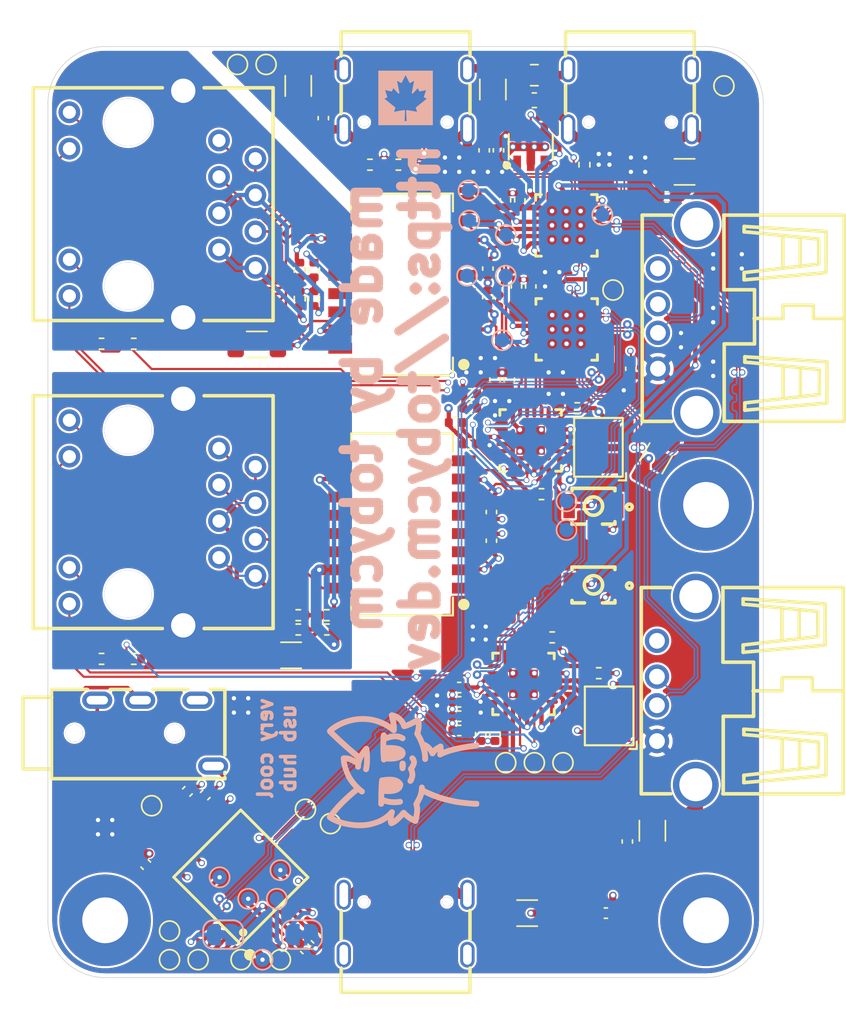
<source format=kicad_pcb>
(kicad_pcb (version 20241229) (generator "pcbnew") (generator_version "9.0")
  (layers (0 "F.Cu" signal) (4 "In1.Cu" signal) (6 "In2.Cu" signal) (2 "B.Cu" signal) (13 "F.Paste" user) (15 "B.Paste" user) (5 "F.SilkS" user "F.Silkscreen") (7 "B.SilkS" user "B.Silkscreen") (1 "F.Mask" user) (3 "B.Mask" user) (25 "Edge.Cuts" user))
  (net 0 "")
  (net 1 "VBUS")
  (net 2 "GND")
  (net 3 "+5V")
  (net 4 "Net-(U9-AREG36)")
  (net 5 "Net-(U9-DREG33)")
  (net 6 "Net-(U9-DREG18)")
  (net 7 "Net-(U9-VBIAS)")
  (net 8 "Net-(U9-VREF)")
  (net 9 "Net-(C37-Pad1)")
  (net 10 "Net-(C38-Pad1)")
  (net 11 "Net-(JP1-B)")
  (net 12 "Net-(JP2-B)")
  (net 13 "Net-(U2-ISET)")
  (net 14 "Net-(U5-RSET)")
  (net 15 "Net-(U5-SPISDI{slash}XTALDET)")
  (net 16 "Net-(U7-SPISDI{slash}XTALDET)")
  (net 17 "Net-(U7-RSET)")
  (net 18 "/LED1")
  (net 19 "Net-(C39-Pad1)")
  (net 20 "Net-(C40-Pad1)")
  (net 21 "Net-(C41-Pad1)")
  (net 22 "Net-(C42-Pad1)")
  (net 23 "Net-(U3-CC1)")
  (net 24 "/LED0")
  (net 25 "Net-(U3-CC2)")
  (net 26 "Net-(R8-Pad2)")
  (net 27 "Net-(R9-Pad2)")
  (net 28 "Net-(R10-Pad1)")
  (net 29 "Net-(R11-Pad1)")
  (net 30 "/LED3")
  (net 31 "/LED2")
  (net 32 "Net-(U1-~{RESET}{slash}CDP)")
  (net 33 "Net-(U8-~{RESET}{slash}CDP)")
  (net 34 "/MDI0+")
  (net 35 "/MDI1-")
  (net 37 "/MDI1+")
  (net 39 "Net-(R12-Pad2)")
  (net 40 "Net-(R13-Pad2)")
  (net 43 "/MDI0-")
  (net 45 "Net-(R14-Pad1)")
  (net 46 "/MDI3+")
  (net 47 "/MDI2+")
  (net 48 "Net-(R15-Pad1)")
  (net 51 "/MDI2-")
  (net 52 "/MDI3-")
  (net 54 "Net-(U1-LED1)")
  (net 55 "Net-(U1-LED2)")
  (net 56 "Net-(U1-LED3{slash}SCL)")
  (net 57 "Net-(U1-LED4{slash}SDA)")
  (net 58 "Net-(U8-LED1)")
  (net 59 "Net-(U8-LED2)")
  (net 60 "Net-(U8-LED3{slash}SCL)")
  (net 61 "Net-(U8-LED4{slash}SDA)")
  (net 62 "Net-(U9-MUTER)")
  (net 63 "Net-(U9-MUTEP)")
  (net 64 "Net-(U9-MSEL)")
  (net 65 "Net-(U9-VOLUP)")
  (net 66 "Net-(U9-VOLDN)")
  (net 67 "Net-(U9-PDSW)")
  (net 68 "Net-(U9-LED0)")
  (net 69 "Net-(U9-LEDR)")
  (net 70 "Net-(U9-LOBS)")
  (net 71 "Net-(U9-DR)")
  (net 72 "Net-(U9-DW)")
  (net 73 "Net-(U9-SK)")
  (net 74 "Net-(U9-CS)")
  (net 75 "Net-(U5-GPIO)")
  (net 76 "Net-(U5-LANWAKEB)")
  (net 77 "Net-(U5-SPISDO)")
  (net 78 "Net-(U7-SPISDO)")
  (net 79 "Net-(U7-GPIO)")
  (net 80 "Net-(U7-LANWAKEB)")
  (net 81 "/D1+")
  (net 82 "/D4-")
  (net 83 "/D2-")
  (net 85 "Net-(U1-~{PWREN})")
  (net 89 "/D3-")
  (net 90 "/D1-")
  (net 91 "/D2+")
  (net 92 "/D3+")
  (net 93 "/D4+")
  (net 95 "Net-(U1-~{OVCUR})")
  (net 96 "/DU+")
  (net 97 "/DU-")
  (net 105 "Net-(U5-CKXTAL1)")
  (net 106 "/D21+")
  (net 107 "/D21-")
  (net 108 "Net-(U5-CKXTAL2)")
  (net 110 "/D24-")
  (net 114 "/D24+")
  (net 115 "/D22-")
  (net 116 "Net-(U7-CKXTAL2)")
  (net 117 "Net-(U7-CKXTAL1)")
  (net 118 "/D22+")
  (net 123 "/D23+")
  (net 128 "/D23-")
  (net 129 "Net-(U9-LOR)")
  (net 130 "Net-(U9-MICIN)")
  (net 131 "Net-(U9-LOL)")
  (net 132 "+3.3V2")
  (net 133 "+3.3V3")
  (net 134 "/TDI1+")
  (net 135 "/TDI1-")
  (net 136 "/TDI0-")
  (net 137 "/TDI0+")
  (net 138 "/TDI2+")
  (net 139 "/TDI3+")
  (net 140 "/TDI2-")
  (net 141 "/TDI3-")
  (net 142 "Net-(U5-AVDD10)")
  (net 143 "Net-(U5-DVDD10_UPS)")
  (net 144 "Net-(U7-AVDD10)")
  (net 145 "Net-(U7-DVDD10_UPS)")
  (net 146 "GND2")
  (net 147 "GND3")
  (net 148 "Net-(RJ1-Y+)")
  (net 149 "Net-(RJ1-G+)")
  (net 150 "Net-(RJ2-Y+)")
  (net 151 "Net-(RJ2-G+)")
  (footprint "Resistor_SMD:R_0402_1005Metric" (layer "F.Cu") (at 138.5 99.7)
    (property "Reference" "R15" (hide yes))
    (property "Value" "75")
  )
  (footprint "easyeda2kicad:RJ45-TH_R-RJ45S08P-C000" (layer "F.Cu") (at 129 71 -90)
    (property "Reference" "RJ1" (hide yes))
    (property "Value" "R-RJ45S08P-C000")
  )
  (footprint "Capacitor_SMD:C_0402_1005Metric" (layer "F.Cu") (at 149.75 107.75 180)
    (property "Reference" "C29" (hide yes))
    (property "Value" "100n")
  )
  (footprint "Capacitor_SMD:C_0402_1005Metric" (layer "F.Cu") (at 151.75 75.5 -90)
    (property "Reference" "C38" (hide yes))
    (property "Value" "10n")
  )
  (footprint "Capacitor_SMD:C_0402_1005Metric" (layer "F.Cu") (at 153.984148 70.735517 90)
    (property "Reference" "C2" (hide yes))
    (property "Value" "1u")
  )
  (footprint "TestPoint:TestPoint_Pad_D1.0mm" (layer "F.Cu") (at 134.25 61.25)
    (property "Reference" "TP24" (hide yes))
    (property "Value" "TestPoint")
  )
  (footprint "Capacitor_SMD:C_0402_1005Metric" (layer "F.Cu") (at 151.494197 67.247909 -90)
    (property "Reference" "C3" (hide yes))
    (property "Value" "100n")
  )
  (footprint "Resistor_SMD:R_0402_1005Metric" (layer "F.Cu") (at 140.5 100.7)
    (property "Reference" "R12" (hide yes))
    (property "Value" "75")
  )
  (footprint "Resistor_SMD:R_0402_1005Metric" (layer "F.Cu") (at 124.75 80.75)
    (property "Reference" "R17" (hide yes))
    (property "Value" "470")
  )
  (footprint "TestPoint:TestPoint_Pad_D1.0mm" (layer "F.Cu") (at 155 110)
    (property "Reference" "TP36" (hide yes))
    (property "Value" "TestPoint")
  )
  (footprint "easyeda2kicad:SW-SMD_3P-L3.0-W2.5-LS4.0" (layer "F.Cu") (at 159.1325 92.9125)
    (property "Reference" "SW1" (hide yes))
    (property "Value" "B3U-1100PM")
  )
  (footprint "Capacitor_SMD:C_1206_3216Metric" (layer "F.Cu") (at 165.5 68.75)
    (property "Reference" "C17" (hide yes))
    (property "Value" "100u")
  )
  (footprint "Capacitor_SMD:C_0402_1005Metric" (layer "F.Cu") (at 164.25 70.5)
    (property "Reference" "C16" (hide yes))
    (property "Value" "1u")
  )
  (footprint "Capacitor_SMD:C_0402_1005Metric" (layer "F.Cu") (at 149.75 106.75 180)
    (property "Reference" "C28" (hide yes))
    (property "Value" "1u")
  )
  (footprint "Capacitor_SMD:C_0402_1005Metric" (layer "F.Cu") (at 152.25 83.25 90)
    (property "Reference" "C18" (hide yes))
    (property "Value" "1u")
  )
  (footprint "easyeda2kicad:USB-C-SMD_G-SWITCH_GT-USB-7010ASV" (layer "F.Cu") (at 161.68 64 180)
    (property "Reference" "U4" (hide yes))
    (property "Value" "GT-USB-7010ASV")
  )
  (footprint "TestPoint:TestPoint_Pad_D1.0mm" (layer "F.Cu") (at 129.5 123.75)
    (property "Reference" "TP14" (hide yes))
    (property "Value" "TestPoint")
  )
  (footprint "Capacitor_SMD:C_0402_1005Metric" (layer "F.Cu") (at 151.25 108 -90)
    (property "Reference" "C30" (hide yes))
    (property "Value" "1u")
  )
  (footprint "TestPoint:TestPoint_Pad_D1.0mm" (layer "F.Cu") (at 134.5 123.75)
    (property "Reference" "TP23" (hide yes))
    (property "Value" "TestPoint")
  )
  (footprint "Capacitor_SMD:C_0402_1005Metric" (layer "F.Cu") (at 149.75 105.75 180)
    (property "Reference" "C27" (hide yes))
    (property "Value" "100n")
  )
  (footprint "Capacitor_SMD:C_0402_1005Metric" (layer "F.Cu") (at 152 92.5 -90)
    (property "Reference" "C40" (hide yes))
    (property "Value" "10n")
  )
  (footprint "easyeda2kicad:USB-C-SMD_G-SWITCH_GT-USB-7010ASV" (layer "F.Cu") (at 146 121)
    (property "Reference" "U6" (hide yes))
    (property "Value" "GT-USB-7010ASV")
  )
  (footprint "Capacitor_SMD:C_0402_1005Metric" (layer "F.Cu") (at 154.75 76.75 90)
    (property "Reference" "C9" (hide yes))
    (property "Value" "1u")
  )
  (footprint "Resistor_SMD:R_0402_1005Metric" (layer "F.Cu") (at 158.5 68.25 90)
    (property "Reference" "R1" (hide yes))
    (property "Value" "56k")
  )
  (footprint "Resistor_SMD:R_0402_1005Metric" (layer "F.Cu") (at 139.6 75.6 90)
    (property "Reference" "R8" (hide yes))
    (property "Value" "75")
  )
  (footprint "Capacitor_SMD:C_0402_1005Metric" (layer "F.Cu") (at 150.5 87.75 180)
    (property "Reference" "C22" (hide yes))
    (property "Value" "1u")
  )
  (footprint "easyeda2kicad:QFN-24_L4.0-W4.0-P0.50-BL-EP2.0" (layer "F.Cu") (at 154.75 87.5 180)
    (property "Reference" "U5" (hide yes))
    (property "Value" "RTL8152B-VB-CG")
  )
  (footprint "TestPoint:TestPoint_Pad_D1.0mm" (layer "F.Cu") (at 153 110)
    (property "Reference" "TP35" (hide yes))
    (property "Value" "TestPoint")
  )
  (footprint "Capacitor_SMD:C_0402_1005Metric" (layer "F.Cu") (at 139 123 135)
    (property "Reference" "C34" (hide yes))
    (property "Value" "1u")
  )
  (footprint "Capacitor_SMD:C_0402_1005Metric" (layer "F.Cu") (at 140.25 65 -90)
    (property "Reference" "C10" (hide yes))
    (property "Value" "1u")
  )
  (footprint "Capacitor_SMD:C_0603_1608Metric" (layer "F.Cu") (at 155 63.75)
    (property "Reference" "C5" (hide yes))
    (property "Value" "10u")
  )
  (footprint "easyeda2kicad:USB-A-TH_AF-WJDG" (layer "F.Cu") (at 165 78.97 90)
    (property "Reference" "USB1" (hide yes))
    (property "Value" "AF 90° WJDG")
  )
  (footprint "Resistor_SMD:R_0402_1005Metric" (layer "F.Cu") (at 127 102.75)
    (property "Reference" "R18" (hide yes))
    (property "Value" "470")
  )
  (footprint "TestPoint:TestPoint_Pad_D1.0mm" (layer "F.Cu") (at 136.25 61.25)
    (property "Reference" "TP26" (hide yes))
    (property "Value" "TestPoint")
  )
  (footprint "easyeda2kicad:USB-A-TH_AF-WJDG" (layer "F.Cu") (at 164.9325 104.97 90)
    (property "Reference" "USB2" (hide yes))
    (property "Value" "AF 90° WJDG")
  )
  (footprint "MountingHole:MountingHole_3.2mm_M3_Pad" (layer "F.Cu") (at 125 121)
    (property "Reference" "H3" (hide yes))
    (property "Value" "MountingHole")
  )
  (footprint "Capacitor_SMD:C_1206_3216Metric" (layer "F.Cu") (at 135.6 80.8 180)
    (property "Reference" "C41" (hide yes))
    (property "Value" "1n")
  )
  (footprint "Resistor_SMD:R_0402_1005Metric" (layer "F.Cu") (at 138.6 77.6 90)
    (property "Reference" "R11" (hide yes))
    (property "Value" "75")
  )
  (footprint "Capacitor_SMD:C_0402_1005Metric" (layer "F.Cu") (at 152.984148 70.735517 90)
    (property "Reference" "C1" (hide yes))
    (property "Value" "100n")
  )
  (footprint "Resistor_SMD:R_0402_1005Metric" (layer "F.Cu") (at 155.5 91.25)
    (property "Reference" "R3" (hide yes))
    (property "Value" "56k")
  )
  (footprint "Capacitor_SMD:C_1206_3216Metric" (layer "F.Cu") (at 138 102.5 180)
    (property "Reference" "C42" (hide yes))
    (property "Value" "1n")
  )
  (footprint "MountingHole:MountingHole_3.2mm_M3_Pad" (layer "F.Cu") (at 167 92)
    (property "Reference" "H2" (hide yes))
    (property "Value" "MountingHole")
  )
  (footprint "TestPoint:TestPoint_Pad_D1.0mm" (layer "F.Cu") (at 128.25 113)
    (property "Reference" "TP19" (hide yes))
    (property "Value" "TestPoint")
  )
  (footprint "Capacitor_SMD:C_1206_3216Metric" (layer "F.Cu") (at 138.5 62.75 90)
    (property "Reference" "C11" (hide yes))
    (property "Value" "100u")
  )
  (footprint "easyeda2kicad:QFN-24_L4.0-W4.0-P0.50-BL-EP2.8" (layer "F.Cu") (at 157.234148 72.485517)
    (property "Reference" "U1" (hide yes))
    (property "Value" "CH334F_C5187527")
  )
  (footprint "easyeda2kicad:AUDIO-TH_PJ-320A-4P-DIP" (layer "F.Cu") (at 128.5 107.935)
    (property "Reference" "U10" (hide yes))
    (property "Value" "PJ-320A-4P DIP")
  )
  (footprint "Resistor_SMD:R_0402_1005Metric" (layer "F.Cu") (at 158 85.25)
    (property "Reference" "R2" (hide yes))
    (property "Value" "2.49k")
  )
  (footprint "Capacitor_SMD:C_0402_1005Metric" (layer "F.Cu") (at 160 120.5)
    (property "Reference" "C24" (hide yes))
    (property "Value" "1u")
  )
  (footprint "Resistor_SMD:R_0402_1005Metric" (layer "F.Cu") (at 156.25 101.25)
    (property "Reference" "R4" (hide yes))
    (property "Value" "56k")
  )
  (footprint "easyeda2kicad:SW-SMD_3P-L3.0-W2.5-LS4.0" (layer "F.Cu") (at 159.1325 98.4125)
    (property "Reference" "SW2" (hide yes))
    (property "Value" "B3U-1100PM")
  )
  (footprint "TestPoint:TestPoint_Pad_D1.0mm" (layer "F.Cu") (at 168.25 62.75)
    (property "Reference" "TP25" (hide yes))
    (property "Value" "TestPoint")
  )
  (footprint "Capacitor_SMD:C_0402_1005Metric" (layer "F.Cu") (at 152.25 108 -90)
    (property "Reference" "C31" (hide yes))
    (property "Value" "100n")
  )
  (footprint "Capacitor_SMD:C_0402_1005Metric" (layer "F.Cu") (at 150.52 84.250786 180)
    (property "Reference" "C21" (hide yes))
    (property "Value" "100n")
  )
  (footprint "Resistor_SMD:R_0402_1005Metric" (layer "F.Cu") (at 124.75 102.75)
    (property "Reference" "R19" (hide yes))
    (property "Value" "470")
  )
  (footprint "Capacitor_SMD:C_0402_1005Metric" (layer "F.Cu") (at 161.5 115.5 -90)
    (property "Reference" "C12" (hide yes))
    (property "Value" "1u")
  )
  (footprint "Capacitor_SMD:C_1206_3216Metric" (layer "F.Cu") (at 154.5 120.5)
    (property "Reference" "C25" (hide yes))
    (property "Value" "100u")
  )
  (footprint "easyeda2kicad:RJ45-TH_R-RJ45S08P-C000" (layer "F.Cu") (at 129 92.5 -90)
    (property "Reference" "RJ2" (hide yes))
    (property "Value" "R-RJ45S08P-C000")
  )
  (footprint "easyeda2kicad:SOT-23-6_L2.9-W1.6-P0.95-LS2.8-BL" (layer "F.Cu") (at 154.75 67)
    (property "Reference" "U2" (hide yes))
    (property "Value" "CH217K")
  )
  (footprint "TestPoint:TestPoint_Pad_D1.0mm" (layer "F.Cu") (at 160.5 77)
    (property "Reference" "TP7" (hide yes))
    (property "Value" "TestPoint")
  )
  (footprint "Capacitor_SMD:C_0402_1005Metric" (layer "F.Cu") (at 130.75 112 -135)
    (property "Reference" "C36" (hide yes))
    (property "Value" "1u")
  )
  (footprint "Capacitor_SMD:C_1206_3216Metric" (layer "F.Cu") (at 163.5 88.75 -120)
    (property "Reference" "C15" (hide yes))
    (property "Value" "100u")
  )
  (footprint "MountingHole:MountingHole_3.2mm_M3_Pad" (layer "F.Cu") (at 167 121)
    (property "Reference" "H1" (hide yes))
    (property "Value" "MountingHole")
  )
  (footprint "Capacitor_SMD:C_0402_1005Metric" (layer "F.Cu") (at 151.75 77.5 90)
    (property "Reference" "C37" (hide yes))
    (property "Value" "10n")
  )
  (footprint "TestPoint:TestPoint_Pad_D1.0mm" (layer "F.Cu") (at 131.5 123.75)
    (property "Reference" "TP15" (hide yes))
    (property "Value" "TestPoint")
  )
  (footprint "Capacitor_SMD:C_0402_1005Metric" (layer "F.Cu") (at 153.25 83.25 90)
    (property "Reference" "C19" (hide yes))
    (property "Value" "100n")
  )
  (footprint "Capacitor_SMD:C_0402_1005Metric" (layer "F.Cu") (at 161.75 82.5 90)
    (property "Reference" "C14" (hide yes))
    (property "Value" "1u")
  )
  (footprint "easyeda2kicad:XFMR-SMD_H1102NLT" (layer "F.Cu") (at 145.75 76.612518 90)
    (property "Reference" "T1" (hide yes))
    (property "Value" "H1102NLT_C20623173")
  )
  (footprint "Capacitor_SMD:C_0402_1005Metric" (layer "F.Cu") (at 153.75 76.75 90)
    (property "Reference" "C7" (hide yes))
    (property "Value" "100n")
  )
  (footprint "Capacitor_SMD:C_0805_2012Metric" (layer "F.Cu") (at 155 62)
    (property "Reference" "C6" (hide yes))
    (property "Value" "47u")
  )
  (footprint "Resistor_SMD:R_0402_1005Metric" (layer "F.Cu") (at 138.5 100.7)
    (property "Reference" "R14" (hide yes))
    (property "Value" "75")
  )
  (footprint "Resistor_SMD:R_0402_1005Metric" (layer "F.Cu") (at 127 80.75)
    (property "Reference" "R16" (hide yes))
    (property "Value" "470")
  )
  (footprint "Capacitor_SMD:C_0402_1005Metric" (layer "F.Cu") (at 149.75 104.75 180)
    (property "Reference" "C26" (hide yes))
    (property "Value" "1u")
  )
  (footprint "easyeda2kicad:OSC-SMD_4P-L3.2-W2.5-BL" (layer "F.Cu") (at 159.5 88 90)
    (property "Reference" "X1" (hide yes))
    (property "Value" "X322516MLB4SI")
  )
  (footprint "Capacitor_SMD:C_0402_1005Metric" (layer "F.Cu") (at 132 112.25 -135)
    (property "Reference" "C35" (hide yes))
    (property "Value" "1u")
  )
  (footprint "TestPoint:TestPoint_Pad_D1.0mm" (layer "F.Cu") (at 140.75 114.25)
    (property "Reference" "TP12" (hide yes))
    (property "Value" "TestPoint")
  )
  (footprint "Capacitor_SMD:C_0402_1005Metric" (layer "F.Cu") (at 127.839411 117.109411 -45)
    (property "Reference" "C32" (hide yes))
    (property "Value" "1u")
  )
  (footprint "Capacitor_SMD:C_1206_3216Metric" (layer "F.Cu") (at 152.1 63 90)
    (property "Reference" "C8" (hide yes))
    (property "Value" "100u")
  )
  (footprint "Capacitor_SMD:C_0402_1005Metric" (layer "F.Cu") (at 139.75 122.25 135)
    (property "Reference" "C33" (hide yes))
    (property "Value" "1u")
  )
  (footprint "Resistor_SMD:R_0402_1005Metric" (layer "F.Cu") (at 138.6 75.6 90)
    (property "Reference" "R9" (hide yes))
    (property "Value" "75")
  )
  (footprint "Resistor_SMD:R_0402_1005Metric" (layer "F.Cu") (at 143.51 68.25)
    (property "Reference" "R7" (hide yes))
    (property "Value" "5.1k")
  )
  (footprint "Capacitor_SMD:C_0402_1005Metric" (layer "F.Cu") (at 149.5 86.25 180)
    (property "Reference" "C23" (hide yes))
    (property "Value" "100n")
  )
  (footprint "TestPoint:TestPoint_Pad_D1.0mm" (layer "F.Cu") (at 139 113.25)
    (property "Reference" "TP18" (hide yes))
    (property "Value" "TestPoint")
  )
  (footprint "Capacitor_SMD:C_0402_1005Metric" (layer "F.Cu") (at 150.52232 85.251534 180)
    (property "Reference" "C20" (hide yes))
    (property "Value" "1u")
  )
  (footprint "Resistor_SMD:R_0402_1005Metric" (layer "F.Cu") (at 145.5 68.25 180)
    (property "Reference" "R6" (hide yes))
    (property "Value" "5.1k")
  )
  (footprint "TestPoint:TestPoint_Pad_D1.0mm" (layer "F.Cu") (at 129.5 121.75)
    (property "Reference" "TP13" (hide yes))
    (property "Value" "TestPoint")
  )
  (footprint "Resistor_SMD:R_0402_1005Metric" (layer "F.Cu") (at 139.6 77.6 90)
    (property "Reference" "R10" (hide yes))
    (property "Value" "75")
  )
  (footprint "TestPoint:TestPoint_Pad_D1.0mm" (layer "F.Cu") (at 157 110)
    (property "Reference" "TP33" (hide yes))
    (property "Value" "TestPoint")
  )
  (footprint "Resistor_SMD:R_0402_1005Metric" (layer "F.Cu") (at 140.5 99.7)
    (property "Reference" "R13" (hide yes))
    (property "Value" "75")
  )
  (footprint "Capacitor_SMD:C_0402_1005Metric" (layer "F.Cu") (at 152 94.5 90)
    (property "Reference" "C39" (hide yes))
    (property "Value" "10n")
  )
  (footprint "easyeda2kicad:QFN-24_L4.0-W4.0-P0.50-BL-EP2.8" (layer "F.Cu") (at 157.25 79.75)
    (property "Reference" "U8" (hide yes))
    (property "Value" "CH334F_C5187527")
  )
  (footprint "easyeda2kicad:QFN-24_L4.0-W4.0-P0.50-BL-EP2.0" (layer "F.Cu") (at 154.25 104.5 180)
    (property "Reference" "U7" (hide yes))
    (property "Value" "RTL8152B-VB-CG")
  )
  (footprint "Capacitor_SMD:C_0402_1005Metric" (layer "F.Cu") (at 152.494197 67.247909 -90)
    (property "Reference" "C4" (hide yes))
    (property "Value" "1u")
  )
  (footprint "easyeda2kicad:USB-C-SMD_G-SWITCH_GT-USB-7010ASV" (layer "F.Cu") (at 146 64 180)
    (property "Reference" "U3" (hide yes))
    (property "Value" "GT-USB-7010ASV")
  )
  (footprint "Capacitor_SMD:C_1206_3216Metric" (layer "F.Cu") (at 163.25 114.75 -90)
    (property "Reference" "C13" (hide yes))
    (property "Value" "100u")
  )
  (footprint "TestPoint:TestPoint_Pad_D1.0mm" (layer "F.Cu") (at 137.25 123.75)
    (property "Reference" "TP21" (hide yes))
    (property "Value" "TestPoint")
  )
  (footprint "easyeda2kicad:LQFP-48_L7.0-W7.0-P0.50-LS9.0-BL" (layer "F.Cu") (at 134.5 118 45)
    (property "Reference" "U9" (hide yes))
    (property "Value" "HS-100B")
  )
  (footprint "easyeda2kicad:OSC-SMD_4P-L3.2-W2.5-BL" (layer "F.Cu") (at 160.25 106.75 90)
    (property "Reference" "X2" (hide yes))
    (property "Value" "X322516MLB4SI")
  )
  (footprint "easyeda2kicad:XFMR-SMD_H1102NLT" (layer "F.Cu") (at 145.75 93.362518 90)
    (property "Reference" "T2" (hide yes))
    (property "Value" "H1102NLT_C20623173")
  )
  (footprint "Resistor_SMD:R_0402_1005Metric" (layer "F.Cu") (at 159.5 103.75)
    (property "Reference" "R5" (hide yes))
    (property "Value" "2.49k")
  )
  (footprint "TestPoint:TestPoint_Pad_D1.0mm" (layer "B.Cu") (at 157.25 91.75)
    (property "Reference" "TP28" (hide yes))
    (property "Value" "TestPoint")
  )
  (footprint "Jumper:SolderJumper-2_P1.3mm_Bridged_RoundedPad1.0x1.5mm" (layer "B.Cu") (at 138.75 122 180)
    (property "Reference" "JP1" (hide yes))
    (property "Value" "SolderJumper_2_Bridged")
  )
  (footprint "TestPoint:TestPoint_Pad_D1.0mm" (layer "B.Cu") (at 137.25 117.5)
    (property "Reference" "TP17" (hide yes))
    (property "Value" "TestPoint")
  )
  (footprint "Jumper:SolderJumper-2_P1.3mm_Bridged_RoundedPad1.0x1.5mm" (layer "B.Cu") (at 133.25 122)
    (property "Reference" "JP2" (hide yes))
    (property "Value" "SolderJumper_2_Bridged")
  )
  (footprint "TestPoint:TestPoint_Pad_D1.0mm" (layer "B.Cu") (at 150.45 72.15)
    (property "Reference" "TP1" (hide yes))
    (property "Value" "TestPoint")
  )
  (footprint "TestPoint:TestPoint_Pad_D1.0mm" (layer "B.Cu") (at 159.75 71.75)
    (property "Reference" "TP3" (hide yes))
    (property "Value" "TestPoint")
  )
  (footprint "TestPoint:TestPoint_Pad_D1.0mm" (layer "B.Cu") (at 157.25 93.75)
    (property "Reference" "TP30" (hide yes))
    (property "Value" "TestPoint")
  )
  (footprint "TestPoint:TestPoint_Pad_D1.0mm" (layer "B.Cu") (at 153 73.15)
    (property "Reference" "TP2" (hide yes))
    (property "Value" "TestPoint")
  )
  (footprint "TestPoint:TestPoint_Pad_D1.0mm" (layer "B.Cu") (at 137 119.5)
    (property "Reference" "TP22" (hide yes))
    (property "Value" "TestPoint")
  )
  (footprint "TestPoint:TestPoint_Pad_D1.0mm" (layer "B.Cu") (at 136 123.75)
    (property "Reference" "TP20" (hide yes))
    (property "Value" "TestPoint")
  )
  (footprint "TestPoint:TestPoint_Pad_D1.0mm" (layer "B.Cu") (at 153 76)
    (property "Reference" "TP5" (hide yes))
    (property "Value" "TestPoint")
  )
  (footprint "TestPoint:TestPoint_Pad_D1.0mm" (layer "B.Cu") (at 150.4 70.05)
    (property "Reference" "TP4" (hide yes))
    (property "Value" "TestPoint")
  )
  (footprint "TestPoint:TestPoint_Pad_D1.0mm" (layer "B.Cu") (at 135 119.5)
    (property "Reference" "TP11" (hide yes))
    (property "Value" "TestPoint")
  )
  (footprint "TestPoint:TestPoint_Pad_D1.0mm" (layer "B.Cu") (at 133 118)
    (property "Reference" "TP16" (hide yes))
    (property "Value" "TestPoint")
  )
  (footprint "TestPoint:TestPoint_Pad_D1.0mm" (layer "B.Cu") (at 152.75 80.5)
    (property "Reference" "TP6" (hide yes))
    (property "Value" "TestPoint")
  )
  (footprint "TestPoint:TestPoint_Pad_D1.0mm" (layer "B.Cu") (at 150.3 76)
    (property "Reference" "TP8" (hide yes))
    (property "Value" "TestPoint")
  )
  (gr_poly (pts (xy 145.720228 110.225767) (xy 145.720683 110.251486) (xy 145.72157 110.277193) (xy 145.722888 110.302911) (xy 145.724636 110.32866) (xy 145.726813 110.354465) (xy 145.727827 110.366061) (xy 145.728871 110.375171) (xy 145.72948 110.379581) (xy 145.730175 110.383899) (xy 145.730978 110.388123) (xy 145.731908 110.39226) (xy 145.732987 110.396311) (xy 145.734235 110.400279) (xy 145.735674 110.404164) (xy 145.737322 110.407969) (xy 145.739204 110.411699) (xy 145.741338 110.415353) (xy 145.743742 110.418936) (xy 145.746444 110.42245) (xy 145.749459 110.425895) (xy 145.75281 110.429275) (xy 145.760746 110.434435) (xy 145.766701 110.438404) (xy 145.769845 110.439411) (xy 145.77297 110.440207) (xy 145.776074 110.440803) (xy 145.779159 110.441206) (xy 145.782229 110.441427) (xy 145.785282 110.441475) (xy 145.788324 110.441357) (xy 145.791354 110.441085) (xy 145.794373 110.440665) (xy 145.797384 110.440108) (xy 145.80039 110.439423) (xy 145.80339 110.438617) (xy 145.806387 110.437702) (xy 145.809384 110.436685) (xy 145.81238 110.435578) (xy 145.815379 110.434385) (xy 145.816534 110.433727) (xy 145.817659 110.433039) (xy 145.818752 110.432322) (xy 145.819815 110.431577) (xy 145.821852 110.430009) (xy 145.823772 110.428338) (xy 145.825586 110.426573) (xy 145.8273 110.424719) (xy 145.828918 110.422782) (xy 145.830444 110.420769) (xy 145.831888 110.418685) (xy 145.833252 110.41654) (xy 145.834543 110.414337) (xy 145.835768 110.412083) (xy 145.836934 110.409784) (xy 145.838042 110.407447) (xy 145.839103 110.405079) (xy 145.84012 110.402686) (xy 145.841398 110.395793) (xy 145.842581 110.388919) (xy 145.843674 110.382033) (xy 145.844684 110.375103) (xy 145.845893 110.366788) (xy 145.848593 110.347025) (xy 145.851102 110.327236) (xy 145.85346 110.307429) (xy 145.855709 110.287608) (xy 145.857032 110.276633) (xy 145.857761 110.271183) (xy 145.85855 110.265749) (xy 145.859413 110.260327) (xy 145.860362 110.254913) (xy 145.86141 110.2495) (xy 145.862568 110.244084) (xy 145.863257 110.240585) (xy 145.863862 110.237091) (xy 145.864843 110.230113) (xy 145.865556 110.223139) (xy 145.866038 110.216161) (xy 145.866334 110.209165) (xy 145.866484 110.202143) (xy 145.866512 110.187976) (xy 145.866479 110.176727) (xy 145.865891 110.133642) (xy 145.86505 110.100859) (xy 145.864409 110.087731) (xy 145.863556 110.07646) (xy 145.862438 110.066806) (xy 145.861008 110.058528) (xy 145.859214 110.051388) (xy 145.857006 110.045147) (xy 145.854334 110.039562) (xy 145.851146 110.034396) (xy 145.847396 110.02941) (xy 145.843031 110.024364) (xy 145.832257 110.013127) (xy 145.829732 110.011101) (xy 145.827194 110.009321) (xy 145.82464 110.007777) (xy 145.822062 110.006449) (xy 145.81946 110.005325) (xy 145.816827 110.004387) (xy 145.81416 110.003621) (xy 145.811454 110.00301) (xy 145.808706 110.002541) (xy 145.80591 110.002195) (xy 145.803063 110.001958) (xy 145.800162 110.001815) (xy 145.7972 110.00175) (xy 145.794176 110.001747) (xy 145.78792 110.001867) (xy 145.78463 110.002223) (xy 145.781436 110.002668) (xy 145.778331 110.003205) (xy 145.775313 110.003841) (xy 145.772374 110.004582) (xy 145.769512 110.005435) (xy 145.76672 110.006407) (xy 145.763991 110.007502) (xy 145.761324 110.008728) (xy 145.758709 110.01009) (xy 145.756144 110.011596) (xy 145.753624 110.013251) (xy 145.751143 110.015061) (xy 145.748695 110.017032) (xy 145.746276 110.019173) (xy 145.743879 110.021487) (xy 145.741728 110.024553) (xy 145.739728 110.0277) (xy 145.737877 110.030926) (xy 145.736164 110.034225) (xy 145.733139 110.041024) (xy 145.73061 110.048064) (xy 145.728526 110.055311) (xy 145.726845 110.062732) (xy 145.725517 110.070292) (xy 145.724498 110.077956) (xy 145.72374 110.085693) (xy 145.723196 110.093465) (xy 145.72257 110.108983) (xy 145.721853 110.138962) (xy 145.721463 110.14834) (xy 145.720618 110.174217) (xy 145.720208 110.200019)) (stroke (width 0.3)) (fill yes) (layer "B.SilkS"))
  (gr_poly (pts (xy 144.242146 112.872908) (xy 144.242329 112.877661) (xy 144.242635 112.881799) (xy 144.24309 112.885418) (xy 144.243714 112.88861) (xy 144.24453 112.891472) (xy 144.245559 112.894095) (xy 144.246826 112.896574) (xy 144.248353 112.899005) (xy 144.25016 112.90148) (xy 144.252272 112.904095) (xy 144.257496 112.910115) (xy 144.260836 112.912519) (xy 144.264046 112.914673) (xy 144.267151 112.916584) (xy 144.270176 112.918264) (xy 144.273148 112.919719) (xy 144.276094 112.920962) (xy 144.279037 112.921999) (xy 144.282007 112.92284) (xy 144.285027 112.923495) (xy 144.288123 112.923973) (xy 144.291322 112.924282) (xy 144.294651 112.924433) (xy 144.298134 112.924435) (xy 144.301798 112.924295) (xy 144.305668 112.924025) (xy 144.309771 112.923633) (xy 144.312866 112.922524) (xy 144.315793 112.921297) (xy 144.318562 112.919949) (xy 144.321186 112.918481) (xy 144.323671 112.916896) (xy 144.326028 112.915195) (xy 144.328267 112.913377) (xy 144.330397 112.911442) (xy 144.332428 112.909393) (xy 144.334371 112.907229) (xy 144.336235 112.904951) (xy 144.338029 112.902561) (xy 144.339762 112.900058) (xy 144.341444 112.897443) (xy 144.343086 112.894719) (xy 144.344696 112.891883) (xy 144.3457 112.888699) (xy 144.346131 112.887194) (xy 144.346515 112.885732) (xy 144.346856 112.884308) (xy 144.347157 112.882907) (xy 144.347421 112.881524) (xy 144.347649 112.880145) (xy 144.347846 112.878764) (xy 144.348013 112.877368) (xy 144.348265 112.874498) (xy 144.348429 112.871456) (xy 144.348524 112.868165) (xy 144.348715 112.859428) (xy 144.348877 112.849939) (xy 144.349077 112.840043) (xy 144.349658 112.808143) (xy 144.350066 112.786397) (xy 144.350677 112.747681) (xy 144.351073 112.708969) (xy 144.35121 112.670253) (xy 144.351046 112.631534) (xy 144.359728 112.635861) (xy 144.397725 112.65373) (xy 144.436484 112.670557) (xy 144.475881 112.686333) (xy 144.515792 112.701044) (xy 144.556092 112.714678) (xy 144.596654 112.727224) (xy 144.637357 112.738672) (xy 144.678072 112.749008) (xy 144.6901 112.75193) (xy 144.743793 112.764052) (xy 144.797641 112.774619) (xy 144.851629 112.783678) (xy 144.905744 112.791281) (xy 144.959973 112.797479) (xy 145.014302 112.802321) (xy 145.068718 112.805859) (xy 145.123207 112.808143) (xy 145.232349 112.809147) (xy 145.341622 112.80574) (xy 145.450917 112.798325) (xy 145.560127 112.787306) (xy 145.570078 112.786201) (xy 145.583892 112.784575) (xy 145.597693 112.782854) (xy 145.605742 112.781962) (xy 145.609938 112.781314) (xy 145.613998 112.780527) (xy 145.617934 112.779597) (xy 145.62175 112.778521) (xy 145.625456 112.777295) (xy 145.629055 112.775918) (xy 145.632555 112.774384) (xy 145.635963 112.77269) (xy 145.639286 112.770832) (xy 145.642532 112.768809) (xy 145.645705 112.766615) (xy 145.648813 112.764249) (xy 145.651864 112.761705) (xy 145.654863 112.758981) (xy 145.657818 112.756072) (xy 145.660735 112.752977) (xy 145.662156 112.749689) (xy 145.663357 112.746465) (xy 145.664349 112.743295) (xy 145.665139 112.740165) (xy 145.665736 112.737069) (xy 145.66615 112.733993) (xy 145.666388 112.73093) (xy 145.666461 112.727867) (xy 145.666376 112.724797) (xy 145.666143 112.721707) (xy 145.665771 112.718587) (xy 145.665267 112.715426) (xy 145.664642 112.712215) (xy 145.663904 112.708943) (xy 145.663062 112.705601) (xy 145.662123 112.702178) (xy 145.660369 112.699367) (xy 145.65855 112.696719) (xy 145.656662 112.694224) (xy 145.654704 112.691876) (xy 145.65267 112.689669) (xy 145.650555 112.687595) (xy 145.648359 112.68565) (xy 145.646076 112.683826) (xy 145.643701 112.682116) (xy 145.641232 112.680515) (xy 145.638666 112.679015) (xy 145.635996 112.67761) (xy 145.633221 112.676294) (xy 145.630335 112.675058) (xy 145.627338 112.6739) (xy 145.624222 112.672809) (xy 145.620162 112.672624) (xy 145.616113 112.67255) (xy 145.612074 112.672581) (xy 145.608042 112.672706) (xy 145.6 112.673205) (xy 145.59198 112.673974) (xy 145.583971 112.674947) (xy 145.575966 112.67605) (xy 145.559928 112.678365) (xy 145.528429 112.682405) (xy 145.496898 112.686053) (xy 145.465329 112.68938) (xy 145.433721 112.692453) (xy 145.425294 112.693264) (xy 145.397266 112.695698) (xy 145.369242 112.697659) (xy 145.341216 112.699196) (xy 145.313181 112.700354) (xy 145.257063 112.701725) (xy 145.200843 112.702147) (xy 145.18676 112.70219) (xy 145.172678 112.702276) (xy 145.146818 112.702282) (xy 145.121049 112.701909) (xy 145.095349 112.701159) (xy 145.06969 112.700036) (xy 145.044051 112.698542) (xy 145.018405 112.696678) (xy 144.992728 112.69445) (xy 144.966997 112.691858) (xy 144.957092 112.690805) (xy 144.943628 112.689304) (xy 144.930176 112.68772) (xy 144.916734 112.686056) (xy 144.903298 112.684317) (xy 144.895539 112.683309) (xy 144.862377 112.678639) (xy 144.845866 112.676049) (xy 144.829395 112.673272) (xy 144.812956 112.670301) (xy 144.796549 112.667123) (xy 144.780163 112.66373) (xy 144.763797 112.660108) (xy 144.75402 112.657915) (xy 144.702714 112.645551) (xy 144.651829 112.631711) (xy 144.601399 112.616389) (xy 144.551461 112.599573) (xy 144.502056 112.581259) (xy 144.453218 112.561436) (xy 144.404986 112.540096) (xy 144.357397 112.517234) (xy 144.357199 112.390432) (xy 144.35719 112.380862) (xy 144.357536 112.240983) (xy 144.358984 112.10111) (xy 144.3591 112.093444) (xy 144.360572 112.002884) (xy 144.366632 112.003658) (xy 144.415851 112.009715) (xy 144.465099 112.015336) (xy 144.514398 112.020479) (xy 144.563772 112.025109) (xy 144.572313 112.025863) (xy 144.602246 112.028272) (xy 144.632172 112.030306) (xy 144.662096 112.03198) (xy 144.692026 112.033315) (xy 144.751932 112.035037) (xy 144.811944 112.035617) (xy 144.831417 112.035659) (xy 144.871963 112.035323) (xy 144.892185 112.034846) (xy 144.912387 112.034152) (xy 144.932581 112.033233) (xy 144.952774 112.03208) (xy 144.972979 112.030687) (xy 144.993206 112.029044) (xy 145.004277 112.028108) (xy 145.015353 112.027228) (xy 145.032957 112.025691) (xy 145.050492 112.023884) (xy 145.067967 112.021816) (xy 145.085398 112.019504) (xy 145.102797 112.016959) (xy 145.120174 112.01419) (xy 145.137543 112.011214) (xy 145.154917 112.008043) (xy 145.162221 112.006687) (xy 145.188717 112.001389) (xy 145.214953 111.995456) (xy 145.240911 111.988863) (xy 145.266573 111.981583) (xy 145.29192 111.973592) (xy 145.316936 111.964864) (xy 145.341601 111.955375) (xy 145.365897 111.945095) (xy 145.389808 111.934004) (xy 145.413314 111.922072) (xy 145.436398 111.909277) (xy 145.45904 111.895591) (xy 145.481226 111.880989) (xy 145.502932 111.865445) (xy 145.524147 111.848936) (xy 145.544847 111.831434) (xy 145.551656 111.825455) (xy 145.566051 111.811168) (xy 145.579588 111.796187) (xy 145.592275 111.780557) (xy 145.604122 111.764326) (xy 145.615141 111.747538) (xy 145.62534 111.73024) (xy 145.63473 111.712479) (xy 145.643322 111.694299) (xy 145.651125 111.675747) (xy 145.65815 111.656869) (xy 145.664408 111.637711) (xy 145.669909 111.61832) (xy 145.674663 111.598739) (xy 145.678681 111.579019) (xy 145.681971 111.559201) (xy 145.684546 111.539333) (xy 145.685862 111.530305) (xy 145.686128 111.524432) (xy 145.685997 111.518765) (xy 145.685492 111.513285) (xy 145.684635 111.507971) (xy 145.683454 111.502807) (xy 145.681972 111.497773) (xy 145.680214 111.49285) (xy 145.678203 111.488019) (xy 145.675964 111.483261) (xy 145.673522 111.478558) (xy 145.670902 111.473891) (xy 145.668127 111.469241) (xy 145.662211 111.459916) (xy 145.655972 111.450434) (xy 145.652116 111.444549) (xy 145.644483 111.433327) (xy 145.63662 111.422278) (xy 145.628528 111.41141) (xy 145.620211 111.400725) (xy 145.61167 111.390229) (xy 145.602908 111.379927) (xy 145.593926 111.36982) (xy 145.584727 111.359917) (xy 145.575313 111.350219) (xy 145.565686 111.340735) (xy 145.555848 111.331465) (xy 145.5458 111.322414) (xy 145.535547 111.313589) (xy 145.52509 111.304994) (xy 145.514432 111.296632) (xy 145.503572 111.288508) (xy 145.498136 111.284519) (xy 145.487847 111.277253) (xy 145.477405 111.270227) (xy 145.466816 111.263435) (xy 145.456089 111.256871) (xy 145.445233 111.250527) (xy 145.434253 111.244395) (xy 145.411958 111.232744) (xy 145.389266 111.22186) (xy 145.366237 111.211689) (xy 145.342935 111.202173) (xy 145.319422 111.193259) (xy 145.307677 111.188855) (xy 145.2911 111.183206) (xy 145.274338 111.177943) (xy 145.25741 111.173054) (xy 145.240333 111.16852) (xy 145.205809 111.160457) (xy 145.17091 111.153629) (xy 145.135784 111.147908) (xy 145.100575 111.143165) (xy 145.06543 111.139274) (xy 145.030496 111.136108) (xy 145.020946 111.135287) (xy 144.945075 111.131123) (xy 144.868382 111.130119) (xy 144.791198 111.132077) (xy 144.713854 111.136802) (xy 144.636678 111.144099) (xy 144.559999 111.153772) (xy 144.484149 111.165625) (xy 144.409455 111.179462) (xy 144.407055 111.179774) (xy 144.404684 111.180011) (xy 144.40234 111.180171) (xy 144.400021 111.180251) (xy 144.397725 111.180251) (xy 144.395449 111.180169) (xy 144.39319 111.179997) (xy 144.390946 111.179739) (xy 144.388717 111.17939) (xy 144.386497 111.178947) (xy 144.384286 111.178409) (xy 144.382081 111.177775) (xy 144.379879 111.177039) (xy 144.377678 111.1762) (xy 144.375477 111.175258) (xy 144.373272 111.174208) (xy 144.365829 111.173464) (xy 144.362253 111.173221) (xy 144.358761 111.173084) (xy 144.355348 111.173066) (xy 144.352005 111.173186) (xy 144.348723 111.173455) (xy 144.345498 111.173888) (xy 144.342316 111.174501) (xy 144.339174 111.175309) (xy 144.336062 111.176326) (xy 144.332973 111.177567) (xy 144.329899 111.179045) (xy 144.326832 111.180778) (xy 144.323763 111.182777) (xy 144.320686 111.185061) (xy 144.318183 111.18796) (xy 144.315937 111.190861) (xy 144.313928 111.193769) (xy 144.312142 111.196696) (xy 144.31056 111.199645) (xy 144.309164 111.202625) (xy 144.307939 111.205645) (xy 144.306867 111.208711) (xy 144.30593 111.211828) (xy 144.30511 111.215008) (xy 144.304393 111.218257) (xy 144.30376 111.221581) (xy 144.303193 111.224989) (xy 144.302677 111.228487) (xy 144.301722 111.235786) (xy 144.30054 111.244694) (xy 144.297424 111.269651) (xy 144.294542 111.294635) (xy 144.291858 111.319641) (xy 144.289333 111.344666) (xy 144.288321 111.354878) (xy 144.282219 111.42431) (xy 144.277238 111.493817) (xy 144.269116 111.632969) (xy 144.266889 111.671515) (xy 144.264471 111.716714) (xy 144.262544 111.761915) (xy 144.261081 111.807133) (xy 144.260054 111.852387) (xy 144.259899 111.860477) (xy 144.259653 111.875101) (xy 144.259333 111.886575) (xy 144.25883 111.898028) (xy 144.258186 111.909475) (xy 144.257434 111.92093) (xy 144.256689 111.93331) (xy 144.256086 111.945693) (xy 144.255214 111.970466) (xy 144.254209 112.020049) (xy 144.253822 112.041041) (xy 144.252825 112.0975) (xy 144.252202 112.13291) (xy 144.249334 112.32281) (xy 144.24743 112.512722) (xy 144.247053 112.560717) (xy 144.246978 112.570023) (xy 144.245826 112.655029) (xy 144.244021 112.740025) (xy 144.243006 112.789658) (xy 144.242302 112.839298) (xy 144.242221 112.845874) (xy 144.242067 112.861183)) (stroke (width 0.3)) (fill yes) (layer "B.SilkS"))
  (gr_poly (pts (xy 140.648338 113.807633) (xy 140.64922 113.81123) (xy 140.650286 113.814651) (xy 140.65153 113.817911) (xy 140.652949 113.821022) (xy 140.654533 113.823994) (xy 140.65628 113.826841) (xy 140.658186 113.829572) (xy 140.660242 113.832201) (xy 140.662446 113.83474) (xy 140.66479 113.8372) (xy 140.667272 113.839595) (xy 140.669883 113.841933) (xy 140.672619 113.84423) (xy 140.675476 113.846495) (xy 140.678449 113.848742) (xy 140.684914 113.853314) (xy 140.691746 113.858275) (xy 140.696912 113.861978) (xy 140.702092 113.865657) (xy 140.712498 113.872958) (xy 140.718447 113.877116) (xy 140.728765 113.884171) (xy 140.739157 113.891105) (xy 140.749612 113.897944) (xy 140.760122 113.904709) (xy 140.767419 113.909379) (xy 140.829807 113.947591) (xy 140.893366 113.983658) (xy 140.957994 114.017703) (xy 141.023586 114.04985) (xy 141.090037 114.080219) (xy 141.157246 114.108933) (xy 141.225109 114.136114) (xy 141.293522 114.161883) (xy 141.300105 114.164291) (xy 141.408856 114.202063) (xy 141.521895 114.237065) (xy 141.642289 114.269671) (xy 141.773106 114.300243) (xy 141.91741 114.329149) (xy 142.07827 114.356755) (xy 142.258752 114.383427) (xy 142.461921 114.409533) (xy 142.471291 114.410247) (xy 142.549533 114.415466) (xy 142.628092 114.419263) (xy 142.70686 114.421588) (xy 142.785732 114.422397) (xy 142.864597 114.421643) (xy 142.943352 114.419279) (xy 143.021888 114.415258) (xy 143.100097 114.409533) (xy 143.110034 114.408717) (xy 143.220728 114.397909) (xy 143.334234 114.382673) (xy 143.392984 114.372951) (xy 143.453574 114.361586) (xy 143.516379 114.3484) (xy 143.581779 114.333217) (xy 143.650153 114.315856) (xy 143.721878 114.29614) (xy 143.797333 114.273891) (xy 143.876898 114.24893) (xy 143.96095 114.221078) (xy 144.049867 114.190157) (xy 144.14403 114.15599) (xy 144.243814 114.118396) (xy 144.255704 114.112847) (xy 144.267616 114.10735) (xy 144.28023 114.101447) (xy 144.292768 114.095413) (xy 144.317654 114.082999) (xy 144.342349 114.070198) (xy 144.366921 114.057109) (xy 144.37563 114.052437) (xy 144.401415 114.038492) (xy 144.427052 114.024314) (xy 144.452468 114.009748) (xy 144.465069 114.002272) (xy 144.477589 113.994643) (xy 144.492546 113.985443) (xy 144.534824 113.959012) (xy 144.576556 113.931856) (xy 144.617738 113.903956) (xy 144.658357 113.875293) (xy 144.69841 113.845845) (xy 144.737887 113.815594) (xy 144.776779 113.784521) (xy 144.815079 113.752606) (xy 144.823519 113.745496) (xy 144.83201 113.738455) (xy 144.840546 113.731469) (xy 144.849124 113.724526) (xy 144.8535 113.720919) (xy 144.857797 113.717272) (xy 144.862022 113.713577) (xy 144.866184 113.709829) (xy 144.870288 113.706016) (xy 144.87434 113.702134) (xy 144.878346 113.698174) (xy 144.882314 113.694129) (xy 144.884466 113.692005) (xy 144.886641 113.689919) (xy 144.88884 113.687866) (xy 144.89106 113.685841) (xy 144.893299 113.683835) (xy 144.895557 113.681847) (xy 144.900123 113.677894) (xy 144.90512 113.673512) (xy 144.910035 113.669054) (xy 144.914876 113.664529) (xy 144.919658 113.659945) (xy 144.924391 113.655309) (xy 144.929088 113.650633) (xy 144.938422 113.641183) (xy 144.937256 113.648733) (xy 144.932072 113.682458) (xy 144.930459 113.692921) (xy 144.921255 113.756768) (xy 144.912709 113.828527) (xy 144.9064 113.905307) (xy 144.904581 113.944678) (xy 144.903914 113.984223) (xy 144.904598 114.023578) (xy 144.906831 114.062385) (xy 144.91081 114.100282) (xy 144.916734 114.136907) (xy 144.924799 114.171902) (xy 144.935203 114.204903) (xy 144.948145 114.235551) (xy 144.955629 114.249879) (xy 144.963822 114.263483) (xy 144.967083 114.265909) (xy 144.97029 114.268053) (xy 144.973454 114.269931) (xy 144.976594 114.271556) (xy 144.979723 114.272939) (xy 144.982857 114.274096) (xy 144.986011 114.275042) (xy 144.9892 114.275786) (xy 144.992439 114.276345) (xy 144.995744 114.276731) (xy 144.999129 114.276959) (xy 145.00261 114.277041) (xy 145.006203 114.276991) (xy 145.009921 114.276823) (xy 145.013781 114.276549) (xy 145.017796 114.276184) (xy 145.02194 114.27509) (xy 145.026026 114.27389) (xy 145.030064 114.272596) (xy 145.034068 114.271219) (xy 145.038046 114.269767) (xy 145.042011 114.268252) (xy 145.049943 114.265071) (xy 145.058707 114.261597) (xy 145.067757 114.257869) (xy 145.076734 114.254018) (xy 145.085644 114.250048) (xy 145.094494 114.245962) (xy 145.103292 114.24176) (xy 145.112038 114.237443) (xy 145.120743 114.233014) (xy 145.129412 114.228475) (xy 145.133674 114.226249) (xy 145.137952 114.22405) (xy 145.146532 114.219703) (xy 145.160706 114.212302) (xy 145.174712 114.204616) (xy 145.18856 114.196659) (xy 145.202258 114.18845) (xy 145.229228 114.171338) (xy 145.255682 114.153409) (xy 145.281679 114.134795) (xy 145.307278 114.115628) (xy 145.332541 114.096039) (xy 145.357521 114.076159) (xy 145.366452 114.06899) (xy 145.384262 114.054347) (xy 145.401906 114.039511) (xy 145.419434 114.024538) (xy 145.436896 114.009483) (xy 145.444028 114.003344) (xy 145.455622 113.993156) (xy 145.467099 113.982839) (xy 145.478498 113.972435) (xy 145.489855 113.961982) (xy 145.49413 113.958062) (xy 145.498423 113.954162) (xy 145.502734 113.950283) (xy 145.507069 113.946428) (xy 145.515067 113.939247) (xy 145.522978 113.931986) (xy 145.530814 113.924653) (xy 145.538582 113.917253) (xy 145.55396 113.902283) (xy 145.569193 113.887135) (xy 145.579574 113.876762) (xy 145.601146 113.855173) (xy 145.62862 113.827709) (xy 145.64999 113.80634) (xy 145.660117 113.796221) (xy 145.673769 113.782417) (xy 145.680506 113.775452) (xy 145.687176 113.768433) (xy 145.693777 113.761348) (xy 145.700304 113.754189) (xy 145.706754 113.746946) (xy 145.713122 113.739608) (xy 145.719234 113.732997) (xy 145.722308 113.729709) (xy 145.7254 113.726437) (xy 145.73169 113.719795) (xy 145.738125 113.713018) (xy 145.751892 113.698388) (xy 145.765562 113.683682) (xy 145.779106 113.668859) (xy 145.792496 113.653883) (xy 145.797805 113.647893) (xy 145.804432 113.640328) (xy 145.811024 113.632735) (xy 145.824121 113.617471) (xy 145.829227 113.61149) (xy 145.839287 113.599664) (xy 145.845617 113.592347) (xy 145.848818 113.588743) (xy 145.852054 113.585179) (xy 145.855334 113.581653) (xy 145.858667 113.578169) (xy 145.862058 113.574729) (xy 145.86552 113.571333) (xy 145.872961 113.578886) (xy 145.882982 113.588995) (xy 145.887844 113.593936) (xy 145.892044 113.598107) (xy 145.896286 113.602219) (xy 145.900568 113.606272) (xy 145.90489 113.61028) (xy 145.90925 113.614246) (xy 145.913646 113.618179) (xy 145.922544 113.625968) (xy 145.926539 113.629516) (xy 145.930496 113.633103) (xy 145.938329 113.640365) (xy 145.953824 113.655074) (xy 145.960265 113.661112) (xy 145.966736 113.667079) (xy 145.973249 113.672971) (xy 145.979814 113.678792) (xy 145.986439 113.684542) (xy 145.993136 113.690224) (xy 145.999914 113.695838) (xy 146.006782 113.701384) (xy 146.009842 113.703899) (xy 146.012869 113.70644) (xy 146.01587 113.709007) (xy 146.018849 113.711594) (xy 146.024754 113.716834) (xy 146.03062 113.722145) (xy 146.056274 113.744944) (xy 146.082473 113.767277) (xy 146.10918 113.789143) (xy 146.136367 113.810546) (xy 146.163996 113.831487) (xy 146.192038 113.851965) (xy 146.249225 113.891546) (xy 146.30766 113.929298) (xy 146.367079 113.965235) (xy 146.427221 113.999368) (xy 146.48782 114.031708) (xy 146.498632 114.037325) (xy 146.593291 114.085852) (xy 146.623765 114.100643) (xy 146.635841 114.106082) (xy 146.646208 114.110373) (xy 146.655167 114.113632) (xy 146.663021 114.115977) (xy 146.670067 114.117526) (xy 146.676607 114.118396) (xy 146.682943 114.118705) (xy 146.689374 114.118569) (xy 146.70372 114.117434) (xy 146.706636 114.116355) (xy 146.709414 114.11519) (xy 146.712065 114.113935) (xy 146.714594 114.112589) (xy 146.717014 114.111151) (xy 146.71933 114.109619) (xy 146.72155 114.107992) (xy 146.723684 114.10627) (xy 146.72574 114.10445) (xy 146.727727 114.10253) (xy 146.729652 114.10051) (xy 146.731523 114.098389) (xy 146.733349 114.096165) (xy 146.73514 114.093836) (xy 146.736902 114.0914) (xy 146.738645 114.088858) (xy 146.739809 114.085724) (xy 146.740908 114.082641) (xy 146.741948 114.079589) (xy 146.742934 114.076547) (xy 146.74387 114.073495) (xy 146.744759 114.070408) (xy 146.745607 114.067269) (xy 146.746421 114.064053) (xy 146.748362 114.056605) (xy 146.751487 114.044168) (xy 146.754521 114.031708) (xy 146.756696 114.022727) (xy 146.764966 113.98756) (xy 146.772974 113.952333) (xy 146.775487 113.941197) (xy 146.792441 113.862985) (xy 146.80806 113.784461) (xy 146.822142 113.705645) (xy 146.834486 113.626553) (xy 146.844892 113.547206) (xy 146.853158 113.467619) (xy 146.859084 113.387815) (xy 146.862469 113.307808) (xy 146.862695 113.29987) (xy 146.863296 113.253746) (xy 146.862607 113.206783) (xy 146.860319 113.159373) (xy 146.85848 113.135624) (xy 146.856127 113.111913) (xy 146.853221 113.088289) (xy 146.849724 113.064799) (xy 146.845597 113.041495) (xy 146.840803 113.018426) (xy 146.835304 112.995641) (xy 146.829059 112.973191) (xy 146.822032 112.951121) (xy 146.814182 112.929487) (xy 146.81297 112.926069) (xy 146.811919 112.922781) (xy 146.811031 112.919603) (xy 146.81031 112.916521) (xy 146.809757 112.913513) (xy 146.809375 112.910565) (xy 146.809164 112.907656) (xy 146.80913 112.90477) (xy 146.809274 112.901891) (xy 146.8096 112.898999) (xy 146.810106 112.896077) (xy 146.810798 112.893109) (xy 146.811679 112.890076) (xy 146.812748 112.88696) (xy 146.81401 112.883745) (xy 146.815466 112.880411) (xy 146.819369 112.872898) (xy 146.823355 112.865438) (xy 146.827409 112.858013) (xy 146.831513 112.850608) (xy 146.837586 112.83953) (xy 146.84842 112.819925) (xy 146.859349 112.800371) (xy 146.881399 112.761371) (xy 146.909225 112.711879) (xy 146.936555 112.662134) (xy 146.963324 112.612085) (xy 146.98947 112.561683) (xy 146.993234 112.554315) (xy 147.002628 112.535695) (xy 147.01187 112.517001) (xy 147.01494 112.510767) (xy 147.018031 112.504543) (xy 147.04206 112.453904) (xy 147.06424 112.402399) (xy 147.084607 112.350122) (xy 147.103207 112.297168) (xy 147.120077 112.243633) (xy 147.135259 112.189609) (xy 147.148793 112.13519) (xy 147.160721 112.080472) (xy 147.162166 112.073433) (xy 147.164275 112.062675) (xy 147.166217 112.051936) (xy 147.167977 112.0412) (xy 147.169543 112.03045) (xy 147.170903 112.019672) (xy 147.172044 112.00885) (xy 147.172955 111.997967) (xy 147.17362 111.987008) (xy 147.209537 112.005662) (xy 147.220572 112.011393) (xy 147.247975 112.025692) (xy 147.275308 112.040121) (xy 147.325715 112.06637) (xy 147.376507 112.091824) (xy 147.42767 112.11653) (xy 147.479185 112.140526) (xy 147.502166 112.151147) (xy 147.525102 112.161869) (xy 147.622691 112.206395) (xy 147.72104 112.249129) (xy 147.820082 112.290242) (xy 147.919745 112.329909) (xy 147.928212 112.333214) (xy 147.994802 112.358755) (xy 148.061635 112.383602) (xy 148.128696 112.407827) (xy 148.19597 112.431508) (xy 148.205827 112.434941) (xy 148.319202 112.473439) (xy 148.435061 112.510713) (xy 148.555236 112.547145) (xy 148.681562 112.583114) (xy 148.815868 112.618999) (xy 148.959986 112.655181) (xy 149.115751 112.69204) (xy 149.284994 112.729959) (xy 149.307522 112.734655) (xy 149.427751 112.758674) (xy 149.553974 112.781497) (xy 149.691809 112.803544) (xy 149.846872 112.825243) (xy 150.024775 112.847014) (xy 150.231138 112.869283) (xy 150.471576 112.89247) (xy 150.751705 112.917002) (xy 150.770098 112.917839) (xy 150.798367 112.918975) (xy 150.826637 112.919775) (xy 150.883186 112.920579) (xy 150.996319 112.920458) (xy 150.996319 112.815683) (xy 150.968153 112.815323) (xy 150.867967 112.813149) (xy 150.766172 112.809382) (xy 150.661037 112.803874) (xy 150.550826 112.796469) (xy 150.433808 112.787015) (xy 150.308249 112.775362) (xy 150.172415 112.761355) (xy 150.024571 112.744841) (xy 150.01295 112.743392) (xy 149.964079 112.737128) (xy 149.915258 112.730553) (xy 149.866486 112.723649) (xy 149.817751 112.7164) (xy 149.779168 112.710607) (xy 149.72746 112.702669) (xy 149.675848 112.694261) (xy 149.624309 112.685403) (xy 149.572826 112.676116) (xy 149.522828 112.66696) (xy 149.477238 112.658605) (xy 149.45512 112.654555) (xy 149.422777 112.648509) (xy 149.390507 112.642196) (xy 149.358296 112.635583) (xy 149.326135 112.628642) (xy 149.312656 112.625734) (xy 149.299154 112.622953) (xy 149.272097 112.617643) (xy 149.242723 112.611621) (xy 149.21345 112.605196) (xy 149.184241 112.598488) (xy 149.155054 112.591617) (xy 149.120726 112.583639) (xy 149.086366 112.575811) (xy 149.032034 112.563443) (xy 148.99493 112.554694) (xy 148.957962 112.5454) (xy 148.904036 112.531395) (xy 148.884779 112.526158) (xy 148.865484 112.521075) (xy 148.826824 112.511168) (xy 148.800866 112.504515) (xy 148.774979 112.497674) (xy 148.749185 112.490497) (xy 148.73633 112.486735) (xy 148.723505 112.482835) (xy 148.707732 112.478109) (xy 148.691902 112.473616) (xy 148.676027 112.469284) (xy 148.660116 112.465043) (xy 148.633586 112.457811) (xy 148.607165 112.450271) (xy 148.580824 112.442455) (xy 148.554535 112.434395) (xy 148.540159 112.429969) (xy 148.525774 112.42558) (xy 148.429244 112.395429) (xy 148.329586 112.362484) (xy 148.223276 112.325123) (xy 148.106791 112.281723) (xy 147.976609 112.230663) (xy 147.829207 112.170321) (xy 147.661062 112.099076) (xy 147.46865 112.015304) (xy 147.451074 112.006984) (xy 147.425015 111.994581) (xy 147.399065 111.981986) (xy 147.373273 111.969079) (xy 147.347683 111.955735) (xy 147.322306 111.942338) (xy 147.296825 111.929139) (xy 147.289795 111.925526) (xy 147.261551 111.911032) (xy 147.243397 111.901707) (xy 147.225305 111.89228) (xy 147.207319 111.882649) (xy 147.198384 111.877724) (xy 147.189494 111.872709) (xy 147.189402 111.866252) (xy 147.189296 111.858818) (xy 147.189277 111.854785) (xy 147.189334 111.850779) (xy 147.18946 111.846793) (xy 147.189655 111.842817) (xy 147.189914 111.838846) (xy 147.190235 111.834872) (xy 147.190613 111.830887) (xy 147.191045 111.826882) (xy 147.191788 111.818853) (xy 147.192355 111.810825) (xy 147.19277 111.802797) (xy 147.193061 111.794767) (xy 147.193363 111.778688) (xy 147.193464 111.762575) (xy 147.193662 111.750266) (xy 147.193691 111.736059) (xy 147.193524 111.725164) (xy 147.19331 111.720735) (xy 147.192982 111.716866) (xy 147.192514 111.713469) (xy 147.191886 111.710453) (xy 147.191075 111.707731) (xy 147.190057 111.705212) (xy 147.188812 111.702807) (xy 147.187316 111.700427) (xy 147.185548 111.697984) (xy 147.183485 111.695387) (xy 147.178382 111.689378) (xy 147.175174 111.687041) (xy 147.172031 111.684938) (xy 147.168938 111.683056) (xy 147.165881 111.681393) (xy 147.162841 111.679939) (xy 147.159804 111.678688) (xy 147.156751 111.677635) (xy 147.15367 111.676769) (xy 147.150542 111.676088) (xy 147.147352 111.675583) (xy 147.144083 111.675245) (xy 147.140719 111.675071) (xy 147.137244 111.675052) (xy 147.133644 111.675182) (xy 147.129899 111.675453) (xy 147.125995 111.675859) (xy 147.122911 111.676995) (xy 147.119993 111.678245) (xy 147.117228 111.679606) (xy 147.11461 111.681081) (xy 147.112126 111.682667) (xy 147.109769 111.684368) (xy 147.10753 111.686181) (xy 147.105397 111.688107) (xy 147.103363 111.690146) (xy 147.101417 111.6923) (xy 147.09955 111.694567) (xy 147.097753 111.696946) (xy 147.096016 111.69944) (xy 147.094328 111.70205) (xy 147.092683 111.704771) (xy 147.091069 111.707608) (xy 147.090379 111.709804) (xy 147.089772 111.711989) (xy 147.089243 111.714165) (xy 147.088783 111.716335) (xy 147.08839 111.718499) (xy 147.088056 111.720664) (xy 147.087775 111.722829) (xy 147.087541 111.724999) (xy 147.08719 111.729357) (xy 147.086956 111.733757) (xy 147.086642 111.742768) (xy 147.086004 111.758943) (xy 147.085668 111.767591) (xy 147.083926 111.805502) (xy 147.081677 111.843347) (xy 147.078854 111.881153) (xy 147.075394 111.918944) (xy 147.074629 111.926738) (xy 147.073244 111.939931) (xy 147.071706 111.953079) (xy 147.070018 111.966191) (xy 147.068177 111.979274) (xy 147.066187 111.992335) (xy 147.064048 112.005381) (xy 147.061758 112.018419) (xy 147.059321 112.031459) (xy 147.057079 112.043139) (xy 147.045246 112.098599) (xy 147.031627 112.153387) (xy 147.01624 112.207529) (xy 146.999098 112.261058) (xy 146.980214 112.314002) (xy 146.959606 112.366389) (xy 146.937286 112.418248) (xy 146.91327 112.469608) (xy 146.910218 112.475888) (xy 146.890638 112.515649) (xy 146.870569 112.555103) (xy 146.860286 112.574698) (xy 146.849806 112.594193) (xy 146.839098 112.613584) (xy 146.828141 112.632861) (xy 146.819702 112.647748) (xy 146.811437 112.662727) (xy 146.7952 112.692851) (xy 146.776706 112.727169) (xy 146.767355 112.744269) (xy 146.757893 112.761311) (xy 146.750489 112.774694) (xy 146.741594 112.790609) (xy 146.732599 112.80647) (xy 146.725937 112.818321) (xy 146.71933 112.830205) (xy 146.716049 112.836028) (xy 146.71273 112.841829) (xy 146.707718 112.850755) (xy 146.705414 112.855101) (xy 146.703262 112.859396) (xy 146.701276 112.863659) (xy 146.69947 112.867912) (xy 146.697854 112.872172) (xy 146.696446 112.87646) (xy 146.695256 112.880795) (xy 146.6943 112.885197) (xy 146.69359 112.889685) (xy 146.693138 112.894279) (xy 146.69296 112.898998) (xy 146.693066 112.903864) (xy 146.693474 112.908895) (xy 146.694194 112.914109) (xy 146.696292 112.921325) (xy 146.697094 112.923907) (xy 146.69786 112.92617) (xy 146.698688 112.928389) (xy 146.699678 112.930838) (xy 146.70253 112.937524) (xy 146.705524 112.945035) (xy 146.708393 112.952564) (xy 146.711143 112.960115) (xy 146.713782 112.967695) (xy 146.716316 112.975312) (xy 146.718754 112.982972) (xy 146.721101 112.990679) (xy 146.723365 112.998443) (xy 146.725649 113.006269) (xy 146.729818 113.021888) (xy 146.733553 113.037574) (xy 146.736889 113.053327) (xy 146.73986 113.069143) (xy 146.7425 113.085019) (xy 146.744842 113.100952) (xy 146.746919 113.116942) (xy 146.748766 113.132985) (xy 146.749598 113.140629) (xy 146.752975 113.178386) (xy 146.755214 113.21632) (xy 146.756378 113.254375) (xy 146.756527 113.292488) (xy 146.755721 113.330601) (xy 146.754018 113.368653) (xy 146.751482 113.406584) (xy 146.74817 113.444335) (xy 146.74698 113.457304) (xy 146.742752 113.499009) (xy 146.737804 113.540593) (xy 146.732206 113.582071) (xy 146.726029 113.623459) (xy 146.712228 113.706027) (xy 146.696974 113.788424) (xy 146.694994 113.798768) (xy 146.685538 113.846138) (xy 146.675398 113.893336) (xy 146.664535 113.940373) (xy 146.652919 113.987258) (xy 146.650366 113.986845) (xy 146.64786 113.986363) (xy 146.645395 113.985815) (xy 146.64297 113.985205) (xy 146.64058 113.984536) (xy 146.638218 113.98381) (xy 146.635883 113.98303) (xy 146.633567 113.9822) (xy 146.628982 113.980402) (xy 146.624424 113.978439) (xy 146.61986 113.976333) (xy 146.615254 113.974112) (xy 146.608901 113.971048) (xy 146.598658 113.966071) (xy 146.588428 113.961064) (xy 146.581338 113.957608) (xy 146.549648 113.941898) (xy 146.5182 113.925773) (xy 146.487004 113.909167) (xy 146.45607 113.892008) (xy 146.44853 113.887766) (xy 146.413042 113.867071) (xy 146.377924 113.845507) (xy 146.343205 113.823136) (xy 146.308919 113.800027) (xy 146.275092 113.776244) (xy 146.241755 113.751851) (xy 146.208938 113.726919) (xy 146.176669 113.701509) (xy 146.1681 113.6947) (xy 146.156494 113.685424) (xy 146.14492 113.676109) (xy 146.136772 113.669535) (xy 146.11168 113.648879) (xy 146.086913 113.627871) (xy 146.074663 113.617214) (xy 146.06251 113.606445) (xy 146.050456 113.595554) (xy 146.038507 113.584534) (xy 146.031612 113.578155) (xy 146.024668 113.571841) (xy 146.017662 113.565596) (xy 146.010578 113.559428) (xy 146.006664 113.55599) (xy 146.002812 113.552503) (xy 145.999018 113.548965) (xy 145.995271 113.545383) (xy 145.991564 113.541758) (xy 145.987891 113.538093) (xy 145.980613 113.530654) (xy 145.978316 113.528445) (xy 145.976005 113.526271) (xy 145.973681 113.524125) (xy 145.97134 113.522003) (xy 145.966607 113.517809) (xy 145.9618 113.51365) (xy 145.955186 113.507776) (xy 145.948703 113.501771) (xy 145.942331 113.495657) (xy 145.936048 113.489455) (xy 145.929833 113.483179) (xy 145.923665 113.476852) (xy 145.91139 113.464121) (xy 145.90408 113.456674) (xy 145.897565 113.449948) (xy 145.894895 113.447816) (xy 145.892216 113.445921) (xy 145.889524 113.444248) (xy 145.886813 113.442785) (xy 145.884078 113.441522) (xy 145.881314 113.440442) (xy 145.878516 113.439535) (xy 145.875679 113.438788) (xy 145.872797 113.438188) (xy 145.869866 113.437723) (xy 145.866881 113.437378) (xy 145.863836 113.437144) (xy 145.860727 113.437005) (xy 145.857547 113.43695) (xy 145.854294 113.436967) (xy 145.850959 113.437041) (xy 145.847964 113.437528) (xy 145.845008 113.438239) (xy 145.842092 113.439161) (xy 145.839216 113.440287) (xy 145.836378 113.441602) (xy 145.833581 113.443097) (xy 145.830823 113.444761) (xy 145.828103 113.446581) (xy 145.825423 113.448548) (xy 145.822783 113.45065) (xy 145.817619 113.455213) (xy 145.812612 113.460182) (xy 145.807759 113.465469) (xy 145.803061 113.470983) (xy 145.798518 113.476635) (xy 145.789893 113.488001) (xy 145.78188 113.498853) (xy 145.778102 113.503864) (xy 145.774477 113.508478) (xy 145.770632 113.51305) (xy 145.766743 113.517577) (xy 145.75885 113.526523) (xy 145.750846 113.53537) (xy 145.742776 113.544172) (xy 145.736698 113.550877) (xy 145.730682 113.557631) (xy 145.72471 113.564426) (xy 145.718764 113.571247) (xy 145.711992 113.578911) (xy 145.705172 113.586532) (xy 145.691467 113.601718) (xy 145.687026 113.606695) (xy 145.682607 113.611691) (xy 145.67383 113.621737) (xy 145.662385 113.634683) (xy 145.650799 113.647502) (xy 145.627396 113.672933) (xy 145.622091 113.678686) (xy 145.603117 113.699023) (xy 145.583937 113.719125) (xy 145.564522 113.739002) (xy 145.544847 113.758658) (xy 145.512818 113.790767) (xy 145.487118 113.816561) (xy 145.473643 113.830101) (xy 145.454 113.849816) (xy 145.448024 113.855841) (xy 145.44351 113.86031) (xy 145.438958 113.864725) (xy 145.434369 113.869089) (xy 145.429742 113.873407) (xy 145.425074 113.877679) (xy 145.420364 113.881913) (xy 145.415612 113.886111) (xy 145.410814 113.890275) (xy 145.407742 113.892962) (xy 145.404694 113.895673) (xy 145.398655 113.901152) (xy 145.386692 113.912248) (xy 145.381232 113.917241) (xy 145.375737 113.922177) (xy 145.370204 113.927059) (xy 145.364631 113.93189) (xy 145.359016 113.936674) (xy 145.353358 113.941413) (xy 145.347656 113.946111) (xy 145.341907 113.950771) (xy 145.336411 113.955237) (xy 145.330939 113.959725) (xy 145.325488 113.964238) (xy 145.320055 113.968778) (xy 145.3076 113.979083) (xy 145.295053 113.989238) (xy 145.28241 113.999252) (xy 145.269675 114.009135) (xy 145.25685 114.018899) (xy 145.24393 114.028555) (xy 145.217821 114.047584) (xy 145.212072 114.051735) (xy 145.191549 114.066045) (xy 145.170694 114.079733) (xy 145.149531 114.092861) (xy 145.12809 114.105495) (xy 145.10639 114.117698) (xy 145.084462 114.129533) (xy 145.062331 114.141065) (xy 145.040022 114.152359) (xy 145.03955 114.146752) (xy 145.038452 114.135695) (xy 145.037158 114.124693) (xy 145.036431 114.119204) (xy 145.035642 114.113719) (xy 145.03479 114.108235) (xy 145.03387 114.102749) (xy 145.032012 114.091561) (xy 145.030268 114.08036) (xy 145.028638 114.069141) (xy 145.027123 114.057902) (xy 145.025623 114.046442) (xy 145.02407 114.030567) (xy 145.022848 114.014685) (xy 145.02192 113.998793) (xy 145.021246 113.982895) (xy 145.020794 113.966986) (xy 145.020522 113.951066) (xy 145.020376 113.919194) (xy 145.020386 113.910752) (xy 145.020718 113.876584) (xy 145.021136 113.859547) (xy 145.021773 113.842531) (xy 145.022671 113.825529) (xy 145.023867 113.808535) (xy 145.025404 113.791538) (xy 145.027322 113.774534) (xy 145.02872 113.763304) (xy 145.033747 113.728145) (xy 145.039635 113.693133) (xy 145.046359 113.658279) (xy 145.053892 113.623592) (xy 145.062212 113.589082) (xy 145.071292 113.55476) (xy 145.08111 113.520635) (xy 145.091637 113.486717) (xy 145.095214 113.475393) (xy 145.097875 113.466668) (xy 145.098895 113.463089) (xy 145.099724 113.459932) (xy 145.100376 113.457121) (xy 145.100862 113.454578) (xy 145.101196 113.452229) (xy 145.101392 113.449997) (xy 145.101459 113.447805) (xy 145.101414 113.44558) (xy 145.101267 113.443244) (xy 145.101032 113.44072) (xy 145.100347 113.434809) (xy 145.098685 113.431744) (xy 145.096927 113.428761) (xy 145.095074 113.425863) (xy 145.093126 113.42305) (xy 145.091083 113.420326) (xy 145.088944 113.417693) (xy 145.086709 113.415151) (xy 145.084377 113.412703) (xy 145.081951 113.410349) (xy 145.079427 113.408095) (xy 145.076806 113.405938) (xy 145.07409 113.403883) (xy 145.071274 113.40193) (xy 145.068363 113.400082) (xy 145.065354 113.398341) (xy 145.062247 113.396709) (xy 145.058893 113.39627) (xy 145.055629 113.395946) (xy 145.05245 113.395741) (xy 145.049346 113.395663) (xy 145.046311 113.395715) (xy 145.043335 113.395906) (xy 145.04041 113.39624) (xy 145.03753 113.396723) (xy 145.034686 113.397362) (xy 145.031872 113.398159) (xy 145.029076 113.399123) (xy 145.026295 113.400261) (xy 145.023517 113.401575) (xy 145.020735 113.403073) (xy 145.017943 113.40476) (xy 145.015131 113.406643) (xy 145.012279 113.40916) (xy 145.009477 113.411725) (xy 145.006718 113.414335) (xy 145.004001 113.416984) (xy 144.998679 113.422394) (xy 144.99348 113.427923) (xy 144.988376 113.433545) (xy 144.983337 113.439232) (xy 144.973347 113.450684) (xy 144.966626 113.458211) (xy 144.959853 113.465667) (xy 144.953024 113.473057) (xy 144.946136 113.480384) (xy 144.939188 113.487652) (xy 144.932175 113.494865) (xy 144.925095 113.502031) (xy 144.917946 113.509148) (xy 144.91546 113.511693) (xy 144.913015 113.514249) (xy 144.910604 113.516821) (xy 144.908224 113.519413) (xy 144.905871 113.522027) (xy 144.903541 113.524672) (xy 144.90123 113.527347) (xy 144.898933 113.530058) (xy 144.894861 113.53469) (xy 144.890677 113.539187) (xy 144.886394 113.543572) (xy 144.882026 113.547865) (xy 144.877587 113.552085) (xy 144.87309 113.556256) (xy 144.863974 113.564522) (xy 144.85643 113.571424) (xy 144.849 113.578423) (xy 144.841674 113.585531) (xy 144.83444 113.592765) (xy 144.829747 113.597443) (xy 144.825006 113.602042) (xy 144.820215 113.606572) (xy 144.815377 113.611041) (xy 144.810492 113.615458) (xy 144.805558 113.619832) (xy 144.800576 113.624171) (xy 144.795547 113.628483) (xy 144.785637 113.636992) (xy 144.762854 113.656499) (xy 144.751464 113.666301) (xy 144.740133 113.67617) (xy 144.730633 113.684348) (xy 144.721046 113.692377) (xy 144.711374 113.700275) (xy 144.701619 113.708057) (xy 144.691784 113.71574) (xy 144.681872 113.723336) (xy 144.66182 113.738336) (xy 144.655218 113.743305) (xy 144.64866 113.748327) (xy 144.635606 113.75846) (xy 144.609433 113.778271) (xy 144.58291 113.7976) (xy 144.55606 113.816474) (xy 144.528909 113.834908) (xy 144.501476 113.852927) (xy 144.473785 113.870553) (xy 144.44586 113.887807) (xy 144.417722 113.904709) (xy 144.410685 113.908888) (xy 144.35073 113.94328) (xy 144.290071 113.975954) (xy 144.228704 114.006963) (xy 144.166623 114.036365) (xy 144.103827 114.064214) (xy 144.040309 114.090568) (xy 143.976066 114.11548) (xy 143.911093 114.13901) (xy 143.894896 114.144731) (xy 143.878717 114.150499) (xy 143.848426 114.160907) (xy 143.833245 114.165863) (xy 143.818023 114.170654) (xy 143.802751 114.175276) (xy 143.787416 114.179731) (xy 143.772007 114.184016) (xy 143.756514 114.188131) (xy 143.74893 114.190189) (xy 143.741364 114.192298) (xy 143.726254 114.19661) (xy 143.681958 114.20888) (xy 143.637477 114.220336) (xy 143.592822 114.231017) (xy 143.548003 114.240961) (xy 143.503033 114.250203) (xy 143.45792 114.258783) (xy 143.412676 114.266737) (xy 143.367312 114.274103) (xy 143.353616 114.276283) (xy 143.339932 114.27853) (xy 143.31066 114.283041) (xy 143.281342 114.287012) (xy 143.251971 114.29057) (xy 143.222533 114.293843) (xy 143.20432 114.295847) (xy 143.159452 114.300676) (xy 143.142813 114.302455) (xy 143.097728 114.306847) (xy 143.052613 114.310394) (xy 143.007469 114.313178) (xy 142.962296 114.315275) (xy 142.917094 114.316772) (xy 142.871868 114.317745) (xy 142.781332 114.318446) (xy 142.755843 114.318483) (xy 142.716235 114.318311) (xy 142.676667 114.31768) (xy 142.637134 114.316598) (xy 142.597627 114.315075) (xy 142.558137 114.313121) (xy 142.518658 114.310744) (xy 142.439696 114.304759) (xy 142.427722 114.303755) (xy 142.347151 114.296269) (xy 142.266702 114.287327) (xy 142.186417 114.276902) (xy 142.106338 114.264965) (xy 142.026507 114.251489) (xy 141.946964 114.236445) (xy 141.867752 114.219808) (xy 141.788913 114.201545) (xy 141.768986 114.196735) (xy 141.734214 114.188195) (xy 141.699565 114.179282) (xy 141.665064 114.169815) (xy 141.647878 114.164817) (xy 141.630742 114.159614) (xy 141.621939 114.156973) (xy 141.613107 114.154473) (xy 141.604243 114.152085) (xy 141.595346 114.149779) (xy 141.49025 114.120009) (xy 141.385356 114.086024) (xy 141.281001 114.047711) (xy 141.229132 114.026896) (xy 141.177526 114.004957) (xy 141.126223 113.981877) (xy 141.075267 113.957645) (xy 141.024699 113.932245) (xy 140.974562 113.905663) (xy 140.924899 113.877885) (xy 140.87575 113.848898) (xy 140.827161 113.818685) (xy 140.779172 113.787233) (xy 140.782479 113.781299) (xy 140.785887 113.775543) (xy 140.789408 113.769937) (xy 140.793054 113.764451) (xy 140.796837 113.759061) (xy 140.80077 113.753738) (xy 140.804865 113.748453) (xy 140.809136 113.74318) (xy 140.819631 113.730166) (xy 140.830004 113.717068) (xy 140.840262 113.70388) (xy 140.850411 113.690594) (xy 140.861965 113.675546) (xy 140.873662 113.660624) (xy 140.885498 113.645811) (xy 140.897461 113.631087) (xy 140.905881 113.620733) (xy 140.914238 113.610333) (xy 140.922536 113.599886) (xy 140.930778 113.589391) (xy 140.940038 113.577625) (xy 140.949372 113.56592) (xy 140.958777 113.554275) (xy 140.968258 113.542684) (xy 140.982484 113.525279) (xy 140.996659 113.507834) (xy 141.012507 113.488329) (xy 141.02506 113.472871) (xy 141.035649 113.459959) (xy 141.046314 113.447114) (xy 141.057044 113.434323) (xy 141.067832 113.421578) (xy 141.074664 113.41348) (xy 141.081447 113.405348) (xy 141.088186 113.397177) (xy 141.094886 113.388969) (xy 141.106635 113.374725) (xy 141.118525 113.360603) (xy 141.142556 113.332568) (xy 141.161781 113.310167) (xy 141.171276 113.299094) (xy 141.183259 113.285098) (xy 141.195208 113.271073) (xy 141.20887 113.255171) (xy 141.222679 113.23942) (xy 141.236648 113.223812) (xy 141.250796 113.208341) (xy 141.257002 113.201523) (xy 141.263144 113.194652) (xy 141.269235 113.187736) (xy 141.27529 113.180783) (xy 141.28204 113.173135) (xy 141.288841 113.16553) (xy 141.302514 113.150386) (xy 141.306804 113.145572) (xy 141.311064 113.140735) (xy 141.315301 113.135878) (xy 141.319518 113.131) (xy 141.324382 113.125466) (xy 141.329298 113.119976) (xy 141.339243 113.109104) (xy 141.359373 113.087573) (xy 141.367285 113.079093) (xy 141.375159 113.070579) (xy 141.382986 113.062023) (xy 141.390757 113.053412) (xy 141.409904 113.032203) (xy 141.429278 113.01124) (xy 141.439089 113.000878) (xy 141.449002 112.990611) (xy 141.459034 112.980448) (xy 141.469201 112.970402) (xy 141.471633 112.967891) (xy 141.474031 112.965371) (xy 141.476396 112.962839) (xy 141.478736 112.960293) (xy 141.481053 112.95773) (xy 141.483355 112.955143) (xy 141.487928 112.949889) (xy 141.492962 112.94419) (xy 141.498085 112.938587) (xy 141.503288 112.933067) (xy 141.508556 112.927615) (xy 141.519246 112.916848) (xy 141.530059 112.906171) (xy 141.545637 112.890793) (xy 141.552513 112.884026) (xy 141.554811 112.881615) (xy 141.557082 112.879193) (xy 141.561546 112.874314) (xy 141.565942 112.869374) (xy 141.5703 112.864358) (xy 141.575494 112.858479) (xy 141.580773 112.852688) (xy 141.586125 112.846972) (xy 141.591537 112.841318) (xy 141.602505 112.830139) (xy 141.61359 112.819045) (xy 141.622495 112.81013) (xy 141.641058 112.791583) (xy 141.664635 112.767995) (xy 141.687408 112.745225) (xy 141.69585 112.736765) (xy 141.706342 112.726455) (xy 141.711634 112.721373) (xy 141.716967 112.716338) (xy 141.722346 112.711354) (xy 141.727774 112.70642) (xy 141.733264 112.701537) (xy 141.738819 112.696706) (xy 141.741639 112.694205) (xy 141.74442 112.691668) (xy 141.747163 112.689098) (xy 141.749877 112.686501) (xy 141.755236 112.681231) (xy 141.760544 112.675883) (xy 141.769064 112.667289) (xy 141.786354 112.649752) (xy 141.797253 112.63889) (xy 141.802747 112.633533) (xy 141.808284 112.62823) (xy 141.813874 112.622985) (xy 141.819529 112.617801) (xy 141.825258 112.612681) (xy 141.83107 112.607627) (xy 141.833636 112.605362) (xy 141.83616 112.603059) (xy 141.838647 112.600725) (xy 141.841105 112.598361) (xy 141.843536 112.595972) (xy 141.845948 112.593557) (xy 141.850735 112.588671) (xy 141.854013 112.585371) (xy 141.857306 112.582107) (xy 141.86062 112.578879) (xy 141.863962 112.575686) (xy 141.867338 112.572529) (xy 141.870752 112.569407) (xy 141.874212 112.566321) (xy 141.877722 112.563271) (xy 141.881232 112.560221) (xy 141.884691 112.557135) (xy 141.888105 112.554013) (xy 141.891481 112.550857) (xy 141.894823 112.547663) (xy 141.898137 112.544435) (xy 141.90471 112.53787) (xy 141.90859 112.533988) (xy 141.912499 112.530164) (xy 141.91644 112.52639) (xy 141.920416 112.522663) (xy 141.92443 112.518977) (xy 141.928486 112.515328) (xy 141.932586 112.51171) (xy 141.936733 112.508119) (xy 141.944498 112.501172) (xy 141.952179 112.494139) (xy 141.967416 112.479927) (xy 141.995424 112.453829) (xy 142.023604 112.42792) (xy 142.052018 112.402268) (xy 142.080723 112.376938) (xy 142.088404 112.370138) (xy 142.096048 112.363297) (xy 142.111282 112.349554) (xy 142.117912 112.343642) (xy 142.124571 112.337764) (xy 142.137948 112.326076) (xy 142.14327 112.321365) (xy 142.148564 112.316623) (xy 142.159106 112.307089) (xy 142.170256 112.297136) (xy 142.181499 112.287299) (xy 142.192813 112.277542) (xy 142.204176 112.267835) (xy 142.212493 112.260679) (xy 142.22075 112.253463) (xy 142.228948 112.24618) (xy 142.237093 112.238825) (xy 142.242163 112.234275) (xy 142.247278 112.229787) (xy 142.252434 112.225354) (xy 142.257626 112.220967) (xy 142.2681 112.212295) (xy 142.278666 112.203703) (xy 142.2849 112.198457) (xy 142.291046 112.193133) (xy 142.297129 112.187735) (xy 142.303172 112.182271) (xy 142.30819 112.177754) (xy 142.313248 112.173296) (xy 142.318342 112.168893) (xy 142.323474 112.164533) (xy 142.333826 112.15592) (xy 142.344286 112.147395) (xy 142.352746 112.140338) (xy 142.361134 112.1332) (xy 142.369472 112.126005) (xy 142.377784 112.118771) (xy 142.390101 112.108129) (xy 142.402503 112.097603) (xy 142.415001 112.087192) (xy 142.427605 112.076888) (xy 142.435456 112.070369) (xy 142.443253 112.06379) (xy 142.458747 112.050508) (xy 142.470728 112.040266) (xy 142.482781 112.03012) (xy 142.49491 112.020064) (xy 142.507117 112.01009) (xy 142.514374 112.004081) (xy 142.521586 111.998024) (xy 142.53594 111.985817) (xy 142.54803 111.97567) (xy 142.560247 111.965699) (xy 142.572577 111.955869) (xy 142.585006 111.946139) (xy 142.594513 111.938613) (xy 142.60391 111.930973) (xy 142.613218 111.923224) (xy 142.622457 111.915373) (xy 142.629984 111.908998) (xy 142.637576 111.902716) (xy 142.645227 111.896516) (xy 142.652931 111.890385) (xy 142.668478 111.878294) (xy 142.684172 111.866359) (xy 142.686222 111.867285) (xy 142.688199 111.868252) (xy 142.690111 111.86926) (xy 142.691962 111.870309) (xy 142.693762 111.871399) (xy 142.695516 111.87253) (xy 142.697229 111.8737) (xy 142.698909 111.874911) (xy 142.700563 111.87616) (xy 142.702197 111.87745) (xy 142.705432 111.880147) (xy 142.708666 111.882999) (xy 142.711953 111.886004) (xy 142.720486 111.893817) (xy 142.728622 111.901283) (xy 142.744521 111.915297) (xy 142.760544 111.929174) (xy 142.792759 111.956727) (xy 142.8038 111.966181) (xy 142.823587 111.9829) (xy 142.843587 111.999325) (xy 142.863794 112.015497) (xy 142.884196 112.031459) (xy 142.890069 112.036024) (xy 142.907216 112.049318) (xy 142.9125 112.053418) (xy 142.91572 112.055809) (xy 142.918827 112.057927) (xy 142.921843 112.059785) (xy 142.924792 112.061398) (xy 142.927698 112.062779) (xy 142.930584 112.063941) (xy 142.933473 112.064896) (xy 142.93639 112.065658) (xy 142.93936 112.06624) (xy 142.942405 112.066654) (xy 142.945548 112.066917) (xy 142.948813 112.067037) (xy 142.952224 112.067032) (xy 142.955805 112.066912) (xy 142.959579 112.066691) (xy 142.963573 112.066384) (xy 142.966833 112.065155) (xy 142.969899 112.063837) (xy 142.972782 112.062424) (xy 142.975492 112.06091) (xy 142.978045 112.059293) (xy 142.980452 112.057569) (xy 142.982726 112.055732) (xy 142.98488 112.053778) (xy 142.986925 112.051703) (xy 142.988876 112.049504) (xy 142.990744 112.047176) (xy 142.992542 112.044713) (xy 142.994283 112.042113) (xy 142.99598 112.039371) (xy 142.997644 112.036483) (xy 142.999291 112.033443) (xy 143.000062 112.030592) (xy 143.00072 112.027831) (xy 143.001264 112.025149) (xy 143.00169 112.022531) (xy 143.001997 112.019969) (xy 143.002184 112.017451) (xy 143.002249 112.014961) (xy 143.002191 112.01249) (xy 143.002009 112.010026) (xy 143.001699 112.007557) (xy 143.001262 112.005071) (xy 143.000696 112.002556) (xy 143 112) (xy 142.99917 111.997393) (xy 142.998207 111.994719) (xy 142.997108 111.99197) (xy 142.994091 111.987537) (xy 142.990845 111.983267) (xy 142.98739 111.979151) (xy 142.98375 111.975173) (xy 142.979944 111.971324) (xy 142.975994 111.967589) (xy 142.97192 111.963957) (xy 142.967745 111.960418) (xy 142.96349 111.956957) (xy 142.959175 111.953563) (xy 142.950451 111.946928) (xy 142.941746 111.940417) (xy 142.933227 111.933932) (xy 142.922144 111.92516) (xy 142.91119 111.916247) (xy 142.900338 111.907211) (xy 142.889559 111.898067) (xy 142.881445 111.891193) (xy 142.873281 111.884381) (xy 142.865071 111.877628) (xy 142.856812 111.870922) (xy 142.851249 111.866339) (xy 142.845748 111.8617) (xy 142.840303 111.857007) (xy 142.8349 111.852266) (xy 142.8242 111.842662) (xy 142.813578 111.832934) (xy 142.810322 111.830044) (xy 142.807045 111.827192) (xy 142.800427 111.821581) (xy 142.793731 111.816061) (xy 142.786962 111.810597) (xy 142.781812 111.806362) (xy 142.776772 111.802055) (xy 142.771828 111.797678) (xy 142.766966 111.793228) (xy 142.762172 111.788704) (xy 142.757432 111.784106) (xy 142.75273 111.779432) (xy 142.748056 111.77468) (xy 142.744909 111.771583) (xy 142.74172 111.768544) (xy 142.738494 111.765556) (xy 142.735233 111.762609) (xy 142.728632 111.756799) (xy 142.721949 111.751041) (xy 142.719051 111.748432) (xy 142.716199 111.745783) (xy 142.713386 111.743098) (xy 142.710604 111.740383) (xy 142.705106 111.734884) (xy 142.699644 111.729326) (xy 142.697496 111.727241) (xy 142.69533 111.725191) (xy 142.693148 111.723166) (xy 142.690948 111.721167) (xy 142.686496 111.717223) (xy 142.681971 111.713319) (xy 142.676743 111.708704) (xy 142.671585 111.704027) (xy 142.666489 111.699293) (xy 142.661444 111.694509) (xy 142.651472 111.684809) (xy 142.641595 111.674978) (xy 142.634175 111.667568) (xy 142.618767 111.652143) (xy 142.595341 111.628736) (xy 142.580277 111.61366) (xy 142.57329 111.606693) (xy 142.568533 111.601874) (xy 142.563826 111.597021) (xy 142.559168 111.592135) (xy 142.554556 111.58721) (xy 142.54999 111.582244) (xy 142.545464 111.577234) (xy 142.540981 111.572176) (xy 142.536534 111.567069) (xy 142.532473 111.562439) (xy 142.528353 111.557869) (xy 142.524182 111.553346) (xy 142.519965 111.548858) (xy 142.513975 111.542509) (xy 142.501944 111.529809) (xy 142.491746 111.518863) (xy 142.481686 111.507807) (xy 142.47175 111.496639) (xy 142.461921 111.485359) (xy 142.457172 111.479859) (xy 142.442919 111.463256) (xy 142.428704 111.446621) (xy 142.41925 111.43558) (xy 142.403773 111.417296) (xy 142.388547 111.398831) (xy 142.373552 111.380181) (xy 142.358761 111.361336) (xy 142.351066 111.351496) (xy 142.343343 111.341677) (xy 142.325376 111.318525) (xy 142.307704 111.295177) (xy 142.290314 111.271618) (xy 142.273191 111.247835) (xy 142.25876 111.227637) (xy 142.240838 111.202262) (xy 142.223176 111.176695) (xy 142.205784 111.150939) (xy 142.18867 111.124994) (xy 142.171843 111.098863) (xy 142.155315 111.072544) (xy 142.139094 111.046039) (xy 142.123189 111.019351) (xy 142.118697 111.011762) (xy 142.114184 111.004186) (xy 142.078052 110.941412) (xy 142.043888 110.877685) (xy 142.011589 110.813069) (xy 141.981055 110.747629) (xy 141.952185 110.681426) (xy 141.924878 110.614525) (xy 141.899032 110.54699) (xy 141.874546 110.478886) (xy 141.87223 110.472249) (xy 141.860097 110.436718) (xy 141.854253 110.418906) (xy 141.848592 110.401047) (xy 141.843142 110.383121) (xy 141.837934 110.365119) (xy 141.832993 110.347021) (xy 141.828349 110.328817) (xy 141.825949 110.319319) (xy 141.823446 110.309854) (xy 141.82086 110.300412) (xy 141.818206 110.290983) (xy 141.811492 110.266359) (xy 141.805236 110.241652) (xy 141.799357 110.216851) (xy 141.793783 110.191945) (xy 141.791942 110.183586) (xy 141.784616 110.14879) (xy 141.777858 110.113915) (xy 141.771618 110.078944) (xy 141.765848 110.043856) (xy 141.764751 110.036919) (xy 141.761902 110.018494) (xy 141.76135 110.015337) (xy 141.760896 110.012848) (xy 141.760484 110.010804) (xy 141.760057 110.008984) (xy 141.75956 110.007161) (xy 141.758934 110.005116) (xy 141.758124 110.002623) (xy 141.757072 109.999461) (xy 141.75632 109.993861) (xy 141.75561 109.988259) (xy 141.754938 109.982649) (xy 141.754294 109.977036) (xy 141.752607 109.962179) (xy 141.751689 109.954009) (xy 141.748639 109.9278) (xy 141.738249 109.835077) (xy 141.728497 109.742285) (xy 141.766338 109.743589) (xy 141.804073 109.745782) (xy 141.841677 109.748968) (xy 141.879128 109.753254) (xy 141.916405 109.75875) (xy 141.953481 109.765561) (xy 141.990336 109.773795) (xy 142.026948 109.78356) (xy 142.039076 109.786984) (xy 142.06119 109.793805) (xy 142.08317 109.801102) (xy 142.126728 109.817028) (xy 142.169744 109.834579) (xy 142.21221 109.853566) (xy 142.254122 109.873799) (xy 142.29547 109.895095) (xy 142.33625 109.917263) (xy 142.376455 109.940118) (xy 142.391012 109.948512) (xy 142.405591 109.956871) (xy 142.458591 109.987569) (xy 142.511332 110.018709) (xy 142.533051 110.031555) (xy 142.554836 110.044275) (xy 142.576698 110.056861) (xy 142.598646 110.06931) (xy 142.608952 110.07514) (xy 142.618402 110.080423) (xy 142.626724 110.085087) (xy 142.628931 110.086167) (xy 142.629848 110.086605) (xy 142.630668 110.086979) (xy 142.631406 110.087297) (xy 142.632085 110.087561) (xy 142.632721 110.087777) (xy 142.633335 110.087951) (xy 142.633946 110.088085) (xy 142.634571 110.088187) (xy 142.635232 110.088261) (xy 142.635948 110.08831) (xy 142.636734 110.088339) (xy 142.637613 110.088353) (xy 142.639722 110.08836) (xy 142.638445 110.094773) (xy 142.636746 110.10364) (xy 142.63507 110.112235) (xy 142.633677 110.12211) (xy 142.632518 110.131987) (xy 142.63158 110.141873) (xy 142.630842 110.151767) (xy 142.630287 110.161675) (xy 142.629898 110.171599) (xy 142.62966 110.181544) (xy 142.629552 110.19151) (xy 142.629498 110.20062) (xy 142.629434 110.219484) (xy 142.629344 110.233884) (xy 142.629205 110.248283) (xy 142.629156 110.266719) (xy 142.629037 110.275349) (xy 142.629076 110.278773) (xy 142.629183 110.282101) (xy 142.629367 110.28534) (xy 142.62964 110.288496) (xy 142.630017 110.291575) (xy 142.63051 110.294584) (xy 142.631132 110.297527) (xy 142.631894 110.300415) (xy 142.632811 110.303249) (xy 142.633893 110.306039) (xy 142.635156 110.308791) (xy 142.636609 110.311509) (xy 142.638267 110.3142) (xy 142.640143 110.316873) (xy 142.642248 110.319531) (xy 142.644596 110.322181) (xy 142.647776 110.324551) (xy 142.650812 110.326675) (xy 142.653733 110.328565) (xy 142.656564 110.330231) (xy 142.659334 110.331679) (xy 142.66207 110.332923) (xy 142.664803 110.333968) (xy 142.667557 110.334823) (xy 142.67036 110.335501) (xy 142.67324 110.336009) (xy 142.676226 110.336356) (xy 142.679344 110.336553) (xy 142.682623 110.336607) (xy 142.68609 110.336527) (xy 142.689771 110.336326) (xy 142.693698 110.33601) (xy 142.696736 110.334887) (xy 142.699587 110.333691) (xy 142.702266 110.332416) (xy 142.704787 110.331061) (xy 142.707168 110.329624) (xy 142.709422 110.3281) (xy 142.71157 110.326486) (xy 142.713624 110.324779) (xy 142.7156 110.322978) (xy 142.717516 110.321077) (xy 142.719387 110.319076) (xy 142.721229 110.316969) (xy 142.723057 110.314755) (xy 142.724888 110.31243) (xy 142.728622 110.307435) (xy 142.729292 110.305301) (xy 142.729879 110.303184) (xy 142.730388 110.301081) (xy 142.730824 110.298987) (xy 142.731194 110.296901) (xy 142.731504 110.29482) (xy 142.731759 110.292738) (xy 142.731966 110.290654) (xy 142.732257 110.286467) (xy 142.732424 110.282231) (xy 142.732578 110.273515) (xy 142.73288 110.258529) (xy 142.733028 110.250617) (xy 142.734108 110.216699) (xy 142.736028 110.183017) (xy 142.738816 110.149533) (xy 142.742499 110.1162) (xy 142.747105 110.082982) (xy 142.752658 110.049834) (xy 142.759189 110.016715) (xy 142.766722 109.983586) (xy 142.768574 109.975735) (xy 142.776745 109.943263) (xy 142.785738 109.911055) (xy 142.79553 109.879107) (xy 142.806097 109.847417) (xy 142.817413 109.815987) (xy 142.829456 109.784813) (xy 142.8422 109.753896) (xy 142.855622 109.723236) (xy 142.860355 109.712595) (xy 142.879405 109.671291) (xy 142.899386 109.630589) (xy 142.920267 109.590443) (xy 142.942014 109.550806) (xy 142.964594 109.511631) (xy 142.987971 109.472871) (xy 143.012116 109.434478) (xy 143.036994 109.396409) (xy 143.042202 109.388574) (xy 143.068328 109.350029) (xy 143.081631 109.330939) (xy 143.095106 109.311977) (xy 143.10876 109.293144) (xy 143.122604 109.274446) (xy 143.136646 109.255883) (xy 143.150898 109.237461) (xy 143.159392 109.226496) (xy 143.168161 109.215235) (xy 143.175888 109.205314) (xy 143.181358 109.198505) (xy 143.186889 109.191745) (xy 143.198092 109.178339) (xy 143.220747 109.151735) (xy 143.229634 109.232304) (xy 143.23688 109.312923) (xy 143.242466 109.393674) (xy 143.24637 109.474643) (xy 143.246787 109.485697) (xy 143.248599 109.546679) (xy 143.24965 109.607658) (xy 143.25011 109.668646) (xy 143.25015 109.729655) (xy 143.250171 109.788583) (xy 143.250128 109.846684) (xy 143.249434 109.904705) (xy 143.248669 109.933698) (xy 143.247526 109.962685) (xy 143.245939 109.991673) (xy 143.243835 110.020663) (xy 143.242605 110.036429) (xy 143.241465 110.052201) (xy 143.23819 110.095017) (xy 143.234422 110.137621) (xy 143.230093 110.180056) (xy 143.225144 110.222358) (xy 143.219514 110.264571) (xy 143.213138 110.306733) (xy 143.205954 110.348883) (xy 143.197902 110.391065) (xy 143.19644 110.398347) (xy 143.19465 110.406918) (xy 143.192773 110.41546) (xy 143.190795 110.423979) (xy 143.188706 110.432482) (xy 143.187145 110.439178) (xy 143.186481 110.442491) (xy 143.185912 110.445784) (xy 143.185448 110.449059) (xy 143.185102 110.452315) (xy 143.184883 110.455559) (xy 143.184804 110.458791) (xy 143.184877 110.462011) (xy 143.185111 110.465224) (xy 143.18552 110.46843) (xy 143.186115 110.471633) (xy 143.186907 110.474833) (xy 143.187909 110.478033) (xy 143.189131 110.481235) (xy 143.190584 110.484442) (xy 143.19218 110.486753) (xy 143.193843 110.488951) (xy 143.195571 110.491044) (xy 143.197366 110.493036) (xy 143.199226 110.494929) (xy 143.201152 110.49673) (xy 143.203143 110.498441) (xy 143.205199 110.500071) (xy 143.207318 110.50162) (xy 143.209502 110.503095) (xy 143.211748 110.504499) (xy 143.21406 110.505839) (xy 143.216432 110.507118) (xy 143.218866 110.50834) (xy 143.221363 110.509511) (xy 143.223921 110.510635) (xy 143.227284 110.511089) (xy 143.230572 110.511361) (xy 143.23379 110.511454) (xy 143.236944 110.51137) (xy 143.240038 110.511114) (xy 143.243079 110.510691) (xy 143.24607 110.510101) (xy 143.249016 110.50935) (xy 143.251921 110.508441) (xy 143.254791 110.507377) (xy 143.257632 110.506161) (xy 143.260446 110.504797) (xy 143.26324 110.50329) (xy 143.266018 110.501641) (xy 143.268786 110.499856) (xy 143.271547 110.497936) (xy 143.27577 110.492842) (xy 143.279571 110.487465) (xy 143.28298 110.481833) (xy 143.286032 110.475972) (xy 143.288758 110.469915) (xy 143.291192 110.463683) (xy 143.293363 110.457309) (xy 143.295306 110.45082) (xy 143.297052 110.444243) (xy 143.298632 110.437607) (xy 143.30143 110.42427) (xy 143.306472 110.398121) (xy 143.308932 110.386164) (xy 143.311778 110.371303) (xy 143.314412 110.356419) (xy 143.316858 110.341512) (xy 143.319138 110.326582) (xy 143.32329 110.296654) (xy 143.327053 110.266639) (xy 143.328944 110.251788) (xy 143.330942 110.236951) (xy 143.335148 110.204081) (xy 143.338831 110.171193) (xy 143.342026 110.138253) (xy 143.34477 110.105227) (xy 143.345578 110.094707) (xy 143.35189 110.000339) (xy 143.356512 109.905571) (xy 143.359381 109.810539) (xy 143.360438 109.715374) (xy 143.359622 109.620209) (xy 143.356872 109.525181) (xy 143.352126 109.430421) (xy 143.345324 109.336062) (xy 143.344758 109.328375) (xy 143.344243 109.320687) (xy 143.34332 109.305301) (xy 143.340811 109.267186) (xy 143.337768 109.229141) (xy 143.334291 109.191132) (xy 143.330482 109.153125) (xy 143.329488 109.143429) (xy 143.326806 109.118067) (xy 143.323969 109.092724) (xy 143.320938 109.067405) (xy 143.317671 109.042111) (xy 143.316632 109.033908) (xy 143.315562 109.026634) (xy 143.314261 109.019238) (xy 143.313483 109.01554) (xy 143.312596 109.011867) (xy 143.311584 109.008234) (xy 143.310428 109.004664) (xy 143.309112 109.001172) (xy 143.307618 108.997779) (xy 143.30593 108.9945) (xy 143.304031 108.991356) (xy 143.301902 108.988365) (xy 143.299527 108.985542) (xy 143.298242 108.984201) (xy 143.29689 108.982909) (xy 143.295465 108.98167) (xy 143.293971 108.980484) (xy 143.291062 108.978749) (xy 143.288092 108.977235) (xy 143.285067 108.975933) (xy 143.28199 108.974831) (xy 143.27887 108.973923) (xy 143.275707 108.973198) (xy 143.27251 108.972646) (xy 143.269282 108.972258) (xy 143.26603 108.972027) (xy 143.262757 108.971939) (xy 143.259468 108.971987) (xy 143.256169 108.972161) (xy 143.252864 108.972454) (xy 143.24956 108.972852) (xy 143.24626 108.97335) (xy 143.242971 108.973936) (xy 143.240054 108.975592) (xy 143.237235 108.977316) (xy 143.234509 108.979108) (xy 143.231864 108.980964) (xy 143.229296 108.982882) (xy 143.226795 108.984861) (xy 143.224356 108.986897) (xy 143.221969 108.988989) (xy 143.219629 108.991134) (xy 143.217325 108.993331) (xy 143.212803 108.99787) (xy 143.20834 109.002589) (xy 143.20388 109.007471) (xy 143.198426 109.013422) (xy 143.193547 109.018841) (xy 143.188725 109.024303) (xy 143.183956 109.029804) (xy 143.179237 109.035343) (xy 143.169921 109.046533) (xy 143.160744 109.057861) (xy 143.158252 109.060871) (xy 143.155736 109.063848) (xy 143.153197 109.066798) (xy 143.150634 109.069725) (xy 143.145445 109.075527) (xy 143.140182 109.08129) (xy 143.134293 109.087885) (xy 143.128525 109.094567) (xy 143.122857 109.101324) (xy 143.117275 109.108149) (xy 143.106301 109.121955) (xy 143.095462 109.135903) (xy 143.087709 109.145844) (xy 143.079919 109.155754) (xy 143.061951 109.178902) (xy 143.044282 109.202248) (xy 143.026896 109.225805) (xy 143.009778 109.249587) (xy 143.002638 109.259571) (xy 142.99547 109.269533) (xy 142.972572 109.302079) (xy 142.950267 109.335027) (xy 142.928548 109.368357) (xy 142.907406 109.402053) (xy 142.88683 109.436099) (xy 142.866811 109.470475) (xy 142.84734 109.505167) (xy 142.828406 109.540158) (xy 142.823145 109.549861) (xy 142.817814 109.559525) (xy 142.807005 109.578773) (xy 142.803352 109.585231) (xy 142.795297 109.599411) (xy 142.77609 109.584355) (xy 142.756966 109.569202) (xy 142.73793 109.553943) (xy 142.718979 109.538567) (xy 142.708804 109.530327) (xy 142.698588 109.522145) (xy 142.688326 109.51402) (xy 142.678021 109.505946) (xy 142.66026 109.491898) (xy 142.642656 109.477659) (xy 142.607703 109.448863) (xy 142.59535 109.438692) (xy 142.582969 109.428556) (xy 142.574734 109.421821) (xy 142.558263 109.408402) (xy 142.545072 109.39759) (xy 142.531945 109.386703) (xy 142.518874 109.375751) (xy 142.505853 109.364734) (xy 142.495587 109.356094) (xy 142.485265 109.347526) (xy 142.464502 109.330528) (xy 142.455734 109.323264) (xy 142.447012 109.315948) (xy 142.429645 109.301226) (xy 142.421546 109.294395) (xy 142.413411 109.287611) (xy 142.405242 109.280871) (xy 142.397034 109.274172) (xy 142.382787 109.262422) (xy 142.368667 109.250532) (xy 142.340631 109.226501) (xy 142.312698 109.202536) (xy 142.301584 109.19301) (xy 142.229354 109.131099) (xy 142.218234 109.121566) (xy 142.190571 109.097872) (xy 142.16131 109.072902) (xy 142.141376 109.055719) (xy 142.121602 109.038353) (xy 142.092829 109.012829) (xy 142.088896 109.009291) (xy 142.08494 109.005793) (xy 142.076955 108.998902) (xy 142.068871 108.992128) (xy 142.060681 108.985445) (xy 142.054599 108.980455) (xy 142.048592 108.975397) (xy 142.04265 108.970279) (xy 142.03676 108.965105) (xy 142.025103 108.954613) (xy 142.01354 108.943971) (xy 142.006641 108.937675) (xy 141.99969 108.931449) (xy 141.992688 108.925277) (xy 141.985647 108.919141) (xy 141.980062 108.914225) (xy 141.974509 108.909276) (xy 141.963447 108.899322) (xy 141.950743 108.887931) (xy 141.937972 108.876622) (xy 141.925118 108.865408) (xy 141.912163 108.854302) (xy 141.896559 108.840919) (xy 141.881102 108.827395) (xy 141.865798 108.813699) (xy 141.850659 108.799793) (xy 141.842514 108.792282) (xy 141.834306 108.784858) (xy 141.82603 108.777508) (xy 141.817682 108.770227) (xy 141.811203 108.764464) (xy 141.804775 108.758647) (xy 141.791997 108.746923) (xy 141.782547 108.738276) (xy 141.773048 108.729693) (xy 141.763484 108.721179) (xy 141.753848 108.712741) (xy 141.744271 108.704293) (xy 141.734754 108.695777) (xy 141.715797 108.67866) (xy 141.699922 108.664373) (xy 141.691959 108.657204) (xy 141.676333 108.643164) (xy 141.652285 108.621431) (xy 141.628362 108.59956) (xy 141.60952 108.582403) (xy 141.590583 108.565353) (xy 141.57451 108.550738) (xy 141.558504 108.536052) (xy 141.543627 108.522479) (xy 141.52867 108.508996) (xy 141.516874 108.498337) (xy 141.505137 108.487615) (xy 141.481765 108.466059) (xy 141.467036 108.452484) (xy 141.452272 108.438948) (xy 141.429786 108.418299) (xy 141.407349 108.397596) (xy 141.390342 108.381936) (xy 141.373294 108.366319) (xy 141.35645 108.350825) (xy 141.339673 108.335256) (xy 141.306222 108.304011) (xy 141.282013 108.281388) (xy 141.276061 108.275826) (xy 141.259002 108.259973) (xy 141.241876 108.244192) (xy 141.230635 108.233773) (xy 141.219518 108.223248) (xy 141.208537 108.212581) (xy 141.203101 108.207185) (xy 141.197701 108.201741) (xy 141.19548 108.199584) (xy 141.193239 108.19746) (xy 141.19098 108.195363) (xy 141.188701 108.19329) (xy 141.184094 108.189197) (xy 141.17942 108.185147) (xy 141.175886 108.18207) (xy 141.172404 108.178959) (xy 141.168963 108.175812) (xy 141.165564 108.17263) (xy 141.162195 108.169414) (xy 141.158856 108.166159) (xy 141.152235 108.159549) (xy 141.145861 108.153179) (xy 141.142648 108.150047) (xy 141.13941 108.146951) (xy 141.136136 108.143892) (xy 141.13282 108.140871) (xy 141.129458 108.137887) (xy 141.126042 108.134941) (xy 141.120915 108.130463) (xy 141.115885 108.125896) (xy 141.110934 108.121251) (xy 141.106047 108.116541) (xy 141.101214 108.111775) (xy 141.09642 108.106966) (xy 141.086889 108.09726) (xy 141.083504 108.093851) (xy 141.080097 108.090483) (xy 141.076665 108.087154) (xy 141.073203 108.083862) (xy 141.069705 108.080607) (xy 141.066171 108.077387) (xy 141.062593 108.0742) (xy 141.058969 108.071045) (xy 141.053742 108.066444) (xy 141.048602 108.061765) (xy 141.043538 108.057018) (xy 141.038534 108.05221) (xy 141.03358 108.04735) (xy 141.028663 108.042447) (xy 141.018884 108.032548) (xy 141.005292 108.018756) (xy 140.999331 108.012685) (xy 140.997085 108.010553) (xy 140.994829 108.008452) (xy 140.992561 108.006377) (xy 140.990278 108.004323) (xy 140.98567 108.000262) (xy 140.980989 107.996233) (xy 140.973632 107.989702) (xy 140.9664 107.983041) (xy 140.95927 107.976271) (xy 140.952223 107.969417) (xy 140.93829 107.955537) (xy 140.924428 107.941577) (xy 140.912365 107.9295) (xy 140.88086 107.897916) (xy 140.848612 107.865606) (xy 140.785522 107.80236) (xy 140.7944 107.791885) (xy 140.799393 107.785993) (xy 140.802517 107.782541) (xy 140.805706 107.779164) (xy 140.808954 107.775853) (xy 140.812251 107.772597) (xy 140.815592 107.769383) (xy 140.81897 107.766203) (xy 140.825805 107.759895) (xy 140.831716 107.754449) (xy 140.836923 107.749731) (xy 140.842164 107.74506) (xy 140.847438 107.740438) (xy 140.852749 107.735862) (xy 140.858098 107.731329) (xy 140.863486 107.726838) (xy 140.868915 107.722387) (xy 140.874385 107.717975) (xy 140.879823 107.713577) (xy 140.885234 107.709151) (xy 140.890621 107.704698) (xy 140.89599 107.700215) (xy 140.908447 107.689905) (xy 140.920998 107.679748) (xy 140.933643 107.669733) (xy 140.946382 107.659847) (xy 140.959213 107.650083) (xy 140.972134 107.640424) (xy 140.998246 107.621386) (xy 141.005397 107.616247) (xy 141.047648 107.586569) (xy 141.090573 107.557606) (xy 141.134253 107.529319) (xy 141.178765 107.501676) (xy 141.224187 107.474633) (xy 141.270597 107.448157) (xy 141.318075 107.42221) (xy 141.366697 107.396753) (xy 141.416542 107.371749) (xy 141.467689 107.347159) (xy 141.5742 107.299078) (xy 141.686857 107.252211) (xy 141.806284 107.206254) (xy 141.813415 107.203668) (xy 141.833073 107.196604) (xy 141.852768 107.189651) (xy 141.872505 107.182821) (xy 141.892294 107.176129) (xy 141.899254 107.173804) (xy 141.914493 107.168863) (xy 141.929787 107.164104) (xy 141.960505 107.155006) (xy 142.0222 107.137695) (xy 142.049685 107.129959) (xy 142.077121 107.12205) (xy 142.125246 107.108533) (xy 142.173765 107.095828) (xy 142.222609 107.083948) (xy 142.271708 107.072907) (xy 142.320992 107.062716) (xy 142.370394 107.053391) (xy 142.41984 107.044942) (xy 142.469264 107.037384) (xy 142.4798 107.035853) (xy 142.53434 107.028286) (xy 142.588957 107.021267) (xy 142.643661 107.014978) (xy 142.698459 107.009603) (xy 142.709989 107.008572) (xy 142.726197 107.007265) (xy 142.742414 107.006056) (xy 142.751589 107.005366) (xy 142.760763 107.004651) (xy 142.787678 107.002757) (xy 142.814576 107.001259) (xy 142.841466 107.000116) (xy 142.868355 106.999285) (xy 142.92217 106.998396) (xy 142.976092 106.998257) (xy 143.022574 106.998237) (xy 143.073753 106.99855) (xy 143.124843 106.999687) (xy 143.175855 107.001636) (xy 143.226808 107.004382) (xy 143.277714 107.007915) (xy 143.328588 107.012219) (xy 143.379444 107.017284) (xy 143.430296 107.023097) (xy 143.438714 107.024116) (xy 143.458048 107.026503) (xy 143.477346 107.029056) (xy 143.486976 107.030448) (xy 143.496592 107.031943) (xy 143.506192 107.033566) (xy 143.515774 107.035333) (xy 143.525865 107.037199) (xy 143.535968 107.03899) (xy 143.556193 107.04247) (xy 143.613104 107.052625) (xy 143.66981 107.063499) (xy 143.72634 107.075235) (xy 143.782722 107.087986) (xy 143.792512 107.090277) (xy 143.808896 107.094244) (xy 143.825222 107.098399) (xy 143.857736 107.107189) (xy 143.890116 107.116476) (xy 143.922422 107.126086) (xy 143.936319 107.130245) (xy 144.017743 107.15566) (xy 144.098629 107.182978) (xy 144.178878 107.212249) (xy 144.258384 107.243521) (xy 144.337046 107.276844) (xy 144.414762 107.312268) (xy 144.49143 107.34984) (xy 144.566947 107.389611) (xy 144.57643 107.394775) (xy 144.612267 107.414614) (xy 144.64783 107.434841) (xy 144.683136 107.455453) (xy 144.718197 107.476452) (xy 144.753027 107.49783) (xy 144.78764 107.519589) (xy 144.82205 107.541724) (xy 144.856268 107.564235) (xy 144.863554 107.569074) (xy 144.897586 107.591955) (xy 144.931352 107.615212) (xy 144.964818 107.638895) (xy 144.997952 107.663057) (xy 145.005577 107.668692) (xy 145.025696 107.683743) (xy 145.045684 107.698956) (xy 145.065559 107.714321) (xy 145.085337 107.729818) (xy 145.109616 107.748847) (xy 145.121816 107.758279) (xy 145.134081 107.767635) (xy 145.143134 107.774493) (xy 145.145878 107.776385) (xy 145.148511 107.778109) (xy 145.151056 107.779672) (xy 145.153534 107.781075) (xy 145.15597 107.782318) (xy 145.158382 107.783409) (xy 145.160794 107.784348) (xy 145.163227 107.785139) (xy 145.165702 107.785785) (xy 145.168243 107.786287) (xy 145.170871 107.786652) (xy 145.173607 107.786879) (xy 145.176474 107.786974) (xy 145.179492 107.786937) (xy 145.182684 107.786773) (xy 145.186072 107.786485) (xy 145.189098 107.785404) (xy 145.192053 107.784271) (xy 145.194932 107.783079) (xy 145.197733 107.781817) (xy 145.200454 107.780476) (xy 145.20309 107.779047) (xy 145.20564 107.777521) (xy 145.208098 107.775889) (xy 145.210465 107.774141) (xy 145.212735 107.772269) (xy 145.214907 107.770264) (xy 145.216976 107.768115) (xy 145.218939 107.765815) (xy 145.220796 107.763353) (xy 145.22254 107.760723) (xy 145.224171 107.75791) (xy 145.225408 107.753206) (xy 145.226464 107.748487) (xy 145.227367 107.743757) (xy 145.228143 107.739009) (xy 145.22882 107.734243) (xy 145.229424 107.729455) (xy 145.230522 107.719811) (xy 145.23139 107.712643) (xy 145.23495 107.676451) (xy 145.237222 107.640079) (xy 145.238326 107.603584) (xy 145.238382 107.567026) (xy 145.237509 107.530465) (xy 145.235828 107.493961) (xy 145.233459 107.457573) (xy 145.230522 107.42136) (xy 145.229593 107.410156) (xy 145.223784 107.350885) (xy 145.21642 107.291875) (xy 145.207654 107.233101) (xy 145.197632 107.174538) (xy 145.186503 107.116164) (xy 145.174417 107.057956) (xy 145.161524 106.999888) (xy 145.147971 106.941935) (xy 145.145269 106.930591) (xy 145.133845 106.883049) (xy 145.124379 106.843351) (xy 145.115031 106.803624) (xy 145.113285 106.796193) (xy 145.103522 106.75461) (xy 145.129107 106.76263) (xy 145.154666 106.770742) (xy 145.172904 106.776492) (xy 145.197307 106.784419) (xy 145.221692 106.792912) (xy 145.24601 106.801979) (xy 145.270213 106.811628) (xy 145.294254 106.821871) (xy 145.318086 106.832718) (xy 145.34166 106.844176) (xy 145.364928 106.856254) (xy 145.387843 106.868963) (xy 145.410358 106.882311) (xy 145.432424 106.896309) (xy 145.453995 106.910963) (xy 145.475023 106.926286) (xy 145.495459 106.942285) (xy 145.515256 106.958971) (xy 145.534366 106.976352) (xy 145.539045 106.980678) (xy 145.54377 106.984927) (xy 145.548538 106.989124) (xy 145.553355 106.993294) (xy 145.567215 107.005603) (xy 145.580878 107.01822) (xy 145.594294 107.031151) (xy 145.607416 107.044399) (xy 145.620194 107.057971) (xy 145.632578 107.071873) (xy 145.64452 107.086109) (xy 145.65031 107.093355) (xy 145.655972 107.100685) (xy 145.663364 107.109949) (xy 145.678064 107.128932) (xy 145.692328 107.148321) (xy 145.706144 107.168097) (xy 145.719504 107.18824) (xy 145.732396 107.208727) (xy 145.744813 107.22954) (xy 145.756741 107.250658) (xy 145.768174 107.272059) (xy 145.779102 107.293721) (xy 145.789512 107.315626) (xy 145.799396 107.337751) (xy 145.808744 107.360079) (xy 145.817547 107.382586) (xy 145.825792 107.405251) (xy 145.833473 107.428055) (xy 145.840578 107.450977) (xy 145.843027 107.458253) (xy 145.844305 107.46171) (xy 145.84564 107.465051) (xy 145.847046 107.46828) (xy 145.848541 107.471403) (xy 145.850141 107.474421) (xy 145.851862 107.477339) (xy 145.853718 107.480161) (xy 145.855727 107.482891) (xy 145.857905 107.485534) (xy 145.860265 107.488092) (xy 145.862826 107.490569) (xy 145.865604 107.49297) (xy 145.868614 107.495299) (xy 145.87187 107.49756) (xy 145.873585 107.498363) (xy 145.87528 107.499048) (xy 145.876956 107.499627) (xy 145.878622 107.500107) (xy 145.880279 107.500497) (xy 145.881935 107.500807) (xy 145.883594 107.501046) (xy 145.88526 107.501225) (xy 145.88694 107.50135) (xy 145.888636 107.501431) (xy 145.8921 107.501503) (xy 145.899452 107.501529) (xy 145.910999 107.501777) (xy 145.918758 107.501316) (xy 145.926472 107.500582) (xy 145.934142 107.499593) (xy 145.941772 107.498373) (xy 145.949363 107.496935) (xy 145.956916 107.495302) (xy 145.971919 107.491523) (xy 145.986796 107.487187) (xy 146.00156 107.482447) (xy 146.030819 107.472359) (xy 146.038751 107.469611) (xy 146.113031 107.442735) (xy 146.186875 107.413841) (xy 146.260195 107.383086) (xy 146.332906 107.35063) (xy 146.404918 107.316628) (xy 146.476142 107.281241) (xy 146.546495 107.244627) (xy 146.615887 107.206942) (xy 146.628526 107.200044) (xy 146.6412 107.193219) (xy 146.665937 107.179752) (xy 146.690513 107.166023) (xy 146.714941 107.152036) (xy 146.73924 107.137793) (xy 146.749921 107.131465) (xy 146.766289 107.121603) (xy 146.782559 107.111597) (xy 146.798742 107.101449) (xy 146.814845 107.091161) (xy 146.821748 107.111688) (xy 146.82829 107.132315) (xy 146.83444 107.153045) (xy 146.84017 107.173884) (xy 146.84545 107.19484) (xy 146.850252 107.215914) (xy 146.854546 107.237115) (xy 146.858302 107.258443) (xy 146.859451 107.2654) (xy 146.861592 107.281033) (xy 146.863255 107.296707) (xy 146.864503 107.312413) (xy 146.865396 107.328147) (xy 146.865996 107.343899) (xy 146.866361 107.359663) (xy 146.866638 107.391198) (xy 146.866662 107.39947) (xy 146.866404 107.422216) (xy 146.865643 107.444873) (xy 146.864424 107.467464) (xy 146.862788 107.490007) (xy 146.860778 107.512524) (xy 146.858441 107.535034) (xy 146.852945 107.580111) (xy 146.851352 107.592401) (xy 146.848697 107.611639) (xy 146.845822 107.63083) (xy 146.842734 107.649977) (xy 146.839441 107.669083) (xy 146.832271 107.707198) (xy 146.82437 107.74521) (xy 146.822474 107.753959) (xy 146.818126 107.773075) (xy 146.813495 107.792119) (xy 146.808572 107.811087) (xy 146.803346 107.829969) (xy 146.797807 107.848761) (xy 146.791944 107.867457) (xy 146.785745 107.886048) (xy 146.7792 107.904531) (xy 146.775658 107.914312) (xy 146.772257 107.923479) (xy 146.768772 107.932615) (xy 146.767229 107.936943) (xy 146.765791 107.941271) (xy 146.764471 107.945601) (xy 146.763286 107.949934) (xy 146.762246 107.954271) (xy 146.761368 107.958612) (xy 146.760662 107.96296) (xy 146.760144 107.967313) (xy 146.759828 107.971673) (xy 146.759726 107.976042) (xy 146.759854 107.980421) (xy 146.760222 107.984809) (xy 146.760847 107.98921) (xy 146.76174 107.993621) (xy 146.762918 107.998045) (xy 146.764392 108.002484) (xy 146.769601 108.010323) (xy 146.775727 108.019885) (xy 146.779235 108.025135) (xy 146.78371 108.031983) (xy 146.788116 108.038873) (xy 146.796833 108.052717) (xy 146.811756 108.076315) (xy 146.840874 108.123581) (xy 146.868934 108.171474) (xy 146.895995 108.219942) (xy 146.922113 108.26893) (xy 146.947348 108.318383) (xy 146.971758 108.368249) (xy 146.9954 108.418471) (xy 147.018334 108.468996) (xy 147.026605 108.487469) (xy 147.060738 108.566754) (xy 147.092695 108.646873) (xy 147.122585 108.727755) (xy 147.150515 108.809326) (xy 147.176594 108.891516) (xy 147.200933 108.974255) (xy 147.223638 109.057471) (xy 147.244818 109.141092) (xy 147.249648 109.160688) (xy 147.260357 109.206295) (xy 147.270028 109.252056) (xy 147.278729 109.297966) (xy 147.286532 109.344017) (xy 147.293506 109.390207) (xy 147.299719 109.436532) (xy 147.305243 109.482984) (xy 147.310145 109.529561) (xy 147.311076 109.538626) (xy 147.311844 109.547745) (xy 147.312428 109.556844) (xy 147.31285 109.565929) (xy 147.313128 109.575012) (xy 147.313282 109.584099) (xy 147.31333 109.593197) (xy 147.313183 109.611466) (xy 147.312979 109.636356) (xy 147.312787 109.655743) (xy 147.312536 109.675128) (xy 147.312324 109.693997) (xy 147.312191 109.712867) (xy 147.311963 109.724524) (xy 147.31206 109.733482) (xy 147.312233 109.737778) (xy 147.312515 109.741963) (xy 147.312928 109.746046) (xy 147.31349 109.750031) (xy 147.314222 109.75393) (xy 147.315146 109.757748) (xy 147.31628 109.761493) (xy 147.317645 109.765174) (xy 147.319261 109.768799) (xy 147.321148 109.772374) (xy 147.323326 109.775908) (xy 147.325817 109.779408) (xy 147.328638 109.782882) (xy 147.331812 109.786338) (xy 147.334781 109.788079) (xy 147.337705 109.789685) (xy 147.340595 109.791153) (xy 147.343462 109.792477) (xy 147.346316 109.793658) (xy 147.349169 109.794693) (xy 147.352031 109.795575) (xy 147.354913 109.796304) (xy 147.357827 109.796878) (xy 147.360781 109.797291) (xy 147.36379 109.797541) (xy 147.36686 109.797628) (xy 147.370006 109.797545) (xy 147.373236 109.797292) (xy 147.376562 109.796865) (xy 147.379994 109.79626) (xy 147.382692 109.794867) (xy 147.38534 109.793407) (xy 147.387937 109.791876) (xy 147.390478 109.790272) (xy 147.392956 109.788593) (xy 147.395369 109.786836) (xy 147.397711 109.785001) (xy 147.39998 109.783084) (xy 147.40217 109.781081) (xy 147.404276 109.778993) (xy 147.406295 109.776815) (xy 147.408222 109.774547) (xy 147.410052 109.772184) (xy 147.411781 109.769724) (xy 147.413406 109.767168) (xy 147.414919 109.76451) (xy 147.41659 109.758237) (xy 147.418002 109.751901) (xy 147.419174 109.745511) (xy 147.42013 109.739074) (xy 147.420886 109.732597) (xy 147.421466 109.726087) (xy 147.422178 109.712998) (xy 147.42243 109.69986) (xy 147.422384 109.686731) (xy 147.422064 109.660727) (xy 147.422038 109.651529) (xy 147.421608 109.616153) (xy 147.421122 109.598524) (xy 147.42042 109.580919) (xy 147.419476 109.563325) (xy 147.418261 109.545735) (xy 147.416753 109.528133) (xy 147.414919 109.51051) (xy 147.41394 109.501403) (xy 147.411962 109.483816) (xy 147.409858 109.466245) (xy 147.405396 109.431136) (xy 147.403771 109.418349) (xy 147.392296 109.337892) (xy 147.378466 109.25778) (xy 147.362406 109.178049) (xy 147.344239 109.098743) (xy 147.324092 109.019905) (xy 147.302086 108.941575) (xy 147.278346 108.863796) (xy 147.252995 108.786611) (xy 147.281024 108.798948) (xy 147.308741 108.811867) (xy 147.336107 108.825396) (xy 147.363085 108.839563) (xy 147.389642 108.854393) (xy 147.41574 108.869916) (xy 147.441343 108.886156) (xy 147.466414 108.903143) (xy 147.490918 108.920904) (xy 147.514819 108.939466) (xy 147.53808 108.958855) (xy 147.560664 108.979102) (xy 147.582536 109.000229) (xy 147.603661 109.022268) (xy 147.624001 109.045245) (xy 147.643519 109.069186) (xy 147.647886 109.074498) (xy 147.652264 109.079801) (xy 147.677998 109.112227) (xy 147.70277 109.145787) (xy 147.726484 109.180356) (xy 147.749046 109.215809) (xy 147.759864 109.233827) (xy 147.770359 109.25202) (xy 147.780517 109.270371) (xy 147.790328 109.288864) (xy 147.79978 109.307484) (xy 147.80886 109.326215) (xy 147.817556 109.345042) (xy 147.825857 109.363949) (xy 147.827458 109.367412) (xy 147.829165 109.370782) (xy 147.830982 109.374052) (xy 147.832909 109.37722) (xy 147.834953 109.380281) (xy 147.837112 109.383233) (xy 147.839392 109.386069) (xy 147.841793 109.388787) (xy 147.844321 109.391379) (xy 147.846977 109.393846) (xy 147.849766 109.39618) (xy 147.852686 109.398379) (xy 147.855745 109.400439) (xy 147.858943 109.402354) (xy 147.862284 109.404121) (xy 147.86577 109.405735) (xy 147.869104 109.406145) (xy 147.872358 109.406454) (xy 147.875539 109.406656) (xy 147.878654 109.406742) (xy 147.881711 109.406707) (xy 147.884716 109.406543) (xy 147.887676 109.406243) (xy 147.890597 109.405798) (xy 147.893485 109.405204) (xy 147.89635 109.40445) (xy 147.899196 109.403532) (xy 147.902032 109.402443) (xy 147.904861 109.401171) (xy 147.907694 109.399715) (xy 147.910537 109.398063) (xy 147.913394 109.396211) (xy 147.917735 109.391217) (xy 147.921865 109.38616) (xy 147.925812 109.38103) (xy 147.929603 109.375816) (xy 147.933265 109.370509) (xy 147.936827 109.365103) (xy 147.940314 109.359583) (xy 147.943756 109.353943) (xy 147.957875 109.331555) (xy 147.972514 109.309555) (xy 147.987689 109.287961) (xy 148.003414 109.26679) (xy 148.019707 109.246056) (xy 148.036583 109.225779) (xy 148.054057 109.205975) (xy 148.072145 109.18666) (xy 148.078378 109.180167) (xy 148.088695 109.169583) (xy 148.099088 109.159195) (xy 148.109602 109.149015) (xy 148.120276 109.139052) (xy 148.131152 109.129321) (xy 148.142276 109.119833) (xy 148.153687 109.110597) (xy 148.165429 109.101627) (xy 148.169123 109.098808) (xy 148.172783 109.095945) (xy 148.17642 109.093054) (xy 148.180045 109.090145) (xy 148.189895 109.082424) (xy 148.199891 109.074898) (xy 148.220274 109.060377) (xy 148.241102 109.046473) (xy 148.262286 109.033078) (xy 148.283732 109.020082) (xy 148.305349 109.007375) (xy 148.348733 108.982395) (xy 148.372384 108.968674) (xy 148.395995 108.954886) (xy 148.397668 108.992137) (xy 148.398858 109.029375) (xy 148.399559 109.066624) (xy 148.399765 109.103911) (xy 148.399756 109.114014) (xy 148.399237 109.152353) (xy 148.397716 109.190538) (xy 148.395019 109.228553) (xy 148.390975 109.266371) (xy 148.385413 109.303972) (xy 148.382009 109.322686) (xy 148.37816 109.341335) (xy 148.373846 109.359921) (xy 148.369045 109.378439) (xy 148.363735 109.396887) (xy 148.357895 109.41526) (xy 148.357615 109.418754) (xy 148.357475 109.422123) (xy 148.357475 109.425377) (xy 148.357615 109.428529) (xy 148.357898 109.431592) (xy 148.358323 109.434577) (xy 148.358892 109.437497) (xy 148.359604 109.440365) (xy 148.360462 109.443192) (xy 148.361465 109.445992) (xy 148.362616 109.448776) (xy 148.363913 109.451555) (xy 148.365359 109.454344) (xy 148.366954 109.457153) (xy 148.368698 109.459997) (xy 148.370594 109.462885) (xy 148.373402 109.465416) (xy 148.376124 109.467711) (xy 148.378783 109.469778) (xy 148.3814 109.47163) (xy 148.383996 109.473274) (xy 148.38659 109.47472) (xy 148.389205 109.475977) (xy 148.391861 109.477057) (xy 148.394579 109.477968) (xy 148.39738 109.478719) (xy 148.400284 109.479321) (xy 148.403312 109.479783) (xy 148.406486 109.480115) (xy 148.409827 109.480325) (xy 148.413355 109.480425) (xy 148.417091 109.480422) (xy 148.420783 109.479756) (xy 148.424407 109.478931) (xy 148.427974 109.477956) (xy 148.431484 109.476845) (xy 148.434943 109.47561) (xy 148.438361 109.474263) (xy 148.441736 109.472815) (xy 148.445081 109.471282) (xy 148.451686 109.467999) (xy 148.458221 109.464511) (xy 148.471246 109.457311) (xy 148.531933 109.425801) (xy 148.593695 109.396206) (xy 148.656361 109.368334) (xy 148.719757 109.341988) (xy 148.783714 109.316975) (xy 148.848056 109.293099) (xy 148.912615 109.270164) (xy 148.977218 109.247977) (xy 148.983348 109.245898) (xy 149.015628 109.23502) (xy 149.047969 109.224387) (xy 149.080438 109.214158) (xy 149.113097 109.204493) (xy 149.133089 109.198615) (xy 149.153046 109.192626) (xy 149.196665 109.179684) (xy 149.24034 109.167106) (xy 149.284183 109.155145) (xy 149.306203 109.149475) (xy 149.328306 109.144055) (xy 149.336964 109.141846) (xy 149.345587 109.139521) (xy 149.362783 109.13467) (xy 149.387311 109.127877) (xy 149.411906 109.12134) (xy 149.461274 109.108961) (xy 149.510837 109.097379) (xy 149.560544 109.086431) (xy 149.57743 109.082754) (xy 149.594282 109.078967) (xy 149.611102 109.075048) (xy 149.627894 109.070971) (xy 149.646175 109.066624) (xy 149.664512 109.062509) (xy 149.701309 109.054807) (xy 149.775089 109.04034) (xy 149.831491 109.029101) (xy 149.839573 109.027491) (xy 149.864581 109.022472) (xy 149.889575 109.017382) (xy 149.935709 109.008234) (xy 149.981914 108.999552) (xy 150.028188 108.991235) (xy 150.074524 108.983179) (xy 150.104728 108.977956) (xy 150.185178 108.964198) (xy 150.265697 108.950842) (xy 150.272947 108.949654) (xy 150.302441 108.945003) (xy 150.331966 108.940674) (xy 150.361531 108.93663) (xy 150.391147 108.932835) (xy 150.406001 108.930762) (xy 150.420814 108.928492) (xy 150.435606 108.92608) (xy 150.450394 108.923581) (xy 150.483869 108.918142) (xy 150.517397 108.913101) (xy 150.584561 108.903689) (xy 150.620675 108.898705) (xy 150.642875 108.895651) (xy 150.654593 108.893993) (xy 150.666282 108.892233) (xy 150.67795 108.890334) (xy 150.689599 108.888253) (xy 150.6975 108.886829) (xy 150.70541 108.885493) (xy 150.721261 108.883038) (xy 150.737143 108.880779) (xy 150.753048 108.87861) (xy 150.766186 108.876808) (xy 150.807606 108.871145) (xy 150.861791 108.863729) (xy 150.868447 108.862813) (xy 150.900454 108.858295) (xy 150.932426 108.853587) (xy 150.996319 108.843761) (xy 150.996319 108.73581) (xy 150.959258 108.739951) (xy 150.922283 108.744641) (xy 150.885355 108.749717) (xy 150.848441 108.755016) (xy 150.82005 108.759118) (xy 150.728569 108.772371) (xy 150.696991 108.77695) (xy 150.471924 108.809964) (xy 150.35948 108.827069) (xy 150.24714 108.84486) (xy 150.214427 108.850133) (xy 150.111998 108.867055) (xy 150.009746 108.884872) (xy 149.90765 108.903569) (xy 149.805695 108.923135) (xy 149.79921 108.924407) (xy 149.708618 108.942671) (xy 149.61824 108.961893) (xy 149.528101 108.982135) (xy 149.438224 109.003464) (xy 149.34863 109.025944) (xy 149.259346 109.049639) (xy 149.170393 109.074615) (xy 149.081795 109.100935) (xy 149.074352 109.103201) (xy 149.017212 109.120908) (xy 148.96026 109.139236) (xy 148.90353 109.158252) (xy 148.847065 109.178023) (xy 148.790899 109.198619) (xy 148.735074 109.220107) (xy 148.679627 109.242557) (xy 148.624595 109.266036) (xy 148.603858 109.27504) (xy 148.575532 109.287502) (xy 148.547316 109.300183) (xy 148.519217 109.313124) (xy 148.491245 109.32636) (xy 148.493105 109.315037) (xy 148.49561 109.299175) (xy 148.496826 109.291851) (xy 148.500004 109.269305) (xy 148.502561 109.246728) (xy 148.504558 109.224123) (xy 148.506047 109.201487) (xy 148.507091 109.178823) (xy 148.507745 109.156131) (xy 148.508065 109.133407) (xy 148.508112 109.110659) (xy 148.508105 109.099854) (xy 148.507712 109.059001) (xy 148.506683 109.0182) (xy 148.505026 108.977419) (xy 148.502754 108.936629) (xy 148.502148 108.926837) (xy 148.501246 108.913103) (xy 148.500299 108.899373) (xy 148.499766 108.891336) (xy 148.498451 108.874447) (xy 148.497211 108.861528) (xy 148.496531 108.8563) (xy 148.495763 108.851758) (xy 148.49487 108.847799) (xy 148.493819 108.844321) (xy 148.492571 108.841222) (xy 148.491094 108.838398) (xy 148.489348 108.835749) (xy 148.4873 108.833171) (xy 148.484915 108.830563) (xy 148.482155 108.827824) (xy 148.475369 108.821536) (xy 148.472628 108.819972) (xy 148.4699 108.818563) (xy 148.467181 108.817303) (xy 148.464466 108.81619) (xy 148.461745 108.815217) (xy 148.459015 108.814385) (xy 148.45627 108.813688) (xy 148.453504 108.813123) (xy 148.450709 108.812686) (xy 148.44788 108.812374) (xy 148.445014 108.812184) (xy 148.442099 108.812113) (xy 148.439134 108.812157) (xy 148.43611 108.812311) (xy 148.433023 108.812573) (xy 148.429866 108.81294) (xy 148.426466 108.813916) (xy 148.423122 108.81502) (xy 148.419828 108.816243) (xy 148.41658 108.817571) (xy 148.413373 108.818998) (xy 148.410206 108.820511) (xy 148.407072 108.822103) (xy 148.403969 108.823759) (xy 148.397834 108.827235) (xy 148.391771 108.830855) (xy 148.379723 108.838204) (xy 148.36787 108.845167) (xy 148.343897 108.859291) (xy 148.333954 108.865087) (xy 148.323964 108.870795) (xy 148.303892 108.882057) (xy 148.281791 108.894492) (xy 148.259826 108.907122) (xy 148.238026 108.919997) (xy 148.216418 108.933167) (xy 148.19503 108.946683) (xy 148.17389 108.960595) (xy 148.153028 108.974955) (xy 148.13247 108.989811) (xy 148.1269 108.993922) (xy 148.109712 109.006924) (xy 148.092761 109.020252) (xy 148.076062 109.033907) (xy 148.059626 109.047886) (xy 148.043467 109.062187) (xy 148.027601 109.076813) (xy 148.012039 109.091759) (xy 147.996798 109.107028) (xy 147.981889 109.122617) (xy 147.967326 109.138524) (xy 147.953124 109.154751) (xy 147.939295 109.171295) (xy 147.925854 109.188156) (xy 147.912814 109.205334) (xy 147.90019 109.222828) (xy 147.887994 109.240635) (xy 147.87304 109.215688) (xy 147.858228 109.190653) (xy 147.845276 109.169038) (xy 147.832034 109.147674) (xy 147.818478 109.126563) (xy 147.804582 109.105701) (xy 147.790322 109.085088) (xy 147.775676 109.064724) (xy 147.760616 109.044607) (xy 147.74512 109.024735) (xy 147.73805 109.015806) (xy 147.731813 109.008154) (xy 147.725488 109.000593) (xy 147.719081 108.993111) (xy 147.7126 108.985698) (xy 147.699442 108.971041) (xy 147.686074 108.956538) (xy 147.682774 108.952941) (xy 147.679495 108.949327) (xy 147.672976 108.942061) (xy 147.665335 108.933669) (xy 147.657588 108.925433) (xy 147.649728 108.917346) (xy 147.641753 108.909393) (xy 147.633655 108.901563) (xy 147.625433 108.893843) (xy 147.617081 108.886222) (xy 147.608594 108.878686) (xy 147.603712 108.874385) (xy 147.589512 108.862193) (xy 147.575114 108.850321) (xy 147.56052 108.838762) (xy 147.545734 108.827508) (xy 147.530758 108.816552) (xy 147.515598 108.805887) (xy 147.500256 108.795504) (xy 147.484736 108.785398) (xy 147.453176 108.765983) (xy 147.420948 108.747582) (xy 147.388078 108.730135) (xy 147.354595 108.713585) (xy 147.347488 108.710177) (xy 147.336074 108.704805) (xy 147.324631 108.699497) (xy 147.316754 108.695811) (xy 147.311038 108.693289) (xy 147.305329 108.690904) (xy 147.29961 108.688648) (xy 147.293864 108.686513) (xy 147.288078 108.684496) (xy 147.28223 108.682589) (xy 147.27631 108.680787) (xy 147.270296 108.679083) (xy 147.257429 108.675964) (xy 147.252113 108.674604) (xy 147.247409 108.673313) (xy 147.243218 108.672037) (xy 147.239443 108.670727) (xy 147.235984 108.669333) (xy 147.23274 108.667803) (xy 147.229615 108.666087) (xy 147.226507 108.664135) (xy 147.22332 108.661897) (xy 147.219954 108.659321) (xy 147.21631 108.656359) (xy 147.212287 108.652957) (xy 147.202716 108.644641) (xy 147.201637 108.642175) (xy 147.200612 108.639695) (xy 147.198703 108.634693) (xy 147.196958 108.629643) (xy 147.195347 108.624549) (xy 147.193837 108.619419) (xy 147.192401 108.614263) (xy 147.189622 108.603895) (xy 147.187171 108.596153) (xy 147.18453 108.588483) (xy 147.18173 108.58087) (xy 147.178802 108.573305) (xy 147.172697 108.558264) (xy 147.166468 108.543267) (xy 147.161722 108.531688) (xy 147.157013 108.520092) (xy 147.143462 108.487255) (xy 147.129535 108.4546) (xy 147.115243 108.4221) (xy 147.100595 108.389735) (xy 147.097986 108.384036) (xy 147.069401 108.322673) (xy 147.03985 108.261819) (xy 147.024628 108.231618) (xy 147.009064 108.201587) (xy 146.993122 108.171737) (xy 146.97677 108.142085) (xy 146.970929 108.131643) (xy 146.952151 108.098525) (xy 146.933003 108.065671) (xy 146.913329 108.033132) (xy 146.903246 108.016995) (xy 146.892977 108.000954) (xy 146.887288 107.992079) (xy 146.88227 107.984371) (xy 146.881003 107.981921) (xy 146.879884 107.979603) (xy 146.87891 107.977395) (xy 146.878081 107.975278) (xy 146.877391 107.973229) (xy 146.876842 107.971229) (xy 146.876428 107.969253) (xy 146.876149 107.967281) (xy 146.876002 107.96529) (xy 146.875985 107.963261) (xy 146.876095 107.961171) (xy 146.87633 107.958999) (xy 146.876688 107.956721) (xy 146.877166 107.95432) (xy 146.877763 107.951771) (xy 146.878476 107.949054) (xy 146.880973 107.942063) (xy 146.883516 107.935091) (xy 146.888888 107.919646) (xy 146.891627 107.911721) (xy 146.894214 107.903748) (xy 146.896675 107.895736) (xy 146.899031 107.887691) (xy 146.9013 107.87962) (xy 146.905654 107.863428) (xy 146.909897 107.847208) (xy 146.911937 107.839429) (xy 146.919066 107.811133) (xy 146.925721 107.782761) (xy 146.931926 107.754311) (xy 146.937709 107.725783) (xy 146.943095 107.697175) (xy 146.948108 107.668488) (xy 146.952776 107.639719) (xy 146.957124 107.610868) (xy 146.958083 107.60434) (xy 146.961379 107.579844) (xy 146.964179 107.555364) (xy 146.966497 107.530882) (xy 146.968349 107.506384) (xy 146.969752 107.481853) (xy 146.970721 107.457276) (xy 146.971272 107.432638) (xy 146.971422 107.407923) (xy 146.971462 107.390937) (xy 146.971567 107.373953) (xy 146.970839 107.324755) (xy 146.967985 107.272889) (xy 146.965571 107.246352) (xy 146.962394 107.219625) (xy 146.958383 107.192866) (xy 146.953457 107.166235) (xy 146.947542 107.139891) (xy 146.940559 107.113992) (xy 146.932434 107.088699) (xy 146.923091 107.064167) (xy 146.91245 107.040559) (xy 146.90044 107.018033) (xy 146.88698 106.996746) (xy 146.871995 106.97686) (xy 146.869254 106.974402) (xy 146.866565 106.972179) (xy 146.863913 106.970179) (xy 146.861282 106.968395) (xy 146.858656 106.966815) (xy 146.856018 106.96543) (xy 146.853355 106.96423) (xy 146.850649 106.963206) (xy 146.847886 106.962347) (xy 146.845049 106.961643) (xy 146.842122 106.961086) (xy 146.839091 106.960662) (xy 146.835938 106.960366) (xy 146.832649 106.960183) (xy 146.829208 106.960109) (xy 146.825598 106.960131) (xy 146.822107 106.960635) (xy 146.818721 106.96134) (xy 146.815433 106.962231) (xy 146.812234 106.963295) (xy 146.809115 106.964518) (xy 146.806068 106.965887) (xy 146.803085 106.967388) (xy 146.800157 106.969007) (xy 146.797277 106.970731) (xy 146.794435 106.972548) (xy 146.788836 106.976398) (xy 146.783292 106.980453) (xy 146.777737 106.9846) (xy 146.765758 106.993331) (xy 146.753602 107.001846) (xy 146.728817 107.018292) (xy 146.703509 107.03406) (xy 146.677805 107.049274) (xy 146.65183 107.064055) (xy 146.625712 107.078527) (xy 146.573545 107.107035) (xy 146.565415 107.111515) (xy 146.517415 107.137577) (xy 146.469144 107.16307) (xy 146.420599 107.187999) (xy 146.37178 107.212361) (xy 146.322684 107.236161) (xy 146.27331 107.259397) (xy 146.223656 107.282073) (xy 146.173722 107.304187) (xy 146.154847 107.312471) (xy 146.100366 107.335961) (xy 146.072946 107.347183) (xy 146.045346 107.35788) (xy 146.017518 107.367921) (xy 145.989414 107.377174) (xy 145.960988 107.385505) (xy 145.946641 107.389285) (xy 145.932194 107.392786) (xy 145.92979 107.380482) (xy 145.928286 107.374252) (xy 145.926598 107.368128) (xy 145.924745 107.362091) (xy 145.922738 107.356117) (xy 145.9206 107.350189) (xy 145.918343 107.344284) (xy 145.915985 107.338381) (xy 145.913542 107.332461) (xy 145.909775 107.323383) (xy 145.896929 107.293705) (xy 145.88347 107.264362) (xy 145.869332 107.235391) (xy 145.854449 107.206835) (xy 145.838755 107.178729) (xy 145.822183 107.151113) (xy 145.804671 107.124028) (xy 145.786147 107.097511) (xy 145.782315 107.092222) (xy 145.775918 107.083535) (xy 145.769433 107.074926) (xy 145.762868 107.066385) (xy 145.756225 107.057907) (xy 145.742732 107.04111) (xy 145.728997 107.024485) (xy 145.725002 107.019607) (xy 145.711263 107.00313) (xy 145.697156 106.986849) (xy 145.682662 106.970841) (xy 145.667768 106.955181) (xy 145.652452 106.939944) (xy 145.644632 106.932509) (xy 145.636701 106.925208) (xy 145.628656 106.91805) (xy 145.620496 106.911046) (xy 145.612218 106.904205) (xy 145.60382 106.897535) (xy 145.60096 106.895273) (xy 145.598126 106.892986) (xy 145.592522 106.888348) (xy 145.586979 106.883637) (xy 145.581469 106.878865) (xy 145.555791 106.857417) (xy 145.529317 106.836893) (xy 145.502095 106.817292) (xy 145.474177 106.798611) (xy 145.445612 106.780849) (xy 145.41645 106.764003) (xy 145.386739 106.748071) (xy 145.356531 106.733052) (xy 145.325876 106.718941) (xy 145.294822 106.70574) (xy 145.263421 106.693443) (xy 145.231719 106.68205) (xy 145.199769 106.671558) (xy 145.167621 106.661965) (xy 145.135323 106.65327) (xy 145.102927 106.64547) (xy 145.092362 106.643056) (xy 145.071162 106.638468) (xy 145.054936 106.635156) (xy 145.048365 106.633966) (xy 145.04265 106.633081) (xy 145.03766 106.632496) (xy 145.033268 106.632208) (xy 145.029343 106.63221) (xy 145.025757 106.632501) (xy 145.022379 106.633073) (xy 145.019082 106.633925) (xy 145.015735 106.635051) (xy 145.012209 106.636445) (xy 145.004104 106.640025) (xy 145.001863 106.641537) (xy 144.999728 106.643105) (xy 144.997699 106.644731) (xy 144.995773 106.646418) (xy 144.993946 106.648168) (xy 144.992217 106.649982) (xy 144.990583 106.651861) (xy 144.98904 106.653809) (xy 144.987588 106.655827) (xy 144.986221 106.657917) (xy 144.984939 106.660079) (xy 144.983738 106.662318) (xy 144.982616 106.664633) (xy 144.98157 106.667028) (xy 144.980599 106.669503) (xy 144.979698 106.67206) (xy 144.979093 106.677787) (xy 144.978796 106.683508) (xy 144.978786 106.689223) (xy 144.979033 106.694929) (xy 144.979514 106.700627) (xy 144.980204 106.706314) (xy 144.981078 106.71199) (xy 144.98211 106.717651) (xy 144.984549 106.728933) (xy 144.98732 106.740147) (xy 144.993055 106.762337) (xy 144.997255 106.77967) (xy 145.006198 106.816363) (xy 145.027023 106.902449) (xy 145.031595 106.921452) (xy 145.058842 107.039094) (xy 145.071495 107.098115) (xy 145.083312 107.157295) (xy 145.094152 107.216651) (xy 145.103874 107.276201) (xy 145.112336 107.335966) (xy 145.119397 107.395961) (xy 145.12051 107.405866) (xy 145.123051 107.433113) (xy 145.12478 107.460406) (xy 145.125834 107.487737) (xy 145.126348 107.515092) (xy 145.126306 107.56984) (xy 145.125747 107.624561) (xy 145.119792 107.619743) (xy 145.106463 107.609115) (xy 145.09304 107.59863) (xy 145.079499 107.588297) (xy 145.065819 107.578126) (xy 145.057911 107.572326) (xy 145.014296 107.540908) (xy 144.970251 107.510091) (xy 144.925784 107.479891) (xy 144.880892 107.450331) (xy 144.835578 107.421423) (xy 144.789843 107.393188) (xy 144.743691 107.365644) (xy 144.697122 107.338811) (xy 144.68937 107.334415) (xy 144.668686 107.322829) (xy 144.647917 107.311399) (xy 144.630897 107.302063) (xy 144.581089 107.27529) (xy 144.530856 107.249477) (xy 144.480205 107.224601) (xy 144.429141 107.200636) (xy 144.37767 107.177556) (xy 144.325798 107.155338) (xy 144.27353 107.133957) (xy 144.220872 107.113385) (xy 144.209208 107.108915) (xy 144.134383 107.0815) (xy 144.058927 107.05603) (xy 143.982882 107.032469) (xy 143.906295 107.010777) (xy 143.82921 106.990915) (xy 143.751668 106.972847) (xy 143.673716 106.956533) (xy 143.595397 106.941935) (xy 143.587693 106.940581) (xy 143.547265 106.933817) (xy 143.506764 106.927641) (xy 143.46619 106.922025) (xy 143.425554 106.916945) (xy 143.384853 106.912373) (xy 143.344094 106.908286) (xy 143.303282 106.904653) (xy 143.262418 106.901454) (xy 143.254663 106.900885) (xy 143.228186 106.899088) (xy 143.201696 106.897486) (xy 143.193718 106.89702) (xy 143.171954 106.895937) (xy 143.150188 106.895118) (xy 143.106651 106.894125) (xy 143.063101 106.893753) (xy 143.019531 106.893715) (xy 143.011998 106.893718) (xy 142.952196 106.893985) (xy 142.892466 106.894985) (xy 142.862616 106.895874) (xy 142.83277 106.897086) (xy 142.802924 106.898667) (xy 142.773072 106.90066) (xy 142.764678 106.901268) (xy 142.650607 106.9113) (xy 142.535998 106.925044) (xy 142.419936 106.942828) (xy 142.301499 106.964981) (xy 142.179771 106.991832) (xy 142.053832 107.02371) (xy 141.922764 107.060943) (xy 141.785647 107.103861) (xy 141.778653 107.106281) (xy 141.738363 107.12053) (xy 141.698269 107.135287) (xy 141.658374 107.150545) (xy 141.618673 107.166294) (xy 141.579166 107.182527) (xy 141.539852 107.199233) (xy 141.50073 107.216406) (xy 141.461797 107.234035) (xy 141.455715 107.236824) (xy 141.400976 107.262411) (xy 141.34663 107.28883) (xy 141.292738 107.31615) (xy 141.239356 107.34444) (xy 141.186546 107.373766) (xy 141.13436 107.404198) (xy 141.082863 107.435801) (xy 141.03211 107.468646) (xy 141.024744 107.473511) (xy 141.017359 107.478349) (xy 140.983879 107.500752) (xy 140.950741 107.523717) (xy 140.917994 107.547263) (xy 140.885683 107.571415) (xy 140.853856 107.596195) (xy 140.822559 107.621623) (xy 140.791842 107.647723) (xy 140.761747 107.674517) (xy 140.758423 107.677505) (xy 140.755087 107.68048) (xy 140.751732 107.683433) (xy 140.748352 107.686359) (xy 140.741488 107.69235) (xy 140.73472 107.698428) (xy 140.728036 107.704588) (xy 140.721424 107.710818) (xy 140.708361 107.723459) (xy 140.695431 107.736281) (xy 140.686762 107.744832) (xy 140.67849 107.753086) (xy 140.671018 107.760517) (xy 140.669139 107.7627) (xy 140.667427 107.764831) (xy 140.665879 107.766924) (xy 140.664484 107.768992) (xy 140.66324 107.77105) (xy 140.662136 107.773111) (xy 140.661166 107.77519) (xy 140.660324 107.777301) (xy 140.659602 107.779457) (xy 140.658993 107.781672) (xy 140.658492 107.783961) (xy 140.658088 107.786338) (xy 140.657778 107.788817) (xy 140.657552 107.791411) (xy 140.657407 107.794135) (xy 140.657331 107.797002) (xy 140.657058 107.805697) (xy 140.657847 107.809781) (xy 140.658902 107.813729) (xy 140.660205 107.817547) (xy 140.661736 107.821247) (xy 140.663478 107.824835) (xy 140.665411 107.82832) (xy 140.667517 107.83171) (xy 140.669776 107.835016) (xy 140.672173 107.838243) (xy 140.674683 107.841401) (xy 140.677294 107.844501) (xy 140.679985 107.847546) (xy 140.685528 107.853519) (xy 140.691165 107.859387) (xy 140.697654 107.866193) (xy 140.725107 107.894465) (xy 140.752813 107.922495) (xy 140.808562 107.978215) (xy 140.842419 108.012084) (xy 140.868799 108.038461) (xy 140.881284 108.050955) (xy 140.903653 108.073309) (xy 140.911174 108.080729) (xy 140.91716 108.086508) (xy 140.922291 108.091291) (xy 140.927247 108.095724) (xy 140.939361 108.106131) (xy 140.941657 108.108127) (xy 140.943916 108.110155) (xy 140.946147 108.11221) (xy 140.948349 108.114291) (xy 140.950528 108.116395) (xy 140.95269 108.118523) (xy 140.956971 108.122837) (xy 140.963322 108.129262) (xy 140.969672 108.135736) (xy 140.975101 108.141228) (xy 140.98056 108.146662) (xy 140.986057 108.152034) (xy 140.991601 108.157349) (xy 140.9972 108.162604) (xy 141.002864 108.1678) (xy 141.008601 108.172937) (xy 141.01442 108.178015) (xy 141.017888 108.181132) (xy 141.021303 108.1843) (xy 141.024672 108.187511) (xy 141.028002 108.190759) (xy 141.034582 108.197343) (xy 141.04111 108.203998) (xy 141.045964 108.208881) (xy 141.050845 108.213713) (xy 141.055756 108.218491) (xy 141.060711 108.223217) (xy 141.065719 108.227887) (xy 141.070786 108.2325) (xy 141.075925 108.237055) (xy 141.081144 108.241553) (xy 141.084724 108.244782) (xy 141.088244 108.248071) (xy 141.091713 108.251411) (xy 141.095144 108.25479) (xy 141.101931 108.261627) (xy 141.10869 108.268503) (xy 141.111068 108.270823) (xy 141.113461 108.273109) (xy 141.11587 108.275368) (xy 141.118299 108.277601) (xy 141.120746 108.279811) (xy 141.123214 108.282004) (xy 141.128223 108.28635) (xy 141.132952 108.290482) (xy 141.137595 108.29469) (xy 141.142164 108.298966) (xy 141.146672 108.3033) (xy 141.151131 108.307687) (xy 141.155553 108.312118) (xy 141.16434 108.321076) (xy 141.167656 108.324275) (xy 141.171003 108.327426) (xy 141.174378 108.330539) (xy 141.177778 108.333618) (xy 141.184645 108.339708) (xy 141.191586 108.345755) (xy 141.195699 108.349408) (xy 141.199782 108.353094) (xy 141.207867 108.360549) (xy 141.215883 108.36808) (xy 141.22387 108.375646) (xy 141.238122 108.389103) (xy 141.245284 108.395869) (xy 141.290557 108.438223) (xy 141.336075 108.480311) (xy 141.351553 108.494597) (xy 141.378826 108.51975) (xy 141.40616 108.544839) (xy 141.421227 108.558679) (xy 141.436261 108.57256) (xy 141.460803 108.595104) (xy 141.473139 108.606305) (xy 141.485523 108.617455) (xy 141.499089 108.629769) (xy 141.512596 108.642148) (xy 141.529911 108.657977) (xy 141.547323 108.673699) (xy 141.556554 108.682026) (xy 141.565744 108.690396) (xy 141.584034 108.707235) (xy 141.600051 108.721995) (xy 141.61615 108.73666) (xy 141.632365 108.751199) (xy 141.648724 108.765576) (xy 141.658116 108.773857) (xy 141.667416 108.782235) (xy 141.685874 108.799153) (xy 141.694022 108.806581) (xy 141.702224 108.813943) (xy 141.710479 108.821244) (xy 141.718785 108.828492) (xy 141.72483 108.833849) (xy 141.730836 108.839245) (xy 141.742784 108.85011) (xy 141.751821 108.858306) (xy 141.7609 108.866448) (xy 141.770029 108.874535) (xy 141.77921 108.882568) (xy 141.784819 108.887515) (xy 141.790402 108.892492) (xy 141.801522 108.902499) (xy 141.814226 108.913889) (xy 141.826996 108.925199) (xy 141.839851 108.936413) (xy 141.852805 108.947518) (xy 141.86693 108.959608) (xy 141.880935 108.971808) (xy 141.894794 108.984172) (xy 141.901659 108.990433) (xy 141.90848 108.996756) (xy 141.914096 109.001946) (xy 141.919759 109.007062) (xy 141.925467 109.012107) (xy 141.931222 109.01709) (xy 141.937026 109.02202) (xy 141.942877 109.026903) (xy 141.954728 109.036554) (xy 141.958292 109.039543) (xy 141.961821 109.042567) (xy 141.965318 109.04562) (xy 141.96879 109.048703) (xy 141.97567 109.054937) (xy 141.982496 109.061248) (xy 141.991374 109.069385) (xy 141.995853 109.073392) (xy 142.000364 109.077357) (xy 142.004911 109.081279) (xy 142.009498 109.085161) (xy 142.01413 109.089001) (xy 142.018812 109.092799) (xy 142.023762 109.096831) (xy 142.028652 109.10091) (xy 142.033489 109.105036) (xy 142.038279 109.109207) (xy 142.04303 109.113425) (xy 142.047747 109.117685) (xy 142.05711 109.126336) (xy 142.062825 109.131629) (xy 142.068586 109.136847) (xy 142.074392 109.141997) (xy 142.080244 109.147084) (xy 142.086147 109.152115) (xy 142.092099 109.157098) (xy 142.098104 109.162038) (xy 142.104164 109.16694) (xy 142.107494 109.169718) (xy 142.11079 109.172523) (xy 142.117304 109.178211) (xy 142.12374 109.183986) (xy 142.130134 109.189836) (xy 142.135478 109.194696) (xy 142.140866 109.199489) (xy 142.146295 109.204222) (xy 142.151763 109.208902) (xy 142.162813 109.218135) (xy 142.174002 109.227253) (xy 142.177119 109.229849) (xy 142.180212 109.232466) (xy 142.18633 109.237763) (xy 142.192383 109.243134) (xy 142.198396 109.248574) (xy 142.203415 109.253091) (xy 142.208473 109.257547) (xy 142.213568 109.261951) (xy 142.218698 109.26631) (xy 142.22905 109.274925) (xy 142.239511 109.283448) (xy 142.247971 109.290507) (xy 142.25636 109.297644) (xy 142.264698 109.304839) (xy 142.27301 109.312073) (xy 142.285326 109.322716) (xy 142.297728 109.333241) (xy 142.310226 109.343652) (xy 142.32283 109.353955) (xy 142.330682 109.360474) (xy 142.338478 109.367055) (xy 142.353972 109.380335) (xy 142.365886 109.390517) (xy 142.377877 109.400599) (xy 142.389942 109.410592) (xy 142.402081 109.420506) (xy 142.410012 109.427107) (xy 142.417887 109.43377) (xy 142.433545 109.447209) (xy 142.444924 109.456927) (xy 142.456387 109.466527) (xy 142.46795 109.476005) (xy 142.479632 109.485358) (xy 142.490352 109.493945) (xy 142.50101 109.502609) (xy 142.522246 109.520035) (xy 142.539709 109.534323) (xy 142.565346 109.555308) (xy 142.592096 109.577185) (xy 142.597867 109.581901) (xy 142.618707 109.598847) (xy 142.639626 109.615686) (xy 142.660638 109.632411) (xy 142.681754 109.64901) (xy 142.699551 109.662985) (xy 142.705639 109.667777) (xy 142.717138 109.676833) (xy 142.723928 109.682152) (xy 142.730744 109.687432) (xy 142.737596 109.692664) (xy 142.744496 109.697835) (xy 142.743723 109.702883) (xy 142.742811 109.707795) (xy 142.74176 109.712601) (xy 142.740564 109.717336) (xy 142.73922 109.722031) (xy 142.737724 109.726721) (xy 142.736073 109.731435) (xy 142.734265 109.736208) (xy 142.729915 109.747421) (xy 142.727608 109.753309) (xy 142.687813 109.855931) (xy 142.675578 109.889021) (xy 142.667377 109.913464) (xy 142.664536 109.923262) (xy 142.662402 109.931883) (xy 142.660873 109.939653) (xy 142.659848 109.946902) (xy 142.658907 109.961143) (xy 142.658773 109.977235) (xy 142.622577 109.957332) (xy 142.597912 109.943542) (xy 142.573437 109.92942) (xy 142.537812 109.908526) (xy 142.518159 109.896731) (xy 142.498399 109.885113) (xy 142.458742 109.86211) (xy 142.440558 109.851532) (xy 142.408765 109.83336) (xy 142.376719 109.815713) (xy 142.344428 109.798513) (xy 142.311903 109.781683) (xy 142.300926 109.776019) (xy 142.289976 109.770303) (xy 142.258297 109.754413) (xy 142.226241 109.739502) (xy 142.193827 109.725574) (xy 142.161074 109.712635) (xy 142.127998 109.700694) (xy 142.094619 109.689756) (xy 142.060954 109.679825) (xy 142.027022 109.670911) (xy 141.992841 109.663019) (xy 141.958431 109.656155) (xy 141.923806 109.650324) (xy 141.88899 109.645536) (xy 141.853995 109.641795) (xy 141.818845 109.639107) (xy 141.783554 109.637477) (xy 141.748142 109.636915) (xy 141.740696 109.636905) (xy 141.711702 109.636944) (xy 141.689695 109.637191) (xy 141.680924 109.637458) (xy 141.673436 109.637855) (xy 141.667076 109.638408) (xy 141.661688 109.639145) (xy 141.65712 109.640089) (xy 141.653214 109.641268) (xy 141.649818 109.642708) (xy 141.646774 109.644436) (xy 141.64393 109.646476) (xy 141.64113 109.648855) (xy 141.635046 109.654737) (xy 141.633147 109.657012) (xy 141.6314 109.659323) (xy 141.629797 109.66167) (xy 141.628335 109.664052) (xy 141.627007 109.666467) (xy 141.625807 109.668913) (xy 141.62473 109.67139) (xy 141.62377 109.673897) (xy 141.622923 109.676431) (xy 141.622183 109.678991) (xy 141.620996 109.684187) (xy 141.620169 109.689473) (xy 141.619656 109.694839) (xy 141.619411 109.700277) (xy 141.619392 109.705773) (xy 141.619552 109.711317) (xy 141.619848 109.716899) (xy 141.621494 109.739405) (xy 141.623599 109.767641) (xy 141.625904 109.795864) (xy 141.626761 109.806197) (xy 141.637648 109.912131) (xy 141.645085 109.966404) (xy 141.654226 110.022287) (xy 141.665359 110.080337) (xy 141.678763 110.141106) (xy 141.694724 110.205149) (xy 141.713524 110.273022) (xy 141.735448 110.345277) (xy 141.760779 110.42247) (xy 141.7898 110.505155) (xy 141.822793 110.593886) (xy 141.860043 110.689219) (xy 141.901834 110.791708) (xy 141.94845 110.901908) (xy 142.00017 111.020372) (xy 142.006894 111.031979) (xy 142.013552 111.043624) (xy 142.043724 111.095186) (xy 142.075034 111.14614) (xy 142.107435 111.196463) (xy 142.14088 111.24613) (xy 142.17532 111.295115) (xy 142.210706 111.343394) (xy 142.246989 111.390943) (xy 142.284122 111.437733) (xy 142.288674 111.443377) (xy 142.305291 111.463873) (xy 142.322024 111.484268) (xy 142.3389 111.504544) (xy 142.35595 111.52468) (xy 142.362686 111.532617) (xy 142.3694 111.540573) (xy 142.383572 111.557079) (xy 142.397961 111.573359) (xy 142.412568 111.589447) (xy 142.427392 111.605368) (xy 142.435783 111.614373) (xy 142.444064 111.623459) (xy 142.452242 111.632641) (xy 142.460322 111.641925) (xy 142.462876 111.644743) (xy 142.465472 111.647518) (xy 142.468101 111.650257) (xy 142.470759 111.652965) (xy 142.476139 111.658322) (xy 142.481566 111.663649) (xy 142.483482 111.665625) (xy 142.48536 111.667615) (xy 142.487206 111.66962) (xy 142.489029 111.671642) (xy 142.49083 111.673682) (xy 142.492616 111.675741) (xy 142.496164 111.679927) (xy 142.503414 111.688082) (xy 142.51082 111.696092) (xy 142.518356 111.703982) (xy 142.525992 111.711779) (xy 142.541452 111.727192) (xy 142.556973 111.742533) (xy 142.569978 111.755493) (xy 142.601622 111.786983) (xy 142.600905 111.789025) (xy 142.600182 111.790874) (xy 142.599441 111.79255) (xy 142.598677 111.794075) (xy 142.597879 111.79547) (xy 142.59704 111.796754) (xy 142.596151 111.797948) (xy 142.595204 111.799072) (xy 142.594191 111.800147) (xy 142.593104 111.801194) (xy 142.591934 111.802232) (xy 142.590674 111.803283) (xy 142.587847 111.805503) (xy 142.584556 111.808018) (xy 142.575837 111.814802) (xy 142.566697 111.821908) (xy 142.558053 111.828938) (xy 142.549434 111.835997) (xy 142.540615 111.843227) (xy 142.531772 111.850484) (xy 142.51431 111.864771) (xy 142.505553 111.87194) (xy 142.488339 111.88598) (xy 142.475163 111.896777) (xy 142.462053 111.907648) (xy 142.449 111.918587) (xy 142.435995 111.929591) (xy 142.427898 111.936423) (xy 142.419763 111.943207) (xy 142.411592 111.949947) (xy 142.403383 111.956648) (xy 142.391859 111.966134) (xy 142.380433 111.975728) (xy 142.369075 111.985403) (xy 142.357755 111.995132) (xy 142.349342 112.002319) (xy 142.340883 112.009447) (xy 142.332374 112.016513) (xy 142.32381 112.02352) (xy 142.309605 112.035218) (xy 142.295529 112.047061) (xy 142.267592 112.071007) (xy 142.245369 112.090055) (xy 142.21358 112.117378) (xy 142.181889 112.144816) (xy 142.157456 112.165949) (xy 142.141678 112.179633) (xy 142.125991 112.193405) (xy 142.110406 112.207294) (xy 142.094936 112.221326) (xy 142.088336 112.227283) (xy 142.081692 112.233185) (xy 142.068309 112.24489) (xy 142.062699 112.249839) (xy 142.057117 112.254815) (xy 142.045996 112.264821) (xy 142.031766 112.277584) (xy 142.024611 112.283921) (xy 142.017422 112.290221) (xy 142.00828 112.298243) (xy 141.999188 112.306321) (xy 141.981096 112.322579) (xy 141.965344 112.336743) (xy 141.951526 112.349199) (xy 141.937774 112.361725) (xy 141.910402 112.386922) (xy 141.895567 112.400601) (xy 141.880698 112.414245) (xy 141.87594 112.418606) (xy 141.852892 112.439669) (xy 141.838587 112.452781) (xy 141.824336 112.465948) (xy 141.795966 112.492429) (xy 141.78926 112.498713) (xy 141.781093 112.506454) (xy 141.772995 112.514254) (xy 141.764971 112.52213) (xy 141.757022 112.530094) (xy 141.754006 112.533107) (xy 141.750972 112.536083) (xy 141.747915 112.539022) (xy 141.744832 112.541929) (xy 141.74172 112.544801) (xy 141.738574 112.547645) (xy 141.735392 112.550461) (xy 141.732168 112.553249) (xy 141.724946 112.559623) (xy 141.717867 112.566147) (xy 141.710906 112.572794) (xy 141.704038 112.579538) (xy 141.69048 112.593214) (xy 141.67699 112.606965) (xy 141.66847 112.615559) (xy 141.660898 112.623242) (xy 141.65844 112.625593) (xy 141.655975 112.627911) (xy 141.65101 112.63247) (xy 141.645982 112.636953) (xy 141.640862 112.641394) (xy 141.634318 112.647184) (xy 141.627877 112.653081) (xy 141.621522 112.659067) (xy 141.615237 112.665125) (xy 141.602812 112.677395) (xy 141.59047 112.689763) (xy 141.580063 112.700162) (xy 141.558376 112.721865) (xy 141.530751 112.749478) (xy 141.5093 112.770929) (xy 141.49912 112.781103) (xy 141.486594 112.793707) (xy 141.480393 112.800053) (xy 141.474247 112.806447) (xy 141.468163 112.812899) (xy 141.462152 112.819423) (xy 141.456224 112.826032) (xy 141.450385 112.832739) (xy 141.44835 112.835062) (xy 141.446288 112.837353) (xy 141.444201 112.839615) (xy 141.442089 112.841851) (xy 141.439954 112.844065) (xy 141.437797 112.846259) (xy 141.43342 112.850608) (xy 141.426997 112.856959) (xy 141.420522 112.863309) (xy 141.415004 112.868762) (xy 141.409545 112.874243) (xy 141.404146 112.879766) (xy 141.398806 112.885334) (xy 141.393526 112.890958) (xy 141.388306 112.896647) (xy 141.383145 112.90241) (xy 141.378044 112.908255) (xy 141.375328 112.911291) (xy 141.372574 112.914277) (xy 141.369786 112.917219) (xy 141.366964 112.920127) (xy 141.361242 112.925869) (xy 141.355434 112.931571) (xy 141.351003 112.935955) (xy 141.346645 112.940377) (xy 141.342349 112.944838) (xy 141.338108 112.949344) (xy 141.333915 112.953895) (xy 141.329762 112.958492) (xy 141.32564 112.963137) (xy 141.321542 112.967833) (xy 141.317973 112.97186) (xy 141.31437 112.975855) (xy 141.307084 112.98377) (xy 141.299725 112.991618) (xy 141.292332 112.999437) (xy 141.280747 113.011789) (xy 141.269232 113.024198) (xy 141.2578 113.036685) (xy 141.246468 113.049269) (xy 141.24031 113.056094) (xy 141.234121 113.062889) (xy 141.221688 113.07643) (xy 141.213147 113.085775) (xy 141.20467 113.095172) (xy 141.196263 113.104629) (xy 141.187928 113.114158) (xy 141.183012 113.119742) (xy 141.178063 113.125298) (xy 141.168109 113.136358) (xy 141.150487 113.156131) (xy 141.133054 113.176064) (xy 141.098515 113.216219) (xy 141.079172 113.238796) (xy 141.069709 113.249839) (xy 141.045537 113.277981) (xy 141.032989 113.292635) (xy 141.020533 113.307357) (xy 141.008182 113.32217) (xy 140.995952 113.337091) (xy 140.989833 113.344501) (xy 140.983671 113.351872) (xy 140.97126 113.366546) (xy 140.95963 113.380339) (xy 140.94809 113.394201) (xy 140.936624 113.408127) (xy 140.925222 113.422108) (xy 140.915163 113.434461) (xy 140.876061 113.482846) (xy 140.856669 113.507167) (xy 140.83741 113.531594) (xy 140.823603 113.549068) (xy 140.80969 113.566457) (xy 140.796956 113.582416) (xy 140.784348 113.598464) (xy 140.771848 113.614598) (xy 140.759442 113.630813) (xy 140.751346 113.641399) (xy 140.743208 113.651947) (xy 140.73502 113.662457) (xy 140.726785 113.672933) (xy 140.707047 113.698162) (xy 140.687494 113.723535) (xy 140.68234 113.730251) (xy 140.671216 113.744849) (xy 140.662849 113.756084) (xy 140.659573 113.76068) (xy 140.656837 113.764724) (xy 140.654587 113.768312) (xy 140.652775 113.77154) (xy 140.65135 113.774504) (xy 140.650264 113.777301) (xy 140.649464 113.780027) (xy 140.6489 113.78278) (xy 140.648523 113.785653) (xy 140.648281 113.788744) (xy 140.648005 113.795965) (xy 140.647645 113.803852)) (stroke (width 0.3)) (fill yes) (layer "B.SilkS"))
  (gr_poly (pts (xy 146.282932 111.271202) (xy 146.283094 111.2741) (xy 146.283324 111.277) (xy 146.283931 111.282784) (xy 146.28462 111.288508) (xy 146.286103 111.291439) (xy 146.287675 111.294257) (xy 146.289335 111.296968) (xy 146.291086 111.29957) (xy 146.292926 111.302069) (xy 146.29486 111.304467) (xy 146.296886 111.306766) (xy 146.299009 111.308968) (xy 146.301227 111.311078) (xy 146.303542 111.313095) (xy 146.305956 111.315025) (xy 146.30847 111.316868) (xy 146.311084 111.318628) (xy 146.3138 111.320307) (xy 146.31662 111.321908) (xy 146.319545 111.323433) (xy 146.323243 111.32371) (xy 146.326818 111.323887) (xy 146.330284 111.323953) (xy 146.333648 111.323899) (xy 146.336926 111.323719) (xy 146.340124 111.323401) (xy 146.343257 111.322936) (xy 146.346336 111.322318) (xy 146.349371 111.321537) (xy 146.352373 111.320583) (xy 146.355355 111.319447) (xy 146.358329 111.318121) (xy 146.361301 111.316595) (xy 146.364288 111.314861) (xy 146.367299 111.31291) (xy 146.370344 111.310733) (xy 146.384446 111.295712) (xy 146.397559 111.279439) (xy 146.409746 111.262049) (xy 146.421065 111.243681) (xy 146.431572 111.224469) (xy 146.441323 111.204549) (xy 146.450378 111.184058) (xy 146.458794 111.163133) (xy 146.46663 111.141909) (xy 146.473942 111.120521) (xy 146.487223 111.077805) (xy 146.510045 110.996408) (xy 146.512609 110.987409) (xy 146.514468 110.980641) (xy 146.516234 110.973879) (xy 146.517907 110.967112) (xy 146.519479 110.960335) (xy 146.520952 110.953535) (xy 146.52232 110.946704) (xy 146.523578 110.939831) (xy 146.524729 110.932909) (xy 146.52593 110.925441) (xy 146.527384 110.915445) (xy 146.528599 110.905507) (xy 146.529588 110.89562) (xy 146.530357 110.885775) (xy 146.531279 110.866177) (xy 146.531437 110.846644) (xy 146.530908 110.827109) (xy 146.529761 110.807504) (xy 146.528075 110.78776) (xy 146.52592 110.767809) (xy 146.52473 110.757415) (xy 146.520077 110.721653) (xy 146.514406 110.686107) (xy 146.507576 110.650838) (xy 146.499448 110.615901) (xy 146.494852 110.598578) (xy 146.489879 110.581358) (xy 146.48451 110.564251) (xy 146.478728 110.547263) (xy 146.472516 110.530403) (xy 146.465856 110.513679) (xy 146.45873 110.497095) (xy 146.451122 110.480658) (xy 146.447357 110.472755) (xy 146.445608 110.469211) (xy 146.443825 110.465686) (xy 146.442005 110.462178) (xy 146.440146 110.458692) (xy 146.438923 110.456382) (xy 146.438418 110.455405) (xy 146.437973 110.454513) (xy 146.437577 110.453677) (xy 146.437219 110.452873) (xy 146.436895 110.452074) (xy 146.436592 110.451255) (xy 146.4363 110.450387) (xy 146.436013 110.449446) (xy 146.43572 110.448406) (xy 146.435412 110.447238) (xy 146.434715 110.444422) (xy 146.433845 110.440786) (xy 146.435225 110.437533) (xy 146.436593 110.434552) (xy 146.437982 110.431774) (xy 146.438696 110.430441) (xy 146.439431 110.429133) (xy 146.440975 110.426559) (xy 146.44265 110.423983) (xy 146.444495 110.421341) (xy 146.446544 110.418561) (xy 146.456281 110.404397) (xy 146.46738 110.388795) (xy 146.494178 110.349543) (xy 146.51954 110.309585) (xy 146.531622 110.289316) (xy 146.543273 110.268838) (xy 146.554466 110.248141) (xy 146.565181 110.227216) (xy 146.575391 110.206049) (xy 146.585072 110.184633) (xy 146.594201 110.162953) (xy 146.602751 110.141003) (xy 146.6107 110.118768) (xy 146.618023 110.096239) (xy 146.624696 110.073408) (xy 146.630695 110.05026) (xy 146.633758 110.038168) (xy 146.637625 110.018267) (xy 146.640182 109.998132) (xy 146.641487 109.977822) (xy 146.641591 109.957395) (xy 146.64055 109.936908) (xy 146.638418 109.916421) (xy 146.635249 109.895991) (xy 146.631097 109.875676) (xy 146.626015 109.855537) (xy 146.620061 109.835631) (xy 146.613286 109.816014) (xy 146.605744 109.796748) (xy 146.59749 109.777889) (xy 146.58858 109.759495) (xy 146.579066 109.741626) (xy 146.569002 109.72434) (xy 146.56104 109.712085) (xy 146.552318 109.699431) (xy 146.547677 109.693079) (xy 146.542849 109.686779) (xy 146.537837 109.680579) (xy 146.532641 109.674527) (xy 146.527265 109.668676) (xy 146.521706 109.663075) (xy 146.51597 109.657774) (xy 146.510056 109.652821) (xy 146.503964 109.64827) (xy 146.497697 109.644167) (xy 146.491258 109.640565) (xy 146.487972 109.638966) (xy 146.484646 109.637511) (xy 146.482076 109.637081) (xy 146.479534 109.636711) (xy 146.477012 109.636407) (xy 146.474513 109.636174) (xy 146.472031 109.636017) (xy 146.469569 109.635943) (xy 146.467122 109.635959) (xy 146.464688 109.636071) (xy 146.462268 109.636283) (xy 146.459858 109.636601) (xy 146.457456 109.637034) (xy 146.455062 109.637586) (xy 146.452672 109.638264) (xy 146.450285 109.639073) (xy 146.4479 109.640019) (xy 146.445516 109.641107) (xy 146.442679 109.64316) (xy 146.439977 109.645227) (xy 146.437412 109.647317) (xy 146.434984 109.649443) (xy 146.432692 109.651619) (xy 146.43054 109.653855) (xy 146.428525 109.656163) (xy 146.426652 109.658556) (xy 146.424917 109.661044) (xy 146.423324 109.663641) (xy 146.421872 109.666357) (xy 146.420564 109.669206) (xy 146.419399 109.672198) (xy 146.418377 109.675347) (xy 146.417498 109.678663) (xy 146.416768 109.682159) (xy 146.416567 109.685529) (xy 146.416532 109.688747) (xy 146.416656 109.691829) (xy 146.416938 109.694789) (xy 146.417375 109.697645) (xy 146.417964 109.70041) (xy 146.418703 109.7031) (xy 146.419588 109.705732) (xy 146.420617 109.70832) (xy 146.421787 109.710879) (xy 146.423096 109.713425) (xy 146.424541 109.715974) (xy 146.426119 109.718539) (xy 146.427828 109.721139) (xy 146.429664 109.723786) (xy 146.431625 109.726497) (xy 146.43271 109.727731) (xy 146.433808 109.728934) (xy 146.43492 109.730106) (xy 146.436047 109.731252) (xy 146.437188 109.732374) (xy 146.438345 109.733473) (xy 146.440699 109.735614) (xy 146.443111 109.737694) (xy 146.445578 109.73973) (xy 146.448104 109.741743) (xy 146.450687 109.743749) (xy 146.460578 109.753467) (xy 146.469764 109.763958) (xy 146.478258 109.775149) (xy 146.486078 109.786967) (xy 146.49324 109.799337) (xy 146.499761 109.812185) (xy 146.505655 109.825438) (xy 146.510941 109.839023) (xy 146.515636 109.852865) (xy 146.519753 109.866891) (xy 146.523312 109.881027) (xy 146.526328 109.895197) (xy 146.528816 109.909331) (xy 146.530795 109.923353) (xy 146.53228 109.937191) (xy 146.533286 109.950769) (xy 146.53315 109.977792) (xy 146.530898 110.004646) (xy 146.526694 110.031303) (xy 146.520695 110.057733) (xy 146.513062 110.083907) (xy 146.503951 110.109796) (xy 146.493524 110.135373) (xy 146.48194 110.160607) (xy 146.469358 110.185471) (xy 146.455937 110.209936) (xy 146.441837 110.233972) (xy 146.427216 110.257551) (xy 146.39705 110.303223) (xy 146.366716 110.34672) (xy 146.353594 110.365438) (xy 146.340578 110.384231) (xy 146.336286 110.3904) (xy 146.331824 110.397003) (xy 146.329796 110.400166) (xy 146.327914 110.403268) (xy 146.326183 110.406331) (xy 146.324614 110.409379) (xy 146.323214 110.412435) (xy 146.321993 110.415517) (xy 146.320955 110.418653) (xy 146.32011 110.421863) (xy 146.319467 110.42517) (xy 146.319032 110.428599) (xy 146.318815 110.432167) (xy 146.318822 110.435903) (xy 146.319064 110.439827) (xy 146.319545 110.443961) (xy 146.321928 110.450777) (xy 146.324491 110.457533) (xy 146.327208 110.464235) (xy 146.330047 110.470889) (xy 146.332982 110.477507) (xy 146.335984 110.484093) (xy 146.34207 110.4972) (xy 146.355842 110.528135) (xy 146.368474 110.559235) (xy 146.379905 110.590568) (xy 146.385154 110.606345) (xy 146.390081 110.622208) (xy 146.394678 110.638163) (xy 146.39894 110.654223) (xy 146.402858 110.670394) (xy 146.406425 110.686685) (xy 146.409635 110.703107) (xy 146.412478 110.719667) (xy 146.41495 110.736375) (xy 146.417041 110.753239) (xy 146.41845 110.76518) (xy 146.419942 110.77711) (xy 146.422331 110.801599) (xy 146.423522 110.826056) (xy 146.423566 110.850466) (xy 146.42251 110.874809) (xy 146.420402 110.899069) (xy 146.417294 110.923226) (xy 146.413231 110.947262) (xy 146.408264 110.97116) (xy 146.402441 110.994899) (xy 146.395808 111.018465) (xy 146.388416 111.041837) (xy 146.380315 111.064997) (xy 146.37155 111.087928) (xy 146.362172 111.110611) (xy 146.352229 111.133027) (xy 146.34177 111.155158) (xy 146.335333 111.168776) (xy 146.330455 111.178778) (xy 146.325426 111.188647) (xy 146.32019 111.198357) (xy 146.314687 111.207885) (xy 146.30886 111.217211) (xy 146.305805 111.221791) (xy 146.302648 111.22631) (xy 146.29938 111.230767) (xy 146.295992 111.235159) (xy 146.292481 111.239483) (xy 146.288837 111.243736) (xy 146.288078 111.244994) (xy 146.287381 111.246268) (xy 146.286163 111.248864) (xy 146.285165 111.251518) (xy 146.284369 111.254224) (xy 146.28376 111.256975) (xy 146.28332 111.259766) (xy 146.283036 111.262591) (xy 146.282886 111.265442) (xy 146.282857 111.268315)) (stroke (width 0.3)) (fill yes) (layer "B.SilkS"))
  (gr_poly (pts (xy 144.391947 108.963199) (xy 144.394216 109.104778) (xy 144.398353 109.246313) (xy 144.40459 109.387885) (xy 144.405834 109.412218) (xy 144.411246 109.509022) (xy 144.414345 109.557396) (xy 144.417722 109.605761) (xy 144.418656 109.6188) (xy 144.421585 109.658677) (xy 144.424665 109.698544) (xy 144.42658 109.723387) (xy 144.42792 109.740348) (xy 144.42933 109.757305) (xy 144.430062 109.767353) (xy 144.4309 109.775247) (xy 144.431427 109.779025) (xy 144.432044 109.782701) (xy 144.432769 109.786279) (xy 144.433616 109.789767) (xy 144.434602 109.793167) (xy 144.435744 109.796491) (xy 144.437055 109.799741) (xy 144.438552 109.802923) (xy 144.44025 109.806046) (xy 144.442165 109.809113) (xy 144.444314 109.812131) (xy 144.44671 109.815106) (xy 144.449371 109.818046) (xy 144.452312 109.820953) (xy 144.454957 109.82253) (xy 144.457518 109.824001) (xy 144.460011 109.825361) (xy 144.462453 109.826607) (xy 144.46486 109.827733) (xy 144.467252 109.828739) (xy 144.469642 109.829617) (xy 144.47205 109.830365) (xy 144.474489 109.830978) (xy 144.47698 109.831455) (xy 144.479538 109.831788) (xy 144.482179 109.831975) (xy 144.484922 109.832013) (xy 144.487782 109.831896) (xy 144.490776 109.831621) (xy 144.493922 109.831185) (xy 144.497001 109.830055) (xy 144.499966 109.828879) (xy 144.502819 109.827652) (xy 144.505566 109.826362) (xy 144.508212 109.824999) (xy 144.510762 109.823555) (xy 144.513219 109.82202) (xy 144.51559 109.820387) (xy 144.517879 109.818643) (xy 144.520092 109.816782) (xy 144.522231 109.814793) (xy 144.524304 109.812667) (xy 144.526315 109.810395) (xy 144.528268 109.807968) (xy 144.530168 109.805376) (xy 144.532021 109.80261) (xy 144.532693 109.800467) (xy 144.533272 109.798343) (xy 144.533768 109.796236) (xy 144.534186 109.794142) (xy 144.534531 109.792055) (xy 144.53481 109.789975) (xy 144.53503 109.787896) (xy 144.535198 109.785815) (xy 144.535401 109.781634) (xy 144.535467 109.777404) (xy 144.535395 109.768678) (xy 144.535352 109.761924) (xy 144.535197 109.74546) (xy 144.543433 109.746475) (xy 144.590986 109.752073) (xy 144.638578 109.757326) (xy 144.660157 109.759697) (xy 144.688104 109.76241) (xy 144.716052 109.764507) (xy 144.744004 109.766062) (xy 144.771969 109.767157) (xy 144.799951 109.767869) (xy 144.827955 109.768275) (xy 144.88405 109.768479) (xy 144.891315 109.768476) (xy 144.993003 109.76737) (xy 145.098718 109.762764) (xy 145.152742 109.758495) (xy 145.207358 109.752565) (xy 145.262428 109.744715) (xy 145.317816 109.734682) (xy 145.37338 109.722203) (xy 145.428985 109.707018) (xy 145.484491 109.688866) (xy 145.539762 109.667483) (xy 145.594656 109.642608) (xy 145.649038 109.61398) (xy 145.70277 109.581337) (xy 145.755711 109.544418) (xy 145.765714 109.533688) (xy 145.775388 109.522554) (xy 145.784691 109.511039) (xy 145.793586 109.49916) (xy 145.802031 109.486936) (xy 145.809991 109.474385) (xy 145.817424 109.461527) (xy 145.82429 109.448381) (xy 145.830556 109.434965) (xy 145.836176 109.421298) (xy 145.841116 109.407401) (xy 145.845334 109.393289) (xy 145.84879 109.378984) (xy 145.851449 109.364503) (xy 145.853268 109.349866) (xy 145.854209 109.335091) (xy 145.853345 109.319028) (xy 145.851578 109.303327) (xy 145.848943 109.287985) (xy 145.845467 109.272995) (xy 145.841182 109.258351) (xy 145.836118 109.244046) (xy 145.830306 109.230075) (xy 145.823778 109.216433) (xy 145.816563 109.203112) (xy 145.808692 109.190106) (xy 145.800195 109.17741) (xy 145.791104 109.16502) (xy 145.781446 109.152925) (xy 145.771257 109.141125) (xy 145.760564 109.129609) (xy 145.749398 109.118374) (xy 145.742859 109.112446) (xy 145.736236 109.106698) (xy 145.729519 109.101123) (xy 145.722692 109.095712) (xy 145.715746 109.090456) (xy 145.708669 109.085346) (xy 145.701448 109.080377) (xy 145.694072 109.075535) (xy 145.688587 109.072003) (xy 145.673991 109.063014) (xy 145.659142 109.054443) (xy 145.644057 109.04628) (xy 145.628752 109.038514) (xy 145.613244 109.031134) (xy 145.597548 109.024128) (xy 145.581681 109.017486) (xy 145.56566 109.011197) (xy 145.549501 109.005249) (xy 145.533222 108.999631) (xy 145.500363 108.989343) (xy 145.467217 108.980243) (xy 145.433912 108.972243) (xy 145.422628 108.969625) (xy 145.41136 108.96694) (xy 145.373817 108.958603) (xy 145.33616 108.951291) (xy 145.29839 108.944919) (xy 145.260508 108.939397) (xy 145.222516 108.934644) (xy 145.184415 108.930574) (xy 145.146205 108.927096) (xy 145.107886 108.924127) (xy 145.099768 108.923543) (xy 145.041705 108.920052) (xy 144.983643 108.917725) (xy 144.925548 108.91642) (xy 144.867381 108.915991) (xy 144.86046 108.915982) (xy 144.804057 108.916273) (xy 144.747703 108.917283) (xy 144.691364 108.918982) (xy 144.635011 108.921349) (xy 144.628178 108.921675) (xy 144.583207 108.923916) (xy 144.571939 108.924498) (xy 144.556741 108.925366) (xy 144.541546 108.92631) (xy 144.531541 108.926943) (xy 144.522075 108.927651) (xy 144.513728 108.928255) (xy 144.511363 108.928673) (xy 144.51037 108.928867) (xy 144.50947 108.929065) (xy 144.50864 108.929279) (xy 144.507854 108.92952) (xy 144.507088 108.929799) (xy 144.506319 108.930125) (xy 144.505521 108.930513) (xy 144.50467 108.930971) (xy 144.503744 108.931511) (xy 144.502714 108.932145) (xy 144.50156 108.932883) (xy 144.500254 108.933737) (xy 144.497096 108.935835) (xy 144.496189 108.804853) (xy 144.496196 108.715241) (xy 144.497398 108.625645) (xy 144.500073 108.49471) (xy 144.500492 108.484024) (xy 144.501512 108.461191) (xy 144.502794 108.438413) (xy 144.504456 108.415661) (xy 144.505468 108.404287) (xy 144.506622 108.392911) (xy 144.543982 108.378015) (xy 144.581672 108.363468) (xy 144.619648 108.349354) (xy 144.657867 108.335754) (xy 144.696285 108.32275) (xy 144.734862 108.310427) (xy 144.773552 108.298865) (xy 144.812314 108.288148) (xy 144.820136 108.285967) (xy 144.827902 108.283675) (xy 144.835639 108.281285) (xy 144.84337 108.278809) (xy 144.853525 108.275741) (xy 144.86373 108.272863) (xy 144.873974 108.270143) (xy 144.884254 108.26755) (xy 144.904879 108.262611) (xy 144.925536 108.257787) (xy 144.933664 108.255858) (xy 144.941779 108.253888) (xy 144.949876 108.251851) (xy 144.957955 108.249725) (xy 144.996961 108.240114) (xy 145.036376 108.23203) (xy 145.07612 108.225395) (xy 145.116104 108.220135) (xy 145.15625 108.216175) (xy 145.19647 108.213441) (xy 145.236682 108.211855) (xy 145.276802 108.211347) (xy 145.290884 108.211305) (xy 145.304967 108.211222) (xy 145.326192 108.21133) (xy 145.34737 108.211819) (xy 145.368501 108.212743) (xy 145.389584 108.214159) (xy 145.410618 108.21612) (xy 145.431601 108.218682) (xy 145.452531 108.221899) (xy 145.47341 108.225826) (xy 145.484038 108.227963) (xy 145.500956 108.231516) (xy 145.50938 108.233388) (xy 145.517775 108.235356) (xy 145.526139 108.237447) (xy 145.534467 108.239686) (xy 145.542759 108.2421) (xy 145.551009 108.244711) (xy 145.55845 108.247121) (xy 145.565907 108.24948) (xy 145.581703 108.254591) (xy 145.597344 108.259944) (xy 145.612844 108.265552) (xy 145.628217 108.271426) (xy 145.643478 108.277581) (xy 145.658638 108.284029) (xy 145.673713 108.290784) (xy 145.688714 108.297859) (xy 145.699995 108.303295) (xy 145.708335 108.307499) (xy 145.71657 108.311811) (xy 145.72471 108.316234) (xy 145.73277 108.320771) (xy 145.740762 108.325423) (xy 145.748697 108.330198) (xy 145.756591 108.335094) (xy 145.764453 108.340116) (xy 145.766775 108.341416) (xy 145.769065 108.342622) (xy 145.771329 108.343732) (xy 145.773577 108.344745) (xy 145.775815 108.345658) (xy 145.77805 108.346468) (xy 145.780292 108.347173) (xy 145.782548 108.347772) (xy 145.784826 108.348263) (xy 145.787133 108.348642) (xy 145.789477 108.348909) (xy 145.791865 108.349059) (xy 145.794306 108.349091) (xy 145.796806 108.349003) (xy 145.799377 108.348795) (xy 145.802022 108.34846) (xy 145.805148 108.347434) (xy 145.808144 108.346332) (xy 145.811019 108.345151) (xy 145.813778 108.343884) (xy 145.816426 108.342526) (xy 145.818973 108.341071) (xy 145.821421 108.339511) (xy 145.823777 108.337843) (xy 145.826051 108.33606) (xy 145.828246 108.334158) (xy 145.830368 108.332129) (xy 145.832426 108.329968) (xy 145.834423 108.327669) (xy 145.836367 108.325225) (xy 145.838263 108.322633) (xy 145.84012 108.319885) (xy 145.844089 108.31413) (xy 145.844938 108.311533) (xy 145.845684 108.308979) (xy 145.846324 108.306461) (xy 145.846854 108.303975) (xy 145.84727 108.301516) (xy 145.847569 108.29908) (xy 145.847747 108.296662) (xy 145.847797 108.294255) (xy 145.847719 108.291856) (xy 145.847508 108.289459) (xy 145.847159 108.287061) (xy 145.846668 108.284655) (xy 145.846033 108.282237) (xy 145.845247 108.279802) (xy 145.84431 108.277344) (xy 145.843216 108.27486) (xy 145.840865 108.271287) (xy 145.838488 108.267922) (xy 145.836072 108.26475) (xy 145.833612 108.261756) (xy 145.831094 108.258928) (xy 145.828512 108.256247) (xy 145.825855 108.253702) (xy 145.823116 108.251273) (xy 145.820283 108.248951) (xy 145.817348 108.246718) (xy 145.814301 108.244558) (xy 145.811132 108.242459) (xy 145.807833 108.240403) (xy 145.804395 108.238379) (xy 145.800807 108.236369) (xy 145.797061 108.234359) (xy 145.788184 108.229512) (xy 145.781353 108.225857) (xy 145.774501 108.222243) (xy 145.760746 108.21511) (xy 145.752357 108.210775) (xy 145.735986 108.202655) (xy 145.719483 108.194913) (xy 145.702851 108.187519) (xy 145.686094 108.180449) (xy 145.669215 108.173668) (xy 145.652216 108.167149) (xy 145.6351 108.160865) (xy 145.617872 108.154786) (xy 145.609026 108.151697) (xy 145.594742 108.146983) (xy 145.580412 108.142606) (xy 145.566025 108.138541) (xy 145.551578 108.134766) (xy 145.537063 108.131254) (xy 145.522476 108.127979) (xy 145.507808 108.124917) (xy 145.493054 108.122043) (xy 145.480683 108.11971) (xy 145.456971 108.11584) (xy 145.433336 108.112725) (xy 145.409734 108.11029) (xy 145.386128 108.108463) (xy 145.362477 108.107172) (xy 145.338739 108.106342) (xy 145.314877 108.1059) (xy 145.290847 108.105771) (xy 145.284195 108.105765) (xy 145.255843 108.105939) (xy 145.227608 108.106548) (xy 145.199466 108.107638) (xy 145.17139 108.109255) (xy 145.143357 108.111451) (xy 145.115341 108.11427) (xy 145.087316 108.117761) (xy 145.059258 108.121971) (xy 145.050039 108.123444) (xy 145.040816 108.124884) (xy 145.008928 108.130235) (xy 144.977029 108.136227) (xy 144.945163 108.142831) (xy 144.91338 108.150017) (xy 144.881721 108.157757) (xy 144.850238 108.16602) (xy 144.818974 108.174775) (xy 144.787976 108.183996) (xy 144.774225 108.188154) (xy 144.76046 108.192265) (xy 144.722361 108.204058) (xy 144.684421 108.21631) (xy 144.64659 108.2289) (xy 144.608817 108.241702) (xy 144.598806 108.245111) (xy 144.570258 108.254873) (xy 144.56165 108.257815) (xy 144.549423 108.262073) (xy 144.537238 108.266428) (xy 144.525091 108.270881) (xy 144.512972 108.275436) (xy 144.515418 108.240372) (xy 144.51825 108.205372) (xy 144.521646 108.170425) (xy 144.52361 108.152969) (xy 144.525781 108.13552) (xy 144.528453 108.113961) (xy 144.530268 108.097495) (xy 144.530826 108.090857) (xy 144.531134 108.085111) (xy 144.531184 108.080131) (xy 144.530965 108.07579) (xy 144.530461 108.071961) (xy 144.529665 108.068517) (xy 144.528565 108.065331) (xy 144.52715 108.062274) (xy 144.525408 108.059223) (xy 144.523327 108.056047) (xy 144.518106 108.04882) (xy 144.515817 108.046614) (xy 144.513508 108.044573) (xy 144.511174 108.04269) (xy 144.508809 108.04096) (xy 144.506409 108.039372) (xy 144.50397 108.037921) (xy 144.501483 108.0366) (xy 144.498948 108.035403) (xy 144.496357 108.034319) (xy 144.493705 108.033345) (xy 144.490989 108.032471) (xy 144.488203 108.031692) (xy 144.485342 108.031) (xy 144.482402 108.030387) (xy 144.479376 108.029848) (xy 144.47626 108.029374) (xy 144.472774 108.029963) (xy 144.469366 108.030705) (xy 144.466035 108.0316) (xy 144.462783 108.032645) (xy 144.459613 108.033841) (xy 144.456524 108.035187) (xy 144.453518 108.036679) (xy 144.450595 108.038321) (xy 144.447758 108.040109) (xy 144.445006 108.042042) (xy 144.442342 108.044119) (xy 144.439765 108.046342) (xy 144.437278 108.048707) (xy 144.434882 108.051214) (xy 144.432577 108.05386) (xy 144.430364 108.056647) (xy 144.427804 108.062163) (xy 144.425607 108.067985) (xy 144.423739 108.074073) (xy 144.422168 108.080391) (xy 144.420864 108.086899) (xy 144.419792 108.093561) (xy 144.418923 108.100337) (xy 144.418226 108.107188) (xy 144.414944 108.160144) (xy 144.414139 108.169001) (xy 144.410559 108.211158) (xy 144.407338 108.253338) (xy 144.401665 108.337759) (xy 144.400438 108.356827) (xy 144.397342 108.411859) (xy 144.395049 108.466915) (xy 144.392386 108.577079) (xy 144.391472 108.687289) (xy 144.391335 108.797513) (xy 144.391316 108.821503)) (stroke (width 0.3)) (fill yes) (layer "B.SilkS"))
  (gr_poly (pts (xy 147.905 65.4925) (xy 144.095001 65.4925) (xy 144.095001 63.639093) (xy 144.523626 63.639093) (xy 145.270545 64.243931) (xy 145.272085 64.245232) (xy 145.27357 64.246589) (xy 145.274997 64.248) (xy 145.276367 64.249462) (xy 145.277676 64.250975) (xy 145.278924 64.252535) (xy 145.280112 64.254141) (xy 145.281234 64.255792) (xy 145.282292 64.257484) (xy 145.283285 64.259217) (xy 145.28421 64.260988) (xy 145.285067 64.262796) (xy 145.285854 64.264639) (xy 145.286571 64.266513) (xy 145.287215 64.268419) (xy 145.287785 64.270353) (xy 145.28828 64.272309) (xy 145.288698 64.274277) (xy 145.289038 64.276256) (xy 145.2893 64.278242) (xy 145.289484 64.280234) (xy 145.289591 64.282229) (xy 145.28962 64.284226) (xy 145.289572 64.286221) (xy 145.289447 64.288213) (xy 145.289244 64.290199) (xy 145.288965 64.292178) (xy 145.288609 64.294146) (xy 145.288176 64.296102) (xy 145.287668 64.298044) (xy 145.287082 64.299968) (xy 145.28642 64.301875) (xy 145.194345 64.555875) (xy 145.876176 64.436018) (xy 145.878263 64.435689) (xy 145.880356 64.43542) (xy 145.882452 64.435208) (xy 145.884552 64.435056) (xy 145.886654 64.434962) (xy 145.888756 64.434927) (xy 145.890858 64.43495) (xy 145.892957 64.435032) (xy 145.895054 64.435173) (xy 145.897147 64.435372) (xy 145.899233 64.435629) (xy 145.901313 64.435945) (xy 145.903385 64.436319) (xy 145.905448 64.436751) (xy 145.907499 64.437241) (xy 145.909539 64.43779) (xy 145.911564 64.438395) (xy 145.913568 64.439056) (xy 145.915551 64.439772) (xy 145.917511 64.440542) (xy 145.919447 64.441366) (xy 145.921358 64.442243) (xy 145.923243 64.443172) (xy 145.925101 64.444154) (xy 145.926932 64.445187) (xy 145.928732 64.446271) (xy 145.930503 64.447404) (xy 145.932242 64.448588) (xy 145.933948 64.44982) (xy 145.935622 64.4511) (xy 145.93726 64.452429) (xy 145.938864 64.453804) (xy 145.940427 64.455225) (xy 145.941948 64.456688) (xy 145.943427 64.45819) (xy 145.944861 64.459732) (xy 145.946251 64.461311) (xy 145.947596 64.462928) (xy 145.948894 64.464581) (xy 145.950146 64.466269) (xy 145.95135 64.467991) (xy 145.952506 64.469746) (xy 145.953613 64.471534) (xy 145.954671 64.473352) (xy 145.955678 64.475201) (xy 145.956634 64.47708) (xy 145.957538 64.478986) (xy 145.95839 64.480919) (xy 145.959187 64.482876) (xy 145.959928 64.484851) (xy 145.960612 64.486844) (xy 145.96124 64.488853) (xy 145.961811 64.490878) (xy 145.962325 64.492917) (xy 145.962782 64.494968) (xy 145.963181 64.497032) (xy 145.963523 64.499104) (xy 145.963807 64.501188) (xy 145.964032 64.503278) (xy 145.9642 64.505375) (xy 145.964308 64.507477) (xy 145.964359 64.509584) (xy 145.96435 64.511694) (xy 145.964282 64.513806) (xy 145.928564 65.198812) (xy 146.071437 65.198812) (xy 146.035719 64.513806) (xy 146.035651 64.511694) (xy 146.035642 64.509584) (xy 146.035692 64.507477) (xy 146.035801 64.505375) (xy 146.035968 64.503278) (xy 146.036194 64.501188) (xy 146.036478 64.499104) (xy 146.03682 64.497032) (xy 146.03722 64.494968) (xy 146.037676 64.492917) (xy 146.03819 64.490878) (xy 146.038761 64.488853) (xy 146.039389 64.486844) (xy 146.040073 64.484851) (xy 146.040815 64.482876) (xy 146.041612 64.480919) (xy 146.042463 64.478986) (xy 146.043368 64.47708) (xy 146.044324 64.475201) (xy 146.045331 64.473352) (xy 146.046388 64.471534) (xy 146.047495 64.469746) (xy 146.048652 64.467991) (xy 146.049856 64.466269) (xy 146.051108 64.464581) (xy 146.052406 64.462928) (xy 146.05375 64.461311) (xy 146.05514 64.459732) (xy 146.056575 64.45819) (xy 146.058052 64.456688) (xy 146.059574 64.455225) (xy 146.061138 64.453804) (xy 146.06274 64.452429) (xy 146.06438 64.4511) (xy 146.066052 64.44982) (xy 146.06776 64.448588) (xy 146.069499 64.447404) (xy 146.071269 64.446271) (xy 146.07307 64.445187) (xy 146.0749 64.444154) (xy 146.076758 64.443172) (xy 146.078644 64.442243) (xy 146.080554 64.441366) (xy 146.082491 64.440542) (xy 146.08445 64.439772) (xy 146.086433 64.439056) (xy 146.088437 64.438395) (xy 146.090462 64.43779) (xy 146.092502 64.437241) (xy 146.094554 64.436751) (xy 146.096616 64.436319) (xy 146.098688 64.435945) (xy 146.100768 64.435629) (xy 146.102855 64.435372) (xy 146.104947 64.435173) (xy 146.107044 64.435032) (xy 146.109144 64.43495) (xy 146.111245 64.434927) (xy 146.113348 64.434962) (xy 146.115449 64.435056) (xy 146.117549 64.435208) (xy 146.119646 64.43542) (xy 146.121738 64.435689) (xy 146.123825 64.436018) (xy 146.805656 64.555875) (xy 146.713581 64.301875) (xy 146.71292 64.299968) (xy 146.712334 64.298044) (xy 146.711824 64.296102) (xy 146.711392 64.294146) (xy 146.711036 64.292178) (xy 146.710756 64.290199) (xy 146.710555 64.288213) (xy 146.710429 64.286221) (xy 146.710381 64.284226) (xy 146.710411 64.282229) (xy 146.710517 64.280234) (xy 146.710701 64.278242) (xy 146.710964 64.276256) (xy 146.711303 64.274277) (xy 146.71172 64.272309) (xy 146.712216 64.270353) (xy 146.712787 64.268419) (xy 146.713431 64.266513) (xy 146.714147 64.264639) (xy 146.714934 64.262796) (xy 146.715791 64.260988) (xy 146.716716 64.259217) (xy 146.717708 64.257484) (xy 146.718767 64.255792) (xy 146.71989 64.254141) (xy 146.721076 64.252535) (xy 146.722325 64.250975) (xy 146.723634 64.249462) (xy 146.725004 64.248) (xy 146.726431 64.246589) (xy 146.727916 64.245232) (xy 146.729456 64.243931) (xy 147.476375 63.639093) (xy 147.3081 63.560513) (xy 147.305997 63.55946) (xy 147.303952 63.558316) (xy 147.301966 63.557084) (xy 147.300044 63.555768) (xy 147.298186 63.554369) (xy 147.296396 63.55289) (xy 147.294676 63.551333) (xy 147.293028 63.549702) (xy 147.291455 63.547998) (xy 147.28996 63.546224) (xy 147.288544 63.544384) (xy 147.287211 63.542479) (xy 147.285963 63.540511) (xy 147.284801 63.538484) (xy 147.28373 63.5364) (xy 147.282751 63.534262) (xy 147.281872 63.532081) (xy 147.281095 63.529871) (xy 147.28042 63.527634) (xy 147.27985 63.525376) (xy 147.279383 63.523097) (xy 147.279019 63.520804) (xy 147.278759 63.518498) (xy 147.278603 63.516184) (xy 147.278551 63.513866) (xy 147.278603 63.511547) (xy 147.278759 63.509229) (xy 147.27902 63.506918) (xy 147.279386 63.504617) (xy 147.279856 63.502329) (xy 147.280432 63.500057) (xy 147.281112 63.497807) (xy 147.42875 63.043782) (xy 146.998537 63.135063) (xy 146.996348 63.135471) (xy 146.994149 63.135783) (xy 146.991945 63.136) (xy 146.989739 63.136121) (xy 146.987533 63.136148) (xy 146.985332 63.13608) (xy 146.983136 63.13592) (xy 146.980952 63.135665) (xy 146.978779 63.135318) (xy 146.976622 63.134878) (xy 146.974484 63.134346) (xy 146.972368 63.133723) (xy 146.970277 63.133008) (xy 146.968214 63.132202) (xy 146.966182 63.131305) (xy 146.964184 63.13032) (xy 146.962231 63.129248) (xy 146.960331 63.128097) (xy 146.958488 63.126869) (xy 146.956703 63.125566) (xy 146.954979 63.124191) (xy 146.953316 63.122745) (xy 146.95172 63.121231) (xy 146.950188 63.119651) (xy 146.948727 63.118007) (xy 146.947336 63.116301) (xy 146.946018 63.114536) (xy 146.944775 63.112715) (xy 146.943608 63.110838) (xy 146.942522 63.108908) (xy 146.941516 63.106928) (xy 146.940594 63.1049) (xy 146.85725 62.908844) (xy 146.521494 63.269207) (xy 146.520027 63.270692) (xy 146.518504 63.272114) (xy 146.516931 63.27347) (xy 146.515306 63.274759) (xy 146.513634 63.27598) (xy 146.511916 63.277131) (xy 146.510156 63.278212) (xy 146.508353 63.27922) (xy 146.506512 63.280156) (xy 146.504635 63.281019) (xy 146.502723 63.281805) (xy 146.500778 63.282516) (xy 146.498804 63.283148) (xy 146.496801 63.283701) (xy 146.494773 63.284175) (xy 146.492722 63.284568) (xy 146.490656 63.284877) (xy 146.488586 63.285103) (xy 146.486513 63.285244) (xy 146.48444 63.285301) (xy 146.48237 63.285276) (xy 146.480305 63.285167) (xy 146.478248 63.284976) (xy 146.4762 63.284702) (xy 146.474165 63.284347) (xy 146.472145 63.283911) (xy 146.470143 63.283393) (xy 146.468161 63.282796) (xy 146.466201 63.282118) (xy 146.464267 63.28136) (xy 146.46236 63.280524) (xy 146.460483 63.279608) (xy 146.458645 63.278616) (xy 146.456853 63.277554) (xy 146.455111 63.276423) (xy 146.453418 63.275225) (xy 146.451777 63.273963) (xy 146.45019 63.272636) (xy 146.448659 63.271249) (xy 146.447184 63.269803) (xy 146.445769 63.268298) (xy 146.444416 63.266737) (xy 146.443124 63.265122) (xy 146.441896 63.263455) (xy 146.440736 63.261737) (xy 146.439643 63.25997) (xy 146.43862 63.258156) (xy 146.437668 63.256297) (xy 146.436791 63.254401) (xy 146.435993 63.252476) (xy 146.435276 63.250527) (xy 146.43464 63.248553) (xy 146.434084 63.24656) (xy 146.433608 63.244547) (xy 146.433216 63.242519) (xy 146.432904 63.240477) (xy 146.432674 63.238425) (xy 146.432526 63.236364) (xy 146.432461 63.234298) (xy 146.43248 63.232228) (xy 146.432581 63.230157) (xy 146.432766 63.228088) (xy 146.433035 63.226022) (xy 146.433388 63.223963) (xy 146.595312 62.388938) (xy 146.335756 62.538956) (xy 146.334606 62.539611) (xy 146.33344 62.540235) (xy 146.33226 62.540828) (xy 146.331066 62.54139) (xy 146.329859 62.541922) (xy 146.328639 62.542422) (xy 146.327408 62.542891) (xy 146.326164 62.543328) (xy 146.324911 62.543734) (xy 146.323647 62.544108) (xy 146.322374 62.544448) (xy 146.321092 62.544757) (xy 146.319801 62.545033) (xy 146.318504 62.545276) (xy 146.317199 62.545486) (xy 146.315887 62.545662) (xy 146.314572 62.545805) (xy 146.313254 62.545913) (xy 146.311936 62.545988) (xy 146.310617 62.546029) (xy 146.309299 62.546037) (xy 146.307981 62.546011) (xy 146.306665 62.545951) (xy 146.305351 62.545857) (xy 146.30404 62.545731) (xy 146.302732 62.54557) (xy 146.301428 62.545376) (xy 146.30013 62.54515) (xy 146.298836 62.544889) (xy 146.297549 62.544596) (xy 146.296269 62.544269) (xy 146.294996 62.54391) (xy 146.293731 62.543516) (xy 146.292479 62.543091) (xy 146.291239 62.542635) (xy 146.290012 62.542148) (xy 146.288799 62.541629) (xy 146.2876 62.54108) (xy 146.286416 62.540501) (xy 146.285248 62.539892) (xy 146.284095 62.539254) (xy 146.28296 62.538587) (xy 146.28184 62.53789) (xy 146.28074 62.537165) (xy 146.279656 62.536412) (xy 146.278593 62.53563) (xy 146.277548 62.534821) (xy 146.276524 62.533984) (xy 146.27552 62.533121) (xy 146.27454 62.532233) (xy 146.273584 62.531321) (xy 146.272652 62.530386) (xy 146.271745 62.529428) (xy 146.270864 62.528448) (xy 146.270008 62.527445) (xy 146.269179 62.526422) (xy 146.268376 62.525377) (xy 146.2676 62.524312) (xy 146.26685 62.523228) (xy 146.266128 62.522124) (xy 146.265435 62.521001) (xy 146.264769 62.51986) (xy 146.264132 62.518701) (xy 146.263525 62.517525) (xy 146 62) (xy 145.736476 62.517525) (xy 145.735868 62.518701) (xy 145.735232 62.51986) (xy 145.734567 62.521001) (xy 145.733872 62.522124) (xy 145.733151 62.523228) (xy 145.732402 62.524312) (xy 145.731625 62.525377) (xy 145.730822 62.526422) (xy 145.729992 62.527445) (xy 145.729137 62.528448) (xy 145.728256 62.529428) (xy 145.727349 62.530386) (xy 145.726417 62.531321) (xy 145.725461 62.532233) (xy 145.724481 62.533121) (xy 145.723477 62.533984) (xy 145.722453 62.534821) (xy 145.721408 62.53563) (xy 145.720344 62.536412) (xy 145.719262 62.537165) (xy 145.71816 62.53789) (xy 145.717042 62.538587) (xy 145.715906 62.539254) (xy 145.714753 62.539892) (xy 145.713585 62.540501) (xy 145.712401 62.54108) (xy 145.711203 62.541629) (xy 145.709989 62.542148) (xy 145.708763 62.542635) (xy 145.707523 62.543091) (xy 145.70627 62.543516) (xy 145.705005 62.54391) (xy 145.703732 62.544269) (xy 145.702452 62.544596) (xy 145.701164 62.544889) (xy 145.699872 62.54515) (xy 145.698572 62.545376) (xy 145.697269 62.54557) (xy 145.695961 62.545731) (xy 145.69465 62.545857) (xy 145.693336 62.545951) (xy 145.69202 62.546011) (xy 145.690703 62.546037) (xy 145.689384 62.546029) (xy 145.688065 62.545988) (xy 145.686747 62.545913) (xy 145.68543 62.545805) (xy 145.684114 62.545662) (xy 145.682803 62.545486) (xy 145.681498 62.545276) (xy 145.6802 62.545033) (xy 145.678909 62.544757) (xy 145.677627 62.544448) (xy 145.676354 62.544108) (xy 145.67509 62.543734) (xy 145.673836 62.543328) (xy 145.672594 62.542891) (xy 145.671362 62.542422) (xy 145.670143 62.541922) (xy 145.668936 62.54139) (xy 145.667741 62.540828) (xy 145.666561 62.540235) (xy 145.665396 62.539611) (xy 145.664244 62.538956) (xy 145.404688 62.388938) (xy 145.566614 63.223963) (xy 145.566967 63.226022) (xy 145.567236 63.228088) (xy 145.56742 63.230157) (xy 145.567522 63.232228) (xy 145.56754 63.234298) (xy 145.567475 63.236364) (xy 145.567328 63.238425) (xy 145.567098 63.240477) (xy 145.566786 63.242519) (xy 145.566392 63.244547) (xy 145.565917 63.24656) (xy 145.565361 63.248553) (xy 145.564725 63.250527) (xy 145.564008 63.252476) (xy 145.563211 63.254401) (xy 145.562334 63.256297) (xy 145.561382 63.258156) (xy 145.560359 63.25997) (xy 145.559265 63.261737) (xy 145.558104 63.263455) (xy 145.556877 63.265122) (xy 145.555586 63.266737) (xy 145.554232 63.268298) (xy 145.552816 63.269803) (xy 145.551343 63.271249) (xy 145.549811 63.272636) (xy 145.548224 63.273963) (xy 145.546584 63.275225) (xy 145.544891 63.276423) (xy 145.543148 63.277554) (xy 145.541356 63.278616) (xy 145.539518 63.279608) (xy 145.537641 63.280524) (xy 145.535734 63.28136) (xy 145.5338 63.282118) (xy 145.53184 63.282796) (xy 145.529858 63.283393) (xy 145.527856 63.283911) (xy 145.525836 63.284347) (xy 145.523801 63.284702) (xy 145.521753 63.284976) (xy 145.519696 63.285167) (xy 145.517631 63.285276) (xy 145.51556 63.285301) (xy 145.513488 63.285244) (xy 145.511415 63.285103) (xy 145.509344 63.284877) (xy 145.507279 63.284568) (xy 145.505228 63.284175) (xy 145.5032 63.283701) (xy 145.501198 63.283148) (xy 145.499224 63.282516) (xy 145.497279 63.281805) (xy 145.495367 63.281019) (xy 145.493488 63.280156) (xy 145.491648 63.27922) (xy 145.489845 63.278212) (xy 145.488084 63.277131) (xy 145.486367 63.27598) (xy 145.484695 63.274759) (xy 145.483071 63.27347) (xy 145.481496 63.272114) (xy 145.479975 63.270692) (xy 145.478508 63.269207) (xy 145.142751 62.908844) (xy 145.059408 63.1049) (xy 145.058485 63.106928) (xy 145.05748 63.108908) (xy 145.056392 63.110838) (xy 145.055227 63.112715) (xy 145.053984 63.114536) (xy 145.052665 63.116301) (xy 145.051274 63.118007) (xy 145.049812 63.119651) (xy 145.048282 63.121231) (xy 145.046684 63.122745) (xy 145.045023 63.124191) (xy 145.043298 63.125566) (xy 145.041513 63.126869) (xy 145.03967 63.128097) (xy 145.037771 63.129248) (xy 145.035817 63.13032) (xy 145.033819 63.131305) (xy 145.031787 63.132202) (xy 145.029724 63.133008) (xy 145.027633 63.133723) (xy 145.025517 63.134346) (xy 145.023379 63.134878) (xy 145.021223 63.135318) (xy 145.01905 63.135665) (xy 145.016864 63.13592) (xy 145.014669 63.13608) (xy 145.012468 63.136148) (xy 145.010262 63.136121) (xy 145.008056 63.136) (xy 145.005852 63.135783) (xy 145.003653 63.135471) (xy 145.001464 63.135063) (xy 144.571251 63.043782) (xy 144.718888 63.497807) (xy 144.719569 63.500057) (xy 144.720145 63.502329) (xy 144.720616 63.504617) (xy 144.720981 63.506918) (xy 144.721242 63.509229) (xy 144.721399 63.511547) (xy 144.721451 63.513866) (xy 144.721398 63.516184) (xy 144.721242 63.518498) (xy 144.720982 63.520804) (xy 144.720619 63.523097) (xy 144.720151 63.525376) (xy 144.71958 63.527634) (xy 144.718907 63.529871) (xy 144.71813 63.532081) (xy 144.71725 63.534262) (xy 144.716271 63.5364) (xy 144.7152 63.538484) (xy 144.714039 63.540511) (xy 144.71279 63.542479) (xy 144.711457 63.544384) (xy 144.710042 63.546224) (xy 144.708547 63.547998) (xy 144.706974 63.549702) (xy 144.705326 63.551333) (xy 144.703606 63.55289) (xy 144.701816 63.554369) (xy 144.699958 63.555768) (xy 144.698035 63.557084) (xy 144.69605 63.558316) (xy 144.694004 63.55946) (xy 144.691901 63.560513) (xy 144.523626 63.639093) (xy 144.095001 63.639093) (xy 144.095001 61.6825) (xy 147.905 61.6825)) (fill yes) (layer "B.SilkS"))
  (gr_arc (start 167 60) (mid 169.828427 61.171573) (end 171 64) (stroke (width 0.05)) (layer "Edge.Cuts"))
  (gr_arc (start 125 125) (mid 122.171573 123.828427) (end 121 121) (stroke (width 0.05)) (layer "Edge.Cuts"))
  (gr_line (start 167 125) (end 125 125) (stroke (width 0.05)) (layer "Edge.Cuts"))
  (gr_arc (start 121 64) (mid 122.171573 61.171573) (end 125 60) (stroke (width 0.05)) (layer "Edge.Cuts"))
  (gr_line (start 125 60) (end 167 60) (stroke (width 0.05)) (layer "Edge.Cuts"))
  (gr_line (start 171 64) (end 171 121) (stroke (width 0.05)) (layer "Edge.Cuts"))
  (gr_line (start 121 121) (end 121 64) (stroke (width 0.05)) (layer "Edge.Cuts"))
  (gr_arc (start 171 121) (mid 169.828427 123.828427) (end 167 125) (stroke (width 0.05)) (layer "Edge.Cuts"))
  (gr_text "very cool\nusb hub" (at 137 109 90) (layer "B.SilkS") (effects (font (size 1 1) (thickness 0.25) (bold yes)) (justify mirror)))
  (gr_text "made by tobycm\nhttps://tobycm.dev" (at 145 85.22589 90) (layer "B.SilkS") (effects (font (size 2.5 2.5) (thickness 0.625) (bold yes)) (justify mirror)))
  (segment (start 148.4 65.736008) (end 148.4 66.4) (width 0.4) (layer "F.Cu") (net 1))
  (segment (start 139.075 63.650001) (end 142.860274 63.650001) (width 1) (layer "F.Cu") (net 1))
  (segment (start 143.786 64.999992) (end 143.165008 64.379) (width 0.4) (layer "F.Cu") (net 1))
  (segment (start 153.412106 65.85) (end 153.8 65.85) (width 0.65) (layer "F.Cu") (net 1))
  (segment (start 143.6 67.047546) (end 143.276546 67.371) (width 0.4) (layer "F.Cu") (net 1))
  (segment (start 154.7 70.05) (end 154.7 70.2) (width 0.4) (layer "F.Cu") (net 1))
  (segment (start 154.225 62.175) (end 154.05 62) (width 0.6) (layer "F.Cu") (net 1))
  (segment (start 143.6 66.4) (end 143.6 67.047546) (width 0.4) (layer "F.Cu") (net 1))
  (segment (start 152.425 64.475) (end 153.8 65.85) (width 1) (layer "F.Cu") (net 1))
  (segment (start 154.225 63.75) (end 153.8 64.175) (width 0.6) (layer "F.Cu") (net 1))
  (segment (start 152.984148 71.215517) (end 151.997639 71.215517) (width 0.4) (layer "F.Cu") (net 1))
  (segment (start 154.004148 71.235517) (end 153.984148 71.215517) (width 0.4) (layer "F.Cu") (net 1))
  (segment (start 147.663984 64.999992) (end 148.4 65.736008) (width 0.4) (layer "F.Cu") (net 1))
  (segment (start 143.6 66.4) (end 143.6 65.746009) (width 0.4) (layer "F.Cu") (net 1))
  (segment (start 138.5 64.225001) (end 139.955001 64.225001) (width 0.75) (layer "F.Cu") (net 1))
  (segment (start 148.6478 63.9) (end 151.525 63.9) (width 1) (layer "F.Cu") (net 1))
  (segment (start 147.6714 64.8764) (end 148.6478 63.9) (width 1) (layer "F.Cu") (net 1))
  (segment (start 143.786 65.560009) (end 143.786 64.999992) (width 0.4) (layer "F.Cu") (net 1))
  (segment (start 148.219889 65.560008) (end 148.219889 64.999992) (width 0.4) (layer "F.Cu") (net 1))
  (segment (start 147.6714 64.8764) (end 147.924 65.129) (width 1) (layer "F.Cu") (net 1))
  (segment (start 140.691 64.079) (end 140.25 64.52) (width 1) (layer "F.Cu") (net 1))
  (segment (start 148.395889 65.736009) (end 148.219889 65.560008) (width 0.4) (layer "F.Cu") (net 1))
  (segment (start 152.984148 71.215517) (end 153.984148 71.215517) (width 0.4) (layer "F.Cu") (net 1))
  (segment (start 151.997639 71.215517) (end 150.8 70.017878) (width 0.4) (layer "F.Cu") (net 1))
  (segment (start 139.955001 64.225001) (end 140.25 64.52) (width 0.75) (layer "F.Cu") (net 1))
  (segment (start 148.219889 64.999992) (end 149.319881 63.9) (width 0.4) (layer "F.Cu") (net 1))
  (segment (start 143.289273 64.079) (end 140.691 64.079) (width 1) (layer "F.Cu") (net 1))
  (segment (start 143.6 65.746009) (end 144.346017 64.999992) (width 0.4) (layer "F.Cu") (net 1))
  (segment (start 144.346017 64.999992) (end 147.663984 64.999992) (width 0.4) (layer "F.Cu") (net 1))
  (segment (start 148.395889 66.4) (end 148.395889 65.736009) (width 0.4) (layer "F.Cu") (net 1))
  (segment (start 147.3 69.2) (end 142.6 69.2) (width 0.4) (layer "F.Cu") (net 1))
  (segment (start 142.2 67.9) (end 142.2 68.8) (width 0.4) (layer "F.Cu") (net 1))
  (segment (start 134.25 61.25) (end 137.225001 64.225001) (width 1) (layer "F.Cu") (net 1))
  (segment (start 148.117878 70.017878) (end 147.3 69.2) (width 0.4) (layer "F.Cu") (net 1))
  (segment (start 153.8 64.175) (end 153.8 65.85) (width 0.6) (layer "F.Cu") (net 1))
  (segment (start 151.525 63.9) (end 152.1 64.475) (width 1) (layer "F.Cu") (net 1))
  (segment (start 144.173004 64.962731) (end 143.289273 64.079) (width 1) (layer "F.Cu") (net 1))
  (segment (start 143.6 65.746009) (end 143.786 65.560009) (width 0.4) (layer "F.Cu") (net 1))
  (segment (start 142.860274 63.650001) (end 144.173004 64.962731) (width 1) (layer "F.Cu") (net 1))
  (segment (start 144.173004 65.129) (end 144.425604 64.8764) (width 1) (layer "F.Cu") (net 1))
  (segment (start 154.225 63.75) (end 154.225 62.175) (width 0.6) (layer "F.Cu") (net 1))
  (segment (start 140.391 64.379) (end 140.25 64.52) (width 0.4) (layer "F.Cu") (net 1))
  (segment (start 155.234148 71.235517) (end 154.004148 71.235517) (width 0.4) (layer "F.Cu") (net 1))
  (segment (start 152.1 64.475) (end 152.425 64.475) (width 1) (layer "F.Cu") (net 1))
  (segment (start 142.729 67.371) (end 142.2 67.9) (width 0.4) (layer "F.Cu") (net 1))
  (segment (start 142.2 68.8) (end 142.6 69.2) (width 0.4) (layer "F.Cu") (net 1))
  (segment (start 150.8 70.017878) (end 148.117878 70.017878) (width 0.4) (layer "F.Cu") (net 1))
  (segment (start 144.173004 65.129) (end 144.173004 64.962731) (width 1) (layer "F.Cu") (net 1))
  (segment (start 143.165008 64.379) (end 140.391 64.379) (width 0.4) (layer "F.Cu") (net 1))
  (segment (start 138.5 64.225001) (end 139.075 63.650001) (width 1) (layer "F.Cu") (net 1))
  (segment (start 143.276546 67.371) (end 142.729 67.371) (width 0.4) (layer "F.Cu") (net 1))
  (segment (start 155.234148 70.734148) (end 155.234148 71.235517) (width 0.4) (layer "F.Cu") (net 1))
  (segment (start 144.425604 64.8764) (end 147.6714 64.8764) (width 1) (layer "F.Cu") (net 1))
  (segment (start 137.225001 64.225001) (end 138.5 64.225001) (width 1) (layer "F.Cu") (net 1))
  (segment (start 154.7 70.2) (end 155.234148 70.734148) (width 0.4) (layer "F.Cu") (net 1))
  (segment (start 151.494197 66.767909) (end 152.494197 66.767909) (width 0.65) (layer "F.Cu") (net 1))
  (segment (start 152.494197 66.767909) (end 153.412106 65.85) (width 0.65) (layer "F.Cu") (net 1))
  (segment (start 149.319881 63.9) (end 151.525 63.9) (width 0.4) (layer "F.Cu") (net 1))
  (via (at 154.7 70.05) (size 0.4) (drill 0.3) (layers "F.Cu" "B.Cu") (net 1))
  (via (at 153 66.25) (size 0.4) (drill 0.3) (layers "F.Cu" "B.Cu") (net 1))
  (segment (start 154.7 69.45) (end 152.924 67.674) (width 0.4) (layer "B.Cu") (net 1))
  (segment (start 152.924 66.326) (end 153 66.25) (width 0.4) (layer "B.Cu") (net 1))
  (segment (start 154.7 70.05) (end 154.7 69.45) (width 0.4) (layer "B.Cu") (net 1))
  (segment (start 152.924 67.674) (end 152.924 66.326) (width 0.4) (layer "B.Cu") (net 1))
  (segment (start 150.390889 61.525) (end 150.315889 61.6) (width 0.6) (layer "F.Cu") (net 2))
  (segment (start 160.48 119.27) (end 160.5 119.25) (width 0.5) (layer "F.Cu") (net 2))
  (segment (start 142.3 66.4) (end 141.68 65.78) (width 0.6) (layer "F.Cu") (net 2))
  (segment (start 132.589411 111.910589) (end 133 111.5) (width 0.25) (layer "F.Cu") (net 2))
  (segment (start 150.02 87.440001) (end 149.02 86.440001) (width 0.3) (layer "F.Cu") (net 2))
  (segment (start 160.01 103.75) (end 160.75 103.75) (width 0.3) (layer "F.Cu") (net 2))
  (segment (start 149.27 107.75) (end 149.27 107.25) (width 0.3) (layer "F.Cu") (net 2))
  (segment (start 157.36 65.78) (end 157.36 65.335) (width 0.6) (layer "F.Cu") (net 2))
  (segment (start 164.73 70.5) (end 165.225 70.5) (width 0.65) (layer "F.Cu") (net 2))
  (segment (start 138.639087 118.25) (end 138.5 118.25) (width 0.3) (layer "F.Cu") (net 2))
  (segment (start 159.25 85.25) (end 159.5 85.5) (width 0.3) (layer "F.Cu") (net 2))
  (segment (start 160.5 93.7325) (end 159.1325 93.7325) (width 0.3) (layer "F.Cu") (net 2))
  (segment (start 162.7625 88.9875) (end 163 88.75) (width 0.6) (layer "F.Cu") (net 2))
  (segment (start 153.5 67) (end 153.75 67) (width 0.6) (layer "F.Cu") (net 2))
  (segment (start 149.27 106.25) (end 149.27 105.75) (width 0.3) (layer "F.Cu") (net 2))
  (segment (start 153.5 85.5) (end 153.5 86.26) (width 0.3) (layer "F.Cu") (net 2))
  (segment (start 158.5 67.74) (end 158.5 66.42) (width 0.15) (layer "F.Cu") (net 2))
  (segment (start 158.48 66.4) (end 157.98 66.4) (width 0.6) (layer "F.Cu") (net 2))
  (segment (start 166.2825 111.54) (end 166.2825 113.1925) (width 1) (layer "F.Cu") (net 2))
  (segment (start 142.8 66.4) (end 142.3 66.4) (width 0.6) (layer "F.Cu") (net 2))
  (segment (start 152.73 94.02) (end 152.75 94) (width 0.3) (layer "F.Cu") (net 2))
  (segment (start 155.75 67) (end 154.25 67) (width 0.6) (layer "F.Cu") (net 2))
  (segment (start 151.027909 67.727909) (end 150.32 67.02) (width 0.65) (layer "F.Cu") (net 2))
  (segment (start 144.99 67.99) (end 144.99 68.25) (width 0.15) (layer "F.Cu") (net 2))
  (segment (start 141.354999 61.274999) (end 141.68 61.6) (width 0.75) (layer "F.Cu") (net 2))
  (segment (start 158.62 89.13) (end 158.62 89.1) (width 0.3) (layer "F.Cu") (net 2))
  (segment (start 153.5 67) (end 153.447142 67) (width 0.65) (layer "F.Cu") (net 2))
  (segment (start 154.75 67.015) (end 154.765 67) (width 0.6) (layer "F.Cu") (net 2))
  (segment (start 166.975 66.755) (end 166 65.78) (width 0.65) (layer "F.Cu") (net 2))
  (segment (start 153.447142 67) (end 152.719233 67.727909) (width 0.65) (layer "F.Cu") (net 2))
  (segment (start 130.610913 118) (end 130.75 118) (width 0.3) (layer "F.Cu") (net 2))
  (segment (start 149.27 107.25) (end 149.27 106.75) (width 0.3) (layer "F.Cu") (net 2))
  (segment (start 144.02 67.98) (end 144.02 68.25) (width 0.15) (layer "F.Cu") (net 2))
  (segment (start 154.25 67) (end 153.75 67) (width 0.6) (layer "F.Cu") (net 2))
  (segment (start 151.25 108.48) (end 151.75 108.48) (width 0.3) (layer "F.Cu") (net 2))
  (segment (start 153.75 76.27) (end 154.25 76.27) (width 0.3) (layer "F.Cu") (net 2))
  (segment (start 161.745 116.225) (end 161.5 115.98) (width 0.5) (layer "F.Cu") (net 2))
  (segment (start 149.02 86.440001) (end 149.02 86.25) (width 0.3) (layer "F.Cu") (net 2))
  (segment (start 151.75 77.02) (end 151.75 75.98) (width 0.3) (layer "F.Cu") (net 2))
  (segment (start 161.13 104.62) (end 161.13 105.650001) (width 0.3) (layer "F.Cu") (net 2))
  (segment (start 162.7625 90.027387) (end 162.7625 88.9875) (width 0.6) (layer "F.Cu") (net 2))
  (segment (start 144.5 67.5) (end 144.02 67.98) (width 0.15) (layer "F.Cu") (net 2))
  (segment (start 150.04 83.74) (end 150.04 84.250786) (width 0.3) (layer "F.Cu") (net 2))
  (segment (start 160.48 120.5) (end 160.48 119.27) (width 0.5) (layer "F.Cu") (net 2))
  (segment (start 142.18 119.22) (end 142.8 118.6) (width 0.6) (layer "F.Cu") (net 2))
  (segment (start 150.32 119.22) (end 149.82 119.22) (width 0.6) (layer "F.Cu") (net 2))
  (segment (start 149.2 66.4) (end 149.7 66.4) (width 0.6) (layer "F.Cu") (net 2))
  (segment (start 155.95 62) (end 156.96 62) (width 0.6) (layer "F.Cu") (net 2))
  (segment (start 150.02 87.75) (end 150.02 87.440001) (width 0.3) (layer "F.Cu") (net 2))
  (segment (start 153.5 86.26) (end 153.99 86.75) (width 0.3) (layer "F.Cu") (net 2))
  (segment (start 152.494197 67.727909) (end 151.494197 67.727909) (width 0.65) (layer "F.Cu") (net 2))
  (segment (start 157.5 90.25) (end 158.62 89.13) (width 0.3) (layer "F.Cu") (net 2))
  (segment (start 151.75 108.48) (end 152.25 108.48) (width 0.3) (layer "F.Cu") (net 2))
  (segment (start 166.975 68.75) (end 166.975 66.755) (width 0.65) (layer "F.Cu") (net 2))
  (segment (start 152 94.02) (end 152.73 94.02) (width 0.3) (layer "F.Cu") (net 2))
  (segment (start 165.225 70.5) (end 166.975 68.75) (width 0.65) (layer "F.Cu") (net 2))
  (segment (start 157.98 66.4) (end 157.36 65.78) (width 0.6) (layer "F.Cu") (net 2))
  (segment (start 155.975 120.5) (end 154.75 120.5) (width 0.5) (layer "F.Cu") (net 2))
  (segment (start 165.38 66.4) (end 166 65.78) (width 0.6) (layer "F.Cu") (net 2))
  (segment (start 159.1825 99.2325) (end 159.9575 98.4575) (width 0.3) (layer "F.Cu") (net 2))
  (segment (start 128.089411 116.339411) (end 127.910589 116.339411) (width 0.6) (layer "F.Cu") (net 2))
  (segment (start 164.88 66.4) (end 165.38 66.4) (width 0.6) (layer "F.Cu") (net 2))
  (segment (start 153 103.25) (end 153.5 103.75) (width 0.3) (layer "F.Cu") (net 2))
  (segment (start 152.73 92.98) (end 152.75 93) (width 0.3) (layer "F.Cu") (net 2))
  (segment (start 159.1325 99.2325) (end 159.1825 99.2325) (width 0.3) (layer "F.Cu") (net 2))
  (segment (start 139.714411 122.964411) (end 140.089411 122.589411) (width 0.6) (layer "F.Cu") (net 2))
  (segment (start 136.18934 115.25) (end 135.75 115.25) (width 0.3) (layer "F.Cu") (net 2))
  (segment (start 166.2825 113.1925) (end 163.25 116.225) (width 1) (layer "F.Cu") (net 2))
  (segment (start 151.75 77.02) (end 151.75 76.75) (width 0.3) (layer "F.Cu") (net 2))
  (segment (start 149.02 85.27) (end 149 85.25) (width 0.3) (layer "F.Cu") (net 2))
  (segment (start 154.25 76.27) (end 154.75 76.27) (width 0.3) (layer "F.Cu") (net 2))
  (segment (start 150.04232 85.251534) (end 150.04232 84.253106) (width 0.3) (layer "F.Cu") (net 2))
  (segment (start 149.7 66.4) (end 150.32 65.78) (width 0.6) (layer "F.Cu") (net 2))
  (segment (start 152.984148 70.255517) (end 153.984148 70.255517) (width 0.4) (layer "F.Cu") (net 2))
  (segment (start 158.5 66.42) (end 158.48 66.4) (width 0.15) (layer "F.Cu") (net 2))
  (segment (start 138.475001 61.25) (end 138.5 61.274999) (width 1) (layer "F.Cu") (net 2))
  (segment (start 160.5 93.665) (end 160.8325 93.3325) (width 0.3) (layer "F.Cu") (net 2))
  (segment (start 156.96 62) (end 157.36 61.6) (width 0.6) (layer "F.Cu") (net 2))
  (segment (start 159.37 107.849999) (end 158.099999 107.849999) (width 0.3) (layer "F.Cu") (net 2))
  (segment (start 141.68 119.22) (end 142.18 119.22) (width 0.6) (layer "F.Cu") (net 2))
  (segment (start 160.38 86.9) (end 160.38 86.38) (width 0.3) (layer "F.Cu") (net 2))
  (segment (start 150.32 67.02) (end 150.32 65.78) (width 0.65) (layer "F.Cu") (net 2))
  (segment (start 130.610913 115.87868) (end 130.62868 115.87868) (width 0.3) (layer "F.Cu") (net 2))
  (segment (start 155.775 63.75) (end 155.775 62.175) (width 0.6) (layer "F.Cu") (net 2))
  (segment (start 152.719233 67.727909) (end 152.494197 67.727909) (width 0.65) (layer "F.Cu") (net 2))
  (segment (start 161.75 81.28756) (end 161.71244 81.25) (width 0.15) (layer "F.Cu") (net 2))
  (segment (start 150 83.7) (end 150.04 83.74) (width 0.3) (layer "F.Cu") (net 2))
  (segment (start 149.27 106.75) (end 149.27 106.25) (width 0.3) (layer "F.Cu") (net 2))
  (segment (start 149.82 119.22) (end 149.2 118.6) (width 0.6) (layer "F.Cu") (net 2))
  (segment (start 138.5 61.274999) (end 141.354999 61.274999) (width 0.75) (layer "F.Cu") (net 2))
  (segment (start 150 83.4) (end 150 83.7) (width 0.3) (layer "F.Cu") (net 2))
  (segment (start 150.04232 84.253106) (end 150.04 84.250786) (width 0.3) (layer "F.Cu") (net 2))
  (segment (start 158.099999 107.849999) (end 158 107.75) (width 0.3) (layer "F.Cu") (net 2))
  (segment (start 133.43934 113.050253) (end 133.43934 112.81066) (width 0.25) (layer "F.Cu") (net 2))
  (segment (start 155.775 62.175) (end 155.95 62) (width 0.6) (layer "F.Cu") (net 2))
  (segment (start 154.765 67) (end 155 67) (width 0.6) (layer "F.Cu") (net 2))
  (segment (start 158.51 85.25) (end 159.25 85.25) (width 0.3) (layer "F.Cu") (net 2))
  (segment (start 139.449747 119.06066) (end 138.639087 118.25) (width 0.3) (layer "F.Cu") (net 2))
  (segment (start 163.25 116.225) (end 161.745 116.225) (width 0.5) (layer "F.Cu") (net 2))
  (segment (start 127.5 116.75) (end 127.5 116.769999) (width 0.6) (layer "F.Cu") (net 2))
  (segment (start 149.27 105.75) (end 149.27 105.25) (width 0.3) (layer "F.Cu") (net 2))
  (segment (start 154.75 68.15) (end 154.75 67.015) (width 0.6) (layer "F.Cu") (net 2))
  (segment (start 152 92.98) (end 152.73 92.98) (width 0.3) (layer "F.Cu") (net 2))
  (segment (start 131.589411 111.660589) (end 131.75 111.5) (width 0.25) (layer "F.Cu") (net 2))
  (segment (start 160.5 104.5) (end 161.01 104.5) (width 0.3) (layer "F.Cu") (net 2))
  (segment (start 160.38 86.38) (end 159.5 85.5) (width 0.3) (layer "F.Cu") (net 2))
  (segment (start 144.5 67.5) (end 144.99 67.99) (width 0.15) (layer "F.Cu") (net 2))
  (segment (start 161.01 104.5) (end 161.13 104.62) (width 0.3) (layer "F.Cu") (net 2))
  (segment (start 129.550253 116.93934) (end 130.610913 118) (width 0.3) (layer "F.Cu") (net 2))
  (segment (start 157.36 65.335) (end 155.775 63.75) (width 0.6) (layer "F.Cu") (net 2))
  (segment (start 161.75 82.02) (end 161.75 81.28756) (width 0.15) (layer "F.Cu") (net 2))
  (segment (start 130.62868 115.87868) (end 131.75 117) (width 0.3) (layer "F.Cu") (net 2))
  (segment (start 136.25 61.25) (end 138.475001 61.25) (width 1) (layer "F.Cu") (net 2))
  (segment (start 160.5 93.7325) (end 160.5 93.665) (width 0.3) (layer "F.Cu") (net 2))
  (segment (start 151.494197 67.727909) (end 151.027909 67.727909) (width 0.65) (layer "F.Cu") (net 2))
  (segment (start 133.43934 112.81066) (end 133.75 112.5) (width 0.25) (layer "F.Cu") (net 2))
  (segment (start 149.27 105.25) (end 149.27 104.75) (width 0.3) (layer "F.Cu") (net 2))
  (segment (start 153 102.5) (end 153 103.25) (width 0.3) (layer "F.Cu") (net 2))
  (segment (start 149.02 86.25) (end 149.043854 86.25) (width 0.3) (layer "F.Cu") (net 2))
  (segment (start 132.339411 111.910589) (end 132.589411 111.910589) (width 0.25) (layer "F.Cu") (net 2))
  (segment (start 149.02 86.25) (end 149.02 85.27) (width 0.3) (layer "F.Cu") (net 2))
  (segment (start 159.9575 98.4575) (end 160.8325 97.5825) (width 0.3) (layer "F.Cu") (net 2))
  (segment (start 139.339411 123.339411) (end 139.714411 122.964411) (width 0.6) (layer "F.Cu") (net 2))
  (segment (start 152.75 82.77) (end 153.250001 82.77) (width 0.6) (layer "F.Cu") (net 2))
  (segment (start 160.8325 93.3325) (end 160.8325 92.0825) (width 0.3) (layer "F.Cu") (net 2))
  (segment (start 152.25 82.77) (end 152.75 82.77) (width 0.6) (layer "F.Cu") (net 2))
  (segment (start 152.1 61.525) (end 150.390889 61.525) (width 0.6) (layer "F.Cu") (net 2))
  (segment (start 155 67) (end 155.75 67) (width 0.6) (layer "F.Cu") (net 2))
  (segment (start 140.55 65.78) (end 140.25 65.48) (width 0.6) (layer "F.Cu") (net 2))
  (segment (start 136.974874 114.464466) (end 136.18934 115.25) (width 0.3) (layer "F.Cu") (net 2))
  (segment (start 141.68 65.78) (end 140.55 65.78) (width 0.6) (layer "F.Cu") (net 2))
  (segment (start 131.089411 111.660589) (end 131.589411 111.660589) (width 0.25) (layer "F.Cu") (net 2))
  (segment (start 127.910589 116.339411) (end 127.5 116.75) (width 0.6) (layer "F.Cu") (net 2))
  (via (at 156.234148 71.485517) (size 0.4) (drill 0.3) (layers "F.Cu" "B.Cu") (net 2))
  (via (at 139.714411 122.964411) (size 0.45) (drill 0.3) (layers "F.Cu" "B.Cu") (net 2))
  (via (at 159.5 85.5) (size 0.6) (drill 0.3) (layers "F.Cu" "B.Cu") (net 2))
  (via (at 158 107.75) (size 0.45) (drill 0.3) (layers "F.Cu" "B.Cu") (net 2))
  (via (at 154.25 76.27) (size 0.4) (drill 0.3) (layers "F.Cu" "B.Cu") (net 2))
  (via (at 154.25 67) (size 0.45) (drill 0.3) (layers "F.Cu" "B.Cu") (net 2))
  (via (at 153.484148 70.235517) (size 0.4) (drill 0.3) (layers "F.Cu" "B.Cu") (net 2))
  (via (at 157.25 78.75) (size 0.4) (drill 0.3) (layers "F.Cu" "B.Cu") (net 2))
  (via (at 163 88.75) (size 0.6) (drill 0.3) (layers "F.Cu" "B.Cu") (net 2))
  (via (at 155.75 67) (size 0.45) (drill 0.3) (layers "F.Cu" "B.Cu") (net 2))
  (via (at 160.5 119.25) (size 0.45) (drill 0.3) (layers "F.Cu" "B.Cu") (net 2))
  (via (at 157.25 80.75) (size 0.4) (drill 0.3) (layers "F.Cu" "B.Cu") (net 2))
  (via (at 159.9575 98.4575) (size 0.45) (drill 0.3) (layers "F.Cu" "B.Cu") (net 2))
  (via (at 149.27 106.25) (size 0.45) (drill 0.3) (layers "F.Cu" "B.Cu") (net 2))
  (via (at 151.75 76.5) (size 0.6) (drill 0.3) (layers "F.Cu" "B.Cu") (net 2))
  (via (at 133 111.5) (size 0.45) (drill 0.3) (layers "F.Cu" "B.Cu") (net 2))
  (via (at 153.99 86.75) (size 0.4) (drill 0.3) (layers "F.Cu" "B.Cu") (net 2))
  (via (at 130.75 118) (size 0.45) (drill 0.3) (layers "F.Cu" "B.Cu") (net 2))
  (via (at 158.25 80.75) (size 0.4) (drill 0.3) (layers "F.Cu" "B.Cu") (net 2))
  (via (at 158.25 79.75) (size 0.4) (drill 0.3) (layers "F.Cu" "B.Cu") (net 2))
  (via (at 135.75 115.25) (size 0.45) (drill 0.3) (layers "F.Cu" "B.Cu") (net 2))
  (via (at 153.5 103.75) (size 0.4) (drill 0.3) (layers "F.Cu" "B.Cu") (net 2))
  (via (at 156.25 79.75) (size 0.4) (drill 0.3) (layers "F.Cu" "B.Cu") (net 2))
  (via (at 161.71244 81.25) (size 0.45) (drill 0.3) (layers "F.Cu" "B.Cu") (net 2))
  (via (at 157.234148 71.485517) (size 0.4) (drill 0.3) (layers "F.Cu" "B.Cu") (net 2))
  (via (at 156.25 80.75) (size 0.4) (drill 0.3) (layers "F.Cu" "B.Cu") (net 2))
  (via (at 149.27 107.25) (size 0.45) (drill 0.3) (layers "F.Cu" "B.Cu") (net 2))
  (via (at 160.5 104.5) (size 0.45) (drill 0.3) (layers "F.Cu" "B.Cu") (net 2))
  (via (at 158.25 78.75) (size 0.4) (drill 0.3) (layers "F.Cu" "B.Cu") (net 2))
  (via (at 157.5 90.25) (size 0.6) (drill 0.3) (layers "F.Cu" "B.Cu") (net 2))
  (via (at 157.25 79.75) (size 0.4) (drill 0.3) (layers "F.Cu" "B.Cu") (net 2))
  (via (at 155 67) (size 0.45) (drill 0.3) (layers "F.Cu" "B.Cu") (net 2))
  (via (at 153.5 67) (size 0.45) (drill 0.3) (layers "F.Cu" "B.Cu") (net 2))
  (via (at 160.75 103.75) (size 0.45) (drill 0.3) (layers "F.Cu" "B.Cu") (net 2))
  (via (at 155 103.75) (size 0.4) (drill 0.3) (layers "F.Cu" "B.Cu") (net 2))
  (via (at 158.234148 71.485517) (size 0.4) (drill 0.3) (layers "F.Cu" "B.Cu") (net 2))
  (via (at 138.5 118.25) (size 0.45) (drill 0.3) (layers "F.Cu" "B.Cu") (net 2))
  (via (at 131.75 117) (size 0.45) (drill 0.3) (layers "F.Cu" "B.Cu") (net 2))
  (via (at 133.75 112.5) (size 0.45) (drill 0.3) (layers "F.Cu" "B.Cu") (net 2))
  (via (at 158.234148 72.485517) (size 0.4) (drill 0.3) (layers "F.Cu" "B.Cu") (net 2))
  (via (at 150 83.4) (size 0.4) (drill 0.3) (layers "F.Cu" "B.Cu") (net 2))
  (via (at 128.089411 116.339411) (size 0.45) (drill 0.3) (layers "F.Cu" "B.Cu") (net 2))
  (via (at 151.75 108.48) (size 0.45) (drill 0.3) (layers "F.Cu" "B.Cu") (net 2))
  (via (at 149.27 105.25) (size 0.45) (drill 0.3) (layers "F.Cu" "B.Cu") (net 2))
  (via (at 131 122.5) (size 0.45) (drill 0.3) (layers "F.Cu" "B.Cu") (net 2))
  (via (at 149 85.25) (size 0.6) (drill 0.3) (layers "F.Cu" "B.Cu") (net 2))
  (via (at 154.75 120.5) (size 0.45) (drill 0.3) (layers "F.Cu" "B.Cu") (net 2))
  (via (at 152.75 82.77) (size 0.45) (drill 0.3) (layers "F.Cu" "B.Cu") (net 2))
  (via (at 156.25 78.75) (size 0.4) (drill 0.3) (layers "F.Cu" "B.Cu") (net 2))
  (via (at 152.75 94) (size 0.45) (drill 0.3) (layers "F.Cu" "B.Cu") (net 2))
  (via (at 153.99 88.25) (size 0.4) (drill 0.3) (layers "F.Cu" "B.Cu") (net 2))
  (via (at 152.75 93) (size 0.45) (drill 0.3) (layers "F.Cu" "B.Cu") (net 2))
  (via (at 156.234148 73.485517) (size 0.4) (drill 0.3) (layers "F.Cu" "B.Cu") (net 2))
  (via (at 157.234148 73.485517) (size 0.4) (drill 0.3) (layers "F.Cu" "B.Cu") (net 2))
  (via (at 155 105.25) (size 0.4) (drill 0.3) (layers "F.Cu" "B.Cu") (net 2))
  (via (at 157.234148 72.485517) (size 0.4) (drill 0.3) (layers "F.Cu" "B.Cu") (net 2))
  (via (at 156.234148 72.485517) (size 0.4) (drill 0.3) (layers "F.Cu" "B.Cu") (net 2))
  (via (at 160.5 93.7325) (size 0.45) (drill 0.3) (layers "F.Cu" "B.Cu") (net 2))
  (via (at 131.75 111.5) (size 0.45) (drill 0.3) (layers "F.Cu" "B.Cu") (net 2))
  (via (at 158.234148 73.485517) (size 0.4) (drill 0.3) (layers "F.Cu" "B.Cu") (net 2))
  (via (at 155.49 88.25) (size 0.4) (drill 0.3) (layers "F.Cu" "B.Cu") (net 2))
  (via (at 144.5 67.5) (size 0.45) (drill 0.3) (layers "F.Cu" "B.Cu") (net 2))
  (via (at 153.5 105.25) (size 0.4) (drill 0.3) (layers "F.Cu" "B.Cu") (net 2))
  (via (at 155.49 86.75) (size 0.4) (drill 0.3) (layers "F.Cu" "B.Cu") (net 2))
  (segment (start 139.714411 122.964411) (end 139.714411 122.314411) (width 0.6) (layer "B.Cu") (net 2))
  (segment (start 139.714411 122.314411) (end 139.4 122) (width 0.6) (layer "B.Cu") (net 2))
  (segment (start 132.6 122) (end 131.5 122) (width 0.3) (layer "B.Cu") (net 2))
  (segment (start 131.5 122) (end 131 122.5) (width 0.3) (layer "B.Cu") (net 2))
  (segment (start 151.24 105.74) (end 151.73 105.25) (width 0.3) (layer "F.Cu") (net 3))
  (segment (start 151.73 105.25) (end 152.25 105.25) (width 0.3) (layer "F.Cu") (net 3))
  (segment (start 163.77 69.005) (end 164.025 68.75) (width 0.65) (layer "F.Cu") (net 3))
  (segment (start 148.4 118.6) (end 148.4 119.253991) (width 0.5) (layer "F.Cu") (net 3))
  (segment (start 144 119.663991) (end 144 120) (width 0.5) (layer "F.Cu") (net 3))
  (segment (start 150.23 106.75) (end 151.24 105.74) (width 0.3) (layer "F.Cu") (net 3))
  (segment (start 152.293174 88.25) (end 151.875473 87.832299) (width 0.3) (layer "F.Cu") (net 3))
  (segment (start 150.23 107.75) (end 150.23 106.75) (width 0.3) (layer "F.Cu") (net 3))
  (segment (start 143.6 118.6) (end 143.6 119.263991) (width 0.5) (layer "F.Cu") (net 3))
  (segment (start 143.6 119.263991) (end 144 119.663991) (width 0.5) (layer "F.Cu") (net 3))
  (segment (start 152.75 88.25) (end 152.293174 88.25) (width 0.3) (layer "F.Cu") (net 3))
  (segment (start 148 119.653991) (end 148 120) (width 0.5) (layer "F.Cu") (net 3))
  (segment (start 148.4 119.253991) (end 148 119.653991) (width 0.5) (layer "F.Cu") (net 3))
  (segment (start 163.77 70.5) (end 163.77 69.005) (width 0.65) (layer "F.Cu") (net 3))
  (via (at 159.5 68.25) (size 0.45) (drill 0.3) (layers "F.Cu" "B.Cu") (net 3))
  (via (at 153.25 84.75) (size 0.45) (drill 0.3) (layers "F.Cu" "B.Cu") (net 3))
  (via (at 151.25 82.75) (size 0.45) (drill 0.3) (layers "F.Cu" "B.Cu") (net 3))
  (via (at 151.24 105.74) (size 0.4) (drill 0.3) (layers "F.Cu" "B.Cu") (net 3))
  (via (at 151.6 101.4) (size 0.4) (drill 0.3) (layers "F.Cu" "B.Cu") (net 3))
  (via (at 135 106.5) (size 0.45) (drill 0.3) (layers "F.Cu" "B.Cu") (net 3))
  (via (at 152.25 85.75) (size 0.45) (drill 0.3) (layers "F.Cu" "B.Cu") (net 3))
  (via (at 150.7 100.5) (size 0.4) (drill 0.3) (layers "F.Cu" "B.Cu") (net 3))
  (via (at 151.875473 87.832299) (size 0.55) (drill 0.3) (layers "F.Cu" "B.Cu") (net 3))
  (via (at 161.25 84) (size 0.45) (drill 0.3) (layers "F.Cu" "B.Cu") (net 3))
  (via (at 149.75 68.75) (size 0.45) (drill 0.3) (layers "F.Cu" "B.Cu") (net 3))
  (via (at 125.5 114) (size 0.45) (drill 0.3) (layers "F.Cu" "B.Cu") (net 3))
  (via (at 167.5 74.5) (size 0.45) (drill 0.3) (layers "F.Cu" "B.Cu") (net 3))
  (via (at 124.5 114) (size 0.45) (drill 0.3) (layers "F.Cu" "B.Cu") (net 3))
  (via (at 160.25 68.25) (size 0.45) (drill 0.3) (layers "F.Cu" "B.Cu") (net 3))
  (via (at 167.5 83) (size 0.45) (drill 0.3) (layers "F.Cu" "B.Cu") (net 3))
  (via (at 155.75 75.75) (size 0.45) (drill 0.3) (layers "F.Cu" "B.Cu") (net 3))
  (via (at 151.75 68.75) (size 0.45) (drill 0.3) (layers "F.Cu" "B.Cu") (net 3))
  (via (at 134 106.5) (size 0.45) (drill 0.3) (layers "F.Cu" "B.Cu") (net 3))
  (via (at 134 105.5) (size 0.45) (drill 0.3) (layers "F.Cu" "B.Cu") (net 3))
  (via (at 148.75 68.75) (size 0.45) (drill 0.3) (layers "F.Cu" "B.Cu") (net 3))
  (via (at 152.25 81.75) (size 0.45) (drill 0.3) (layers "F.Cu" "B.Cu") (net 3))
  (via (at 157 82.75) (size 0.45) (drill 0.3) (layers "F.Cu" "B.Cu") (net 3))
  (via (at 162.75 68.75) (size 0.45) (drill 0.3) (layers "F.Cu" "B.Cu") (net 3))
  (via (at 152.75 68.75) (size 0.45) (drill 0.3) (layers "F.Cu" "B.Cu") (net 3))
  (via (at 150.75 68.75) (size 0.45) (drill 0.3) (layers "F.Cu" "B.Cu") (net 3))
  (via (at 150.25 82.75) (size 0.45) (drill 0.3) (layers "F.Cu" "B.Cu") (net 3))
  (via (at 161.75 68.75) (size 0.45) (drill 0.3) (layers "F.Cu" "B.Cu") (net 3))
  (via (at 157 84.25) (size 0.45) (drill 0.3) (layers "F.Cu" "B.Cu") (net 3))
  (via (at 156 82.75) (size 0.45) (drill 0.3) (layers "F.Cu" "B.Cu") (net 3))
  (via (at 160.25 67.5) (size 0.45) (drill 0.3) (layers "F.Cu" "B.Cu") (net 3))
  (via (at 150.7 101.4) (size 0.4) (drill 0.3) (layers "F.Cu" "B.Cu") (net 3))
  (via (at 151.6 100.5) (size 0.4) (drill 0.3) (layers "F.Cu" "B.Cu") (net 3))
  (via (at 161.75 67.75) (size 0.45) (drill 0.3) (layers "F.Cu" "B.Cu") (net 3))
  (via (at 156.75 75.75) (size 0.45) (drill 0.3) (layers "F.Cu" "B.Cu") (net 3))
  (via (at 169.5 74.5) (size 0.45) (drill 0.3) (layers "F.Cu" "B.Cu") (net 3))
  (via (at 151.25 81.75) (size 0.45) (drill 0.3) (layers "F.Cu" "B.Cu") (net 3))
  (via (at 148.2 106) (size 0.4) (drill 0.3) (layers "F.Cu" "B.Cu") (net 3))
  (via (at 125.5 115) (size 0.45) (drill 0.3) (layers "F.Cu" "B.Cu") (net 3))
  (via (at 162.75 67.75) (size 0.45) (drill 0.3) (layers "F.Cu" "B.Cu") (net 3))
  (via (at 152.25 84.75) (size 0.45) (drill 0.3) (layers "F.Cu" "B.Cu") (net 3))
  (via (at 148.75 67.75) (size 0.45) (drill 0.3) (layers "F.Cu" "B.Cu") (net 3))
  (via (at 155.75 76.75) (size 0.45) (drill 0.3) (layers "F.Cu" "B.Cu") (net 3))
  (via (at 149.75 67.75) (size 0.45) (drill 0.3) (layers "F.Cu" "B.Cu") (net 3))
  (via (at 167.5 82) (size 0.45) (drill 0.3) (layers "F.Cu" "B.Cu") (net 3))
  (via (at 167.5 75.5) (size 0.45) (drill 0.3) (layers "F.Cu" "B.Cu") (net 3))
  (via (at 135 105.5) (size 0.45) (drill 0.3) (layers "F.Cu" "B.Cu") (net 3))
  (via (at 165.25 81) (size 0.45) (drill 0.3) (layers "F.Cu" "B.Cu") (net 3))
  (via (at 167.5 78.25) (size 0.45) (drill 0.3) (layers "F.Cu" "B.Cu") (net 3))
  (via (at 169.5 75.5) (size 0.45) (drill 0.3) (layers "F.Cu" "B.Cu") (net 3))
  (via (at 148.2 105.3) (size 0.4) (drill 0.3) (layers "F.Cu" "B.Cu") (net 3))
  (via (at 159.5 67.5) (size 0.45) (drill 0.3) (layers "F.Cu" "B.Cu") (net 3))
  (via (at 165.25 80) (size 0.45) (drill 0.3) (layers "F.Cu" "B.Cu") (net 3))
  (via (at 156 84.25) (size 0.45) (drill 0.3) (layers "F.Cu" "B.Cu") (net 3))
  (via (at 167.5 79.25) (size 0.45) (drill 0.3) (layers "F.Cu" "B.Cu") (net 3))
  (via (at 124.5 115) (size 0.45) (drill 0.3) (layers "F.Cu" "B.Cu") (net 3))
  (via (at 151.25 106.5) (size 0.4) (drill 0.3) (layers "F.Cu" "B.Cu") (net 3))
  (segment (start 129.288338 120.285085) (end 128.178822 119.175569) (width 0.3) (layer "F.Cu") (net 4))
  (segment (start 130.257359 119.767767) (end 129.740041 120.285085) (width 0.3) (layer "F.Cu") (net 4))
  (segment (start 128.178822 119.175569) (end 128.178822 117.448823) (width 0.3) (layer "F.Cu") (net 4))
  (segment (start 129.740041 120.285085) (end 129.288338 120.285085) (width 0.3) (layer "F.Cu") (net 4))
  (segment (start 139.410589 121.910589) (end 139.410589 121.849929) (width 0.25) (layer "F.Cu") (net 5))
  (segment (start 139.410589 121.849929) (end 138.035534 120.474874) (width 0.25) (layer "F.Cu") (net 5))
  (segment (start 138.660589 121.807035) (end 137.681981 120.828427) (width 0.25) (layer "F.Cu") (net 6))
  (segment (start 138.660589 122.660589) (end 138.660589 121.807035) (width 0.25) (layer "F.Cu") (net 6))
  (segment (start 132.271391 112.589411) (end 131.660589 112.589411) (width 0.25) (layer "F.Cu") (net 7))
  (segment (start 133.085786 113.403806) (end 132.271391 112.589411) (width 0.25) (layer "F.Cu") (net 7))
  (segment (start 131.298536 113.227358) (end 132.202232 113.227358) (width 0.25) (layer "F.Cu") (net 8))
  (segment (start 130.410589 112.339411) (end 131.298536 113.227358) (width 0.25) (layer "F.Cu") (net 8))
  (segment (start 132.202232 113.227358) (end 132.732233 113.757359) (width 0.25) (layer "F.Cu") (net 8))
  (segment (start 150.102518 79.75) (end 150.07 79.782518) (width 0.3) (layer "F.Cu") (net 9))
  (segment (start 151.75 78.240677) (end 152.208801 78.699478) (width 0.3) (layer "F.Cu") (net 9))
  (segment (start 151.75 79.75) (end 150.102518 79.75) (width 0.3) (layer "F.Cu") (net 9))
  (segment (start 151.75 77.98) (end 151.75 78.240677) (width 0.3) (layer "F.Cu") (net 9))
  (via (at 152.208801 78.699478) (size 0.6) (drill 0.3) (layers "F.Cu" "B.Cu") (net 9))
  (via (at 151.75 79.75) (size 0.6) (drill 0.3) (layers "F.Cu" "B.Cu") (net 9))
  (segment (start 152.208801 79.291199) (end 151.75 79.75) (width 0.3) (layer "B.Cu") (net 9))
  (segment (start 152.208801 78.699478) (end 152.208801 79.291199) (width 0.3) (layer "B.Cu") (net 9))
  (segment (start 151.75 74.984359) (end 152.208801 74.525558) (width 0.3) (layer "F.Cu") (net 10))
  (segment (start 151.75 75.02) (end 151.75 74.984359) (width 0.3) (layer "F.Cu") (net 10))
  (segment (start 150.127482 73.5) (end 150.07 73.442518) (width 0.3) (layer "F.Cu") (net 10))
  (segment (start 151.5 73.5) (end 150.127482 73.5) (width 0.3) (layer "F.Cu") (net 10))
  (via (at 151.5 73.5) (size 0.6) (drill 0.3) (layers "F.Cu" "B.Cu") (net 10))
  (via (at 152.208801 74.525558) (size 0.6) (drill 0.3) (layers "F.Cu" "B.Cu") (net 10))
  (segment (start 152.208801 74.525558) (end 152.208801 74.208801) (width 0.3) (layer "B.Cu") (net 10))
  (segment (start 152.208801 74.208801) (end 151.5 73.5) (width 0.3) (layer "B.Cu") (net 10))
  (segment (start 139.474874 120.5) (end 138.742641 119.767767) (width 0.3) (layer "F.Cu") (net 11))
  (segment (start 139.5 120.5) (end 139.474874 120.5) (width 0.3) (layer "F.Cu") (net 11))
  (via (at 139.5 120.5) (size 0.45) (drill 0.3) (layers "F.Cu" "B.Cu") (net 11))
  (segment (start 138.1 121.245) (end 138.1 122) (width 0.3) (layer "B.Cu") (net 11))
  (segment (start 139.5 120.5) (end 138.845 120.5) (width 0.3) (layer "B.Cu") (net 11))
  (segment (start 138.845 120.5) (end 138.1 121.245) (width 0.3) (layer "B.Cu") (net 11))
  (segment (start 136.146446 120) (end 137.328427 121.181981) (width 0.3) (layer "F.Cu") (net 12))
  (segment (start 136 120) (end 136.146446 120) (width 0.3) (layer "F.Cu") (net 12))
  (via (at 136 120) (size 0.45) (drill 0.3) (layers "F.Cu" "B.Cu") (net 12))
  (segment (start 133.9 122) (end 134 122) (width 0.3) (layer "B.Cu") (net 12))
  (segment (start 134 122) (end 136 120) (width 0.3) (layer "B.Cu") (net 12))
  (segment (start 157.75 67.75) (end 157.75 68.27) (width 0.15) (layer "F.Cu") (net 13))
  (segment (start 154.75 64.75) (end 154.75 65.85) (width 0.15) (layer "F.Cu") (net 13))
  (segment (start 158.24 68.76) (end 158.5 68.76) (width 0.15) (layer "F.Cu") (net 13))
  (segment (start 157.75 68.27) (end 158.24 68.76) (width 0.15) (layer "F.Cu") (net 13))
  (via (at 154.75 64.75) (size 0.45) (drill 0.3) (layers "F.Cu" "B.Cu") (net 13))
  (via (at 157.75 67.75) (size 0.45) (drill 0.3) (layers "F.Cu" "B.Cu") (net 13))
  (segment (start 157.75 67.75) (end 154.75 64.75) (width 0.15) (layer "B.Cu") (net 13))
  (segment (start 156.75 86.25) (end 156.75 85.99) (width 0.3) (layer "F.Cu") (net 14))
  (segment (start 156.75 85.99) (end 157.49 85.25) (width 0.3) (layer "F.Cu") (net 14))
  (segment (start 156.01 91.25) (end 156.01 89.52) (width 0.3) (layer "F.Cu") (net 15))
  (segment (start 156.01 89.52) (end 155.99 89.5) (width 0.3) (layer "F.Cu") (net 15))
  (segment (start 156.759999 101.25) (end 156.759999 102.009999) (width 0.3) (layer "F.Cu") (net 16))
  (segment (start 155.5 106.51) (end 155.49 106.5) (width 0.3) (layer "F.Cu") (net 16))
  (segment (start 155.5 107.5) (end 155.5 106.51) (width 0.3) (layer "F.Cu") (net 16))
  (segment (start 156.759999 102.009999) (end 157 102.25) (width 0.3) (layer "F.Cu") (net 16))
  (via (at 157 102.25) (size 0.45) (drill 0.3) (layers "F.Cu" "B.Cu") (net 16))
  (via (at 155.5 107.5) (size 0.45) (drill 0.3) (layers "F.Cu" "B.Cu") (net 16))
  (segment (start 157.776 105.224) (end 155.5 107.5) (width 0.3) (layer "B.Cu") (net 16))
  (segment (start 157 102.25) (end 157.776 103.026) (width 0.3) (layer "B.Cu") (net 16))
  (segment (start 157.776 103.026) (end 157.776 105.224) (width 0.3) (layer "B.Cu") (net 16))
  (segment (start 158.99 103.75) (end 158.49 103.25) (width 0.3) (layer "F.Cu") (net 17))
  (segment (start 158.49 103.25) (end 156.25 103.25) (width 0.3) (layer "F.Cu") (net 17))
  (segment (start 141.874678 83.349) (end 141.338678 82.813) (width 0.15) (layer "F.Cu") (net 18))
  (segment (start 122.5 80.346459) (end 124.966541 82.813) (width 0.15) (layer "F.Cu") (net 18))
  (segment (start 122.5 77.41) (end 122.5 80.346459) (width 0.15) (layer "F.Cu") (net 18))
  (segment (start 124.966541 82.813) (end 141.338678 82.813) (width 0.15) (layer "F.Cu") (net 18))
  (segment (start 148.977782 83.455526) (end 148.871256 83.349) (width 0.15) (layer "F.Cu") (net 18))
  (segment (start 148.871256 83.349) (end 141.874678 83.349) (width 0.15) (layer "F.Cu") (net 18))
  (segment (start 155.5 89.993372) (end 155.5 89.5) (width 0.2) (layer "F.Cu") (net 18))
  (segment (start 155.063416 90.429956) (end 155.5 89.993372) (width 0.2) (layer "F.Cu") (net 18))
  (segment (start 155.002474 90.429956) (end 155.063416 90.429956) (width 0.2) (layer "F.Cu") (net 18))
  (via (at 155.002474 90.429956) (size 0.4) (drill 0.3) (layers "F.Cu" "B.Cu") (net 18))
  (via (at 151.521856 84.768746) (size 0.4) (drill 0.3) (layers "F.Cu" "B.Cu") (net 18))
  (via (at 148.977782 83.455526) (size 0.4) (drill 0.3) (layers "F.Cu" "B.Cu") (net 18))
  (segment (start 150.274 87.924) (end 153.049389 90.699389) (width 0.15) (layer "B.Cu") (net 18))
  (segment (start 153.049389 90.699389) (end 154.733041 90.699389) (width 0.15) (layer "B.Cu") (net 18))
  (segment (start 151.521856 84.768746) (end 150.274 86.016602) (width 0.15) (layer "B.Cu") (net 18))
  (segment (start 154.733041 90.699389) (end 155.002474 90.429956) (width 0.15) (layer "B.Cu") (net 18))
  (segment (start 150.274 86.016602) (end 150.274 87.924) (width 0.15) (layer "B.Cu") (net 18))
  (segment (start 152 94.98) (end 152 95.25) (width 0.3) (layer "F.Cu") (net 19))
  (segment (start 151.5 96.5) (end 150.102518 96.5) (width 0.3) (layer "F.Cu") (net 19))
  (segment (start 150.102518 96.5) (end 150.07 96.532518) (width 0.3) (layer "F.Cu") (net 19))
  (segment (start 152 95.25) (end 152.5 95.75) (width 0.3) (layer "F.Cu") (net 19))
  (via (at 151.5 96.5) (size 0.45) (drill 0.3) (layers "F.Cu" "B.Cu") (net 19))
  (via (at 152.5 95.75) (size 0.45) (drill 0.3) (layers "F.Cu" "B.Cu") (net 19))
  (segment (start 152.25 95.75) (end 151.5 96.5) (width 0.3) (layer "B.Cu") (net 19))
  (segment (start 152.5 95.75) (end 152.25 95.75) (width 0.3) (layer "B.Cu") (net 19))
  (segment (start 152 92.02) (end 152 91.5) (width 0.3) (layer "F.Cu") (net 20))
  (segment (start 151.5 90.25) (end 150.127482 90.25) (width 0.3) (layer "F.Cu") (net 20))
  (segment (start 150.127482 90.25) (end 150.07 90.192518) (width 0.3) (layer "F.Cu") (net 20))
  (segment (start 152 91.5) (end 152.5 91) (width 0.3) (layer "F.Cu") (net 20))
  (via (at 151.5 90.25) (size 0.45) (drill 0.3) (layers "F.Cu" "B.Cu") (net 20))
  (via (at 152.5 91) (size 0.45) (drill 0.3) (layers "F.Cu" "B.Cu") (net 20))
  (segment (start 152.5 91) (end 152.25 91) (width 0.3) (layer "B.Cu") (net 20))
  (segment (start 152.25 91) (end 151.5 90.25) (width 0.3) (layer "B.Cu") (net 20))
  (segment (start 138.6 77.09) (end 138.6 76.11) (width 0.3) (layer "F.Cu") (net 21))
  (segment (start 138.6 76.11) (end 139.6 76.11) (width 0.3) (layer "F.Cu") (net 21))
  (segment (start 139.6 77.09) (end 138.6 77.09) (width 0.3) (layer "F.Cu") (net 21))
  (segment (start 139.6 76.11) (end 139.6 77.09) (width 0.3) (layer "F.Cu") (net 21))
  (segment (start 137.125 80.85) (end 137.075 80.8) (width 0.3) (layer "F.Cu") (net 21))
  (segment (start 138.45 80.85) (end 137.125 80.85) (width 0.3) (layer "F.Cu") (net 21))
  (via (at 139.1 77.09) (size 0.45) (drill 0.3) (layers "F.Cu" "B.Cu") (net 21))
  (via (at 138.45 80.85) (size 0.45) (drill 0.3) (layers "F.Cu" "B.Cu") (net 21))
  (segment (start 139.392234 79.907766) (end 138.45 80.85) (width 0.3) (layer "B.Cu") (net 21))
  (segment (start 139.1 77.09) (end 139.392234 77.382234) (width 0.3) (layer "B.Cu") (net 21))
  (segment (start 139.392234 77.382234) (end 139.392234 79.907766) (width 0.3) (layer "B.Cu") (net 21))
  (segment (start 139.01 99.7) (end 139.01 100.7) (width 0.3) (layer "F.Cu") (net 22))
  (segment (start 139.99 100.7) (end 139.99 99.7) (width 0.3) (layer "F.Cu") (net 22))
  (segment (start 139.475 101.215) (end 139.99 100.7) (width 0.3) (layer "F.Cu") (net 22))
  (segment (start 139.475 101.165) (end 139.01 100.7) (width 0.3) (layer "F.Cu") (net 22))
  (segment (start 139.475 102.5) (end 139.475 101.165) (width 0.3) (layer "F.Cu") (net 22))
  (segment (start 139.475 102.5) (end 139.475 101.215) (width 0.3) (layer "F.Cu") (net 22))
  (segment (start 139.01 100.7) (end 139.99 100.7) (width 0.3) (layer "F.Cu") (net 22))
  (segment (start 139.99 99.7) (end 139.01 99.7) (width 0.3) (layer "F.Cu") (net 22))
  (segment (start 147.296578 67.453422) (end 147.296578 66.446578) (width 0.15) (layer "F.Cu") (net 23))
  (segment (start 146.406844 68.25) (end 146.703422 68.546578) (width 0.15) (layer "F.Cu") (net 23))
  (segment (start 147.296578 66.446578) (end 147.25 66.4) (width 0.15) (layer "F.Cu") (net 23))
  (segment (start 146.01 68.25) (end 146.406844 68.25) (width 0.15) (layer "F.Cu") (net 23))
  (via (at 146.703422 68.546578) (size 0.45) (drill 0.3) (layers "F.Cu" "B.Cu") (net 23))
  (via (at 147.296578 67.453422) (size 0.45) (drill 0.3) (layers "F.Cu" "B.Cu") (net 23))
  (segment (start 146.703422 68.046578) (end 147.296578 67.453422) (width 0.15) (layer "B.Cu") (net 23))
  (segment (start 146.703422 68.546578) (end 146.703422 68.046578) (width 0.15) (layer "B.Cu") (net 23))
  (segment (start 148.9 84) (end 148.45 84) (width 0.15) (layer "F.Cu") (net 24))
  (segment (start 121.514 68.116) (end 122.5 67.13) (width 0.15) (layer "F.Cu") (net 24))
  (segment (start 141.75 83.65) (end 141.214 83.114) (width 0.15) (layer "F.Cu") (net 24))
  (segment (start 148.45 84) (end 148.1 83.65) (width 0.15) (layer "F.Cu") (net 24))
  (segment (start 121.514 79.786137) (end 121.514 68.116) (width 0.15) (layer "F.Cu") (net 24))
  (segment (start 154.5 90.223886) (end 154.450497 90.273389) (width 0.15) (layer "F.Cu") (net 24))
  (segment (start 154.5 89.5) (end 154.5 90.223886) (width 0.15) (layer "F.Cu") (net 24))
  (segment (start 124.841863 83.114) (end 121.514 79.786137) (width 0.15) (layer "F.Cu") (net 24))
  (segment (start 141.214 83.114) (end 124.841863 83.114) (width 0.15) (layer "F.Cu") (net 24))
  (segment (start 148.1 83.65) (end 141.75 83.65) (width 0.15) (layer "F.Cu") (net 24))
  (via (at 148.9 84) (size 0.4) (drill 0.3) (layers "F.Cu" "B.Cu") (net 24))
  (via (at 150.7 86.4) (size 0.4) (drill 0.3) (layers "F.Cu" "B.Cu") (net 24))
  (via (at 154.450497 90.273389) (size 0.4) (drill 0.3) (layers "F.Cu" "B.Cu") (net 24))
  (segment (start 150.7 87.924322) (end 150.7 86.4) (width 0.15) (layer "B.Cu") (net 24))
  (segment (start 154.450497 90.273389) (end 153.049067 90.273389) (width 0.15) (layer "B.Cu") (net 24))
  (segment (start 153.049067 90.273389) (end 150.7 87.924322) (width 0.15) (layer "B.Cu") (net 24))
  (segment (start 144.25 66.4) (end 144.25 67) (width 0.15) (layer "F.Cu") (net 25))
  (segment (start 144.25 67) (end 143 68.25) (width 0.15) (layer "F.Cu") (net 25))
  (segment (start 139.6 74.98995) (end 139.080025 74.469975) (width 0.3) (layer "F.Cu") (net 26))
  (segment (start 140.05 79.85) (end 141.362518 79.85) (width 0.3) (layer "F.Cu") (net 26))
  (segment (start 141.362518 79.85) (end 141.43 79.782518) (width 0.3) (layer "F.Cu") (net 26))
  (segment (start 139.6 75.09) (end 139.6 74.98995) (width 0.3) (layer "F.Cu") (net 26))
  (via (at 140.05 79.85) (size 0.45) (drill 0.3) (layers "F.Cu" "B.Cu") (net 26))
  (via (at 139.080025 74.469975) (size 0.45) (drill 0.3) (layers "F.Cu" "B.Cu") (net 26))
  (segment (start 139.080025 74.469975) (end 141.5 76.88995) (width 0.3) (layer "B.Cu") (net 26))
  (segment (start 141.5 76.88995) (end 141.5 78.4) (width 0.3) (layer "B.Cu") (net 26))
  (segment (start 141.5 78.4) (end 140.05 79.85) (width 0.3) (layer "B.Cu") (net 26))
  (segment (start 141.387482 73.4) (end 141.43 73.442518) (width 0.3) (layer "F.Cu") (net 27))
  (segment (start 138.6 75.09) (end 138.4 74.89) (width 0.3) (layer "F.Cu") (net 27))
  (segment (start 140.1 73.4) (end 141.387482 73.4) (width 0.3) (layer "F.Cu") (net 27))
  (segment (start 138.4 74.89) (end 138.4 74.2) (width 0.3) (layer "F.Cu") (net 27))
  (via (at 140.1 73.4) (size 0.45) (drill 0.3) (layers "F.Cu" "B.Cu") (net 27))
  (via (at 138.4 74.2) (size 0.45) (drill 0.3) (layers "F.Cu" "B.Cu") (net 27))
  (segment (start 138.4 74.2) (end 139.2 73.4) (width 0.3) (layer "B.Cu") (net 27))
  (segment (start 139.2 73.4) (end 140.1 73.4) (width 0.3) (layer "B.Cu") (net 27))
  (segment (start 139.917234 78.6) (end 139.917234 78.367234) (width 0.3) (layer "F.Cu") (net 28))
  (segment (start 139.917234 78.367234) (end 139.66 78.11) (width 0.3) (layer "F.Cu") (net 28))
  (segment (start 139.66 78.11) (end 139.6 78.11) (width 0.3) (layer "F.Cu") (net 28))
  (via (at 139.917234 78.6) (size 0.45) (drill 0.3) (layers "F.Cu" "B.Cu") (net 28))
  (segment (start 140.15 77.2) (end 137.7 74.75) (width 0.3) (layer "B.Cu") (net 28))
  (segment (start 135.5 70.37) (end 134.22 70.37) (width 0.3) (layer "B.Cu") (net 28))
  (segment (start 140.15 78.367234) (end 140.15 77.2) (width 0.3) (layer "B.Cu") (net 28))
  (segment (start 134.22 70.37) (end 132.96 71.63) (width 0.3) (layer "B.Cu") (net 28))
  (segment (start 137.7 72.57) (end 135.5 70.37) (width 0.3) (layer "B.Cu") (net 28))
  (segment (start 139.917234 78.6) (end 140.15 78.367234) (width 0.3) (layer "B.Cu") (net 28))
  (segment (start 137.7 74.75) (end 137.7 72.57) (width 0.3) (layer "B.Cu") (net 28))
  (segment (start 138.6 78.81005) (end 138.866234 79.076284) (width 0.3) (layer "F.Cu") (net 29))
  (segment (start 138.6 78.11) (end 138.6 78.81005) (width 0.3) (layer "F.Cu") (net 29))
  (via (at 138.866234 79.076284) (size 0.45) (drill 0.3) (layers "F.Cu" "B.Cu") (net 29))
  (segment (start 134.23 75.45) (end 132.96 74.18) (width 0.3) (layer "B.Cu") (net 29))
  (segment (start 135.5 75.45) (end 134.23 75.45) (width 0.3) (layer "B.Cu") (net 29))
  (segment (start 135.5 75.45) (end 138.866234 78.816234) (width 0.3) (layer "B.Cu") (net 29))
  (segment (start 138.866234 78.816234) (end 138.866234 79.076284) (width 0.3) (layer "B.Cu") (net 29))
  (segment (start 144.720447 103.699) (end 123.949 103.699) (width 0.15) (layer "F.Cu") (net 30))
  (segment (start 147.257149 106.235702) (end 144.720447 103.699) (width 0.15) (layer "F.Cu") (net 30))
  (segment (start 123.949 103.699) (end 122.5 102.25) (width 0.15) (layer "F.Cu") (net 30))
  (segment (start 155 108.75) (end 155 106.5) (width 0.15) (layer "F.Cu") (net 30))
  (segment (start 122.5 102.25) (end 122.5 98.91) (width 0.15) (layer "F.Cu") (net 30))
  (via (at 155 108.75) (size 0.4) (drill 0.3) (layers "F.Cu" "B.Cu") (net 30))
  (via (at 147.257149 106.235702) (size 0.4) (drill 0.3) (layers "F.Cu" "B.Cu") (net 30))
  (segment (start 147.257149 106.235702) (end 149.521447 108.5) (width 0.15) (layer "B.Cu") (net 30))
  (segment (start 150.75 108.5) (end 151.221 108.029) (width 0.15) (layer "B.Cu") (net 30))
  (segment (start 151.221 108.029) (end 154.279 108.029) (width 0.15) (layer "B.Cu") (net 30))
  (segment (start 154.279 108.029) (end 155 108.75) (width 0.15) (layer "B.Cu") (net 30))
  (segment (start 149.521447 108.5) (end 150.75 108.5) (width 0.15) (layer "B.Cu") (net 30))
  (segment (start 123.5 104) (end 121.514 102.014) (width 0.15) (layer "F.Cu") (net 31))
  (segment (start 144.25 104) (end 123.5 104) (width 0.15) (layer "F.Cu") (net 31))
  (segment (start 121.514 89.616) (end 122.5 88.63) (width 0.15) (layer "F.Cu") (net 31))
  (segment (start 154 108.75) (end 154.25 109) (width 0.15) (layer "F.Cu") (net 31))
  (segment (start 147 106.75) (end 144.25 104) (width 0.15) (layer "F.Cu") (net 31))
  (segment (start 154 106.5) (end 154 108.75) (width 0.15) (layer "F.Cu") (net 31))
  (segment (start 121.514 102.014) (end 121.514 89.616) (width 0.15) (layer "F.Cu") (net 31))
  (via (at 147 106.75) (size 0.45) (drill 0.3) (layers "F.Cu" "B.Cu") (net 31))
  (via (at 154.25 109) (size 0.45) (drill 0.3) (layers "F.Cu" "B.Cu") (net 31))
  (segment (start 147 106.75) (end 147.25 106.75) (width 0.15) (layer "B.Cu") (net 31))
  (segment (start 147.25 106.75) (end 149.5 109) (width 0.15) (layer "B.Cu") (net 31))
  (segment (start 149.5 109) (end 154.25 109) (width 0.15) (layer "B.Cu") (net 31))
  (segment (start 156.984148 70.485517) (end 156.984148 69.984148) (width 0.3) (layer "F.Cu") (net 32))
  (segment (start 158.9175 92.0825) (end 159 92) (width 0.3) (layer "F.Cu") (net 32))
  (segment (start 156.984148 69.984148) (end 156.7 69.7) (width 0.3) (layer "F.Cu") (net 32))
  (segment (start 157.4325 92.0825) (end 158.9175 92.0825) (width 0.3) (layer "F.Cu") (net 32))
  (via (at 159 92) (size 0.45) (drill 0.3) (layers "F.Cu" "B.Cu") (net 32))
  (via (at 156.7 69.7) (size 0.45) (drill 0.3) (layers "F.Cu" "B.Cu") (net 32))
  (segment (start 163.751 70.499) (end 167.749 70.499) (width 0.3) (layer "B.Cu") (net 32))
  (segment (start 160.9972 86.76056) (end 160.9972 90.0028) (width 0.3) (layer "B.Cu") (net 32))
  (segment (start 162.952 69.7) (end 163.751 70.499) (width 0.3) (layer "B.Cu") (net 32))
  (segment (start 168.251 79.50676) (end 160.9972 86.76056) (width 0.3) (layer "B.Cu") (net 32))
  (segment (start 168.251 71.001) (end 168.251 79.50676) (width 0.3) (layer "B.Cu") (net 32))
  (segment (start 167.749 70.499) (end 168.251 71.001) (width 0.3) (layer "B.Cu") (net 32))
  (segment (start 160.9972 90.0028) (end 159 92) (width 0.3) (layer "B.Cu") (net 32))
  (segment (start 156.7 69.7) (end 162.952 69.7) (width 0.3) (layer "B.Cu") (net 32))
  (segment (start 157 77.75) (end 156.941 77.691) (width 0.3) (layer "F.Cu") (net 33))
  (segment (start 160.168214 76.199) (end 160.831786 76.199) (width 0.3) (layer "F.Cu") (net 33))
  (segment (start 160.831786 76.199) (end 160.882786 76.25) (width 0.3) (layer "F.Cu") (net 33))
  (segment (start 156.8 76.7) (end 157.25 76.25) (width 0.3) (layer "F.Cu") (net 33))
  (segment (start 157.4325 97.5825) (end 158.9175 97.5825) (width 0.3) (layer "F.Cu") (net 33))
  (segment (start 160.882786 76.25) (end 162.25 76.25) (width 0.3) (layer "F.Cu") (net 33))
  (segment (start 160.117214 76.25) (end 160.168214 76.199) (width 0.3) (layer "F.Cu") (net 33))
  (segment (start 165 76.75) (end 166.250112 78.000112) (width 0.3) (layer "F.Cu") (net 33))
  (segment (start 158.9175 97.5825) (end 159 97.5) (width 0.3) (layer "F.Cu") (net 33))
  (segment (start 156.941 77.691) (end 156.941 77.357332) (width 0.3) (layer "F.Cu") (net 33))
  (segment (start 162.25 76.25) (end 162.75 76.75) (width 0.3) (layer "F.Cu") (net 33))
  (segment (start 157.25 76.25) (end 160.117214 76.25) (width 0.3) (layer "F.Cu") (net 33))
  (segment (start 166.250112 78.000112) (end 166.250112 82.250112) (width 0.3) (layer "F.Cu") (net 33))
  (segment (start 162.75 76.75) (end 165 76.75) (width 0.3) (layer "F.Cu") (net 33))
  (segment (start 156.941 77.357332) (end 156.8 77.216332) (width 0.3) (layer "F.Cu") (net 33))
  (segment (start 156.8 77.216332) (end 156.8 76.7) (width 0.3) (layer "F.Cu") (net 33))
  (via (at 166.250112 82.250112) (size 0.45) (drill 0.3) (layers "F.Cu" "B.Cu") (net 33))
  (via (at 159 97.5) (size 0.45) (drill 0.3) (layers "F.Cu" "B.Cu") (net 33))
  (segment (start 159 97.5) (end 161.4482 95.0518) (width 0.3) (layer "B.Cu") (net 33))
  (segment (start 161.4482 95.0518) (end 161.4482 87.052024) (width 0.3) (layer "B.Cu") (net 33))
  (segment (start 161.4482 87.052024) (end 166.250112 82.250112) (width 0.3) (layer "B.Cu") (net 33))
  (segment (start 151.65397 72.826301) (end 153.018032 74.190363) (width 0.170434) (layer "F.Cu") (net 34))
  (segment (start 153.018032 74.190363) (end 153.018032 80.045295) (width 0.170434) (layer "F.Cu") (net 34))
  (segment (start 155.5 85.1) (end 155.5 85.5) (width 0.170434) (layer "F.Cu") (net 34))
  (segment (start 155.386017 84.986017) (end 155.5 85.1) (width 0.170434) (layer "F.Cu") (net 34))
  (segment (start 150.07 72.172518) (end 150.723783 72.826301) (width 0.170434) (layer "F.Cu") (net 34))
  (segment (start 150.723783 72.826301) (end 151.65397 72.826301) (width 0.170434) (layer "F.Cu") (net 34))
  (segment (start 155.386017 82.41328) (end 155.386017 84.986017) (width 0.170434) (layer "F.Cu") (net 34))
  (segment (start 153.018032 80.045295) (end 155.386017 82.41328) (width 0.170434) (layer "F.Cu") (net 34))
  (segment (start 151.275285 80.511124) (end 151.275285 80.902518) (width 0.170434) (layer "F.Cu") (net 35))
  (segment (start 154.113983 84.986017) (end 154.113983 84.837238) (width 0.170434) (layer "F.Cu") (net 35))
  (segment (start 153.41655 82.253783) (end 152.461953 81.299186) (width 0.170434) (layer "F.Cu") (net 35))
  (segment (start 153.945151 84.277238) (end 153.953983 84.277238) (width 0.170434) (layer "F.Cu") (net 35))
  (segment (start 152.025285 81.262518) (end 151.775285 81.262518) (width 0.170434) (layer "F.Cu") (net 35))
  (segment (start 151.675285 80.902518) (end 151.675285 80.511124) (width 0.170434) (layer "F.Cu") (net 35))
  (segment (start 151.675285 81.062518) (end 151.675285 80.902518) (width 0.170434) (layer "F.Cu") (net 35))
  (segment (start 154.113983 83.237238) (end 154.113983 82.78805) (width 0.170434) (layer "F.Cu") (net 35))
  (segment (start 152.461953 81.299186) (end 152.225285 81.062518) (width 0.170434) (layer "F.Cu") (net 35))
  (segment (start 153.913983 83.837238) (end 153.913983 83.637238) (width 0.170434) (layer "F.Cu") (net 35))
  (segment (start 151.675285 81.162518) (end 151.675285 81.062518) (width 0.170434) (layer "F.Cu") (net 35))
  (segment (start 154.113983 84.117238) (end 154.113983 84.037238) (width 0.170434) (layer "F.Cu") (net 35))
  (segment (start 151.115285 81.062518) (end 151.035285 81.062518) (width 0.170434) (layer "F.Cu") (net 35))
  (segment (start 151.035285 81.062518) (end 150.500063 81.062518) (width 0.170434) (layer "F.Cu") (net 35))
  (segment (start 153.785151 84.517238) (end 153.785151 84.437238) (width 0.170434) (layer "F.Cu") (net 35))
  (segment (start 150.500063 81.062518) (end 150.07 81.062518) (width 0.170434) (layer "F.Cu") (net 35))
  (segment (start 151.515285 80.351124) (end 151.435285 80.351124) (width 0.170434) (layer "F.Cu") (net 35))
  (segment (start 154 85.1) (end 154.113983 84.986017) (width 0.170434) (layer "F.Cu") (net 35))
  (segment (start 154.113983 82.78805) (end 153.579716 82.253783) (width 0.170434) (layer "F.Cu") (net 35))
  (segment (start 153.953983 84.677238) (end 153.945151 84.677238) (width 0.170434) (layer "F.Cu") (net 35))
  (segment (start 153.579716 82.253783) (end 153.41655 82.253783) (width 0.170434) (layer "F.Cu") (net 35))
  (segment (start 154.113983 83.437238) (end 154.113983 83.237238) (width 0.170434) (layer "F.Cu") (net 35))
  (segment (start 154 85.5) (end 154 85.1) (width 0.170434) (layer "F.Cu") (net 35))
  (arc (start 153.945151 84.677238) (mid 153.832014 84.630375) (end 153.785151 84.517238) (width 0.170434) (layer "F.Cu") (net 35))
  (arc (start 153.913983 83.637238) (mid 153.943272 83.566527) (end 154.013983 83.537238) (width 0.170434) (layer "F.Cu") (net 35))
  (arc (start 154.113983 84.837238) (mid 154.06712 84.724101) (end 153.953983 84.677238) (width 0.170434) (layer "F.Cu") (net 35))
  (arc (start 151.675285 80.511124) (mid 151.628422 80.397987) (end 151.515285 80.351124) (width 0.170434) (layer "F.Cu") (net 35))
  (arc (start 154.013983 83.937238) (mid 153.943272 83.907949) (end 153.913983 83.837238) (width 0.170434) (layer "F.Cu") (net 35))
  (arc (start 152.225285 81.062518) (mid 152.154574 81.091807) (end 152.125285 81.162518) (width 0.170434) (layer "F.Cu") (net 35))
  (arc (start 152.125285 81.162518) (mid 152.095996 81.233229) (end 152.025285 81.262518) (width 0.170434) (layer "F.Cu") (net 35))
  (arc (start 154.113983 84.037238) (mid 154.084694 83.966527) (end 154.013983 83.937238) (width 0.170434) (layer "F.Cu") (net 35))
  (arc (start 151.275285 80.902518) (mid 151.228422 81.015655) (end 151.115285 81.062518) (width 0.170434) (layer "F.Cu") (net 35))
  (arc (start 151.435285 80.351124) (mid 151.322148 80.397987) (end 151.275285 80.511124) (width 0.170434) (layer "F.Cu") (net 35))
  (arc (start 153.785151 84.437238) (mid 153.832014 84.324101) (end 153.945151 84.277238) (width 0.170434) (layer "F.Cu") (net 35))
  (arc (start 151.775285 81.262518) (mid 151.704574 81.233229) (end 151.675285 81.162518) (width 0.170434) (layer "F.Cu") (net 35))
  (arc (start 154.013983 83.537238) (mid 154.084694 83.507949) (end 154.113983 83.437238) (width 0.170434) (layer "F.Cu") (net 35))
  (arc (start 153.953983 84.277238) (mid 154.06712 84.230375) (end 154.113983 84.117238) (width 0.170434) (layer "F.Cu") (net 35))
  (segment (start 153.529636 81.980769) (end 153.692802 81.980769) (width 0.170434) (layer "F.Cu") (net 37))
  (segment (start 154.386997 82.674964) (end 154.386997 84.986997) (width 0.170434) (layer "F.Cu") (net 37))
  (segment (start 150.07 78.522518) (end 150.713783 79.166301) (width 0.170434) (layer "F.Cu") (net 37))
  (segment (start 152.338371 80.789504) (end 153.529636 81.980769) (width 0.170434) (layer "F.Cu") (net 37))
  (segment (start 151.924627 79.166301) (end 152.338371 79.580045) (width 0.170434) (layer "F.Cu") (net 37))
  (segment (start 152.338371 79.580045) (end 152.338371 80.789504) (width 0.170434) (layer "F.Cu") (net 37))
  (segment (start 153.692802 81.980769) (end 154.386997 82.674964) (width 0.170434) (layer "F.Cu") (net 37))
  (segment (start 150.713783 79.166301) (end 151.924627 79.166301) (width 0.170434) (layer "F.Cu") (net 37))
  (segment (start 154.386997 84.986997) (end 154.5 85.1) (width 0.170434) (layer "F.Cu") (net 37))
  (segment (start 154.5 85.1) (end 154.5 85.5) (width 0.170434) (layer "F.Cu") (net 37))
  (segment (start 139.967482 96.532518) (end 141.43 96.532518) (width 0.75) (layer "F.Cu") (net 39))
  (segment (start 141 101.75) (end 141 100.71) (width 0.75) (layer "F.Cu") (net 39))
  (segment (start 141 100.71) (end 141.01 100.7) (width 0.75) (layer "F.Cu") (net 39))
  (segment (start 141.01 101.74) (end 141 101.75) (width 0.75) (layer "F.Cu") (net 39))
  (via (at 139.967482 96.532518) (size 0.55) (drill 0.3) (layers "F.Cu" "B.Cu") (net 39))
  (via (at 141 101.75) (size 0.55) (drill 0.3) (layers "F.Cu" "B.Cu") (net 39))
  (segment (start 139.75 96.75) (end 139.75 100.5) (width 0.75) (layer "B.Cu") (net 39))
  (segment (start 139.967482 96.532518) (end 139.75 96.75) (width 0.75) (layer "B.Cu") (net 39))
  (segment (start 139.75 100.5) (end 141 101.75) (width 0.75) (layer "B.Cu") (net 39))
  (segment (start 141 99.74) (end 141.01 99.75) (width 0.3) (layer "F.Cu") (net 40))
  (segment (start 141 98.75) (end 141 99.69) (width 0.3) (layer "F.Cu") (net 40))
  (segment (start 141 99.69) (end 141.01 99.7) (width 0.3) (layer "F.Cu") (net 40))
  (segment (start 141.43 90.192518) (end 140.057482 90.192518) (width 0.3) (layer "F.Cu") (net 40))
  (segment (start 140.057482 90.192518) (end 140 90.25) (width 0.3) (layer "F.Cu") (net 40))
  (via (at 140 90.25) (size 0.55) (drill 0.3) (layers "F.Cu" "B.Cu") (net 40))
  (via (at 141 98.75) (size 0.55) (drill 0.3) (layers "F.Cu" "B.Cu") (net 40))
  (segment (start 140 90.25) (end 141 91.25) (width 0.3) (layer "B.Cu") (net 40))
  (segment (start 141 91.25) (end 141 98.75) (width 0.3) (layer "B.Cu") (net 40))
  (segment (start 155.113003 82.526366) (end 152.745018 80.158381) (width 0.170434) (layer "F.Cu") (net 43))
  (segment (start 152.745018 76.507596) (end 152.745018 75.034294) (width 0.170434) (layer "F.Cu") (net 43))
  (segment (start 152.408454 76.987596) (end 152.408454 76.907596) (width 0.170434) (layer "F.Cu") (net 43))
  (segment (start 151.934727 73.989341) (end 151.22155 74.702518) (width 0.170434) (layer "F.Cu") (net 43))
  (segment (start 152.745018 76.587596) (end 152.745018 76.507596) (width 0.170434) (layer "F.Cu") (net 43))
  (segment (start 152.745018 74.303449) (end 152.43091 73.989341) (width 0.170434) (layer "F.Cu") (net 43))
  (segment (start 155.113003 84.986997) (end 155.113003 82.526366) (width 0.170434) (layer "F.Cu") (net 43))
  (segment (start 152.745018 80.158381) (end 152.745018 78.107596) (width 0.170434) (layer "F.Cu") (net 43))
  (segment (start 152.43091 73.989341) (end 151.934727 73.989341) (width 0.170434) (layer "F.Cu") (net 43))
  (segment (start 155 85.5) (end 155 85.1) (width 0.170434) (layer "F.Cu") (net 43))
  (segment (start 155 85.1) (end 155.113003 84.986997) (width 0.170434) (layer "F.Cu") (net 43))
  (segment (start 152.745018 77.387596) (end 152.745018 77.307596) (width 0.170434) (layer "F.Cu") (net 43))
  (segment (start 152.745018 75.034294) (end 152.745018 74.303449) (width 0.170434) (layer "F.Cu") (net 43))
  (segment (start 151.22155 74.702518) (end 150.07 74.702518) (width 0.170434) (layer "F.Cu") (net 43))
  (segment (start 152.568449 77.547596) (end 152.585018 77.547596) (width 0.170434) (layer "F.Cu") (net 43))
  (segment (start 152.585018 77.947596) (end 152.568449 77.947596) (width 0.170434) (layer "F.Cu") (net 43))
  (segment (start 152.568454 76.747596) (end 152.585018 76.747596) (width 0.170434) (layer "F.Cu") (net 43))
  (segment (start 152.408449 77.787596) (end 152.408449 77.707596) (width 0.170434) (layer "F.Cu") (net 43))
  (segment (start 152.585018 77.147596) (end 152.568454 77.147596) (width 0.170434) (layer "F.Cu") (net 43))
  (arc (start 152.745018 77.307596) (mid 152.698155 77.194459) (end 152.585018 77.147596) (width 0.170434) (layer "F.Cu") (net 43))
  (arc (start 152.585018 77.547596) (mid 152.698155 77.500733) (end 152.745018 77.387596) (width 0.170434) (layer "F.Cu") (net 43))
  (arc (start 152.568449 77.947596) (mid 152.455312 77.900733) (end 152.408449 77.787596) (width 0.170434) (layer "F.Cu") (net 43))
  (arc (start 152.408454 76.907596) (mid 152.455317 76.794459) (end 152.568454 76.747596) (width 0.170434) (layer "F.Cu") (net 43))
  (arc (start 152.568454 77.147596) (mid 152.455317 77.100733) (end 152.408454 76.987596) (width 0.170434) (layer "F.Cu") (net 43))
  (arc (start 152.745018 78.107596) (mid 152.698155 77.994459) (end 152.585018 77.947596) (width 0.170434) (layer "F.Cu") (net 43))
  (arc (start 152.408449 77.707596) (mid 152.455312 77.594459) (end 152.568449 77.547596) (width 0.170434) (layer "F.Cu") (net 43))
  (arc (start 152.585018 76.747596) (mid 152.698155 76.700733) (end 152.745018 76.587596) (width 0.170434) (layer "F.Cu") (net 43))
  (segment (start 137.99 100.7) (end 137.720001 100.7) (width 0.3) (layer "F.Cu") (net 45))
  (segment (start 137.720001 100.7) (end 134.2 97.179999) (width 0.3) (layer "F.Cu") (net 45))
  (segment (start 134.2 97.179999) (end 134.2 94.37) (width 0.3) (layer "F.Cu") (net 45))
  (segment (start 134.2 94.37) (end 132.96 93.13) (width 0.3) (layer "F.Cu") (net 45))
  (segment (start 132.96 93.13) (end 134.22 91.87) (width 0.15) (layer "B.Cu") (net 45))
  (segment (start 134.22 91.87) (end 135.5 91.87) (width 0.15) (layer "B.Cu") (net 45))
  (segment (start 150.713783 95.916301) (end 150.07 95.272518) (width 0.170434) (layer "F.Cu") (net 46))
  (segment (start 154.083353 101.060307) (end 154.066017 101.060307) (width 0.170434) (layer "F.Cu") (net 46))
  (segment (start 154.263353 100.430307) (end 154.263353 100.340307) (width 0.170434) (layer "F.Cu") (net 46))
  (segment (start 154.066017 100.610307) (end 154.083353 100.610307) (width 0.170434) (layer "F.Cu") (net 46))
  (segment (start 153.886017 99.390307) (end 153.886017 99.088535) (width 0.170434) (layer "F.Cu") (net 46))
  (segment (start 154 102.5) (end 154 102.1) (width 0.170434) (layer "F.Cu") (net 46))
  (segment (start 152.676862 97.87938) (end 152.613223 97.815741) (width 0.170434) (layer "F.Cu") (net 46))
  (segment (start 154.066017 101.510307) (end 154.083353 101.510307) (width 0.170434) (layer "F.Cu") (net 46))
  (segment (start 152.613223 97.561182) (end 153.403333 96.771071) (width 0.170434) (layer "F.Cu") (net 46))
  (segment (start 153.085134 96.452873) (end 152.295023 97.242983) (width 0.170434) (layer "F.Cu") (net 46))
  (segment (start 153.24962 98.197579) (end 154.039723 97.407475) (width 0.170434) (layer "F.Cu") (net 46))
  (segment (start 152.040465 97.242983) (end 151.976826 97.179344) (width 0.170434) (layer "F.Cu") (net 46))
  (segment (start 151.961217 97.163735) (end 151.961217 96.308957) (width 0.170434) (layer "F.Cu") (net 46))
  (segment (start 153.886017 98.833976) (end 154.216463 98.503529) (width 0.170434) (layer "F.Cu") (net 46))
  (segment (start 153.886017 99.980307) (end 153.886017 99.890307) (width 0.170434) (layer "F.Cu") (net 46))
  (segment (start 153.898264 98.185331) (end 153.567817 98.515777) (width 0.170434) (layer "F.Cu") (net 46))
  (segment (start 154 102.1) (end 153.886017 101.986017) (width 0.170434) (layer "F.Cu") (net 46))
  (segment (start 151.568561 95.916301) (end 150.713783 95.916301) (width 0.170434) (layer "F.Cu") (net 46))
  (segment (start 151.749225 96.096965) (end 151.568561 95.916301) (width 0.170434) (layer "F.Cu") (net 46))
  (segment (start 154.039723 97.152917) (end 153.976083 97.089277) (width 0.170434) (layer "F.Cu") (net 46))
  (segment (start 151.961217 96.308957) (end 151.749225 96.096965) (width 0.170434) (layer "F.Cu") (net 46))
  (segment (start 154.216463 98.248971) (end 154.152823 98.185331) (width 0.170434) (layer "F.Cu") (net 46))
  (segment (start 153.313259 98.515777) (end 153.24962 98.452138) (width 0.170434) (layer "F.Cu") (net 46))
  (segment (start 151.976826 97.179344) (end 151.961217 97.163735) (width 0.170434) (layer "F.Cu") (net 46))
  (segment (start 153.886017 101.986017) (end 153.886017 101.690307) (width 0.170434) (layer "F.Cu") (net 46))
  (segment (start 153.403333 96.516513) (end 153.339693 96.452873) (width 0.170434) (layer "F.Cu") (net 46))
  (segment (start 154.263353 101.330307) (end 154.263353 101.240307) (width 0.170434) (layer "F.Cu") (net 46))
  (segment (start 153.886017 99.890307) (end 153.886017 99.390307) (width 0.170434) (layer "F.Cu") (net 46))
  (segment (start 153.886017 100.880307) (end 153.886017 100.790307) (width 0.170434) (layer "F.Cu") (net 46))
  (segment (start 153.721524 97.089277) (end 152.93142 97.87938) (width 0.170434) (layer "F.Cu") (net 46))
  (segment (start 154.083353 100.160307) (end 154.066017 100.160307) (width 0.170434) (layer "F.Cu") (net 46))
  (arc (start 152.93142 97.87938) (mid 152.804141 97.932101) (end 152.676862 97.87938) (width 0.170434) (layer "F.Cu") (net 46))
  (arc (start 153.403333 96.771071) (mid 153.456054 96.643792) (end 153.403333 96.516513) (width 0.170434) (layer "F.Cu") (net 46))
  (arc (start 154.083353 101.510307) (mid 154.210632 101.457586) (end 154.263353 101.330307) (width 0.170434) (layer "F.Cu") (net 46))
  (arc (start 154.263353 101.240307) (mid 154.210632 101.113028) (end 154.083353 101.060307) (width 0.170434) (layer "F.Cu") (net 46))
  (arc (start 154.152823 98.185331) (mid 154.025544 98.13261) (end 153.898264 98.185331) (width 0.170434) (layer "F.Cu") (net 46))
  (arc (start 153.976083 97.089277) (mid 153.848804 97.036556) (end 153.721524 97.089277) (width 0.170434) (layer "F.Cu") (net 46))
  (arc (start 153.886017 99.088535) (mid 153.833296 98.961256) (end 153.886017 98.833976) (width 0.170434) (layer "F.Cu") (net 46))
  (arc (start 154.066017 101.060307) (mid 153.938738 101.007586) (end 153.886017 100.880307) (width 0.170434) (layer "F.Cu") (net 46))
  (arc (start 154.066017 100.160307) (mid 153.938738 100.107586) (end 153.886017 99.980307) (width 0.170434) (layer "F.Cu") (net 46))
  (arc (start 153.339693 96.452873) (mid 153.212414 96.400152) (end 153.085134 96.452873) (width 0.170434) (layer "F.Cu") (net 46))
  (arc (start 153.24962 98.452138) (mid 153.196899 98.324859) (end 153.24962 98.197579) (width 0.170434) (layer "F.Cu") (net 46))
  (arc (start 153.886017 101.690307) (mid 153.938738 101.563028) (end 154.066017 101.510307) (width 0.170434) (layer "F.Cu") (net 46))
  (arc (start 152.295023 97.242983) (mid 152.167744 97.295704) (end 152.040465 97.242983) (width 0.170434) (layer "F.Cu") (net 46))
  (arc (start 152.613223 97.815741) (mid 152.560502 97.688462) (end 152.613223 97.561182) (width 0.170434) (layer "F.Cu") (net 46))
  (arc (start 153.567817 98.515777) (mid 153.440538 98.568498) (end 153.313259 98.515777) (width 0.170434) (layer "F.Cu") (net 46))
  (arc (start 153.886017 100.790307) (mid 153.938738 100.663028) (end 154.066017 100.610307) (width 0.170434) (layer "F.Cu") (net 46))
  (arc (start 154.263353 100.340307) (mid 154.210632 100.213028) (end 154.083353 100.160307) (width 0.170434) (layer "F.Cu") (net 46))
  (arc (start 154.216463 98.503529) (mid 154.269184 98.37625) (end 154.216463 98.248971) (width 0.170434) (layer "F.Cu") (net 46))
  (arc (start 154.039723 97.407475) (mid 154.092444 97.280196) (end 154.039723 97.152917) (width 0.170434) (layer "F.Cu") (net 46))
  (arc (start 154.083353 100.610307) (mid 154.210632 100.557586) (end 154.263353 100.430307) (width 0.170434) (layer "F.Cu") (net 46))
  (segment (start 152.114661 89.576301) (end 150.723783 89.576301) (width 0.170434) (layer "F.Cu") (net 47))
  (segment (start 154.886997 101.986997) (end 154.886997 92.348637) (width 0.170434) (layer "F.Cu") (net 47))
  (segment (start 155 102.1) (end 154.886997 101.986997) (width 0.170434) (layer "F.Cu") (net 47))
  (segment (start 150.07 88.922518) (end 150.52 88.922518) (width 0.108966) (layer "F.Cu") (net 47))
  (segment (start 155 102.5) (end 155 102.1) (width 0.170434) (layer "F.Cu") (net 47))
  (segment (start 154.886997 92.348637) (end 152.114661 89.576301) (width 0.170434) (layer "F.Cu") (net 47))
  (segment (start 150.723783 89.576301) (end 150.07 88.922518) (width 0.170434) (layer "F.Cu") (net 47))
  (segment (start 137.99 99.44) (end 135.5 96.95) (width 0.3) (layer "F.Cu") (net 48))
  (segment (start 137.99 99.7) (end 137.99 99.44) (width 0.3) (layer "F.Cu") (net 48))
  (segment (start 135.5 96.95) (end 134.23 96.95) (width 0.15) (layer "B.Cu") (net 48))
  (segment (start 134.23 96.95) (end 132.96 95.68) (width 0.15) (layer "B.Cu") (net 48))
  (segment (start 153.659197 91.506937) (end 153.545754 91.393494) (width 0.170434) (layer "F.Cu") (net 51))
  (segment (start 153.545754 91.393494) (end 153.126091 90.973831) (width 0.170434) (layer "F.Cu") (net 51))
  (segment (start 154.613983 101.986017) (end 154.613983 92.461723) (width 0.170434) (layer "F.Cu") (net 51))
  (segment (start 152.308957 90.538783) (end 151.613783 91.233957) (width 0.170434) (layer "F.Cu") (net 51))
  (segment (start 153.772641 92.242023) (end 153.659197 92.128579) (width 0.170434) (layer "F.Cu") (net 51))
  (segment (start 150.07 91.452518) (end 150.52 91.452518) (width 0.108966) (layer "F.Cu") (net 51))
  (segment (start 153.126091 90.973831) (end 152.691043 90.538783) (width 0.170434) (layer "F.Cu") (net 51))
  (segment (start 151.613783 91.452518) (end 150.07 91.452518) (width 0.170434) (layer "F.Cu") (net 51))
  (segment (start 152.691043 90.538783) (end 152.308957 90.538783) (width 0.170434) (layer "F.Cu") (net 51))
  (segment (start 151.613783 91.233957) (end 151.613783 91.452518) (width 0.170434) (layer "F.Cu") (net 51))
  (segment (start 154.5 102.1) (end 154.613983 101.986017) (width 0.170434) (layer "F.Cu") (net 51))
  (segment (start 154.5 102.5) (end 154.5 102.1) (width 0.170434) (layer "F.Cu") (net 51))
  (segment (start 154.613983 92.461723) (end 154.394283 92.242023) (width 0.170434) (layer "F.Cu") (net 51))
  (arc (start 154.394283 92.242023) (mid 154.238873 92.177649) (end 154.083461 92.242022) (width 0.170434) (layer "F.Cu") (net 51))
  (arc (start 154.083461 92.242022) (mid 153.92805 92.306395) (end 153.772641 92.242023) (width 0.170434) (layer "F.Cu") (net 51))
  (arc (start 153.659196 91.817757) (mid 153.723569 91.662346) (end 153.659197 91.506937) (width 0.170434) (layer "F.Cu") (net 51))
  (arc (start 153.659197 92.128579) (mid 153.594823 91.973169) (end 153.659196 91.817757) (width 0.170434) (layer "F.Cu") (net 51))
  (segment (start 153.5 102.1) (end 153.613983 101.986017) (width 0.170434) (layer "F.Cu") (net 52))
  (segment (start 152.341189 97.928422) (end 152.225285 97.812518) (width 0.170434) (layer "F.Cu") (net 52))
  (segment (start 152.293983 101.11634) (end 153.433983 101.11634) (width 0.170434) (layer "F.Cu") (net 52))
  (segment (start 152.113983 100.48634) (end 152.113983 100.39634) (width 0.170434) (layer "F.Cu") (net 52))
  (segment (start 152.730098 99.194143) (end 153.041223 98.883015) (width 0.170434) (layer "F.Cu") (net 52))
  (segment (start 151.426041 97.812518) (end 150.07 97.812518) (width 0.170434) (layer "F.Cu") (net 52))
  (segment (start 152.113983 101.38634) (end 152.113983 101.29634) (width 0.170434) (layer "F.Cu") (net 52))
  (segment (start 153.613983 99.94634) (end 153.613983 99.44634) (width 0.170434) (layer "F.Cu") (net 52))
  (segment (start 152.404827 97.99206) (end 152.341189 97.928422) (width 0.170434) (layer "F.Cu") (net 52))
  (segment (start 153.613983 101.986017) (end 153.613983 101.74634) (width 0.170434) (layer "F.Cu") (net 52))
  (segment (start 153.041224 98.628457) (end 152.977586 98.564819) (width 0.170434) (layer "F.Cu") (net 52))
  (segment (start 152.793737 99.512341) (end 152.730097 99.448701) (width 0.170434) (layer "F.Cu") (net 52))
  (segment (start 153.433983 100.66634) (end 152.293983 100.66634) (width 0.170434) (layer "F.Cu") (net 52))
  (segment (start 153.359423 99.201215) (end 153.048297 99.512342) (width 0.170434) (layer "F.Cu") (net 52))
  (segment (start 152.723026 98.564818) (end 151.916925 99.37092) (width 0.170434) (layer "F.Cu") (net 52))
  (segment (start 151.662365 99.370919) (end 151.598725 99.307279) (width 0.170434) (layer "F.Cu") (net 52))
  (segment (start 153.613983 99.44634) (end 153.613983 99.201216) (width 0.170434) (layer "F.Cu") (net 52))
  (segment (start 153.433983 101.56634) (end 152.293983 101.56634) (width 0.170434) (layer "F.Cu") (net 52))
  (segment (start 153.613983 100.93634) (end 153.613983 100.84634) (width 0.170434) (layer "F.Cu") (net 52))
  (segment (start 152.293983 100.21634) (end 153.433983 100.21634) (width 0.170434) (layer "F.Cu") (net 52))
  (segment (start 152.225285 97.812518) (end 151.426041 97.812518) (width 0.170434) (layer "F.Cu") (net 52))
  (segment (start 153.613983 100.03634) (end 153.613983 99.94634) (width 0.170434) (layer "F.Cu") (net 52))
  (segment (start 151.598726 99.052721) (end 152.404826 98.246618) (width 0.170434) (layer "F.Cu") (net 52))
  (segment (start 153.5 102.5) (end 153.5 102.1) (width 0.170434) (layer "F.Cu") (net 52))
  (arc (start 152.113983 101.29634) (mid 152.166704 101.169061) (end 152.293983 101.11634) (width 0.170434) (layer "F.Cu") (net 52))
  (arc (start 152.293983 100.66634) (mid 152.166704 100.613619) (end 152.113983 100.48634) (width 0.170434) (layer "F.Cu") (net 52))
  (arc (start 152.730097 99.448701) (mid 152.677376 99.321422) (end 152.730098 99.194143) (width 0.170434) (layer "F.Cu") (net 52))
  (arc (start 152.293983 101.56634) (mid 152.166704 101.513619) (end 152.113983 101.38634) (width 0.170434) (layer "F.Cu") (net 52))
  (arc (start 153.433983 100.21634) (mid 153.561262 100.163619) (end 153.613983 100.03634) (width 0.170434) (layer "F.Cu") (net 52))
  (arc (start 153.613983 99.201216) (mid 153.486704 99.148495) (end 153.359423 99.201215) (width 0.170434) (layer "F.Cu") (net 52))
  (arc (start 153.048297 99.512342) (mid 152.921016 99.565062) (end 152.793737 99.512341) (width 0.170434) (layer "F.Cu") (net 52))
  (arc (start 153.041223 98.883015) (mid 153.093945 98.755736) (end 153.041224 98.628457) (width 0.170434) (layer "F.Cu") (net 52))
  (arc (start 152.113983 100.39634) (mid 152.166704 100.269061) (end 152.293983 100.21634) (width 0.170434) (layer "F.Cu") (net 52))
  (arc (start 151.598725 99.307279) (mid 151.546004 99.18) (end 151.598726 99.052721) (width 0.170434) (layer "F.Cu") (net 52))
  (arc (start 152.977586 98.564819) (mid 152.850307 98.512098) (end 152.723026 98.564818) (width 0.170434) (layer "F.Cu") (net 52))
  (arc (start 153.613983 101.74634) (mid 153.561262 101.619061) (end 153.433983 101.56634) (width 0.170434) (layer "F.Cu") (net 52))
  (arc (start 153.433983 101.11634) (mid 153.561262 101.063619) (end 153.613983 100.93634) (width 0.170434) (layer "F.Cu") (net 52))
  (arc (start 151.916925 99.37092) (mid 151.789644 99.42364) (end 151.662365 99.370919) (width 0.170434) (layer "F.Cu") (net 52))
  (arc (start 153.613983 100.84634) (mid 153.561262 100.719061) (end 153.433983 100.66634) (width 0.170434) (layer "F.Cu") (net 52))
  (arc (start 152.404826 98.246618) (mid 152.457548 98.119339) (end 152.404827 97.99206) (width 0.170434) (layer "F.Cu") (net 52))
  (segment (start 152.519887 72.43127) (end 152.824134 72.735517) (width 0.3) (layer "F.Cu") (net 54))
  (segment (start 152.519887 72.418481) (end 152.519887 72.43127) (width 0.3) (layer "F.Cu") (net 54))
  (segment (start 152.824134 72.735517) (end 155.234148 72.735517) (width 0.3) (layer "F.Cu") (net 54))
  (via (at 152.519887 72.418481) (size 0.45) (drill 0.3) (layers "F.Cu" "B.Cu") (net 54))
  (segment (start 150.718481 72.418481) (end 150.45 72.15) (width 0.3) (layer "B.Cu") (net 54))
  (segment (start 152.519887 72.418481) (end 150.718481 72.418481) (width 0.3) (layer "B.Cu") (net 54))
  (segment (start 154.014483 73.235517) (end 153.75 73.5) (width 0.3) (layer "F.Cu") (net 55))
  (segment (start 155.234148 73.235517) (end 154.014483 73.235517) (width 0.3) (layer "F.Cu") (net 55))
  (via (at 153.75 73.5) (size 0.45) (drill 0.3) (layers "F.Cu" "B.Cu") (net 55))
  (segment (start 153 73.15) (end 153.4 73.15) (width 0.3) (layer "B.Cu") (net 55))
  (segment (start 153.4 73.15) (end 153.75 73.5) (width 0.3) (layer "B.Cu") (net 55))
  (segment (start 158.748631 70.75) (end 158.484148 70.485517) (width 0.3) (layer "F.Cu") (net 56))
  (segment (start 159.75 70.75) (end 158.748631 70.75) (width 0.3) (layer "F.Cu") (net 56))
  (via (at 159.75 70.75) (size 0.45) (drill 0.3) (layers "F.Cu" "B.Cu") (net 56))
  (segment (start 159.75 71.75) (end 159.75 70.75) (width 0.3) (layer "B.Cu") (net 56))
  (segment (start 153.751 72.210517) (end 153.776 72.235517) (width 0.3) (layer "F.Cu") (net 57))
  (segment (start 153.776 72.235517) (end 155.234148 72.235517) (width 0.3) (layer "F.Cu") (net 57))
  (via (at 153.751 72.210517) (size 0.45) (drill 0.3) (layers "F.Cu" "B.Cu") (net 57))
  (segment (start 151.590483 70.05) (end 153.751 72.210517) (width 0.3) (layer "B.Cu") (net 57))
  (segment (start 150.4 70.05) (end 151.590483 70.05) (width 0.3) (layer "B.Cu") (net 57))
  (segment (start 155.25 80) (end 154.275 80) (width 0.3) (layer "F.Cu") (net 58))
  (segment (start 154.275 80) (end 154.25 80.025) (width 0.3) (layer "F.Cu") (net 58))
  (via (at 154.25 80.025) (size 0.45) (drill 0.3) (layers "F.Cu" "B.Cu") (net 58))
  (segment (start 154.25 79.14827) (end 153 77.89827) (width 0.3) (layer "B.Cu") (net 58))
  (segment (start 153 77.89827) (end 153 76) (width 0.3) (layer "B.Cu") (net 58))
  (segment (start 154.25 80.025) (end 154.25 79.14827) (width 0.3) (layer "B.Cu") (net 58))
  (segment (start 155.25 80.5) (end 154.6 80.5) (width 0.3) (layer "F.Cu") (net 59))
  (segment (start 154.474997 80.625003) (end 154.25 80.625003) (width 0.3) (layer "F.Cu") (net 59))
  (segment (start 154.6 80.5) (end 154.474997 80.625003) (width 0.3) (layer "F.Cu") (net 59))
  (via (at 154.25 80.625003) (size 0.45) (drill 0.3) (layers "F.Cu" "B.Cu") (net 59))
  (segment (start 154.25 80.625003) (end 152.875003 80.625003) (width 0.3) (layer "B.Cu") (net 59))
  (segment (start 152.875003 80.625003) (end 152.75 80.5) (width 0.3) (layer "B.Cu") (net 59))
  (segment (start 160.5 77) (end 159.25 77) (width 0.3) (layer "F.Cu") (net 60))
  (segment (start 159.25 77) (end 158.5 77.75) (width 0.3) (layer "F.Cu") (net 60))
  (segment (start 153.5 79.5) (end 155.25 79.5) (width 0.3) (layer "F.Cu") (net 61))
  (via (at 153.5 79.5) (size 0.45) (drill 0.3) (layers "F.Cu" "B.Cu") (net 61))
  (segment (start 153.5 79.140734) (end 153.5 79.5) (width 0.3) (layer "B.Cu") (net 61))
  (segment (start 150.3 76) (end 150.359266 76) (width 0.3) (layer "B.Cu") (net 61))
  (segment (start 150.359266 76) (end 153.5 79.140734) (width 0.3) (layer "B.Cu") (net 61))
  (segment (start 136.457556 121.018216) (end 136.274339 121.018216) (width 0.3) (layer "F.Cu") (net 62))
  (segment (start 135 119.743877) (end 135 119.5) (width 0.3) (layer "F.Cu") (net 62))
  (segment (start 136.974874 121.535534) (end 136.457556 121.018216) (width 0.3) (layer "F.Cu") (net 62))
  (segment (start 136.274339 121.018216) (end 135 119.743877) (width 0.3) (layer "F.Cu") (net 62))
  (via (at 135 119.5) (size 0.45) (drill 0.3) (layers "F.Cu" "B.Cu") (net 62))
  (segment (start 139.31066 114.25) (end 140.75 114.25) (width 0.3) (layer "F.Cu") (net 63))
  (segment (start 138.035534 115.525126) (end 139.31066 114.25) (width 0.3) (layer "F.Cu") (net 63))
  (segment (start 129.5 121.75) (end 129.5 121.232233) (width 0.3) (layer "F.Cu") (net 64))
  (segment (start 129.5 121.232233) (end 130.610913 120.12132) (width 0.3) (layer "F.Cu") (net 64))
  (segment (start 130.964466 120.474874) (end 130.447148 120.992192) (width 0.3) (layer "F.Cu") (net 65))
  (segment (start 130.447148 120.992192) (end 130.447148 122.802852) (width 0.3) (layer "F.Cu") (net 65))
  (segment (start 130.447148 122.802852) (end 129.5 123.75) (width 0.3) (layer "F.Cu") (net 65))
  (segment (start 133.085786 122.596194) (end 131.93198 123.75) (width 0.3) (layer "F.Cu") (net 66))
  (segment (start 131.93198 123.75) (end 131.5 123.75) (width 0.3) (layer "F.Cu") (net 66))
  (segment (start 131.835337 119.164663) (end 133 118) (width 0.3) (layer "F.Cu") (net 67))
  (segment (start 131.835337 120.311109) (end 131.835337 119.164663) (width 0.3) (layer "F.Cu") (net 67))
  (segment (start 131.318019 120.828427) (end 131.835337 120.311109) (width 0.3) (layer "F.Cu") (net 67))
  (via (at 133 118) (size 0.45) (drill 0.3) (layers "F.Cu" "B.Cu") (net 67))
  (segment (start 137.25 117.743877) (end 137.25 117.5) (width 0.3) (layer "F.Cu") (net 68))
  (segment (start 139.096194 119.414214) (end 138.45798 118.776) (width 0.3) (layer "F.Cu") (net 68))
  (segment (start 138.45798 118.776) (end 138.282123 118.776) (width 0.3) (layer "F.Cu") (net 68))
  (segment (start 138.282123 118.776) (end 137.25 117.743877) (width 0.3) (layer "F.Cu") (net 68))
  (via (at 137.25 117.5) (size 0.45) (drill 0.3) (layers "F.Cu" "B.Cu") (net 68))
  (segment (start 137.328427 114.818019) (end 138.896446 113.25) (width 0.3) (layer "F.Cu") (net 69))
  (segment (start 138.896446 113.25) (end 139 113.25) (width 0.3) (layer "F.Cu") (net 69))
  (segment (start 129.146446 113) (end 128.25 113) (width 0.3) (layer "F.Cu") (net 70))
  (segment (start 131.318019 115.171573) (end 129.146446 113) (width 0.3) (layer "F.Cu") (net 70))
  (segment (start 135.56066 122.949747) (end 135.56066 123.31066) (width 0.3) (layer "F.Cu") (net 71))
  (segment (start 135.56066 123.31066) (end 136 123.75) (width 0.3) (layer "F.Cu") (net 71))
  (via (at 136 123.75) (size 0.45) (drill 0.3) (layers "F.Cu" "B.Cu") (net 71))
  (segment (start 135.914214 122.596194) (end 137.06802 123.75) (width 0.25) (layer "F.Cu") (net 72))
  (segment (start 137.06802 123.75) (end 137.25 123.75) (width 0.25) (layer "F.Cu") (net 72))
  (segment (start 136.267767 122.242641) (end 136.843259 122.818133) (width 0.3) (layer "F.Cu") (net 73))
  (segment (start 136.843259 122.818133) (end 137.423835 122.818133) (width 0.3) (layer "F.Cu") (net 73))
  (via (at 137.423835 122.818133) (size 0.45) (drill 0.3) (layers "F.Cu" "B.Cu") (net 73))
  (segment (start 137.423835 122.818133) (end 137 122.394298) (width 0.3) (layer "B.Cu") (net 73))
  (segment (start 137 122.394298) (end 137 119.5) (width 0.3) (layer "B.Cu") (net 73))
  (segment (start 136.62132 121.889087) (end 136.516667 121.889087) (width 0.25) (layer "F.Cu") (net 74))
  (segment (start 135.662654 121.39677) (end 134.5 122.559424) (width 0.25) (layer "F.Cu") (net 74))
  (segment (start 136.516667 121.889087) (end 136.02435 121.39677) (width 0.25) (layer "F.Cu") (net 74))
  (segment (start 134.5 122.559424) (end 134.5 123.75) (width 0.25) (layer "F.Cu") (net 74))
  (segment (start 136.02435 121.39677) (end 135.662654 121.39677) (width 0.25) (layer "F.Cu") (net 74))
  (segment (start 156.75 90.454598) (end 156.75 88.75) (width 0.3) (layer "F.Cu") (net 76))
  (segment (start 157.022701 90.727299) (end 156.75 90.454598) (width 0.3) (layer "F.Cu") (net 76))
  (via (at 157.022701 90.727299) (size 0.45) (drill 0.3) (layers "F.Cu" "B.Cu") (net 76))
  (segment (start 157.022701 91.522701) (end 157.25 91.75) (width 0.3) (layer "B.Cu") (net 76))
  (segment (start 157.022701 90.727299) (end 157.022701 91.522701) (width 0.3) (layer "B.Cu") (net 76))
  (segment (start 157.401 88.588042) (end 157.401 89.374) (width 0.2) (layer "F.Cu") (net 77))
  (segment (start 157.401 89.374) (end 157.275 89.5) (width 0.2) (layer "F.Cu") (net 77))
  (segment (start 157.062958 88.25) (end 157.401 88.588042) (width 0.2) (layer "F.Cu") (net 77))
  (segment (start 156.75 88.25) (end 157.062958 88.25) (width 0.2) (layer "F.Cu") (net 77))
  (via (at 157.275 89.5) (size 0.45) (drill 0.3) (layers "F.Cu" "B.Cu") (net 77))
  (segment (start 157.275 89.5) (end 156.499 90.276) (width 0.2) (layer "B.Cu") (net 77))
  (segment (start 156.499 92.999) (end 157.25 93.75) (width 0.2) (layer "B.Cu") (net 77))
  (segment (start 156.499 90.276) (end 156.499 92.999) (width 0.2) (layer "B.Cu") (net 77))
  (segment (start 156.67 105.25) (end 156.25 105.25) (width 0.3) (layer "F.Cu") (net 78))
  (segment (start 157 110) (end 157 105.58) (width 0.3) (layer "F.Cu") (net 78))
  (segment (start 157 105.58) (end 156.67 105.25) (width 0.3) (layer "F.Cu") (net 78))
  (segment (start 153.5 109.5) (end 153.5 106.5) (width 0.3) (layer "F.Cu") (net 79))
  (segment (start 153 110) (end 153.5 109.5) (width 0.3) (layer "F.Cu") (net 79))
  (segment (start 156.25 108.75) (end 155 110) (width 0.3) (layer "F.Cu") (net 80))
  (segment (start 156.25 105.75) (end 156.25 108.75) (width 0.3) (layer "F.Cu") (net 80))
  (segment (start 161.071161 68.430968) (end 161.071161 67.471162) (width 0.116078) (layer "F.Cu") (net 81))
  (segment (start 159.584148 71.235517) (end 159.725309 71.376678) (width 0.116078) (layer "F.Cu") (net 81))
  (segment (start 161.93 66.4) (end 161.93 65.7722) (width 0.1704) (layer "F.Cu") (net 81))
  (segment (start 161.0922 65.5922) (end 161.75 65.5922) (width 0.1704) (layer "F.Cu") (net 81))
  (segment (start 161.071161 70.374917) (end 161.071161 69.829892) (width 0.116078) (layer "F.Cu") (net 81))
  (segment (start 160.0694 71.376678) (end 161.071161 70.374917) (width 0.116078) (layer "F.Cu") (net 81))
  (segment (start 160.93 65.7544) (end 161.0922 65.5922) (width 0.1704) (layer "F.Cu") (net 81))
  (segment (start 161.071161 68.929892) (end 161.071161 68.629892) (width 0.116078) (layer "F.Cu") (net 81))
  (segment (start 159.725309 71.376678) (end 160.0694 71.376678) (width 0.116078) (layer "F.Cu") (net 81))
  (segment (start 161.071161 67.471162) (end 160.93 67.330001) (width 0.116078) (layer "F.Cu") (net 81))
  (segment (start 161.93 65.7722) (end 161.75 65.5922) (width 0.1704) (layer "F.Cu") (net 81))
  (segment (start 159.234148 71.235517) (end 159.584148 71.235517) (width 0.116078) (layer "F.Cu") (net 81))
  (segment (start 161.071161 68.629892) (end 161.071161 68.430968) (width 0.116078) (layer "F.Cu") (net 81))
  (segment (start 160.93 66.4) (end 160.93 65.7544) (width 0.1704) (layer "F.Cu") (net 81))
  (segment (start 160.93 67.330001) (end 160.93 66.4) (width 0.116078) (layer "F.Cu") (net 81))
  (segment (start 160.771161 69.529892) (end 160.771161 69.229892) (width 0.116078) (layer "F.Cu") (net 81))
  (arc (start 160.771161 69.229892) (mid 160.815095 69.123826) (end 160.921161 69.079892) (width 0.116078) (layer "F.Cu") (net 81))
  (arc (start 161.071161 69.829892) (mid 161.027227 69.723826) (end 160.921161 69.679892) (width 0.116078) (layer "F.Cu") (net 81))
  (arc (start 160.921161 69.079892) (mid 161.027227 69.035958) (end 161.071161 68.929892) (width 0.116078) (layer "F.Cu") (net 81))
  (arc (start 160.921161 69.679892) (mid 160.815095 69.635958) (end 160.771161 69.529892) (width 0.116078) (layer "F.Cu") (net 81))
  (segment (start 158.125309 75.298891) (end 157.9242 75.5) (width 0.116078) (layer "F.Cu") (net 82))
  (segment (start 157.858839 77.258839) (end 157.858839 77.031104) (width 0.116078) (layer "F.Cu") (net 82))
  (segment (start 158 77.75) (end 158 77.4) (width 0.116078) (layer "F.Cu") (net 82))
  (segment (start 158.125309 74.976678) (end 158.125309 75.298891) (width 0.116078) (layer "F.Cu") (net 82))
  (segment (start 158 77.4) (end 157.858839 77.258839) (width 0.116078) (layer "F.Cu") (net 82))
  (segment (start 157.984148 74.485517) (end 157.984148 74.835517) (width 0.116078) (layer "F.Cu") (net 82))
  (segment (start 157.984148 74.835517) (end 158.125309 74.976678) (width 0.116078) (layer "F.Cu") (net 82))
  (segment (start 157.858839 77.031104) (end 158.0258 76.864143) (width 0.116078) (layer "F.Cu") (net 82))
  (via (at 157.9242 75.5) (size 0.45) (drill 0.3) (layers "F.Cu" "B.Cu") (net 82))
  (via (at 158.0258 76.864143) (size 0.45) (drill 0.3) (layers "F.Cu" "B.Cu") (net 82))
  (segment (start 158.0258 75.6016) (end 157.9242 75.5) (width 0.116078) (layer "B.Cu") (net 82))
  (segment (start 158.0258 75.644657) (end 158.0258 75.6016) (width 0.116078) (layer "B.Cu") (net 82))
  (segment (start 157.353615 75.955264) (end 157.818729 75.955264) (width 0.116078) (layer "B.Cu") (net 82))
  (segment (start 158.0258 76.864143) (end 158.0258 76.680013) (width 0.116078) (layer "B.Cu") (net 82))
  (segment (start 158.0258 75.748193) (end 158.0258 75.644657) (width 0.116078) (layer "B.Cu") (net 82))
  (segment (start 157.146544 76.265871) (end 157.146544 76.162335) (width 0.116078) (layer "B.Cu") (net 82))
  (segment (start 157.818729 76.472942) (end 157.353615 76.472942) (width 0.116078) (layer "B.Cu") (net 82))
  (arc (start 157.353615 76.472942) (mid 157.207194 76.412292) (end 157.146544 76.265871) (width 0.116078) (layer "B.Cu") (net 82))
  (arc (start 157.146544 76.162335) (mid 157.207194 76.015914) (end 157.353615 75.955264) (width 0.116078) (layer "B.Cu") (net 82))
  (arc (start 158.0258 76.680013) (mid 157.96515 76.533592) (end 157.818729 76.472942) (width 0.116078) (layer "B.Cu") (net 82))
  (arc (start 157.818729 75.955264) (mid 157.96515 75.894614) (end 158.0258 75.748193) (width 0.116078) (layer "B.Cu") (net 82))
  (segment (start 159.234148 72.735517) (end 159.584148 72.735517) (width 0.116078) (layer "F.Cu") (net 83))
  (segment (start 159.725309 72.594356) (end 160.583039 72.594356) (width 0.116078) (layer "F.Cu") (net 83))
  (segment (start 160.583039 72.594356) (end 160.75 72.761317) (width 0.116078) (layer "F.Cu") (net 83))
  (segment (start 159.584148 72.735517) (end 159.725309 72.594356) (width 0.116078) (layer "F.Cu") (net 83))
  (via (at 160.75 72.761317) (size 0.45) (drill 0.3) (layers "F.Cu" "B.Cu") (net 83))
  (segment (start 165.306873 74.660795) (end 165.519005 74.872927) (width 0.116078) (layer "B.Cu") (net 83))
  (segment (start 163.240434 72.594356) (end 164.670477 74.024399) (width 0.116078) (layer "B.Cu") (net 83))
  (segment (start 165.519005 75.297191) (end 165.731137 75.509323) (width 0.116078) (layer "B.Cu") (net 83))
  (segment (start 160.916961 72.594356) (end 163.240434 72.594356) (width 0.116078) (layer "B.Cu") (net 83))
  (segment (start 166.367533 75.721455) (end 166.391161 75.745083) (width 0.116078) (layer "B.Cu") (net 83))
  (segment (start 166.391161 75.745083) (end 166.391161 76.550769) (width 0.116078) (layer "B.Cu") (net 83))
  (segment (start 164.531161 78.881161) (end 163.64 77.99) (width 0.116078) (layer "B.Cu") (net 83))
  (segment (start 166.391161 76.550769) (end 166.391161 78.554917) (width 0.116078) (layer "B.Cu") (net 83))
  (segment (start 166.391161 78.554917) (end 166.064917 78.881161) (width 0.116078) (layer "B.Cu") (net 83))
  (segment (start 160.75 72.761317) (end 160.916961 72.594356) (width 0.116078) (layer "B.Cu") (net 83))
  (segment (start 166.155401 75.509323) (end 166.367533 75.721455) (width 0.116078) (layer "B.Cu") (net 83))
  (segment (start 164.670477 74.448663) (end 164.882609 74.660795) (width 0.116078) (layer "B.Cu") (net 83))
  (segment (start 166.064917 78.881161) (end 164.531161 78.881161) (width 0.116078) (layer "B.Cu") (net 83))
  (arc (start 165.519005 75.085059) (mid 165.475071 75.191125) (end 165.519005 75.297191) (width 0.116078) (layer "B.Cu") (net 83))
  (arc (start 164.882609 74.660795) (mid 164.988675 74.704729) (end 165.094741 74.660795) (width 0.116078) (layer "B.Cu") (net 83))
  (arc (start 164.670477 74.024399) (mid 164.714411 74.130465) (end 164.670477 74.236531) (width 0.116078) (layer "B.Cu") (net 83))
  (arc (start 165.943269 75.509323) (mid 166.049335 75.465389) (end 166.155401 75.509323) (width 0.116078) (layer "B.Cu") (net 83))
  (arc (start 164.670477 74.236531) (mid 164.626543 74.342597) (end 164.670477 74.448663) (width 0.116078) (layer "B.Cu") (net 83))
  (arc (start 165.731137 75.509323) (mid 165.837203 75.553257) (end 165.943269 75.509323) (width 0.116078) (layer "B.Cu") (net 83))
  (arc (start 165.519005 74.872927) (mid 165.562939 74.978993) (end 165.519005 75.085059) (width 0.116078) (layer "B.Cu") (net 83))
  (arc (start 165.094741 74.660795) (mid 165.200807 74.616861) (end 165.306873 74.660795) (width 0.116078) (layer "B.Cu") (net 83))
  (segment (start 154.764483 73.735517) (end 155.234148 73.735517) (width 0.3) (layer "F.Cu") (net 85))
  (segment (start 156.75 66.9) (end 155.7 65.85) (width 0.3) (layer "F.Cu") (net 85))
  (segment (start 154.25 74.25) (end 154.764483 73.735517) (width 0.3) (layer "F.Cu") (net 85))
  (segment (start 156.75 67.5) (end 156.75 66.9) (width 0.3) (layer "F.Cu") (net 85))
  (via (at 154.25 74.25) (size 0.45) (drill 0.3) (layers "F.Cu" "B.Cu") (net 85))
  (via (at 156.75 67.5) (size 0.45) (drill 0.3) (layers "F.Cu" "B.Cu") (net 85))
  (segment (start 155.2 68.6) (end 156.3 67.5) (width 0.3) (layer "B.Cu") (net 85))
  (segment (start 156.3 67.5) (end 156.75 67.5) (width 0.3) (layer "B.Cu") (net 85))
  (segment (start 155.2 70.4) (end 155.2 68.6) (width 0.3) (layer "B.Cu") (net 85))
  (segment (start 154.276 74.224) (end 154.25 74.25) (width 0.3) (layer "B.Cu") (net 85))
  (segment (start 154.276 71.324) (end 154.276 74.224) (width 0.3) (layer "B.Cu") (net 85))
  (segment (start 155.2 70.4) (end 154.276 71.324) (width 0.3) (layer "B.Cu") (net 85))
  (segment (start 159.725309 73.594356) (end 163.840434 73.594356) (width 0.116078) (layer "F.Cu") (net 89))
  (segment (start 159.234148 73.735517) (end 159.584148 73.735517) (width 0.116078) (layer "F.Cu") (net 89))
  (segment (start 159.584148 73.735517) (end 159.725309 73.594356) (width 0.116078) (layer "F.Cu") (net 89))
  (segment (start 169.141161 82.583039) (end 168.9742 82.75) (width 0.116078) (layer "F.Cu") (net 89))
  (segment (start 169.141161 78.895083) (end 169.141161 82.583039) (width 0.116078) (layer "F.Cu") (net 89))
  (segment (start 163.840434 73.594356) (end 169.141161 78.895083) (width 0.116078) (layer "F.Cu") (net 89))
  (via (at 168.9742 82.75) (size 0.45) (drill 0.3) (layers "F.Cu" "B.Cu") (net 89))
  (segment (start 162.691161 98.545083) (end 166.191161 102.045083) (width 0.116078) (layer "B.Cu") (net 89))
  (segment (start 168.841161 84.972676) (end 168.841161 85.272676) (width 0.116078) (layer "B.Cu") (net 89))
  (segment (start 168.9742 82.75) (end 169.141161 82.916961) (width 0.116078) (layer "B.Cu") (net 89))
  (segment (start 165.264917 104.881161) (end 164.463661 104.881161) (width 0.116078) (layer "B.Cu") (net 89))
  (segment (start 165.054917 87.791161) (end 162.691161 90.154917) (width 0.116078) (layer "B.Cu") (net 89))
  (segment (start 169.141161 82.916961) (end 169.141161 83.472676) (width 0.116078) (layer "B.Cu") (net 89))
  (segment (start 168.475469 86.870609) (end 167.554917 87.791161) (width 0.116078) (layer "B.Cu") (net 89))
  (segment (start 169.141161 85.872676) (end 169.141161 86.204917) (width 0.116078) (layer "B.Cu") (net 89))
  (segment (start 169.141161 86.204917) (end 168.681541 86.664536) (width 0.116078) (layer "B.Cu") (net 89))
  (segment (start 167.554917 87.791161) (end 165.054917 87.791161) (width 0.116078) (layer "B.Cu") (net 89))
  (segment (start 168.841161 83.772676) (end 168.841161 84.072676) (width 0.116078) (layer "B.Cu") (net 89))
  (segment (start 168.681541 86.664536) (end 168.475469 86.870609) (width 0.116078) (layer "B.Cu") (net 89))
  (segment (start 164.463661 104.881161) (end 163.5725 103.99) (width 0.116078) (layer "B.Cu") (net 89))
  (segment (start 166.191161 103.954917) (end 165.264917 104.881161) (width 0.116078) (layer "B.Cu") (net 89))
  (segment (start 162.691161 90.154917) (end 162.691161 98.545083) (width 0.116078) (layer "B.Cu") (net 89))
  (segment (start 169.141161 84.372676) (end 169.141161 84.672676) (width 0.116078) (layer "B.Cu") (net 89))
  (segment (start 166.191161 102.045083) (end 166.191161 103.954917) (width 0.116078) (layer "B.Cu") (net 89))
  (segment (start 169.141161 85.572676) (end 169.141161 85.872676) (width 0.116078) (layer "B.Cu") (net 89))
  (arc (start 168.991161 84.822676) (mid 168.885095 84.86661) (end 168.841161 84.972676) (width 0.116078) (layer "B.Cu") (net 89))
  (arc (start 168.991161 85.422676) (mid 169.097227 85.46661) (end 169.141161 85.572676) (width 0.116078) (layer "B.Cu") (net 89))
  (arc (start 169.141161 83.472676) (mid 169.097227 83.578742) (end 168.991161 83.622676) (width 0.116078) (layer "B.Cu") (net 89))
  (arc (start 169.141161 84.672676) (mid 169.097227 84.778742) (end 168.991161 84.822676) (width 0.116078) (layer "B.Cu") (net 89))
  (arc (start 168.841161 84.072676) (mid 168.885095 84.178742) (end 168.991161 84.222676) (width 0.116078) (layer "B.Cu") (net 89))
  (arc (start 168.991161 84.222676) (mid 169.097227 84.26661) (end 169.141161 84.372676) (width 0.116078) (layer "B.Cu") (net 89))
  (arc (start 168.841161 85.272676) (mid 168.885095 85.378742) (end 168.991161 85.422676) (width 0.116078) (layer "B.Cu") (net 89))
  (arc (start 168.991161 83.622676) (mid 168.885095 83.66661) (end 168.841161 83.772676) (width 0.116078) (layer "B.Cu") (net 89))
  (segment (start 161.43 67.330001) (end 161.43 66.4) (width 0.116078) (layer "F.Cu") (net 90))
  (segment (start 160.159566 71.594356) (end 161.288839 70.465083) (width 0.116078) (layer "F.Cu") (net 90))
  (segment (start 162.2378 67.2078) (end 162.43 67.0156) (width 0.1704) (layer "F.Cu") (net 90))
  (segment (start 159.584148 71.735517) (end 159.725309 71.594356) (width 0.116078) (layer "F.Cu") (net 90))
  (segment (start 159.234148 71.735517) (end 159.584148 71.735517) (width 0.116078) (layer "F.Cu") (net 90))
  (segment (start 161.43 67.0456) (end 161.5922 67.2078) (width 0.1704) (layer "F.Cu") (net 90))
  (segment (start 161.43 66.4) (end 161.43 67.0456) (width 0.1704) (layer "F.Cu") (net 90))
  (segment (start 161.5922 67.2078) (end 162.2378 67.2078) (width 0.1704) (layer "F.Cu") (net 90))
  (segment (start 161.288839 67.471162) (end 161.43 67.330001) (width 0.116078) (layer "F.Cu") (net 90))
  (segment (start 161.288839 70.465083) (end 161.288839 67.471162) (width 0.116078) (layer "F.Cu") (net 90))
  (segment (start 159.725309 71.594356) (end 160.159566 71.594356) (width 0.116078) (layer "F.Cu") (net 90))
  (segment (start 162.43 67.0156) (end 162.43 66.4) (width 0.1704) (layer "F.Cu") (net 90))
  (segment (start 159.234148 72.235517) (end 159.584148 72.235517) (width 0.116078) (layer "F.Cu") (net 91))
  (segment (start 160.583039 72.376678) (end 160.75 72.209717) (width 0.116078) (layer "F.Cu") (net 91))
  (segment (start 159.584148 72.235517) (end 159.725309 72.376678) (width 0.116078) (layer "F.Cu") (net 91))
  (segment (start 159.725309 72.376678) (end 160.583039 72.376678) (width 0.116078) (layer "F.Cu") (net 91))
  (via (at 160.75 72.209717) (size 0.45) (drill 0.3) (layers "F.Cu" "B.Cu") (net 91))
  (segment (start 166.608839 78.645083) (end 166.155083 79.098839) (width 0.116078) (layer "B.Cu") (net 91))
  (segment (start 160.75 72.209717) (end 160.916961 72.376678) (width 0.116078) (layer "B.Cu") (net 91))
  (segment (start 163.3306 72.376678) (end 166.608839 75.654917) (width 0.116078) (layer "B.Cu") (net 91))
  (segment (start 164.531161 79.098839) (end 163.64 79.99) (width 0.116078) (layer "B.Cu") (net 91))
  (segment (start 166.155083 79.098839) (end 164.531161 79.098839) (width 0.116078) (layer "B.Cu") (net 91))
  (segment (start 166.608839 75.654917) (end 166.608839 78.645083) (width 0.116078) (layer "B.Cu") (net 91))
  (segment (start 160.916961 72.376678) (end 163.3306 72.376678) (width 0.116078) (layer "B.Cu") (net 91))
  (segment (start 163.9306 73.376678) (end 169.358839 78.804917) (width 0.116078) (layer "F.Cu") (net 92))
  (segment (start 159.234148 73.235517) (end 159.584148 73.235517) (width 0.116078) (layer "F.Cu") (net 92))
  (segment (start 169.358839 82.583039) (end 169.5258 82.75) (width 0.116078) (layer "F.Cu") (net 92))
  (segment (start 159.584148 73.235517) (end 159.725309 73.376678) (width 0.116078) (layer "F.Cu") (net 92))
  (segment (start 169.358839 78.804917) (end 169.358839 82.583039) (width 0.116078) (layer "F.Cu") (net 92))
  (segment (start 159.725309 73.376678) (end 163.9306 73.376678) (width 0.116078) (layer "F.Cu") (net 92))
  (via (at 169.5258 82.75) (size 0.45) (drill 0.3) (layers "F.Cu" "B.Cu") (net 92))
  (segment (start 166.408839 101.954917) (end 166.408839 104.045083) (width 0.116078) (layer "B.Cu") (net 92))
  (segment (start 169.358839 82.916961) (end 169.358839 86.295083) (width 0.116078) (layer "B.Cu") (net 92))
  (segment (start 167.645083 88.008839) (end 165.145083 88.008839) (width 0.116078) (layer "B.Cu") (net 92))
  (segment (start 166.408839 104.045083) (end 165.355083 105.098839) (width 0.116078) (layer "B.Cu") (net 92))
  (segment (start 165.145083 88.008839) (end 162.908839 90.245083) (width 0.116078) (layer "B.Cu") (net 92))
  (segment (start 165.355083 105.098839) (end 164.463661 105.098839) (width 0.116078) (layer "B.Cu") (net 92))
  (segment (start 162.908839 98.454917) (end 166.408839 101.954917) (width 0.116078) (layer "B.Cu") (net 92))
  (segment (start 169.5258 82.75) (end 169.358839 82.916961) (width 0.116078) (layer "B.Cu") (net 92))
  (segment (start 164.463661 105.098839) (end 163.5725 105.99) (width 0.116078) (layer "B.Cu") (net 92))
  (segment (start 162.908839 90.245083) (end 162.908839 98.454917) (width 0.116078) (layer "B.Cu") (net 92))
  (segment (start 169.358839 86.295083) (end 167.645083 88.008839) (width 0.116078) (layer "B.Cu") (net 92))
  (segment (start 157.5 77.4) (end 157.641161 77.258839) (width 0.116078) (layer "F.Cu") (net 93))
  (segment (start 158.484148 74.485517) (end 158.484148 74.835517) (width 0.116078) (layer "F.Cu") (net 93))
  (segment (start 157.641161 77.031104) (end 157.4742 76.864143) (width 0.116078) (layer "F.Cu") (net 93))
  (segment (start 158.484148 74.835517) (end 158.342987 74.976678) (width 0.116078) (layer "F.Cu") (net 93))
  (segment (start 157.641161 77.258839) (end 157.641161 77.031104) (width 0.116078) (layer "F.Cu") (net 93))
  (segment (start 158.342987 75.367187) (end 158.4758 75.5) (width 0.116078) (layer "F.Cu") (net 93))
  (segment (start 157.5 77.75) (end 157.5 77.4) (width 0.116078) (layer "F.Cu") (net 93))
  (segment (start 158.342987 74.976678) (end 158.342987 75.367187) (width 0.116078) (layer "F.Cu") (net 93))
  (via (at 158.4758 75.5) (size 0.45) (drill 0.3) (layers "F.Cu" "B.Cu") (net 93))
  (via (at 157.4742 76.864143) (size 0.45) (drill 0.3) (layers "F.Cu" "B.Cu") (net 93))
  (segment (start 157.4742 76.864143) (end 157.859839 77.249782) (width 0.116078) (layer "B.Cu") (net 93))
  (segment (start 158.4758 77.1242) (end 158.4758 75.5) (width 0.116078) (layer "B.Cu") (net 93))
  (segment (start 158.350218 77.249782) (end 158.4758 77.1242) (width 0.116078) (layer "B.Cu") (net 93))
  (segment (start 157.859839 77.249782) (end 158.350218 77.249782) (width 0.116078) (layer "B.Cu") (net 93))
  (segment (start 155.225 74.485517) (end 155 74.260517) (width 0.3) (layer "F.Cu") (net 95))
  (segment (start 155.984148 74.485517) (end 155.225 74.485517) (width 0.3) (layer "F.Cu") (net 95))
  (segment (start 155.7 68.15) (end 156.4 68.15) (width 0.3) (layer "F.Cu") (net 95))
  (via (at 156.4 68.15) (size 0.45) (drill 0.3) (layers "F.Cu" "B.Cu") (net 95))
  (via (at 155 74.260517) (size 0.45) (drill 0.3) (layers "F.Cu" "B.Cu") (net 95))
  (segment (start 155 71.23781) (end 155.651 70.58681) (width 0.3) (layer "B.Cu") (net 95))
  (segment (start 155.651 68.899) (end 156.4 68.15) (width 0.3) (layer "B.Cu") (net 95))
  (segment (start 155 74.260517) (end 155 71.23781) (width 0.3) (layer "B.Cu") (net 95))
  (segment (start 155.651 70.58681) (end 155.651 68.899) (width 0.3) (layer "B.Cu") (net 95))
  (segment (start 146.25 67.098) (end 146.25 66.4) (width 0.15) (layer "F.Cu") (net 96))
  (segment (start 157.484148 70.135517) (end 157.484148 70.485517) (width 0.116078) (layer "F.Cu") (net 96))
  (segment (start 146.3742 67.670331) (end 146.812708 68.108839) (width 0.116078) (layer "F.Cu") (net 96))
  (segment (start 145.4224 67.1976) (end 146.1504 67.1976) (width 0.15) (layer "F.Cu") (net 96))
  (segment (start 147.154917 68.108839) (end 148.654917 69.608839) (width 0.116078) (layer "F.Cu") (net 96))
  (segment (start 152.945083 69.608839) (end 153.443203 69.110719) (width 0.116078) (layer "F.Cu") (net 96))
  (segment (start 145.25 66.4) (end 145.25 67.0252) (width 0.15) (layer "F.Cu") (net 96))
  (segment (start 157.625309 69.994356) (end 157.484148 70.135517) (width 0.116078) (layer "F.Cu") (net 96))
  (segment (start 148.654917 69.608839) (end 152.945083 69.608839) (width 0.116078) (layer "F.Cu") (net 96))
  (segment (start 153.443203 69.110719) (end 157.256797 69.110719) (width 0.116078) (layer "F.Cu") (net 96))
  (segment (start 146.25 66.4) (end 146.25 67.330001) (width 0.15) (layer "F.Cu") (net 96))
  (segment (start 157.625309 69.479231) (end 157.625309 69.994356) (width 0.116078) (layer "F.Cu") (net 96))
  (segment (start 146.812708 68.108839) (end 147.154917 68.108839) (width 0.116078) (layer "F.Cu") (net 96))
  (segment (start 145.25 67.0252) (end 145.4224 67.1976) (width 0.15) (layer "F.Cu") (net 96))
  (segment (start 157.256797 69.110719) (end 157.625309 69.479231) (width 0.116078) (layer "F.Cu") (net 96))
  (segment (start 146.3742 67.454201) (end 146.3742 67.670331) (width 0.15) (layer "F.Cu") (net 96))
  (segment (start 146.25 67.330001) (end 146.3742 67.454201) (width 0.15) (layer "F.Cu") (net 96))
  (segment (start 146.1504 67.1976) (end 146.25 67.098) (width 0.15) (layer "F.Cu") (net 96))
  (segment (start 152.854917 69.391161) (end 153.353037 68.893041) (width 0.116078) (layer "F.Cu") (net 97))
  (segment (start 157.842987 69.389065) (end 157.842987 69.994356) (width 0.116078) (layer "F.Cu") (net 97))
  (segment (start 145.75 65.8524) (end 146 65.6024) (width 0.15) (layer "F.Cu") (net 97))
  (segment (start 149.681185 69.391161) (end 152.854917 69.391161) (width 0.116078) (layer "F.Cu") (net 97))
  (segment (start 157.984148 70.135517) (end 157.984148 70.485517) (width 0.116078) (layer "F.Cu") (net 97))
  (segment (start 146.75 66.4) (end 146.75 65.8524) (width 0.15) (layer "F.Cu") (net 97))
  (segment (start 146.75 66.4) (end 146.75 67.330001) (width 0.15) (layer "F.Cu") (net 97))
  (segment (start 148.745083 69.391161) (end 149.681185 69.391161) (width 0.116078) (layer "F.Cu") (net 97))
  (segment (start 157.842987 69.994356) (end 157.984148 70.135517) (width 0.116078) (layer "F.Cu") (net 97))
  (segment (start 146.6258 67.566115) (end 146.950846 67.891161) (width 0.116078) (layer "F.Cu") (net 97))
  (segment (start 153.353037 68.893041) (end 157.346963 68.893041) (width 0.116078) (layer "F.Cu") (net 97))
  (segment (start 147.245083 67.891161) (end 147.420711 68.066789) (width 0.116078) (layer "F.Cu") (net 97))
  (segment (start 145.75 66.4) (end 145.75 65.8524) (width 0.15) (layer "F.Cu") (net 97))
  (segment (start 157.346963 68.893041) (end 157.842987 69.389065) (width 0.116078) (layer "F.Cu") (net 97))
  (segment (start 146.950846 67.891161) (end 147.245083 67.891161) (width 0.116078) (layer "F.Cu") (net 97))
  (segment (start 146.75 65.8524) (end 146.5 65.6024) (width 0.15) (layer "F.Cu") (net 97))
  (segment (start 148.269239 68.915317) (end 148.745083 69.391161) (width 0.116078) (layer "F.Cu") (net 97))
  (segment (start 147.703553 68.066789) (end 147.986395 68.349631) (width 0.116078) (layer "F.Cu") (net 97))
  (segment (start 146.75 67.330001) (end 146.6258 67.454201) (width 0.15) (layer "F.Cu") (net 97))
  (segment (start 146.6258 67.454201) (end 146.6258 67.566115) (width 0.15) (layer "F.Cu") (net 97))
  (segment (start 147.986396 68.632475) (end 148.269239 68.915317) (width 0.116078) (layer "F.Cu") (net 97))
  (segment (start 146 65.6024) (end 146.5 65.6024) (width 0.15) (layer "F.Cu") (net 97))
  (arc (start 147.562133 68.06679) (mid 147.632842 68.0375) (end 147.703553 68.066789) (width 0.116078) (layer "F.Cu") (net 97))
  (arc (start 147.986395 68.349631) (mid 148.015684 68.420342) (end 147.986395 68.491053) (width 0.116078) (layer "F.Cu") (net 97))
  (arc (start 147.420711 68.066789) (mid 147.491422 68.096078) (end 147.562133 68.06679) (width 0.116078) (layer "F.Cu") (net 97))
  (arc (start 147.986395 68.491053) (mid 147.957107 68.561764) (end 147.986396 68.632475) (width 0.116078) (layer "F.Cu") (net 97))
  (segment (start 157.17 87.75) (end 156.75 87.75) (width 0.3) (layer "F.Cu") (net 105))
  (segment (start 159.28 88) (end 157.42 88) (width 0.3) (layer "F.Cu") (net 105))
  (segment (start 160.38 89.1) (end 159.28 88) (width 0.3) (layer "F.Cu") (net 105))
  (segment (start 157.42 88) (end 157.17 87.75) (width 0.3) (layer "F.Cu") (net 105))
  (segment (start 159.25 78.5) (end 159.6 78.5) (width 0.116078) (layer "F.Cu") (net 106))
  (segment (start 159.741161 78.641161) (end 159.858039 78.641161) (width 0.116078) (layer "F.Cu") (net 106))
  (segment (start 152.35 86.75) (end 152.75 86.75) (width 0.116078) (layer "F.Cu") (net 106))
  (segment (start 152.208839 86.608839) (end 152.35 86.75) (width 0.116078) (layer "F.Cu") (net 106))
  (segment (start 159.6 78.5) (end 159.741161 78.641161) (width 0.116078) (layer "F.Cu") (net 106))
  (segment (start 159.858039 78.641161) (end 160 78.4992) (width 0.116078) (layer "F.Cu") (net 106))
  (segment (start 151.891961 86.608839) (end 152.208839 86.608839) (width 0.116078) (layer "F.Cu") (net 106))
  (segment (start 151.75 86.7508) (end 151.891961 86.608839) (width 0.116078) (layer "F.Cu") (net 106))
  (via (at 160 78.4992) (size 0.4) (drill 0.3) (layers "F.Cu" "B.Cu") (net 106))
  (via (at 151.75 86.7508) (size 0.4) (drill 0.3) (layers "F.Cu" "B.Cu") (net 106))
  (segment (start 161.008839 82.945083) (end 158.245083 85.708839) (width 0.116078) (layer "B.Cu") (net 106))
  (segment (start 154.145083 85.708839) (end 153.245083 86.608839) (width 0.116078) (layer "B.Cu") (net 106))
  (segment (start 158.245083 85.708839) (end 154.145083 85.708839) (width 0.116078) (layer "B.Cu") (net 106))
  (segment (start 151.891961 86.608839) (end 151.75 86.7508) (width 0.116078) (layer "B.Cu") (net 106))
  (segment (start 160.141961 78.641161) (end 160.395083 78.641161) (width 0.116078) (layer "B.Cu") (net 106))
  (segment (start 153.245083 86.608839) (end 151.891961 86.608839) (width 0.116078) (layer "B.Cu") (net 106))
  (segment (start 160 78.4992) (end 160.141961 78.641161) (width 0.116078) (layer "B.Cu") (net 106))
  (segment (start 161.008839 79.254917) (end 161.008839 82.945083) (width 0.116078) (layer "B.Cu") (net 106))
  (segment (start 160.395083 78.641161) (end 161.008839 79.254917) (width 0.116078) (layer "B.Cu") (net 106))
  (segment (start 159.741161 78.858839) (end 159.858039 78.858839) (width 0.116078) (layer "F.Cu") (net 107))
  (segment (start 159.6 79) (end 159.741161 78.858839) (width 0.116078) (layer "F.Cu") (net 107))
  (segment (start 152.35 86.25) (end 152.75 86.25) (width 0.116078) (layer "F.Cu") (net 107))
  (segment (start 151.75 86.2492) (end 151.891961 86.391161) (width 0.116078) (layer "F.Cu") (net 107))
  (segment (start 159.858039 78.858839) (end 160 79.0008) (width 0.116078) (layer "F.Cu") (net 107))
  (segment (start 151.891961 86.391161) (end 152.208839 86.391161) (width 0.116078) (layer "F.Cu") (net 107))
  (segment (start 159.25 79) (end 159.6 79) (width 0.116078) (layer "F.Cu") (net 107))
  (segment (start 152.208839 86.391161) (end 152.35 86.25) (width 0.116078) (layer "F.Cu") (net 107))
  (via (at 151.75 86.2492) (size 0.4) (drill 0.3) (layers "F.Cu" "B.Cu") (net 107))
  (via (at 160 79.0008) (size 0.4) (drill 0.3) (layers "F.Cu" "B.Cu") (net 107))
  (segment (start 157.091576 85.191161) (end 156.791576 85.191161) (width 0.116078) (layer "B.Cu") (net 107))
  (segment (start 160.791161 79.345083) (end 160.791161 82.854917) (width 0.116078) (layer "B.Cu") (net 107))
  (segment (start 153.154917 86.391161) (end 151.891961 86.391161) (width 0.116078) (layer "B.Cu") (net 107))
  (segment (start 154.054917 85.491161) (end 153.154917 86.391161) (width 0.116078) (layer "B.Cu") (net 107))
  (segment (start 160.791161 82.854917) (end 158.154917 85.491161) (width 0.116078) (layer "B.Cu") (net 107))
  (segment (start 160.304917 78.858839) (end 160.791161 79.345083) (width 0.116078) (layer "B.Cu") (net 107))
  (segment (start 154.991576 85.491161) (end 154.054917 85.491161) (width 0.116078) (layer "B.Cu") (net 107))
  (segment (start 151.891961 86.391161) (end 151.75 86.2492) (width 0.116078) (layer "B.Cu") (net 107))
  (segment (start 160.141961 78.858839) (end 160.304917 78.858839) (width 0.116078) (layer "B.Cu") (net 107))
  (segment (start 155.291576 85.491161) (end 154.991576 85.491161) (width 0.116078) (layer "B.Cu") (net 107))
  (segment (start 156.491576 85.491161) (end 156.191576 85.491161) (width 0.116078) (layer "B.Cu") (net 107))
  (segment (start 158.154917 85.491161) (end 157.391576 85.491161) (width 0.116078) (layer "B.Cu") (net 107))
  (segment (start 160 79.0008) (end 160.141961 78.858839) (width 0.116078) (layer "B.Cu") (net 107))
  (segment (start 155.891576 85.191161) (end 155.591576 85.191161) (width 0.116078) (layer "B.Cu") (net 107))
  (arc (start 157.391576 85.491161) (mid 157.28551 85.447227) (end 157.241576 85.341161) (width 0.116078) (layer "B.Cu") (net 107))
  (arc (start 156.641576 85.341161) (mid 156.597642 85.447227) (end 156.491576 85.491161) (width 0.116078) (layer "B.Cu") (net 107))
  (arc (start 156.791576 85.191161) (mid 156.68551 85.235095) (end 156.641576 85.341161) (width 0.116078) (layer "B.Cu") (net 107))
  (arc (start 156.041576 85.341161) (mid 155.997642 85.235095) (end 155.891576 85.191161) (width 0.116078) (layer "B.Cu") (net 107))
  (arc (start 156.191576 85.491161) (mid 156.08551 85.447227) (end 156.041576 85.341161) (width 0.116078) (layer "B.Cu") (net 107))
  (arc (start 155.441576 85.341161) (mid 155.397642 85.447227) (end 155.291576 85.491161) (width 0.116078) (layer "B.Cu") (net 107))
  (arc (start 157.241576 85.341161) (mid 157.197642 85.235095) (end 157.091576 85.191161) (width 0.116078) (layer "B.Cu") (net 107))
  (arc (start 155.591576 85.191161) (mid 155.48551 85.235095) (end 155.441576 85.341161) (width 0.116078) (layer "B.Cu") (net 107))
  (segment (start 158.27 87.25) (end 158.62 86.9) (width 0.3) (layer "F.Cu") (net 108))
  (segment (start 156.75 87.25) (end 158.27 87.25) (width 0.3) (layer "F.Cu") (net 108))
  (segment (start 146.391161 115.916961) (end 146.391161 117.528838) (width 0.116078) (layer "F.Cu") (net 110))
  (segment (start 146.2242 115.75) (end 146.391161 115.916961) (width 0.116078) (layer "F.Cu") (net 110))
  (segment (start 145.5 117.7922) (end 146 117.7922) (width 0.1704) (layer "F.Cu") (net 110))
  (segment (start 158.141161 83.495083) (end 159.254917 84.608839) (width 0.116078) (layer "F.Cu") (net 110))
  (segment (start 146.25 118.6) (end 146.25 118.0422) (width 0.1704) (layer "F.Cu") (net 110))
  (segment (start 159.254917 84.608839) (end 160.754917 84.608839) (width 0.116078) (layer "F.Cu") (net 110))
  (segment (start 145.25 118.6) (end 145.25 118.0422) (width 0.1704) (layer "F.Cu") (net 110))
  (segment (start 146.391161 117.528838) (end 146.25 117.669999) (width 0.116078) (layer "F.Cu") (net 110))
  (segment (start 158.141161 82.241161) (end 158.141161 83.495083) (width 0.116078) (layer "F.Cu") (net 110))
  (segment (start 158 82.1) (end 158.141161 82.241161) (width 0.116078) (layer "F.Cu") (net 110))
  (segment (start 158 81.75) (end 158 82.1) (width 0.116078) (layer "F.Cu") (net 110))
  (segment (start 145.25 118.0422) (end 145.5 117.7922) (width 0.1704) (layer "F.Cu") (net 110))
  (segment (start 162.141161 87.833039) (end 161.9742 88) (width 0.116078) (layer "F.Cu") (net 110))
  (segment (start 146.25 118.0422) (end 146 117.7922) (width 0.1704) (layer "F.Cu") (net 110))
  (segment (start 146.25 117.669999) (end 146.25 118.6) (width 0.116078) (layer "F.Cu") (net 110))
  (segment (start 160.754917 84.608839) (end 162.141161 85.995083) (width 0.116078) (layer "F.Cu") (net 110))
  (segment (start 162.141161 85.995083) (end 162.141161 87.833039) (width 0.116078) (layer "F.Cu") (net 110))
  (via (at 161.9742 88) (size 0.45) (drill 0.3) (layers "F.Cu" "B.Cu") (net 110))
  (via (at 146.2242 115.75) (size 0.45) (drill 0.3) (layers "F.Cu" "B.Cu") (net 110))
  (segment (start 162.141161 108.204917) (end 159.554917 110.791161) (width 0.116078) (layer "B.Cu") (net 110))
  (segment (start 146.391161 115.583039) (end 146.2242 115.75) (width 0.116078) (layer "B.Cu") (net 110))
  (segment (start 162.141161 88.166961) (end 162.141161 108.204917) (width 0.116078) (layer "B.Cu") (net 110))
  (segment (start 146.391161 114.454917) (end 146.391161 115.583039) (width 0.116078) (layer "B.Cu") (net 110))
  (segment (start 159.554917 110.791161) (end 150.054917 110.791161) (width 0.116078) (layer "B.Cu") (net 110))
  (segment (start 161.9742 88) (end 162.141161 88.166961) (width 0.116078) (layer "B.Cu") (net 110))
  (segment (start 150.054917 110.791161) (end 146.391161 114.454917) (width 0.116078) (layer "B.Cu") (net 110))
  (segment (start 146.608839 117.528838) (end 146.75 117.669999) (width 0.116078) (layer "F.Cu") (net 114))
  (segment (start 158.358839 83.404917) (end 159.345083 84.391161) (width 0.116078) (layer "F.Cu") (net 114))
  (segment (start 158.5 81.75) (end 158.5 82.1) (width 0.116078) (layer "F.Cu") (net 114))
  (segment (start 146.75 117.669999) (end 146.75 118.6) (width 0.116078) (layer "F.Cu") (net 114))
  (segment (start 160.845083 84.391161) (end 162.358839 85.904917) (width 0.116078) (layer "F.Cu") (net 114))
  (segment (start 146.75 118.6) (end 146.75 119.1578) (width 0.1704) (layer "F.Cu") (net 114))
  (segment (start 159.345083 84.391161) (end 160.845083 84.391161) (width 0.116078) (layer "F.Cu") (net 114))
  (segment (start 146.75 119.1578) (end 146.5 119.4078) (width 0.1704) (layer "F.Cu") (net 114))
  (segment (start 162.358839 87.833039) (end 162.5258 88) (width 0.116078) (layer "F.Cu") (net 114))
  (segment (start 146.7758 115.75) (end 146.608839 115.916961) (width 0.116078) (layer "F.Cu") (net 114))
  (segment (start 145.75 119.1578) (end 146 119.4078) (width 0.1704) (layer "F.Cu") (net 114))
  (segment (start 145.75 118.6) (end 145.75 119.1578) (width 0.1704) (layer "F.Cu") (net 114))
  (segment (start 162.358839 85.904917) (end 162.358839 87.833039) (width 0.116078) (layer "F.Cu") (net 114))
  (segment (start 146 119.4078) (end 146.5 119.4078) (width 0.1704) (layer "F.Cu") (net 114))
  (segment (start 158.358839 82.241161) (end 158.358839 83.404917) (width 0.116078) (layer "F.Cu") (net 114))
  (segment (start 158.5 82.1) (end 158.358839 82.241161) (width 0.116078) (layer "F.Cu") (net 114))
  (segment (start 146.608839 115.916961) (end 146.608839 117.528838) (width 0.116078) (layer "F.Cu") (net 114))
  (via (at 146.7758 115.75) (size 0.45) (drill 0.3) (layers "F.Cu" "B.Cu") (net 114))
  (via (at 162.5258 88) (size 0.45) (drill 0.3) (layers "F.Cu" "B.Cu") (net 114))
  (segment (start 162.358839 88.166961) (end 162.358839 108.295083) (width 0.116078) (layer "B.Cu") (net 114))
  (segment (start 159.645083 111.008839) (end 150.145083 111.008839) (width 0.116078) (layer "B.Cu") (net 114))
  (segment (start 162.358839 108.295083) (end 159.645083 111.008839) (width 0.116078) (layer "B.Cu") (net 114))
  (segment (start 146.608839 114.545083) (end 146.608839 115.583039) (width 0.116078) (layer "B.Cu") (net 114))
  (segment (start 146.608839 115.583039) (end 146.7758 115.75) (width 0.116078) (layer "B.Cu") (net 114))
  (segment (start 162.5258 88) (end 162.358839 88.166961) (width 0.116078) (layer "B.Cu") (net 114))
  (segment (start 150.145083 111.008839) (end 146.608839 114.545083) (width 0.116078) (layer "B.Cu") (net 114))
  (segment (start 159.741161 79.858839) (end 161.258039 79.858839) (width 0.116078) (layer "F.Cu") (net 115))
  (segment (start 151 103.1492) (end 151.241961 103.391161) (width 0.116078) (layer "F.Cu") (net 115))
  (segment (start 161.258039 79.858839) (end 161.5 80.1008) (width 0.116078) (layer "F.Cu") (net 115))
  (segment (start 151.708839 103.391161) (end 151.85 103.25) (width 0.116078) (layer "F.Cu") (net 115))
  (segment (start 151.241961 103.391161) (end 151.708839 103.391161) (width 0.116078) (layer "F.Cu") (net 115))
  (segment (start 159.6 80) (end 159.741161 79.858839) (width 0.116078) (layer "F.Cu") (net 115))
  (segment (start 151.85 103.25) (end 152.25 103.25) (width 0.116078) (layer "F.Cu") (net 115))
  (segment (start 159.25 80) (end 159.6 80) (width 0.116078) (layer "F.Cu") (net 115))
  (via (at 151 103.1492) (size 0.6) (drill 0.3) (layers "F.Cu" "B.Cu") (net 115))
  (via (at 161.5 80.1008) (size 0.6) (drill 0.3) (layers "F.Cu" "B.Cu") (net 115))
  (segment (start 152.054917 103.391161) (end 152.591161 102.854917) (width 0.116078) (layer "B.Cu") (net 115))
  (segment (start 154.447204 99.525838) (end 154.730046 99.242994) (width 0.116078) (layer "B.Cu") (net 115))
  (segment (start 162.004917 79.858839) (end 161.741961 79.858839) (width 0.116078) (layer "B.Cu") (net 115))
  (segment (start 154.730046 99.242994) (end 154.730046 99.242993) (width 0.116078) (layer "B.Cu") (net 115))
  (segment (start 151.241961 103.391161) (end 152.054917 103.391161) (width 0.116078) (layer "B.Cu") (net 115))
  (segment (start 156.732087 97.240952) (end 158.291161 95.681878) (width 0.116078) (layer "B.Cu") (net 115))
  (segment (start 158.291161 95.681878) (end 158.291161 91.554917) (width 0.116078) (layer "B.Cu") (net 115))
  (segment (start 162.291161 80.145083) (end 162.004917 79.858839) (width 0.116078) (layer "B.Cu") (net 115))
  (segment (start 162.291161 84.652411) (end 162.291161 80.145083) (width 0.116078) (layer "B.Cu") (net 115))
  (segment (start 152.591161 102.854917) (end 152.591161 101.381878) (width 0.116078) (layer "B.Cu") (net 115))
  (segment (start 156.144264 97.828778) (end 156.427106 97.545934) (width 0.116078) (layer "B.Cu") (net 115))
  (segment (start 160.391161 89.454917) (end 160.391161 86.552411) (width 0.116078) (layer "B.Cu") (net 115))
  (segment (start 151 103.1492) (end 151.241961 103.391161) (width 0.116078) (layer "B.Cu") (net 115))
  (segment (start 156.427106 97.545934) (end 156.732087 97.240952) (width 0.116078) (layer "B.Cu") (net 115))
  (segment (start 154.730046 98.960151) (end 155.01289 98.677308) (width 0.116078) (layer "B.Cu") (net 115))
  (segment (start 161.741961 79.858839) (end 161.5 80.1008) (width 0.116078) (layer "B.Cu") (net 115))
  (segment (start 160.391161 86.552411) (end 162.291161 84.652411) (width 0.116078) (layer "B.Cu") (net 115))
  (segment (start 155.578576 98.394464) (end 155.578576 98.394463) (width 0.116078) (layer "B.Cu") (net 115))
  (segment (start 158.291161 91.554917) (end 160.391161 89.454917) (width 0.116078) (layer "B.Cu") (net 115))
  (segment (start 153.881516 99.808681) (end 154.16436 99.525838) (width 0.116078) (layer "B.Cu") (net 115))
  (segment (start 155.578576 98.111621) (end 155.86142 97.828778) (width 0.116078) (layer "B.Cu") (net 115))
  (segment (start 152.591161 101.381878) (end 153.881516 100.091523) (width 0.116078) (layer "B.Cu") (net 115))
  (segment (start 155.295734 98.677308) (end 155.578576 98.394464) (width 0.116078) (layer "B.Cu") (net 115))
  (arc (start 154.730046 99.242993) (mid 154.759336 99.172282) (end 154.730047 99.101571) (width 0.116078) (layer "B.Cu") (net 115))
  (arc (start 155.01289 98.677308) (mid 155.083601 98.648019) (end 155.154312 98.677308) (width 0.116078) (layer "B.Cu") (net 115))
  (arc (start 154.305782 99.525838) (mid 154.376493 99.555127) (end 154.447204 99.525838) (width 0.116078) (layer "B.Cu") (net 115))
  (arc (start 154.730047 99.101571) (mid 154.700758 99.03086) (end 154.730046 98.960151) (width 0.116078) (layer "B.Cu") (net 115))
  (arc (start 153.881516 100.091523) (mid 153.910806 100.020812) (end 153.881517 99.950101) (width 0.116078) (layer "B.Cu") (net 115))
  (arc (start 156.002842 97.828778) (mid 156.073553 97.858067) (end 156.144264 97.828778) (width 0.116078) (layer "B.Cu") (net 115))
  (arc (start 155.578577 98.253041) (mid 155.549288 98.18233) (end 155.578576 98.111621) (width 0.116078) (layer "B.Cu") (net 115))
  (arc (start 155.86142 97.828778) (mid 155.932131 97.799489) (end 156.002842 97.828778) (width 0.116078) (layer "B.Cu") (net 115))
  (arc (start 153.881517 99.950101) (mid 153.852228 99.87939) (end 153.881516 99.808681) (width 0.116078) (layer "B.Cu") (net 115))
  (arc (start 155.154312 98.677308) (mid 155.225023 98.706597) (end 155.295734 98.677308) (width 0.116078) (layer "B.Cu") (net 115))
  (arc (start 155.578576 98.394463) (mid 155.607866 98.323752) (end 155.578577 98.253041) (width 0.116078) (layer "B.Cu") (net 115))
  (arc (start 154.16436 99.525838) (mid 154.235071 99.496549) (end 154.305782 99.525838) (width 0.116078) (layer "B.Cu") (net 115))
  (segment (start 157.969999 104.25) (end 159.37 105.650001) (width 0.3) (layer "F.Cu") (net 116))
  (segment (start 156.25 104.25) (end 156.981123 104.25) (width 0.3) (layer "F.Cu") (net 116))
  (segment (start 157.518877 104.25) (end 157.969999 104.25) (width 0.3) (layer "F.Cu") (net 116))
  (segment (start 157.467877 104.301) (end 157.518877 104.25) (width 0.3) (layer "F.Cu") (net 116))
  (segment (start 156.981123 104.25) (end 157.032123 104.301) (width 0.3) (layer "F.Cu") (net 116))
  (segment (start 157.032123 104.301) (end 157.467877 104.301) (width 0.3) (layer "F.Cu") (net 116))
  (segment (start 158.469 105.386811) (end 158.469 106) (width 0.3) (layer "F.Cu") (net 117))
  (segment (start 158.469 106) (end 158.469 106.551) (width 0.3) (layer "F.Cu") (net 117))
  (segment (start 158.668 106.75) (end 160.030001 106.75) (width 0.3) (layer "F.Cu") (net 117))
  (segment (start 157.834189 104.752) (end 158.469 105.386811) (width 0.3) (layer "F.Cu") (net 117))
  (segment (start 156.25 104.75) (end 156.252 104.752) (width 0.3) (layer "F.Cu") (net 117))
  (segment (start 156.252 104.752) (end 157.834189 104.752) (width 0.3) (layer "F.Cu") (net 117))
  (segment (start 158.469 106.551) (end 158.668 106.75) (width 0.3) (layer "F.Cu") (net 117))
  (segment (start 160.030001 106.75) (end 161.13 107.849999) (width 0.3) (layer "F.Cu") (net 117))
  (segment (start 161.258039 79.641161) (end 161.5 79.3992) (width 0.116078) (layer "F.Cu") (net 118))
  (segment (start 151.85 103.75) (end 152.25 103.75) (width 0.116078) (layer "F.Cu") (net 118))
  (segment (start 151 103.8508) (end 151.241961 103.608839) (width 0.116078) (layer "F.Cu") (net 118))
  (segment (start 159.6 79.5) (end 159.741161 79.641161) (width 0.116078) (layer "F.Cu") (net 118))
  (segment (start 159.25 79.5) (end 159.6 79.5) (width 0.116078) (layer "F.Cu") (net 118))
  (segment (start 151.708839 103.608839) (end 151.85 103.75) (width 0.116078) (layer "F.Cu") (net 118))
  (segment (start 159.741161 79.641161) (end 161.258039 79.641161) (width 0.116078) (layer "F.Cu") (net 118))
  (segment (start 151.241961 103.608839) (end 151.708839 103.608839) (width 0.116078) (layer "F.Cu") (net 118))
  (via (at 151 103.8508) (size 0.6) (drill 0.3) (layers "F.Cu" "B.Cu") (net 118))
  (via (at 161.5 79.3992) (size 0.6) (drill 0.3) (layers "F.Cu" "B.Cu") (net 118))
  (segment (start 151.241961 103.608839) (end 151 103.8508) (width 0.116078) (layer "B.Cu") (net 118))
  (segment (start 158.508839 95.772044) (end 152.808839 101.472044) (width 0.116078) (layer "B.Cu") (net 118))
  (segment (start 152.145083 103.608839) (end 151.241961 103.608839) (width 0.116078) (layer "B.Cu") (net 118))
  (segment (start 152.808839 101.472044) (end 152.808839 102.945083) (width 0.116078) (layer "B.Cu") (net 118))
  (segment (start 162.508839 84.742577) (end 160.608839 86.642577) (width 0.116078) (layer "B.Cu") (net 118))
  (segment (start 162.095083 79.641161) (end 162.508839 80.054917) (width 0.116078) (layer "B.Cu") (net 118))
  (segment (start 160.608839 89.545083) (end 158.508839 91.645083) (width 0.116078) (layer "B.Cu") (net 118))
  (segment (start 160.608839 86.642577) (end 160.608839 89.545083) (width 0.116078) (layer "B.Cu") (net 118))
  (segment (start 162.508839 80.054917) (end 162.508839 84.742577) (width 0.116078) (layer "B.Cu") (net 118))
  (segment (start 161.741961 79.641161) (end 162.095083 79.641161) (width 0.116078) (layer "B.Cu") (net 118))
  (segment (start 161.5 79.3992) (end 161.741961 79.641161) (width 0.116078) (layer "B.Cu") (net 118))
  (segment (start 158.508839 91.645083) (end 158.508839 95.772044) (width 0.116078) (layer "B.Cu") (net 118))
  (segment (start 152.808839 102.945083) (end 152.145083 103.608839) (width 0.116078) (layer "B.Cu") (net 118))
  (segment (start 133.498053 120.062607) (end 132.025126 121.535534) (width 0.116078) (layer "F.Cu") (net 123))
  (segment (start 159.25 80.5) (end 159.6 80.5) (width 0.116078) (layer "F.Cu") (net 123))
  (segment (start 160.408839 81.995083) (end 159.498053 82.905869) (width 0.116078) (layer "F.Cu") (net 123))
  (segment (start 160.408839 80.954917) (end 160.408839 81.995083) (width 0.116078) (layer "F.Cu") (net 123))
  (segment (start 133.498053 119.998053) (end 133.498053 120.062607) (width 0.116078) (layer "F.Cu") (net 123))
  (segment (start 159.6 80.5) (end 159.741161 80.641161) (width 0.116078) (layer "F.Cu") (net 123))
  (segment (start 160.095083 80.641161) (end 160.408839 80.954917) (width 0.116078) (layer "F.Cu") (net 123))
  (segment (start 159.498053 82.905869) (end 159.498053 83.248053) (width 0.116078) (layer "F.Cu") (net 123))
  (segment (start 159.741161 80.641161) (end 160.095083 80.641161) (width 0.116078) (layer "F.Cu") (net 123))
  (via (at 133.498053 119.998053) (size 0.6) (drill 0.3) (layers "F.Cu" "B.Cu") (net 123))
  (via (at 159.498053 83.248053) (size 0.6) (drill 0.3) (layers "F.Cu" "B.Cu") (net 123))
  (segment (start 133.498053 119.655869) (end 133.498053 119.998053) (width 0.116078) (layer "B.Cu") (net 123))
  (segment (start 136.608839 115.845083) (end 136.608839 116.545083) (width 0.116078) (layer "B.Cu") (net 123))
  (segment (start 159.498053 83.248053) (end 159.155869 83.248053) (width 0.116078) (layer "B.Cu") (net 123))
  (segment (start 158.795083 83.608839) (end 151.545083 83.608839) (width 0.116078) (layer "B.Cu") (net 123))
  (segment (start 149.908839 85.245083) (end 149.908839 102.545083) (width 0.116078) (layer "B.Cu") (net 123))
  (segment (start 159.155869 83.248053) (end 158.795083 83.608839) (width 0.116078) (layer "B.Cu") (net 123))
  (segment (start 136.608839 116.545083) (end 133.498053 119.655869) (width 0.116078) (layer "B.Cu") (net 123))
  (segment (start 149.908839 102.545083) (end 136.608839 115.845083) (width 0.116078) (layer "B.Cu") (net 123))
  (segment (start 151.545083 83.608839) (end 149.908839 85.245083) (width 0.116078) (layer "B.Cu") (net 123))
  (segment (start 159.741161 80.858839) (end 160.004917 80.858839) (width 0.116078) (layer "F.Cu") (net 128))
  (segment (start 160.191161 81.045083) (end 160.191161 81.904917) (width 0.116078) (layer "F.Cu") (net 128))
  (segment (start 159.344131 82.751947) (end 159.001947 82.751947) (width 0.116078) (layer "F.Cu") (net 128))
  (segment (start 159.6 81) (end 159.741161 80.858839) (width 0.116078) (layer "F.Cu") (net 128))
  (segment (start 160.004917 80.858839) (end 160.191161 81.045083) (width 0.116078) (layer "F.Cu") (net 128))
  (segment (start 159.25 81) (end 159.6 81) (width 0.116078) (layer "F.Cu") (net 128))
  (segment (start 133.001947 119.501947) (end 133.001947 119.851607) (width 0.116078) (layer "F.Cu") (net 128))
  (segment (start 160.191161 81.904917) (end 159.344131 82.751947) (width 0.116078) (layer "F.Cu") (net 128))
  (segment (start 133.001947 119.851607) (end 131.671573 121.181981) (width 0.116078) (layer "F.Cu") (net 128))
  (via (at 133.001947 119.501947) (size 0.6) (drill 0.3) (layers "F.Cu" "B.Cu") (net 128))
  (via (at 159.001947 82.751947) (size 0.6) (drill 0.3) (layers "F.Cu" "B.Cu") (net 128))
  (segment (start 143.86956 108.276516) (end 143.586718 108.559359) (width 0.116078) (layer "B.Cu") (net 128))
  (segment (start 144.152403 107.710831) (end 143.86956 107.993673) (width 0.116078) (layer "B.Cu") (net 128))
  (segment (start 145.000932 106.862302) (end 144.718089 107.145144) (width 0.116078) (layer "B.Cu") (net 128))
  (segment (start 144.718089 107.427987) (end 144.435247 107.71083) (width 0.116078) (layer "B.Cu") (net 128))
  (segment (start 133.344131 119.501947) (end 133.001947 119.501947) (width 0.116078) (layer "B.Cu") (net 128))
  (segment (start 151.454917 83.391161) (end 149.691161 85.154917) (width 0.116078) (layer "B.Cu") (net 128))
  (segment (start 136.391161 115.754917) (end 136.391161 116.454917) (width 0.116078) (layer "B.Cu") (net 128))
  (segment (start 158.704917 83.391161) (end 151.454917 83.391161) (width 0.116078) (layer "B.Cu") (net 128))
  (segment (start 136.391161 116.454917) (end 133.344131 119.501947) (width 0.116078) (layer "B.Cu") (net 128))
  (segment (start 149.691161 85.154917) (end 149.691161 102.454917) (width 0.116078) (layer "B.Cu") (net 128))
  (segment (start 149.691161 102.454917) (end 145.283776 106.862302) (width 0.116078) (layer "B.Cu") (net 128))
  (segment (start 159.001947 83.094131) (end 158.704917 83.391161) (width 0.116078) (layer "B.Cu") (net 128))
  (segment (start 159.001947 82.751947) (end 159.001947 83.094131) (width 0.116078) (layer "B.Cu") (net 128))
  (segment (start 143.419145 108.726933) (end 136.391161 115.754917) (width 0.116078) (layer "B.Cu") (net 128))
  (segment (start 143.586718 108.559359) (end 143.419145 108.726933) (width 0.116078) (layer "B.Cu") (net 128))
  (segment (start 144.435247 107.71083) (end 144.435247 107.710831) (width 0.116078) (layer "B.Cu") (net 128))
  (arc (start 145.142354 106.862302) (mid 145.071643 106.833013) (end 145.000932 106.862302) (width 0.116078) (layer "B.Cu") (net 128))
  (arc (start 144.435247 107.710831) (mid 144.364536 107.74012) (end 144.293825 107.710831) (width 0.116078) (layer "B.Cu") (net 128))
  (arc (start 145.283776 106.862302) (mid 145.213065 106.891591) (end 145.142354 106.862302) (width 0.116078) (layer "B.Cu") (net 128))
  (arc (start 144.718089 107.145144) (mid 144.6888 107.215855) (end 144.718089 107.286566) (width 0.116078) (layer "B.Cu") (net 128))
  (arc (start 143.86956 107.993673) (mid 143.840271 108.064384) (end 143.86956 108.135095) (width 0.116078) (layer "B.Cu") (net 128))
  (arc (start 144.293825 107.710831) (mid 144.223114 107.681542) (end 144.152403 107.710831) (width 0.116078) (layer "B.Cu") (net 128))
  (arc (start 143.86956 108.135095) (mid 143.898849 108.205806) (end 143.86956 108.276516) (width 0.116078) (layer "B.Cu") (net 128))
  (arc (start 144.718089 107.286566) (mid 144.747378 107.357277) (end 144.718089 107.427987) (width 0.116078) (layer "B.Cu") (net 128))
  (segment (start 127.25 113.09743) (end 127.25 110.963546) (width 0.25) (layer "F.Cu") (net 129))
  (segment (start 123.637149 104.759) (end 126.574 104.759) (width 0.25) (layer "F.Cu") (net 129))
  (segment (start 123.124 106.837546) (end 123.124 105.272149) (width 0.25) (layer "F.Cu") (net 129))
  (segment (start 127.92857 113.776) (end 127.25 113.09743) (width 0.25) (layer "F.Cu") (net 129))
  (segment (start 130.964466 115.525126) (end 129.21534 113.776) (width 0.25) (layer "F.Cu") (net 129))
  (segment (start 127.25 110.963546) (end 123.124 106.837546) (width 0.25) (layer "F.Cu") (net 129))
  (segment (start 129.21534 113.776) (end 127.92857 113.776) (width 0.25) (layer "F.Cu") (net 129))
  (segment (start 126.574 104.759) (end 127.45 105.635) (width 0.25) (layer "F.Cu") (net 129))
  (segment (start 123.124 105.272149) (end 123.637149 104.759) (width 0.25) (layer "F.Cu") (net 129))
  (segment (start 134.5 112.185) (end 132.55 110.235) (width 0.25) (layer "F.Cu") (net 130))
  (segment (start 132.37868 114.110913) (end 132.870997 114.60323) (width 0.25) (layer "F.Cu") (net 130))
  (segment (start 133.337346 114.60323) (end 134.5 113.440576) (width 0.25) (layer "F.Cu") (net 130))
  (segment (start 134.5 113.440576) (end 134.5 112.185) (width 0.25) (layer "F.Cu") (net 130))
  (segment (start 132.870997 114.60323) (end 133.337346 114.60323) (width 0.25) (layer "F.Cu") (net 130))
  (segment (start 124.45 105.635) (end 124.45 107.596446) (width 0.25) (layer "F.Cu") (net 131))
  (segment (start 124.45 107.596446) (end 131.671573 114.818019) (width 0.25) (layer "F.Cu") (net 131))
  (segment (start 153.5 89.5) (end 153.489 89.489) (width 0.3) (layer "F.Cu") (net 132))
  (segment (start 153.5 89.5) (end 152.9 89.5) (width 0.15) (layer "F.Cu") (net 132))
  (segment (start 148.3 83.048) (end 148.391186 82.956814) (width 0.15) (layer "F.Cu") (net 132))
  (segment (start 156 85.5) (end 156 88.742) (width 0.3) (layer "F.Cu") (net 132))
  (segment (start 152.9 89.5) (end 152.85 89.45) (width 0.15) (layer "F.Cu") (net 132))
  (segment (start 128.252 82.512) (end 141.463356 82.512) (width 0.15) (layer "F.Cu") (net 132))
  (segment (start 153.17 87.75) (end 152.75 87.75) (width 0.3) (layer "F.Cu") (net 132))
  (segment (start 153.489 88.069) (end 153.17 87.75) (width 0.3) (layer "F.Cu") (net 132))
  (segment (start 125.944 81.296) (end 124.786 81.296) (width 0.15) (layer "F.Cu") (net 132))
  (segment (start 124.786 81.296) (end 124.24 80.75) (width 0.15) (layer "F.Cu") (net 132))
  (segment (start 141.999356 83.048) (end 148.3 83.048) (width 0.15) (layer "F.Cu") (net 132))
  (segment (start 154.720001 91.25) (end 153.5 90.029999) (width 0.3) (layer "F.Cu") (net 132))
  (segment (start 153.5 90.029999) (end 153.5 89.5) (width 0.3) (layer "F.Cu") (net 132))
  (segment (start 126.49 80.75) (end 128.252 82.512) (width 0.15) (layer "F.Cu") (net 132))
  (segment (start 156 88.742) (end 155.992 88.75) (width 0.3) (layer "F.Cu") (net 132))
  (segment (start 153.489 89.489) (end 153.489 88.069) (width 0.3) (layer "F.Cu") (net 132))
  (segment (start 154.99 91.25) (end 154.720001 91.25) (width 0.3) (layer "F.Cu") (net 132))
  (segment (start 153.5 89.08) (end 153.5 89.5) (width 0.3) (layer "F.Cu") (net 132))
  (segment (start 155.992 88.75) (end 153.83 88.75) (width 0.3) (layer "F.Cu") (net 132))
  (segment (start 148.391186 82.956814) (end 149.25 82.956814) (width 0.15) (layer "F.Cu") (net 132))
  (segment (start 141.463356 82.512) (end 141.999356 83.048) (width 0.15) (layer "F.Cu") (net 132))
  (segment (start 126.49 80.75) (end 125.944 81.296) (width 0.15) (layer "F.Cu") (net 132))
  (segment (start 153.83 88.75) (end 153.5 89.08) (width 0.3) (layer "F.Cu") (net 132))
  (via (at 152.85 89.45) (size 0.4) (drill 0.3) (layers "F.Cu" "B.Cu") (net 132))
  (via (at 149.25 82.956814) (size 0.4) (drill 0.3) (layers "F.Cu" "B.Cu") (net 132))
  (segment (start 151.637811 104.75) (end 151.130656 105.257155) (width 0.15) (layer "F.Cu") (net 133))
  (segment (start 126.49 101.76) (end 126.5 101.75) (width 0.15) (layer "F.Cu") (net 133))
  (segment (start 155.5 105.742) (end 155.492 105.75) (width 0.3) (layer "F.Cu") (net 133))
  (segment (start 152.989 105.069) (end 152.989 106.489) (width 0.3) (layer "F.Cu") (net 133))
  (segment (start 152.25 104.75) (end 151.637811 104.75) (width 0.15) (layer "F.Cu") (net 133))
  (segment (start 152.989 106.489) (end 153 106.5) (width 0.3) (layer "F.Cu") (net 133))
  (segment (start 126.49 102.75) (end 126.49 101.76) (width 0.15) (layer "F.Cu") (net 133))
  (segment (start 150.35 103.9) (end 146.85 103.9) (width 0.15) (layer "F.Cu") (net 133))
  (segment (start 153.33 105.75) (end 153 106.08) (width 0.3) (layer "F.Cu") (net 133))
  (segment (start 152.25 104.75) (end 152.67 104.75) (width 0.3) (layer "F.Cu") (net 133))
  (segment (start 125.944 103.296) (end 126.49 102.75) (width 0.15) (layer "F.Cu") (net 133))
  (segment (start 155.5 102.5) (end 155.5 101.490001) (width 0.3) (layer "F.Cu") (net 133))
  (segment (start 155.492 105.75) (end 153.33 105.75) (width 0.3) (layer "F.Cu") (net 133))
  (segment (start 152.67 104.75) (end 152.989 105.069) (width 0.3) (layer "F.Cu") (net 133))
  (segment (start 124.786 103.296) (end 125.944 103.296) (width 0.15) (layer "F.Cu") (net 133))
  (segment (start 124.24 102.75) (end 124.786 103.296) (width 0.15) (layer "F.Cu") (net 133))
  (segment (start 146.85 103.9) (end 146.75 104) (width 0.15) (layer "F.Cu") (net 133))
  (segment (start 151.130656 105.257155) (end 150.97663 105.257155) (width 0.15) (layer "F.Cu") (net 133))
  (segment (start 155.5 101.490001) (end 155.740001 101.25) (width 0.3) (layer "F.Cu") (net 133))
  (segment (start 153 106.08) (end 153 106.5) (width 0.3) (layer "F.Cu") (net 133))
  (segment (start 155.5 102.5) (end 155.5 105.742) (width 0.3) (layer "F.Cu") (net 133))
  (via (at 150.35 103.9) (size 0.4) (drill 0.3) (layers "F.Cu" "B.Cu") (net 133))
  (via (at 146.75 104) (size 0.4) (drill 0.3) (layers "F.Cu" "B.Cu") (net 133))
  (via (at 126.5 101.75) (size 0.4) (drill 0.3) (layers "F.Cu" "B.Cu") (net 133))
  (via (at 150.97663 105.257155) (size 0.4) (drill 0.3) (layers "F.Cu" "B.Cu") (net 133))
  (segment (start 150.97663 105.257155) (end 150.35 104.630525) (width 0.15) (layer "B.Cu") (net 133))
  (segment (start 150.35 104.630525) (end 150.35 103.9) (width 0.15) (layer "B.Cu") (net 133))
  (segment (start 128.75 104) (end 146.75 104) (width 0.15) (layer "B.Cu") (net 133))
  (segment (start 126.5 101.75) (end 128.75 104) (width 0.15) (layer "B.Cu") (net 133))
  (segment (start 140.786217 79.166301) (end 141.43 78.522518) (width 0.170434) (layer "F.Cu") (net 134))
  (segment (start 132.96 69.1) (end 134.503783 70.643783) (width 0.170434) (layer "F.Cu") (net 134))
  (segment (start 136.447817 72.587817) (end 137.636017 73.776017) (width 0.170434) (layer "F.Cu") (net 134))
  (segment (start 138.870493 79.778135) (end 139.482327 79.166301) (width 0.170434) (layer "F.Cu") (net 134))
  (segment (start 134.503783 70.782647) (end 135.683319 71.962183) (width 0.170434) (layer "F.Cu") (net 134))
  (segment (start 135.683319 71.962183) (end 135.892599 71.962183) (width 0.170434) (layer "F.Cu") (net 134))
  (segment (start 137.636017 78.543659) (end 138.870493 79.778135) (width 0.170434) (layer "F.Cu") (net 134))
  (segment (start 134.503783 70.643783) (end 134.503783 70.782647) (width 0.170434) (layer "F.Cu") (net 134))
  (segment (start 137.636017 73.776017) (end 137.636017 78.543659) (width 0.170434) (layer "F.Cu") (net 134))
  (segment (start 139.482327 79.166301) (end 140.786217 79.166301) (width 0.170434) (layer "F.Cu") (net 134))
  (segment (start 135.892599 71.962183) (end 136.447817 72.517401) (width 0.170434) (layer "F.Cu") (net 134))
  (segment (start 136.447817 72.517401) (end 136.447817 72.587817) (width 0.170434) (layer "F.Cu") (net 134))
  (segment (start 139.77016 81.062518) (end 137.363983 78.656341) (width 0.170434) (layer "F.Cu") (net 135))
  (segment (start 136.329351 76.860352) (end 137.203983 76.860352) (width 0.170434) (layer "F.Cu") (net 135))
  (segment (start 136.169365 77.900352) (end 136.169365 77.820352) (width 0.170434) (layer "F.Cu") (net 135))
  (segment (start 136.385285 72.91) (end 135.5 72.91) (width 0.170434) (layer "F.Cu") (net 135))
  (segment (start 137.363983 73.888698) (end 136.385285 72.91) (width 0.170434) (layer "F.Cu") (net 135))
  (segment (start 136.169351 77.100352) (end 136.169351 77.020352) (width 0.170434) (layer "F.Cu") (net 135))
  (segment (start 137.203983 78.060352) (end 136.329365 78.060352) (width 0.170434) (layer "F.Cu") (net 135))
  (segment (start 137.363983 78.656341) (end 137.363983 78.220352) (width 0.170434) (layer "F.Cu") (net 135))
  (segment (start 136.329365 77.660352) (end 137.203983 77.660352) (width 0.170434) (layer "F.Cu") (net 135))
  (segment (start 137.363983 76.620352) (end 137.363983 74.849439) (width 0.170434) (layer "F.Cu") (net 135))
  (segment (start 141.43 81.062518) (end 139.77016 81.062518) (width 0.170434) (layer "F.Cu") (net 135))
  (segment (start 137.363983 77.500352) (end 137.363983 77.420352) (width 0.170434) (layer "F.Cu") (net 135))
  (segment (start 137.203983 77.260352) (end 136.329351 77.260352) (width 0.170434) (layer "F.Cu") (net 135))
  (segment (start 137.363983 76.700352) (end 137.363983 76.620352) (width 0.170434) (layer "F.Cu") (net 135))
  (segment (start 137.363983 74.849439) (end 137.363983 73.888698) (width 0.170434) (layer "F.Cu") (net 135))
  (arc (start 136.169365 77.820352) (mid 136.216228 77.707215) (end 136.329365 77.660352) (width 0.170434) (layer "F.Cu") (net 135))
  (arc (start 136.169351 77.020352) (mid 136.216214 76.907215) (end 136.329351 76.860352) (width 0.170434) (layer "F.Cu") (net 135))
  (arc (start 136.329365 78.060352) (mid 136.216228 78.013489) (end 136.169365 77.900352) (width 0.170434) (layer "F.Cu") (net 135))
  (arc (start 137.363983 77.420352) (mid 137.31712 77.307215) (end 137.203983 77.260352) (width 0.170434) (layer "F.Cu") (net 135))
  (arc (start 137.203983 76.860352) (mid 137.31712 76.813489) (end 137.363983 76.700352) (width 0.170434) (layer "F.Cu") (net 135))
  (arc (start 137.203983 77.660352) (mid 137.31712 77.613489) (end 137.363983 77.500352) (width 0.170434) (layer "F.Cu") (net 135))
  (arc (start 136.329351 77.260352) (mid 136.216214 77.213489) (end 136.169351 77.100352) (width 0.170434) (layer "F.Cu") (net 135))
  (arc (start 137.363983 78.220352) (mid 137.31712 78.107215) (end 137.203983 78.060352) (width 0.170434) (layer "F.Cu") (net 135))
  (segment (start 136.769231 69.983131) (end 136.769231 69.844267) (width 0.170434) (layer "F.Cu") (net 136))
  (segment (start 140.685171 71.187844) (end 140.61446 71.117133) (width 0.170434) (layer "F.Cu") (net 136))
  (segment (start 135.5 68.7139) (end 135.5 68.034102) (width 0.170434) (layer "F.Cu") (net 136))
  (segment (start 140.776217 72.826301) (end 140.423846 72.826301) (width 0.170434) (layer "F.Cu") (net 136))
  (segment (start 137.49108 70.422137) (end 138.563845 69.349371) (width 0.170434) (layer "F.Cu") (net 136))
  (segment (start 138.563845 69.066528) (end 138.493134 68.995817) (width 0.170434) (layer "F.Cu") (net 136))
  (segment (start 137.56179 70.77569) (end 137.49108 70.70498) (width 0.170434) (layer "F.Cu") (net 136))
  (segment (start 136.783973 69.997873) (end 136.769231 69.983131) (width 0.170434) (layer "F.Cu") (net 136))
  (segment (start 141.43 72.172518) (end 140.776217 72.826301) (width 0.170434) (layer "F.Cu") (net 136))
  (segment (start 140.331617 71.117133) (end 139.258846 72.189903) (width 0.170434) (layer "F.Cu") (net 136))
  (segment (start 135.886869 69.100769) (end 135.5 68.7139) (width 0.170434) (layer "F.Cu") (net 136))
  (segment (start 139.624518 70.410018) (end 138.551739 71.482796) (width 0.170434) (layer "F.Cu") (net 136))
  (segment (start 136.769231 69.844267) (end 136.025733 69.100769) (width 0.170434) (layer "F.Cu") (net 136))
  (segment (start 139.270959 69.773629) (end 139.200248 69.702918) (width 0.170434) (layer "F.Cu") (net 136))
  (segment (start 138.976003 72.189903) (end 138.905294 72.119194) (width 0.170434) (layer "F.Cu") (net 136))
  (segment (start 139.612401 72.543458) (end 140.685171 71.470687) (width 0.170434) (layer "F.Cu") (net 136))
  (segment (start 138.905294 71.836351) (end 139.978072 70.763572) (width 0.170434) (layer "F.Cu") (net 136))
  (segment (start 138.268896 71.482796) (end 138.198187 71.412087) (width 0.170434) (layer "F.Cu") (net 136))
  (segment (start 138.210291 68.995817) (end 137.137525 70.068582) (width 0.170434) (layer "F.Cu") (net 136))
  (segment (start 136.025733 69.100769) (end 135.886869 69.100769) (width 0.170434) (layer "F.Cu") (net 136))
  (segment (start 139.873846 72.826301) (end 139.612401 72.826301) (width 0.170434) (layer "F.Cu") (net 136))
  (segment (start 140.423846 72.826301) (end 139.873846 72.826301) (width 0.170434) (layer "F.Cu") (net 136))
  (segment (start 138.198187 71.129244) (end 139.270959 70.056471) (width 0.170434) (layer "F.Cu") (net 136))
  (segment (start 138.917405 69.702918) (end 137.844632 70.77569) (width 0.170434) (layer "F.Cu") (net 136))
  (segment (start 139.978072 70.480729) (end 139.907361 70.410018) (width 0.170434) (layer "F.Cu") (net 136))
  (segment (start 136.854682 70.068582) (end 136.783973 69.997873) (width 0.170434) (layer "F.Cu") (net 136))
  (segment (start 135.5 68.034102) (end 135.5 67.83) (width 0.170434) (layer "F.Cu") (net 136))
  (arc (start 139.612401 72.826301) (mid 139.553822 72.68488) (end 139.612401 72.543458) (width 0.170434) (layer "F.Cu") (net 136))
  (arc (start 138.198187 71.412087) (mid 138.139608 71.270666) (end 138.198187 71.129244) (width 0.170434) (layer "F.Cu") (net 136))
  (arc (start 139.270959 70.056471) (mid 139.329537 69.91505) (end 139.270959 69.773629) (width 0.170434) (layer "F.Cu") (net 136))
  (arc (start 139.978072 70.763572) (mid 140.036651 70.62215) (end 139.978072 70.480729) (width 0.170434) (layer "F.Cu") (net 136))
  (arc (start 138.905294 72.119194) (mid 138.846715 71.977773) (end 138.905294 71.836351) (width 0.170434) (layer "F.Cu") (net 136))
  (arc (start 138.493134 68.995817) (mid 138.351713 68.937238) (end 138.210291 68.995817) (width 0.170434) (layer "F.Cu") (net 136))
  (arc (start 138.563845 69.349371) (mid 138.622424 69.207949) (end 138.563845 69.066528) (width 0.170434) (layer "F.Cu") (net 136))
  (arc (start 140.61446 71.117133) (mid 140.473039 71.058554) (end 140.331617 71.117133) (width 0.170434) (layer "F.Cu") (net 136))
  (arc (start 137.137525 70.068582) (mid 136.996103 70.127161) (end 136.854682 70.068582) (width 0.170434) (layer "F.Cu") (net 136))
  (arc (start 139.258846 72.189903) (mid 139.117424 72.248482) (end 138.976003 72.189903) (width 0.170434) (layer "F.Cu") (net 136))
  (arc (start 137.844632 70.77569) (mid 137.703211 70.834268) (end 137.56179 70.77569) (width 0.170434) (layer "F.Cu") (net 136))
  (arc (start 139.200248 69.702918) (mid 139.058827 69.644339) (end 138.917405 69.702918) (width 0.170434) (layer "F.Cu") (net 136))
  (arc (start 137.49108 70.70498) (mid 137.432501 70.563559) (end 137.49108 70.422137) (width 0.170434) (layer "F.Cu") (net 136))
  (arc (start 140.685171 71.470687) (mid 140.74375 71.329265) (end 140.685171 71.187844) (width 0.170434) (layer "F.Cu") (net 136))
  (arc (start 139.907361 70.410018) (mid 139.76594 70.351439) (end 139.624518 70.410018) (width 0.170434) (layer "F.Cu") (net 136))
  (arc (start 138.551739 71.482796) (mid 138.410317 71.541375) (end 138.268896 71.482796) (width 0.170434) (layer "F.Cu") (net 136))
  (segment (start 137.588171 71.188171) (end 137.517462 71.117462) (width 0.170434) (layer "F.Cu") (net 137))
  (segment (start 138.648832 72.531675) (end 137.893782 73.286726) (width 0.170434) (layer "F.Cu") (net 137))
  (segment (start 138.600856 73.711024) (end 138.530145 73.640313) (width 0.170434) (layer "F.Cu") (net 137))
  (segment (start 139.355939 73.238782) (end 138.883698 73.711024) (width 0.170434) (layer "F.Cu") (net 137))
  (segment (start 135.912647 69.373783) (end 135.773783 69.373783) (width 0.170434) (layer "F.Cu") (net 137))
  (segment (start 140.654647 74.058735) (end 140.106475 74.058735) (width 0.170434) (layer "F.Cu") (net 137))
  (segment (start 133.726428 68.412249) (end 133.655717 68.341538) (width 0.170434) (layer "F.Cu") (net 137))
  (segment (start 138.295278 71.895278) (end 138.224569 71.824569) (width 0.170434) (layer "F.Cu") (net 137))
  (segment (start 136.161371 71.483601) (end 136.881063 70.763906) (width 0.170434) (layer "F.Cu") (net 137))
  (segment (start 140.786217 74.058735) (end 140.654647 74.058735) (width 0.170434) (layer "F.Cu") (net 137))
  (segment (start 136.810355 70.410355) (end 136.496217 70.096217) (width 0.170434) (layer "F.Cu") (net 137))
  (segment (start 136.833121 72.226065) (end 137.58817 71.471013) (width 0.170434) (layer "F.Cu") (net 137))
  (segment (start 137.941725 71.824568) (end 137.186675 72.579619) (width 0.170434) (layer "F.Cu") (net 137))
  (segment (start 133.845076 67.445076) (end 133.20774 66.80774) (width 0.170434) (layer "F.Cu") (net 137))
  (segment (start 139.638783 73.591043) (end 139.638783 73.238783) (width 0.170434) (layer "F.Cu") (net 137))
  (segment (start 136.496217 70.096217) (end 136.496217 69.957353) (width 0.170434) (layer "F.Cu") (net 137))
  (segment (start 134.269339 68.152182) (end 134.009272 68.41225) (width 0.170434) (layer "F.Cu") (net 137))
  (segment (start 136.903831 72.579618) (end 136.83312 72.508907) (width 0.170434) (layer "F.Cu") (net 137))
  (segment (start 136.496217 69.957353) (end 135.912647 69.373783) (width 0.170434) (layer "F.Cu") (net 137))
  (segment (start 141.43 74.702518) (end 140.786217 74.058735) (width 0.170434) (layer "F.Cu") (net 137))
  (segment (start 133.20774 66.80774) (end 132.96 66.56) (width 0.170434) (layer "F.Cu") (net 137))
  (segment (start 137.540228 72.933172) (end 138.295277 72.17812) (width 0.170434) (layer "F.Cu") (net 137))
  (segment (start 139.002386 72.602386) (end 138.931676 72.531676) (width 0.170434) (layer "F.Cu") (net 137))
  (segment (start 136.881064 70.481064) (end 136.810355 70.410355) (width 0.170434) (layer "F.Cu") (net 137))
  (segment (start 138.530144 73.357469) (end 139.002386 72.885228) (width 0.170434) (layer "F.Cu") (net 137))
  (segment (start 137.610938 73.286725) (end 137.540227 73.216014) (width 0.170434) (layer "F.Cu") (net 137))
  (segment (start 135.773783 69.373783) (end 135.177817 68.777817) (width 0.170434) (layer "F.Cu") (net 137))
  (segment (start 135.107401 68.777817) (end 134.552183 68.222599) (width 0.170434) (layer "F.Cu") (net 137))
  (segment (start 133.655718 68.058696) (end 133.915784 67.798627) (width 0.170434) (layer "F.Cu") (net 137))
  (segment (start 137.234618 71.117461) (end 136.514925 71.837155) (width 0.170434) (layer "F.Cu") (net 137))
  (segment (start 134.552183 68.222599) (end 134.552183 68.152183) (width 0.170434) (layer "F.Cu") (net 137))
  (segment (start 136.232081 71.837154) (end 136.16137 71.766443) (width 0.170434) (layer "F.Cu") (net 137))
  (segment (start 133.915785 67.515785) (end 133.845076 67.445076) (width 0.170434) (layer "F.Cu") (net 137))
  (segment (start 140.106475 74.058735) (end 139.638783 73.591043) (width 0.170434) (layer "F.Cu") (net 137))
  (segment (start 135.177817 68.777817) (end 135.107401 68.777817) (width 0.170434) (layer "F.Cu") (net 137))
  (arc (start 137.58817 71.471013) (mid 137.64675 71.329592) (end 137.588171 71.188171) (width 0.170434) (layer "F.Cu") (net 137))
  (arc (start 136.83312 72.508907) (mid 136.774541 72.367486) (end 136.833121 72.226065) (width 0.170434) (layer "F.Cu") (net 137))
  (arc (start 136.514925 71.837155) (mid 136.373502 71.895733) (end 136.232081 71.837154) (width 0.170434) (layer "F.Cu") (net 137))
  (arc (start 137.540227 73.216014) (mid 137.481648 73.074593) (end 137.540228 72.933172) (width 0.170434) (layer "F.Cu") (net 137))
  (arc (start 139.638783 73.238783) (mid 139.497362 73.180204) (end 139.355939 73.238782) (width 0.170434) (layer "F.Cu") (net 137))
  (arc (start 137.893782 73.286726) (mid 137.752359 73.345304) (end 137.610938 73.286725) (width 0.170434) (layer "F.Cu") (net 137))
  (arc (start 134.009272 68.41225) (mid 133.867849 68.470828) (end 133.726428 68.412249) (width 0.170434) (layer "F.Cu") (net 137))
  (arc (start 133.915784 67.798627) (mid 133.974364 67.657206) (end 133.915785 67.515785) (width 0.170434) (layer "F.Cu") (net 137))
  (arc (start 138.295277 72.17812) (mid 138.353857 72.036699) (end 138.295278 71.895278) (width 0.170434) (layer "F.Cu") (net 137))
  (arc (start 136.881063 70.763906) (mid 136.939643 70.622485) (end 136.881064 70.481064) (width 0.170434) (layer "F.Cu") (net 137))
  (arc (start 138.224569 71.824569) (mid 138.083148 71.76599) (end 137.941725 71.824568) (width 0.170434) (layer "F.Cu") (net 137))
  (arc (start 138.883698 73.711024) (mid 138.742276 73.769601) (end 138.600856 73.711024) (width 0.170434) (layer "F.Cu") (net 137))
  (arc (start 134.552183 68.152183) (mid 134.410762 68.093604) (end 134.269339 68.152182) (width 0.170434) (layer "F.Cu") (net 137))
  (arc (start 133.655717 68.341538) (mid 133.597138 68.200117) (end 133.655718 68.058696) (width 0.170434) (layer "F.Cu") (net 137))
  (arc (start 136.16137 71.766443) (mid 136.102791 71.625022) (end 136.161371 71.483601) (width 0.170434) (layer "F.Cu") (net 137))
  (arc (start 138.931676 72.531676) (mid 138.790255 72.473097) (end 138.648832 72.531675) (width 0.170434) (layer "F.Cu") (net 137))
  (arc (start 137.517462 71.117462) (mid 137.376041 71.058883) (end 137.234618 71.117461) (width 0.170434) (layer "F.Cu") (net 137))
  (arc (start 137.186675 72.579619) (mid 137.045252 72.638197) (end 136.903831 72.579618) (width 0.170434) (layer "F.Cu") (net 137))
  (arc (start 138.530145 73.640313) (mid 138.471566 73.498892) (end 138.530144 73.357469) (width 0.170434) (layer "F.Cu") (net 137))
  (arc (start 139.002386 72.885228) (mid 139.060963 72.743806) (end 139.002386 72.602386) (width 0.170434) (layer "F.Cu") (net 137))
  (segment (start 135.107401 90.277817) (end 134.552183 89.722599) (width 0.170434) (layer "F.Cu") (net 138))
  (segment (start 139.056016 90.323535) (end 138.691564 90.323535) (width 0.170434) (layer "F.Cu") (net 138))
  (segment (start 137.650624 90.641733) (end 137.556341 90.736017) (width 0.170434) (layer "F.Cu") (net 138))
  (segment (start 138.691564 90.323535) (end 137.968823 90.323535) (width 0.170434) (layer "F.Cu") (net 138))
  (segment (start 137.396341 90.896017) (end 137.396341 91.317902) (width 0.170434) (layer "F.Cu") (net 138))
  (segment (start 136.996341 91.317902) (end 136.996341 90.896017) (width 0.170434) (layer "F.Cu") (net 138))
  (segment (start 137.236341 91.477902) (end 137.156341 91.477902) (width 0.170434) (layer "F.Cu") (net 138))
  (segment (start 136.756341 90.736017) (end 135.636017 90.736017) (width 0.170434) (layer "F.Cu") (net 138))
  (segment (start 134.552183 89.722599) (end 134.552183 89.652183) (width 0.170434) (layer "F.Cu") (net 138))
  (segment (start 135.177817 90.277817) (end 135.107401 90.277817) (width 0.170434) (layer "F.Cu") (net 138))
  (segment (start 135.636017 90.736017) (end 135.177817 90.277817) (width 0.170434) (layer "F.Cu") (net 138))
  (segment (start 137.968823 90.323535) (end 137.650624 90.641733) (width 0.170434) (layer "F.Cu") (net 138))
  (segment (start 134.552183 89.652183) (end 132.96 88.06) (width 0.170434) (layer "F.Cu") (net 138))
  (segment (start 140.184999 91.452518) (end 139.056016 90.323535) (width 0.170434) (layer "F.Cu") (net 138))
  (segment (start 141.43 91.452518) (end 140.184999 91.452518) (width 0.170434) (layer "F.Cu") (net 138))
  (segment (start 136.836341 90.736017) (end 136.756341 90.736017) (width 0.170434) (layer "F.Cu") (net 138))
  (arc (start 136.996341 90.896017) (mid 136.949478 90.78288) (end 136.836341 90.736017) (width 0.170434) (layer "F.Cu") (net 138))
  (arc (start 137.396341 91.317902) (mid 137.349478 91.431039) (end 137.236341 91.477902) (width 0.170434) (layer "F.Cu") (net 138))
  (arc (start 137.556341 90.736017) (mid 137.443204 90.78288) (end 137.396341 90.896017) (width 0.170434) (layer "F.Cu") (net 138))
  (arc (start 137.156341 91.477902) (mid 137.043204 91.431039) (end 136.996341 91.317902) (width 0.170434) (layer "F.Cu") (net 138))
  (segment (start 138.766501 96.406501) (end 139.051016 96.406501) (width 0.170434) (layer "F.Cu") (net 139))
  (segment (start 139.051016 96.406501) (end 140.184999 95.272518) (width 0.170434) (layer "F.Cu") (net 139))
  (segment (start 140.184999 95.272518) (end 141.43 95.272518) (width 0.170434) (layer "F.Cu") (net 139))
  (segment (start 134.503783 92.282647) (end 135.683319 93.462183) (width 0.170434) (layer "F.Cu") (net 139))
  (segment (start 132.96 90.6) (end 134.503783 92.143783) (width 0.170434) (layer "F.Cu") (net 139))
  (segment (start 135.683319 93.462183) (end 135.892599 93.462183) (width 0.170434) (layer "F.Cu") (net 139))
  (segment (start 136.447817 94.017401) (end 136.447817 94.087817) (width 0.170434) (layer "F.Cu") (net 139))
  (segment (start 134.503783 92.143783) (end 134.503783 92.282647) (width 0.170434) (layer "F.Cu") (net 139))
  (segment (start 136.447817 94.087817) (end 138.766501 96.406501) (width 0.170434) (layer "F.Cu") (net 139))
  (segment (start 135.892599 93.462183) (end 136.447817 94.017401) (width 0.170434) (layer "F.Cu") (net 139))
  (segment (start 138.896016 89.891501) (end 138.896016 89.09648) (width 0.170434) (layer "F.Cu") (net 140))
  (segment (start 140.184999 88.922518) (end 139.468952 89.638565) (width 0.170434) (layer "F.Cu") (net 140))
  (segment (start 136.883659 89.508962) (end 136.883659 90.303983) (width 0.170434) (layer "F.Cu") (net 140))
  (segment (start 136.643659 90.463983) (end 135.748698 90.463983) (width 0.170434) (layer "F.Cu") (net 140))
  (segment (start 135.5 90.215285) (end 135.5 89.33) (width 0.170434) (layer "F.Cu") (net 140))
  (segment (start 138.496016 89.09648) (end 138.496016 89.891501) (width 0.170434) (layer "F.Cu") (net 140))
  (segment (start 137.123659 89.348962) (end 137.043659 89.348962) (width 0.170434) (layer "F.Cu") (net 140))
  (segment (start 135.748698 90.463983) (end 135.5 90.215285) (width 0.170434) (layer "F.Cu") (net 140))
  (segment (start 139.150753 89.956763) (end 139.056016 90.051501) (width 0.170434) (layer "F.Cu") (net 140))
  (segment (start 138.336016 90.051501) (end 138.256016 90.051501) (width 0.170434) (layer "F.Cu") (net 140))
  (segment (start 137.283659 90.303983) (end 137.283659 89.508962) (width 0.170434) (layer "F.Cu") (net 140))
  (segment (start 139.468952 89.638565) (end 139.150753 89.956763) (width 0.170434) (layer "F.Cu") (net 140))
  (segment (start 137.856141 90.051501) (end 137.537942 90.369699) (width 0.170434) (layer "F.Cu") (net 140))
  (segment (start 141.43 88.922518) (end 140.184999 88.922518) (width 0.170434) (layer "F.Cu") (net 140))
  (segment (start 136.723659 90.463983) (end 136.643659 90.463983) (width 0.170434) (layer "F.Cu") (net 140))
  (segment (start 138.736016 88.93648) (end 138.656016 88.93648) (width 0.170434) (layer "F.Cu") (net 140))
  (segment (start 137.537942 90.369699) (end 137.443659 90.463983) (width 0.170434) (layer "F.Cu") (net 140))
  (segment (start 138.256016 90.051501) (end 137.856141 90.051501) (width 0.170434) (layer "F.Cu") (net 140))
  (arc (start 139.056016 90.051501) (mid 138.942879 90.004638) (end 138.896016 89.891501) (width 0.170434) (layer "F.Cu") (net 140))
  (arc (start 137.043659 89.348962) (mid 136.930522 89.395825) (end 136.883659 89.508962) (width 0.170434) (layer "F.Cu") (net 140))
  (arc (start 136.883659 90.303983) (mid 136.836796 90.41712) (end 136.723659 90.463983) (width 0.170434) (layer "F.Cu") (net 140))
  (arc (start 138.896016 89.09648) (mid 138.849153 88.983343) (end 138.736016 88.93648) (width 0.170434) (layer "F.Cu") (net 140))
  (arc (start 137.283659 89.508962) (mid 137.236796 89.395825) (end 137.123659 89.348962) (width 0.170434) (layer "F.Cu") (net 140))
  (arc (start 138.656016 88.93648) (mid 138.542879 88.983343) (end 138.496016 89.09648) (width 0.170434) (layer "F.Cu") (net 140))
  (arc (start 137.443659 90.463983) (mid 137.330522 90.41712) (end 137.283659 90.303983) (width 0.170434) (layer "F.Cu") (net 140))
  (arc (start 138.496016 89.891501) (mid 138.449153 90.004638) (end 138.336016 90.051501) (width 0.170434) (layer "F.Cu") (net 140))
  (segment (start 140.184999 97.812518) (end 139.538989 97.166508) (width 0.170434) (layer "F.Cu") (net 141))
  (segment (start 139.051016 96.678535) (end 138.65382 96.678535) (width 0.170434) (layer "F.Cu") (net 141))
  (segment (start 136.687357 94.712072) (end 136.385285 94.41) (width 0.170434) (layer "F.Cu") (net 141))
  (segment (start 138.427544 96.678534) (end 137.738558 97.367521) (width 0.170434) (layer "F.Cu") (net 141))
  (segment (start 141.43 97.812518) (end 140.184999 97.812518) (width 0.170434) (layer "F.Cu") (net 141))
  (segment (start 137.123355 96.625078) (end 137.066786 96.568509) (width 0.170434) (layer "F.Cu") (net 141))
  (segment (start 137.066786 96.342235) (end 137.579014 95.830004) (width 0.170434) (layer "F.Cu") (net 141))
  (segment (start 137.579014 95.60373) (end 137.522448 95.547163) (width 0.170434) (layer "F.Cu") (net 141))
  (segment (start 136.385285 94.41) (end 135.5 94.41) (width 0.170434) (layer "F.Cu") (net 141))
  (segment (start 137.455715 97.084678) (end 138.1447 96.39569) (width 0.170434) (layer "F.Cu") (net 141))
  (segment (start 139.538989 97.166508) (end 139.051016 96.678535) (width 0.170434) (layer "F.Cu") (net 141))
  (segment (start 137.512284 97.367521) (end 137.455715 97.310952) (width 0.170434) (layer "F.Cu") (net 141))
  (segment (start 137.522448 95.547163) (end 136.687357 94.712072) (width 0.170434) (layer "F.Cu") (net 141))
  (segment (start 138.1447 96.169416) (end 138.088134 96.112849) (width 0.170434) (layer "F.Cu") (net 141))
  (segment (start 137.861858 96.112848) (end 137.349629 96.625078) (width 0.170434) (layer "F.Cu") (net 141))
  (arc (start 137.455715 97.310952) (mid 137.408852 97.197815) (end 137.455715 97.084678) (width 0.170434) (layer "F.Cu") (net 141))
  (arc (start 137.579014 95.830004) (mid 137.625877 95.716867) (end 137.579014 95.60373) (width 0.170434) (layer "F.Cu") (net 141))
  (arc (start 137.738558 97.367521) (mid 137.625421 97.414384) (end 137.512284 97.367521) (width 0.170434) (layer "F.Cu") (net 141))
  (arc (start 138.088134 96.112849) (mid 137.974996 96.065984) (end 137.861858 96.112848) (width 0.170434) (layer "F.Cu") (net 141))
  (arc (start 137.066786 96.568509) (mid 137.019923 96.455372) (end 137.066786 96.342235) (width 0.170434) (layer "F.Cu") (net 141))
  (arc (start 138.1447 96.39569) (mid 138.191563 96.282553) (end 138.1447 96.169416) (width 0.170434) (layer "F.Cu") (net 141))
  (arc (start 138.65382 96.678535) (mid 138.540682 96.63167) (end 138.427544 96.678534) (width 0.170434) (layer "F.Cu") (net 141))
  (arc (start 137.349629 96.625078) (mid 137.236492 96.671941) (end 137.123355 96.625078) (width 0.170434) (layer "F.Cu") (net 141))
  (segment (start 157.195 86.725) (end 157.17 86.75) (width 0.3) (layer "F.Cu") (net 142))
  (segment (start 151.2 85.449214) (end 151.2 86.909321) (width 0.3) (layer "F.Cu") (net 142))
  (segment (start 155 89.5) (end 155 89.855561) (width 0.3) (layer "F.Cu") (net 142))
  (segment (start 151.00232 85.251534) (end 151.2 85.449214) (width 0.3) (layer "F.Cu") (net 142))
  (segment (start 152.7482 87.2518) (end 152.75 87.25) (width 0.3) (layer "F.Cu") (net 142))
  (segment (start 151.2 86.909321) (end 151.542479 87.2518) (width 0.3) (layer "F.Cu") (net 142))
  (segment (start 152.2 87.2518) (end 152.2018 87.25) (width 0.3) (layer "F.Cu") (net 142))
  (segment (start 157.525 86.725) (end 157.195 86.725) (width 0.3) (layer "F.Cu") (net 142))
  (segment (start 157.17 86.75) (end 156.75 86.75) (width 0.3) (layer "F.Cu") (net 142))
  (segment (start 152.2018 87.25) (end 152.75 87.25) (width 0.3) (layer "F.Cu") (net 142))
  (segment (start 155 89.855561) (end 154.974917 89.880644) (width 0.3) (layer "F.Cu") (net 142))
  (segment (start 151.542479 87.2518) (end 152.7482 87.2518) (width 0.3) (layer "F.Cu") (net 142))
  (segment (start 151 84.250786) (end 151 85.249214) (width 0.3) (layer "F.Cu") (net 142))
  (via (at 152.2 87.2518) (size 0.4) (drill 0.3) (layers "F.Cu" "B.Cu") (net 142))
  (via (at 154.974917 89.880644) (size 0.4) (drill 0.3) (layers "F.Cu" "B.Cu") (net 142))
  (via (at 157.525 86.725) (size 0.45) (drill 0.3) (layers "F.Cu" "B.Cu") (net 142))
  (segment (start 157.525 87.725) (end 157.525 86.725) (width 0.3) (layer "B.Cu") (net 142))
  (segment (start 154.912123 89.880644) (end 154.974917 89.880644) (width 0.3) (layer "B.Cu") (net 142))
  (segment (start 154.974917 89.880644) (end 155.369356 89.880644) (width 0.3) (layer "B.Cu") (net 142))
  (segment (start 155.369356 89.880644) (end 157.525 87.725) (width 0.3) (layer "B.Cu") (net 142))
  (segment (start 153.356719 88.408519) (end 153.439998 88.408519) (width 0.3) (layer "B.Cu") (net 142))
  (segment (start 152.2 87.2518) (end 153.356719 88.408519) (width 0.3) (layer "B.Cu") (net 142))
  (segment (start 153.439998 88.408519) (end 154.912123 89.880644) (width 0.3) (layer "B.Cu") (net 142))
  (segment (start 149.98 86.75) (end 150.98 87.75) (width 0.3) (layer "F.Cu") (net 143))
  (segment (start 149.98 86.25) (end 149.98 86.75) (width 0.3) (layer "F.Cu") (net 143))
  (segment (start 151.98 88.75) (end 152.75 88.75) (width 0.3) (layer "F.Cu") (net 143))
  (segment (start 150.98 87.75) (end 151.98 88.75) (width 0.3) (layer "F.Cu") (net 143))
  (segment (start 152.25 104.25) (end 151.5 104.25) (width 0.3) (layer "F.Cu") (net 144))
  (segment (start 156.25 103.75) (end 157.225 103.75) (width 0.3) (layer "F.Cu") (net 144))
  (segment (start 154.5 107.5) (end 154.5 106.5) (width 0.3) (layer "F.Cu") (net 144))
  (segment (start 150.23 104.75) (end 151 104.75) (width 0.3) (layer "F.Cu") (net 144))
  (segment (start 157.225 103.75) (end 157.25 103.775) (width 0.3) (layer "F.Cu") (net 144))
  (segment (start 151.5 104.25) (end 151.25 104.5) (width 0.3) (layer "F.Cu") (net 144))
  (segment (start 151 104.75) (end 151.25 104.5) (width 0.3) (layer "F.Cu") (net 144))
  (segment (start 150.23 105.75) (end 150.23 104.75) (width 0.3) (layer "F.Cu") (net 144))
  (via (at 157.25 103.775) (size 0.45) (drill 0.3) (layers "F.Cu" "B.Cu") (net 144))
  (via (at 151.25 104.5) (size 0.45) (drill 0.3) (layers "F.Cu" "B.Cu") (net 144))
  (via (at 154.5 107.5) (size 0.45) (drill 0.3) (layers "F.Cu" "B.Cu") (net 144))
  (segment (start 157.25 104.75) (end 154.5 107.5) (width 0.3) (layer "B.Cu") (net 144))
  (segment (start 151.25 104.5) (end 154.25 107.5) (width 0.3) (layer "B.Cu") (net 144))
  (segment (start 157.25 103.775) (end 157.25 104.75) (width 0.3) (layer "B.Cu") (net 144))
  (segment (start 154.25 107.5) (end 154.5 107.5) (width 0.3) (layer "B.Cu") (net 144))
  (segment (start 152.25 105.75) (end 152.25 107.52) (width 0.3) (layer "F.Cu") (net 145))
  (segment (start 152.25 107.52) (end 151.25 107.52) (width 0.3) (layer "F.Cu") (net 145))
  (segment (start 127.5 74.6) (end 128.486 75.586) (width 0.15) (layer "F.Cu") (net 148))
  (segment (start 128.486 79.774) (end 127.51 80.75) (width 0.15) (layer "F.Cu") (net 148))
  (segment (start 123.6 65.69) (end 123.6 73.4) (width 0.15) (layer "F.Cu") (net 148))
  (segment (start 124.8 74.6) (end 127.5 74.6) (width 0.15) (layer "F.Cu") (net 148))
  (segment (start 122.5 64.59) (end 123.6 65.69) (width 0.15) (layer "F.Cu") (net 148))
  (segment (start 128.486 75.586) (end 128.486 79.774) (width 0.15) (layer "F.Cu") (net 148))
  (segment (start 123.6 73.4) (end 124.8 74.6) (width 0.15) (layer "F.Cu") (net 148))
  (segment (start 125.26 78.51) (end 124.75 78) (width 0.15) (layer "F.Cu") (net 149))
  (segment (start 124.75 77.12) (end 124.75 78) (width 0.15) (layer "F.Cu") (net 149))
  (segment (start 125.26 80.75) (end 125.26 78.51) (width 0.15) (layer "F.Cu") (net 149))
  (segment (start 122.5 74.87) (end 124.75 77.12) (width 0.15) (layer "F.Cu") (net 149))
  (segment (start 125.975 96.175) (end 127.725 96.175) (width 0.15) (layer "F.Cu") (net 150))
  (segment (start 123.9 87.49) (end 123.9 94.1) (width 0.15) (layer "F.Cu") (net 150))
  (segment (start 123.9 94.1) (end 125.975 96.175) (width 0.15) (layer "F.Cu") (net 150))
  (segment (start 128.75 101.51) (end 127.51 102.75) (width 0.15) (layer "F.Cu") (net 150))
  (segment (start 122.5 86.09) (end 123.9 87.49) (width 0.15) (layer "F.Cu") (net 150))
  (segment (start 128.75 97.2) (end 128.75 101.51) (width 0.15) (layer "F.Cu") (net 150))
  (segment (start 127.725 96.175) (end 128.75 97.2) (width 0.15) (layer "F.Cu") (net 150))
  (segment (start 124.734 99.25) (end 124.734 98.604) (width 0.15) (layer "F.Cu") (net 151))
  (segment (start 125.26 99.776) (end 125.26 102.75) (width 0.15) (layer "F.Cu") (net 151))
  (segment (start 124.734 99.25) (end 125.26 99.776) (width 0.15) (layer "F.Cu") (net 151))
  (segment (start 124.734 98.604) (end 122.5 96.37) (width 0.15) (layer "F.Cu") (net 151))
  (zone (net 3) (net_name "+5V") (layers "F.Cu" "B.Cu") (priority 1) (connect_pads (clearance 0.15)) (min_thickness 0.25) (fill yes (thermal_gap 0.25) (thermal_bridge_width 0.5))
    (polygon (pts (xy 120.976765 60) (xy 170.976765 60) (xy 170.976765 125) (xy 120.976765 125)))
  )
  (zone (net 0) (net_name "") (layers "F.Cu" "B.Cu" "In1.Cu" "In2.Cu") (connect_pads (clearance 0)) (min_thickness 0.25)
    (keepout (tracks allowed) (vias allowed) (pads allowed) (copperpour not_allowed) (footprints allowed))
    (fill (thermal_gap 0.5) (thermal_bridge_width 0.5))
    (polygon (pts (xy 120.963687 81.229009) (xy 120.963687 82.729009) (xy 142.213687 82.729009) (xy 142.213687 81.252244) (xy 142.190452 81.229009)))
  )
  (zone (net 0) (net_name "") (layers "F.Cu" "B.Cu" "In1.Cu" "In2.Cu") (connect_pads (clearance 0)) (min_thickness 0.25)
    (keepout (tracks not_allowed) (vias not_allowed) (pads not_allowed) (copperpour not_allowed) (footprints allowed))
    (fill (thermal_gap 0.5) (thermal_bridge_width 0.5))
    (polygon (pts (xy 142.35 87.112518) (xy 149.15 87.112518) (xy 149.15 99.612518) (xy 142.35 99.612518)))
  )
  (zone (net 146) (net_name "GND2") (layers "F.Cu" "B.Cu" "In1.Cu" "In2.Cu") (priority 3) (connect_pads yes (clearance 0.15)) (min_thickness 0.25) (fill yes (thermal_gap 0.5) (thermal_bridge_width 0.5))
    (polygon (pts (xy 120.976765 60) (xy 130.476765 60) (xy 142.226765 71.75) (xy 142.226765 82.25) (xy 120.976765 82.25)))
  )
  (zone (net 147) (net_name "GND3") (layers "F.Cu" "B.Cu" "In1.Cu" "In2.Cu") (priority 3) (connect_pads yes (clearance 0.15)) (min_thickness 0.25) (fill yes (thermal_gap 0.5) (thermal_bridge_width 0.5))
    (polygon (pts (xy 121 82.25) (xy 142.25 82.25) (xy 142.25 82.35) (xy 142.25 104) (xy 121 104)))
  )
  (zone (net 0) (net_name "") (layers "F.Cu" "B.Cu" "In1.Cu" "In2.Cu") (connect_pads (clearance 0)) (min_thickness 0.25)
    (keepout (tracks allowed) (vias allowed) (pads allowed) (copperpour not_allowed) (footprints allowed))
    (fill (thermal_gap 0.5) (thermal_bridge_width 0.5))
    (polygon (pts (xy 121.229206 103.482787) (xy 121.229206 104.982787) (xy 142.229206 104.982787) (xy 142.229206 103.482787)))
  )
  (zone (net 0) (net_name "") (layers "F.Cu" "B.Cu" "In1.Cu" "In2.Cu") (connect_pads (clearance 0)) (min_thickness 0.25)
    (keepout (tracks allowed) (vias allowed) (pads not_allowed) (copperpour not_allowed) (footprints allowed))
    (fill (thermal_gap 0.5) (thermal_bridge_width 0.5))
    (polygon (pts (xy 142.35 70.31926) (xy 148.5 70.31926) (xy 148.5 103.5) (xy 142.35 103.5)))
  )
  (zone (net 0) (net_name "") (layers "F.Cu" "B.Cu" "In1.Cu" "In2.Cu") (connect_pads (clearance 0)) (min_thickness 0.25)
    (keepout (tracks not_allowed) (vias not_allowed) (pads not_allowed) (copperpour not_allowed) (footprints allowed))
    (fill (thermal_gap 0.5) (thermal_bridge_width 0.5))
    (polygon (pts (xy 142.35 70.256814) (xy 149.15 70.256814) (xy 149.15 82.756814) (xy 142.35 82.756814)))
  )
  (zone (net 0) (net_name "") (layers "F.Cu" "B.Cu" "In1.Cu" "In2.Cu") (connect_pads (clearance 0)) (min_thickness 0.25)
    (keepout (tracks allowed) (vias allowed) (pads allowed) (copperpour not_allowed) (footprints allowed))
    (fill (thermal_gap 0.5) (thermal_bridge_width 0.5))
    (polygon (pts (xy 130.5 60) (xy 142.25 71.75) (xy 142.25 70.25) (xy 132 60)))
  )
)
</source>
